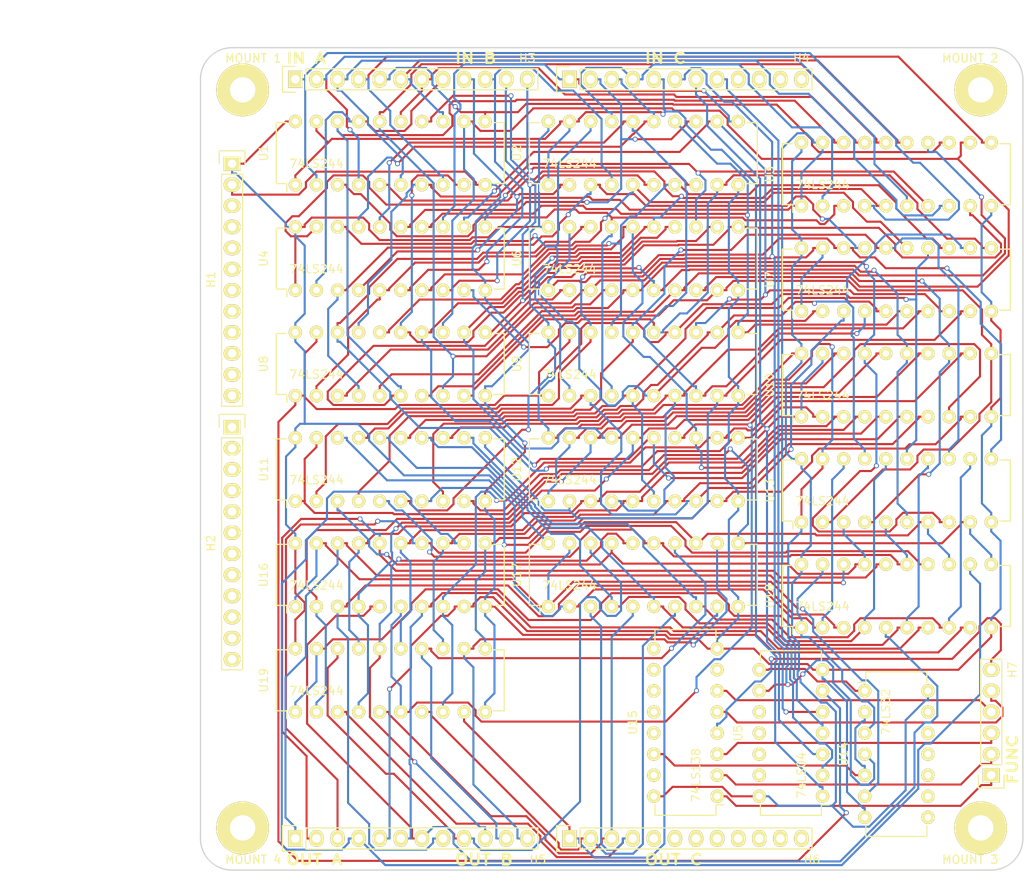
<source format=kicad_pcb>
(kicad_pcb (version 4) (host pcbnew 4.0.1-stable)
  (layers (0 F.Cu signal) (31 B.Cu signal) (34 B.Paste user) (35 F.Paste user) (36 B.SilkS user) (37 F.SilkS user) (38 B.Mask user) (39 F.Mask user) (44 Edge.Cuts user))
  (net 0 "")
  (net 1 VCC)
  (net 2 DATA7)
  (net 3 DATA6)
  (net 4 DATA5)
  (net 5 DATA4)
  (net 6 DATA3)
  (net 7 DATA2)
  (net 8 DATA1)
  (net 9 DATA0)
  (net 10 READ5)
  (net 11 READ4)
  (net 12 READ3)
  (net 13 READ2)
  (net 14 READ1)
  (net 15 READ0)
  (net 16 WRITE5)
  (net 17 WRITE4)
  (net 18 WRITE3)
  (net 19 WRITE2)
  (net 20 WRITE1)
  (net 21 WRITE0)
  (net 22 "Net-(H2-Pad11)")
  (net 23 "Net-(H2-Pad12)")
  (net 24 INA0)
  (net 25 INA1)
  (net 26 INA2)
  (net 27 INA3)
  (net 28 INA4)
  (net 29 INA5)
  (net 30 INA6)
  (net 31 INA7)
  (net 32 INB0)
  (net 33 INB1)
  (net 34 INB2)
  (net 35 INB3)
  (net 36 INB4)
  (net 37 INB5)
  (net 38 INB6)
  (net 39 INB7)
  (net 40 INC0)
  (net 41 INC1)
  (net 42 INC2)
  (net 43 INC3)
  (net 44 INC4)
  (net 45 INC5)
  (net 46 INC6)
  (net 47 INC7)
  (net 48 OUTA0)
  (net 49 OUTA1)
  (net 50 OUTA2)
  (net 51 OUTA3)
  (net 52 OUTA4)
  (net 53 OUTA5)
  (net 54 OUTA6)
  (net 55 OUTA7)
  (net 56 OUTB0)
  (net 57 OUTB1)
  (net 58 OUTB2)
  (net 59 OUTB3)
  (net 60 OUTB4)
  (net 61 OUTB5)
  (net 62 OUTB6)
  (net 63 OUTB7)
  (net 64 OUTC0)
  (net 65 OUTC1)
  (net 66 OUTC2)
  (net 67 OUTC3)
  (net 68 OUTC4)
  (net 69 OUTC5)
  (net 70 OUTC6)
  (net 71 OUTC7)
  (net 72 FUNC0)
  (net 73 FUNC1)
  (net 74 FUNC2)
  (net 75 FUNC3)
  (net 76 FUNC4)
  (net 77 FUNC5)
  (net 78 GND)
  (net 79 NINC0)
  (net 80 NINC2)
  (net 81 NINC1)
  (net 82 NINC3)
  (net 83 SHA07)
  (net 84 SHA06)
  (net 85 SHA05)
  (net 86 SHA04)
  (net 87 SHA03)
  (net 88 SHA02)
  (net 89 SHA01)
  (net 90 SHA00)
  (net 91 SHA15)
  (net 92 SHA14)
  (net 93 SHA13)
  (net 94 SHA12)
  (net 95 SHA11)
  (net 96 SHA10)
  (net 97 SHA09)
  (net 98 SHA08)
  (net 99 SHB07)
  (net 100 SHB06)
  (net 101 SHB05)
  (net 102 SHB04)
  (net 103 SHB03)
  (net 104 SHB02)
  (net 105 SHB01)
  (net 106 SHB00)
  (net 107 SHB15)
  (net 108 SHB14)
  (net 109 SHB13)
  (net 110 SHB12)
  (net 111 SHB11)
  (net 112 SHB10)
  (net 113 SHB09)
  (net 114 SHB08)
  (net 115 SHC07)
  (net 116 SHC06)
  (net 117 SHC05)
  (net 118 SHC04)
  (net 119 SHC03)
  (net 120 SHC02)
  (net 121 SHC01)
  (net 122 SHC00)
  (net 123 SHC15)
  (net 124 SHC14)
  (net 125 SHC13)
  (net 126 SHC12)
  (net 127 SHC11)
  (net 128 SHC10)
  (net 129 SHC09)
  (net 130 SHC08)
  (net 131 "Net-(U14-Pad1)")
  (net 132 FS09)
  (net 133 YINC3)
  (net 134 "Net-(U15-Pad7)")
  (net 135 "Net-(U15-Pad9)")
  (net 136 "Net-(U15-Pad10)")
  (net 137 "Net-(U15-Pad11)")
  (net 138 "Net-(U15-Pad12)")
  (net 139 "Net-(U15-Pad13)")
  (net 140 "Net-(U15-Pad15)")
  (module Connect:1pin (layer F.Cu) (at 49.53 80.01)
    (fp_text reference "MOUNT 1" (at 1.27 -3.81) (layer F.SilkS))
    (fp_text value 1pin)
    (pad 1 thru_hole circle (at 0 0) (size 6.35 6.35) (drill 3.048) (layers *.Cu *.Mask F.SilkS))
  )
  (module Connect:1pin (layer F.Cu) (at 138.43 80.01)
    (fp_text reference "MOUNT 2" (at -1.27 -3.81) (layer F.SilkS))
    (fp_text value 1pin)
    (pad 1 thru_hole circle (at 0 0) (size 6.35 6.35) (drill 3.048) (layers *.Cu *.Mask F.SilkS))
  )
  (module Connect:1pin (layer F.Cu) (at 138.43 168.91)
    (fp_text reference "MOUNT 3" (at -1.27 3.81) (layer F.SilkS))
    (fp_text value 1pin)
    (pad 1 thru_hole circle (at 0 0) (size 6.35 6.35) (drill 3.048) (layers *.Cu *.Mask F.SilkS))
  )
  (module Connect:1pin (layer F.Cu) (at 49.53 168.91)
    (fp_text reference "MOUNT 4" (at 1.27 3.81) (layer F.SilkS))
    (fp_text value 1pin)
    (pad 1 thru_hole circle (at 0 0) (size 6.35 6.35) (drill 3.048) (layers *.Cu *.Mask F.SilkS))
  )
  (module Socket_Strips:Socket_Strip_Straight_1x12 (layer F.Cu) (at 48.26 88.9 270)
    (fp_text reference H1 (at 13.97 2.54 270) (layer F.SilkS))
    (fp_text value CONN_01X12)
    (pad 1 thru_hole rect (at 0 0 270) (size 1.7272 2.032) (drill 1.016) (layers *.Cu *.Mask F.SilkS) (net 1 VCC))
    (pad 2 thru_hole oval (at 2.54 0 270) (size 1.7272 2.032) (drill 1.016) (layers *.Cu *.Mask F.SilkS) (net 78 GND))
    (pad 3 thru_hole oval (at 5.08 0 270) (size 1.7272 2.032) (drill 1.016) (layers *.Cu *.Mask F.SilkS) (net 2 DATA7))
    (pad 4 thru_hole oval (at 7.62 0 270) (size 1.7272 2.032) (drill 1.016) (layers *.Cu *.Mask F.SilkS) (net 3 DATA6))
    (pad 5 thru_hole oval (at 10.16 0 270) (size 1.7272 2.032) (drill 1.016) (layers *.Cu *.Mask F.SilkS) (net 4 DATA5))
    (pad 6 thru_hole oval (at 12.7 0 270) (size 1.7272 2.032) (drill 1.016) (layers *.Cu *.Mask F.SilkS) (net 5 DATA4))
    (pad 7 thru_hole oval (at 15.24 0 270) (size 1.7272 2.032) (drill 1.016) (layers *.Cu *.Mask F.SilkS) (net 6 DATA3))
    (pad 8 thru_hole oval (at 17.78 0 270) (size 1.7272 2.032) (drill 1.016) (layers *.Cu *.Mask F.SilkS) (net 7 DATA2))
    (pad 9 thru_hole oval (at 20.32 0 270) (size 1.7272 2.032) (drill 1.016) (layers *.Cu *.Mask F.SilkS) (net 8 DATA1))
    (pad 10 thru_hole oval (at 22.86 0 270) (size 1.7272 2.032) (drill 1.016) (layers *.Cu *.Mask F.SilkS) (net 9 DATA0))
    (pad 11 thru_hole oval (at 25.4 0 270) (size 1.7272 2.032) (drill 1.016) (layers *.Cu *.Mask F.SilkS) (net 10 READ5))
    (pad 12 thru_hole oval (at 27.94 0 270) (size 1.7272 2.032) (drill 1.016) (layers *.Cu *.Mask F.SilkS) (net 11 READ4))
  )
  (module Socket_Strips:Socket_Strip_Straight_1x12 (layer F.Cu) (at 48.26 120.65 270)
    (fp_text reference H2 (at 13.97 2.54 270) (layer F.SilkS))
    (fp_text value CONN_01X12)
    (pad 1 thru_hole rect (at 0 0 270) (size 1.7272 2.032) (drill 1.016) (layers *.Cu *.Mask F.SilkS) (net 12 READ3))
    (pad 2 thru_hole oval (at 2.54 0 270) (size 1.7272 2.032) (drill 1.016) (layers *.Cu *.Mask F.SilkS) (net 13 READ2))
    (pad 3 thru_hole oval (at 5.08 0 270) (size 1.7272 2.032) (drill 1.016) (layers *.Cu *.Mask F.SilkS) (net 14 READ1))
    (pad 4 thru_hole oval (at 7.62 0 270) (size 1.7272 2.032) (drill 1.016) (layers *.Cu *.Mask F.SilkS) (net 15 READ0))
    (pad 5 thru_hole oval (at 10.16 0 270) (size 1.7272 2.032) (drill 1.016) (layers *.Cu *.Mask F.SilkS) (net 16 WRITE5))
    (pad 6 thru_hole oval (at 12.7 0 270) (size 1.7272 2.032) (drill 1.016) (layers *.Cu *.Mask F.SilkS) (net 17 WRITE4))
    (pad 7 thru_hole oval (at 15.24 0 270) (size 1.7272 2.032) (drill 1.016) (layers *.Cu *.Mask F.SilkS) (net 18 WRITE3))
    (pad 8 thru_hole oval (at 17.78 0 270) (size 1.7272 2.032) (drill 1.016) (layers *.Cu *.Mask F.SilkS) (net 19 WRITE2))
    (pad 9 thru_hole oval (at 20.32 0 270) (size 1.7272 2.032) (drill 1.016) (layers *.Cu *.Mask F.SilkS) (net 20 WRITE1))
    (pad 10 thru_hole oval (at 22.86 0 270) (size 1.7272 2.032) (drill 1.016) (layers *.Cu *.Mask F.SilkS) (net 21 WRITE0))
    (pad 11 thru_hole oval (at 25.4 0 270) (size 1.7272 2.032) (drill 1.016) (layers *.Cu *.Mask F.SilkS) (net 22 "Net-(H2-Pad11)"))
    (pad 12 thru_hole oval (at 27.94 0 270) (size 1.7272 2.032) (drill 1.016) (layers *.Cu *.Mask F.SilkS) (net 23 "Net-(H2-Pad12)"))
  )
  (module Socket_Strips:Socket_Strip_Straight_1x12 (layer F.Cu) (at 55.88 78.74)
    (fp_text reference H3 (at 27.94 -2.54) (layer F.SilkS))
    (fp_text value CONN_01X12)
    (pad 1 thru_hole rect (at 0 0) (size 1.7272 2.032) (drill 1.016) (layers *.Cu *.Mask F.SilkS) (net 24 INA0))
    (pad 2 thru_hole oval (at 2.54 0) (size 1.7272 2.032) (drill 1.016) (layers *.Cu *.Mask F.SilkS) (net 25 INA1))
    (pad 3 thru_hole oval (at 5.08 0) (size 1.7272 2.032) (drill 1.016) (layers *.Cu *.Mask F.SilkS) (net 26 INA2))
    (pad 4 thru_hole oval (at 7.62 0) (size 1.7272 2.032) (drill 1.016) (layers *.Cu *.Mask F.SilkS) (net 27 INA3))
    (pad 5 thru_hole oval (at 10.16 0) (size 1.7272 2.032) (drill 1.016) (layers *.Cu *.Mask F.SilkS) (net 28 INA4))
    (pad 6 thru_hole oval (at 12.7 0) (size 1.7272 2.032) (drill 1.016) (layers *.Cu *.Mask F.SilkS) (net 29 INA5))
    (pad 7 thru_hole oval (at 15.24 0) (size 1.7272 2.032) (drill 1.016) (layers *.Cu *.Mask F.SilkS) (net 30 INA6))
    (pad 8 thru_hole oval (at 17.78 0) (size 1.7272 2.032) (drill 1.016) (layers *.Cu *.Mask F.SilkS) (net 31 INA7))
    (pad 9 thru_hole oval (at 20.32 0) (size 1.7272 2.032) (drill 1.016) (layers *.Cu *.Mask F.SilkS) (net 32 INB0))
    (pad 10 thru_hole oval (at 22.86 0) (size 1.7272 2.032) (drill 1.016) (layers *.Cu *.Mask F.SilkS) (net 33 INB1))
    (pad 11 thru_hole oval (at 25.4 0) (size 1.7272 2.032) (drill 1.016) (layers *.Cu *.Mask F.SilkS) (net 34 INB2))
    (pad 12 thru_hole oval (at 27.94 0) (size 1.7272 2.032) (drill 1.016) (layers *.Cu *.Mask F.SilkS) (net 35 INB3))
  )
  (module Socket_Strips:Socket_Strip_Straight_1x12 (layer F.Cu) (at 88.9 78.74)
    (fp_text reference H4 (at 27.94 -2.54) (layer F.SilkS))
    (fp_text value CONN_01X12)
    (pad 1 thru_hole rect (at 0 0) (size 1.7272 2.032) (drill 1.016) (layers *.Cu *.Mask F.SilkS) (net 36 INB4))
    (pad 2 thru_hole oval (at 2.54 0) (size 1.7272 2.032) (drill 1.016) (layers *.Cu *.Mask F.SilkS) (net 37 INB5))
    (pad 3 thru_hole oval (at 5.08 0) (size 1.7272 2.032) (drill 1.016) (layers *.Cu *.Mask F.SilkS) (net 38 INB6))
    (pad 4 thru_hole oval (at 7.62 0) (size 1.7272 2.032) (drill 1.016) (layers *.Cu *.Mask F.SilkS) (net 39 INB7))
    (pad 5 thru_hole oval (at 10.16 0) (size 1.7272 2.032) (drill 1.016) (layers *.Cu *.Mask F.SilkS) (net 40 INC0))
    (pad 6 thru_hole oval (at 12.7 0) (size 1.7272 2.032) (drill 1.016) (layers *.Cu *.Mask F.SilkS) (net 41 INC1))
    (pad 7 thru_hole oval (at 15.24 0) (size 1.7272 2.032) (drill 1.016) (layers *.Cu *.Mask F.SilkS) (net 42 INC2))
    (pad 8 thru_hole oval (at 17.78 0) (size 1.7272 2.032) (drill 1.016) (layers *.Cu *.Mask F.SilkS) (net 43 INC3))
    (pad 9 thru_hole oval (at 20.32 0) (size 1.7272 2.032) (drill 1.016) (layers *.Cu *.Mask F.SilkS) (net 44 INC4))
    (pad 10 thru_hole oval (at 22.86 0) (size 1.7272 2.032) (drill 1.016) (layers *.Cu *.Mask F.SilkS) (net 45 INC5))
    (pad 11 thru_hole oval (at 25.4 0) (size 1.7272 2.032) (drill 1.016) (layers *.Cu *.Mask F.SilkS) (net 46 INC6))
    (pad 12 thru_hole oval (at 27.94 0) (size 1.7272 2.032) (drill 1.016) (layers *.Cu *.Mask F.SilkS) (net 47 INC7))
  )
  (module Socket_Strips:Socket_Strip_Straight_1x12 (layer F.Cu) (at 55.88 170.18)
    (fp_text reference H5 (at 29.21 2.54) (layer F.SilkS))
    (fp_text value CONN_01X12)
    (pad 1 thru_hole rect (at 0 0) (size 1.7272 2.032) (drill 1.016) (layers *.Cu *.Mask F.SilkS) (net 48 OUTA0))
    (pad 2 thru_hole oval (at 2.54 0) (size 1.7272 2.032) (drill 1.016) (layers *.Cu *.Mask F.SilkS) (net 49 OUTA1))
    (pad 3 thru_hole oval (at 5.08 0) (size 1.7272 2.032) (drill 1.016) (layers *.Cu *.Mask F.SilkS) (net 50 OUTA2))
    (pad 4 thru_hole oval (at 7.62 0) (size 1.7272 2.032) (drill 1.016) (layers *.Cu *.Mask F.SilkS) (net 51 OUTA3))
    (pad 5 thru_hole oval (at 10.16 0) (size 1.7272 2.032) (drill 1.016) (layers *.Cu *.Mask F.SilkS) (net 52 OUTA4))
    (pad 6 thru_hole oval (at 12.7 0) (size 1.7272 2.032) (drill 1.016) (layers *.Cu *.Mask F.SilkS) (net 53 OUTA5))
    (pad 7 thru_hole oval (at 15.24 0) (size 1.7272 2.032) (drill 1.016) (layers *.Cu *.Mask F.SilkS) (net 54 OUTA6))
    (pad 8 thru_hole oval (at 17.78 0) (size 1.7272 2.032) (drill 1.016) (layers *.Cu *.Mask F.SilkS) (net 55 OUTA7))
    (pad 9 thru_hole oval (at 20.32 0) (size 1.7272 2.032) (drill 1.016) (layers *.Cu *.Mask F.SilkS) (net 56 OUTB0))
    (pad 10 thru_hole oval (at 22.86 0) (size 1.7272 2.032) (drill 1.016) (layers *.Cu *.Mask F.SilkS) (net 57 OUTB1))
    (pad 11 thru_hole oval (at 25.4 0) (size 1.7272 2.032) (drill 1.016) (layers *.Cu *.Mask F.SilkS) (net 58 OUTB2))
    (pad 12 thru_hole oval (at 27.94 0) (size 1.7272 2.032) (drill 1.016) (layers *.Cu *.Mask F.SilkS) (net 59 OUTB3))
  )
  (module Socket_Strips:Socket_Strip_Straight_1x12 (layer F.Cu) (at 88.9 170.18)
    (fp_text reference H6 (at 29.21 2.54) (layer F.SilkS))
    (fp_text value CONN_01X12)
    (pad 1 thru_hole rect (at 0 0) (size 1.7272 2.032) (drill 1.016) (layers *.Cu *.Mask F.SilkS) (net 60 OUTB4))
    (pad 2 thru_hole oval (at 2.54 0) (size 1.7272 2.032) (drill 1.016) (layers *.Cu *.Mask F.SilkS) (net 61 OUTB5))
    (pad 3 thru_hole oval (at 5.08 0) (size 1.7272 2.032) (drill 1.016) (layers *.Cu *.Mask F.SilkS) (net 62 OUTB6))
    (pad 4 thru_hole oval (at 7.62 0) (size 1.7272 2.032) (drill 1.016) (layers *.Cu *.Mask F.SilkS) (net 63 OUTB7))
    (pad 5 thru_hole oval (at 10.16 0) (size 1.7272 2.032) (drill 1.016) (layers *.Cu *.Mask F.SilkS) (net 64 OUTC0))
    (pad 6 thru_hole oval (at 12.7 0) (size 1.7272 2.032) (drill 1.016) (layers *.Cu *.Mask F.SilkS) (net 65 OUTC1))
    (pad 7 thru_hole oval (at 15.24 0) (size 1.7272 2.032) (drill 1.016) (layers *.Cu *.Mask F.SilkS) (net 66 OUTC2))
    (pad 8 thru_hole oval (at 17.78 0) (size 1.7272 2.032) (drill 1.016) (layers *.Cu *.Mask F.SilkS) (net 67 OUTC3))
    (pad 9 thru_hole oval (at 20.32 0) (size 1.7272 2.032) (drill 1.016) (layers *.Cu *.Mask F.SilkS) (net 68 OUTC4))
    (pad 10 thru_hole oval (at 22.86 0) (size 1.7272 2.032) (drill 1.016) (layers *.Cu *.Mask F.SilkS) (net 69 OUTC5))
    (pad 11 thru_hole oval (at 25.4 0) (size 1.7272 2.032) (drill 1.016) (layers *.Cu *.Mask F.SilkS) (net 70 OUTC6))
    (pad 12 thru_hole oval (at 27.94 0) (size 1.7272 2.032) (drill 1.016) (layers *.Cu *.Mask F.SilkS) (net 71 OUTC7))
  )
  (module Socket_Strips:Socket_Strip_Straight_1x06 (layer F.Cu) (at 139.7 162.56 90)
    (fp_text reference H7 (at 12.7 2.54 90) (layer F.SilkS))
    (fp_text value CONN_01X06)
    (pad 1 thru_hole rect (at 0 0 90) (size 1.7272 2.032) (drill 1.016) (layers *.Cu *.Mask F.SilkS) (net 72 FUNC0))
    (pad 2 thru_hole oval (at 2.54 0 90) (size 1.7272 2.032) (drill 1.016) (layers *.Cu *.Mask F.SilkS) (net 73 FUNC1))
    (pad 3 thru_hole oval (at 5.08 0 90) (size 1.7272 2.032) (drill 1.016) (layers *.Cu *.Mask F.SilkS) (net 74 FUNC2))
    (pad 4 thru_hole oval (at 7.62 0 90) (size 1.7272 2.032) (drill 1.016) (layers *.Cu *.Mask F.SilkS) (net 75 FUNC3))
    (pad 5 thru_hole oval (at 10.16 0 90) (size 1.7272 2.032) (drill 1.016) (layers *.Cu *.Mask F.SilkS) (net 76 FUNC4))
    (pad 6 thru_hole oval (at 12.7 0 90) (size 1.7272 2.032) (drill 1.016) (layers *.Cu *.Mask F.SilkS) (net 77 FUNC5))
  )
  (module Housings_DIP:DIP-20_W7.62mm (layer F.Cu) (at 55.88 91.44 90)
    (fp_text reference U1 (at 3.81 -3.81 90) (layer F.SilkS))
    (fp_text value 74LS244 (at 2.54 2.54 180) (layer F.SilkS))
    (pad 1 thru_hole oval (at 0 0 90) (size 1.6 1.6) (drill 0.8) (layers *.Cu *.Mask F.SilkS) (net 40 INC0))
    (pad 2 thru_hole oval (at 0 2.54 90) (size 1.6 1.6) (drill 0.8) (layers *.Cu *.Mask F.SilkS) (net 24 INA0))
    (pad 3 thru_hole oval (at 0 5.08 90) (size 1.6 1.6) (drill 0.8) (layers *.Cu *.Mask F.SilkS) (net 83 SHA07))
    (pad 4 thru_hole oval (at 0 7.62 90) (size 1.6 1.6) (drill 0.8) (layers *.Cu *.Mask F.SilkS) (net 25 INA1))
    (pad 5 thru_hole oval (at 0 10.16 90) (size 1.6 1.6) (drill 0.8) (layers *.Cu *.Mask F.SilkS) (net 84 SHA06))
    (pad 6 thru_hole oval (at 0 12.7 90) (size 1.6 1.6) (drill 0.8) (layers *.Cu *.Mask F.SilkS) (net 26 INA2))
    (pad 7 thru_hole oval (at 0 15.24 90) (size 1.6 1.6) (drill 0.8) (layers *.Cu *.Mask F.SilkS) (net 85 SHA05))
    (pad 8 thru_hole oval (at 0 17.78 90) (size 1.6 1.6) (drill 0.8) (layers *.Cu *.Mask F.SilkS) (net 27 INA3))
    (pad 9 thru_hole oval (at 0 20.32 90) (size 1.6 1.6) (drill 0.8) (layers *.Cu *.Mask F.SilkS) (net 86 SHA04))
    (pad 10 thru_hole oval (at 0 22.86 90) (size 1.6 1.6) (drill 0.8) (layers *.Cu *.Mask F.SilkS) (net 78 GND))
    (pad 11 thru_hole oval (at 7.62 22.86 90) (size 1.6 1.6) (drill 0.8) (layers *.Cu *.Mask F.SilkS) (net 28 INA4))
    (pad 12 thru_hole oval (at 7.62 20.32 90) (size 1.6 1.6) (drill 0.8) (layers *.Cu *.Mask F.SilkS) (net 87 SHA03))
    (pad 13 thru_hole oval (at 7.62 17.78 90) (size 1.6 1.6) (drill 0.8) (layers *.Cu *.Mask F.SilkS) (net 29 INA5))
    (pad 14 thru_hole oval (at 7.62 15.24 90) (size 1.6 1.6) (drill 0.8) (layers *.Cu *.Mask F.SilkS) (net 88 SHA02))
    (pad 15 thru_hole oval (at 7.62 12.7 90) (size 1.6 1.6) (drill 0.8) (layers *.Cu *.Mask F.SilkS) (net 30 INA6))
    (pad 16 thru_hole oval (at 7.62 10.16 90) (size 1.6 1.6) (drill 0.8) (layers *.Cu *.Mask F.SilkS) (net 89 SHA01))
    (pad 17 thru_hole oval (at 7.62 7.62 90) (size 1.6 1.6) (drill 0.8) (layers *.Cu *.Mask F.SilkS) (net 31 INA7))
    (pad 18 thru_hole oval (at 7.62 5.08 90) (size 1.6 1.6) (drill 0.8) (layers *.Cu *.Mask F.SilkS) (net 90 SHA00))
    (pad 19 thru_hole oval (at 7.62 2.54 90) (size 1.6 1.6) (drill 0.8) (layers *.Cu *.Mask F.SilkS) (net 40 INC0))
    (pad 20 thru_hole oval (at 7.62 0 90) (size 1.6 1.6) (drill 0.8) (layers *.Cu *.Mask F.SilkS) (net 1 VCC))
  )
  (module Housings_DIP:DIP-20_W7.62mm (layer F.Cu) (at 86.36 91.44 90)
    (fp_text reference U2 (at 3.81 -3.81 90) (layer F.SilkS))
    (fp_text value 74LS244 (at 2.54 2.54 180) (layer F.SilkS))
    (pad 1 thru_hole oval (at 0 0 90) (size 1.6 1.6) (drill 0.8) (layers *.Cu *.Mask F.SilkS) (net 40 INC0))
    (pad 2 thru_hole oval (at 0 2.54 90) (size 1.6 1.6) (drill 0.8) (layers *.Cu *.Mask F.SilkS) (net 32 INB0))
    (pad 3 thru_hole oval (at 0 5.08 90) (size 1.6 1.6) (drill 0.8) (layers *.Cu *.Mask F.SilkS) (net 91 SHA15))
    (pad 4 thru_hole oval (at 0 7.62 90) (size 1.6 1.6) (drill 0.8) (layers *.Cu *.Mask F.SilkS) (net 33 INB1))
    (pad 5 thru_hole oval (at 0 10.16 90) (size 1.6 1.6) (drill 0.8) (layers *.Cu *.Mask F.SilkS) (net 92 SHA14))
    (pad 6 thru_hole oval (at 0 12.7 90) (size 1.6 1.6) (drill 0.8) (layers *.Cu *.Mask F.SilkS) (net 34 INB2))
    (pad 7 thru_hole oval (at 0 15.24 90) (size 1.6 1.6) (drill 0.8) (layers *.Cu *.Mask F.SilkS) (net 93 SHA13))
    (pad 8 thru_hole oval (at 0 17.78 90) (size 1.6 1.6) (drill 0.8) (layers *.Cu *.Mask F.SilkS) (net 35 INB3))
    (pad 9 thru_hole oval (at 0 20.32 90) (size 1.6 1.6) (drill 0.8) (layers *.Cu *.Mask F.SilkS) (net 94 SHA12))
    (pad 10 thru_hole oval (at 0 22.86 90) (size 1.6 1.6) (drill 0.8) (layers *.Cu *.Mask F.SilkS) (net 78 GND))
    (pad 11 thru_hole oval (at 7.62 22.86 90) (size 1.6 1.6) (drill 0.8) (layers *.Cu *.Mask F.SilkS) (net 36 INB4))
    (pad 12 thru_hole oval (at 7.62 20.32 90) (size 1.6 1.6) (drill 0.8) (layers *.Cu *.Mask F.SilkS) (net 95 SHA11))
    (pad 13 thru_hole oval (at 7.62 17.78 90) (size 1.6 1.6) (drill 0.8) (layers *.Cu *.Mask F.SilkS) (net 37 INB5))
    (pad 14 thru_hole oval (at 7.62 15.24 90) (size 1.6 1.6) (drill 0.8) (layers *.Cu *.Mask F.SilkS) (net 96 SHA10))
    (pad 15 thru_hole oval (at 7.62 12.7 90) (size 1.6 1.6) (drill 0.8) (layers *.Cu *.Mask F.SilkS) (net 38 INB6))
    (pad 16 thru_hole oval (at 7.62 10.16 90) (size 1.6 1.6) (drill 0.8) (layers *.Cu *.Mask F.SilkS) (net 97 SHA09))
    (pad 17 thru_hole oval (at 7.62 7.62 90) (size 1.6 1.6) (drill 0.8) (layers *.Cu *.Mask F.SilkS) (net 39 INB7))
    (pad 18 thru_hole oval (at 7.62 5.08 90) (size 1.6 1.6) (drill 0.8) (layers *.Cu *.Mask F.SilkS) (net 98 SHA08))
    (pad 19 thru_hole oval (at 7.62 2.54 90) (size 1.6 1.6) (drill 0.8) (layers *.Cu *.Mask F.SilkS) (net 40 INC0))
    (pad 20 thru_hole oval (at 7.62 0 90) (size 1.6 1.6) (drill 0.8) (layers *.Cu *.Mask F.SilkS) (net 1 VCC))
  )
  (module Housings_DIP:DIP-20_W7.62mm (layer F.Cu) (at 116.84 93.98 90)
    (fp_text reference U3 (at 3.81 -3.81 90) (layer F.SilkS))
    (fp_text value 74LS244 (at 2.54 2.54 180) (layer F.SilkS))
    (pad 1 thru_hole oval (at 0 0 90) (size 1.6 1.6) (drill 0.8) (layers *.Cu *.Mask F.SilkS) (net 79 NINC0))
    (pad 2 thru_hole oval (at 0 2.54 90) (size 1.6 1.6) (drill 0.8) (layers *.Cu *.Mask F.SilkS) (net 39 INB7))
    (pad 3 thru_hole oval (at 0 5.08 90) (size 1.6 1.6) (drill 0.8) (layers *.Cu *.Mask F.SilkS) (net 83 SHA07))
    (pad 4 thru_hole oval (at 0 7.62 90) (size 1.6 1.6) (drill 0.8) (layers *.Cu *.Mask F.SilkS) (net 24 INA0))
    (pad 5 thru_hole oval (at 0 10.16 90) (size 1.6 1.6) (drill 0.8) (layers *.Cu *.Mask F.SilkS) (net 84 SHA06))
    (pad 6 thru_hole oval (at 0 12.7 90) (size 1.6 1.6) (drill 0.8) (layers *.Cu *.Mask F.SilkS) (net 25 INA1))
    (pad 7 thru_hole oval (at 0 15.24 90) (size 1.6 1.6) (drill 0.8) (layers *.Cu *.Mask F.SilkS) (net 85 SHA05))
    (pad 8 thru_hole oval (at 0 17.78 90) (size 1.6 1.6) (drill 0.8) (layers *.Cu *.Mask F.SilkS) (net 26 INA2))
    (pad 9 thru_hole oval (at 0 20.32 90) (size 1.6 1.6) (drill 0.8) (layers *.Cu *.Mask F.SilkS) (net 86 SHA04))
    (pad 10 thru_hole oval (at 0 22.86 90) (size 1.6 1.6) (drill 0.8) (layers *.Cu *.Mask F.SilkS) (net 78 GND))
    (pad 11 thru_hole oval (at 7.62 22.86 90) (size 1.6 1.6) (drill 0.8) (layers *.Cu *.Mask F.SilkS) (net 27 INA3))
    (pad 12 thru_hole oval (at 7.62 20.32 90) (size 1.6 1.6) (drill 0.8) (layers *.Cu *.Mask F.SilkS) (net 87 SHA03))
    (pad 13 thru_hole oval (at 7.62 17.78 90) (size 1.6 1.6) (drill 0.8) (layers *.Cu *.Mask F.SilkS) (net 28 INA4))
    (pad 14 thru_hole oval (at 7.62 15.24 90) (size 1.6 1.6) (drill 0.8) (layers *.Cu *.Mask F.SilkS) (net 88 SHA02))
    (pad 15 thru_hole oval (at 7.62 12.7 90) (size 1.6 1.6) (drill 0.8) (layers *.Cu *.Mask F.SilkS) (net 29 INA5))
    (pad 16 thru_hole oval (at 7.62 10.16 90) (size 1.6 1.6) (drill 0.8) (layers *.Cu *.Mask F.SilkS) (net 89 SHA01))
    (pad 17 thru_hole oval (at 7.62 7.62 90) (size 1.6 1.6) (drill 0.8) (layers *.Cu *.Mask F.SilkS) (net 30 INA6))
    (pad 18 thru_hole oval (at 7.62 5.08 90) (size 1.6 1.6) (drill 0.8) (layers *.Cu *.Mask F.SilkS) (net 90 SHA00))
    (pad 19 thru_hole oval (at 7.62 2.54 90) (size 1.6 1.6) (drill 0.8) (layers *.Cu *.Mask F.SilkS) (net 79 NINC0))
    (pad 20 thru_hole oval (at 7.62 0 90) (size 1.6 1.6) (drill 0.8) (layers *.Cu *.Mask F.SilkS) (net 1 VCC))
  )
  (module Housings_DIP:DIP-20_W7.62mm (layer F.Cu) (at 55.88 104.14 90)
    (fp_text reference U4 (at 3.81 -3.81 90) (layer F.SilkS))
    (fp_text value 74LS244 (at 2.54 2.54 180) (layer F.SilkS))
    (pad 1 thru_hole oval (at 0 0 90) (size 1.6 1.6) (drill 0.8) (layers *.Cu *.Mask F.SilkS) (net 79 NINC0))
    (pad 2 thru_hole oval (at 0 2.54 90) (size 1.6 1.6) (drill 0.8) (layers *.Cu *.Mask F.SilkS) (net 31 INA7))
    (pad 3 thru_hole oval (at 0 5.08 90) (size 1.6 1.6) (drill 0.8) (layers *.Cu *.Mask F.SilkS) (net 91 SHA15))
    (pad 4 thru_hole oval (at 0 7.62 90) (size 1.6 1.6) (drill 0.8) (layers *.Cu *.Mask F.SilkS) (net 32 INB0))
    (pad 5 thru_hole oval (at 0 10.16 90) (size 1.6 1.6) (drill 0.8) (layers *.Cu *.Mask F.SilkS) (net 92 SHA14))
    (pad 6 thru_hole oval (at 0 12.7 90) (size 1.6 1.6) (drill 0.8) (layers *.Cu *.Mask F.SilkS) (net 33 INB1))
    (pad 7 thru_hole oval (at 0 15.24 90) (size 1.6 1.6) (drill 0.8) (layers *.Cu *.Mask F.SilkS) (net 93 SHA13))
    (pad 8 thru_hole oval (at 0 17.78 90) (size 1.6 1.6) (drill 0.8) (layers *.Cu *.Mask F.SilkS) (net 34 INB2))
    (pad 9 thru_hole oval (at 0 20.32 90) (size 1.6 1.6) (drill 0.8) (layers *.Cu *.Mask F.SilkS) (net 94 SHA12))
    (pad 10 thru_hole oval (at 0 22.86 90) (size 1.6 1.6) (drill 0.8) (layers *.Cu *.Mask F.SilkS) (net 78 GND))
    (pad 11 thru_hole oval (at 7.62 22.86 90) (size 1.6 1.6) (drill 0.8) (layers *.Cu *.Mask F.SilkS) (net 35 INB3))
    (pad 12 thru_hole oval (at 7.62 20.32 90) (size 1.6 1.6) (drill 0.8) (layers *.Cu *.Mask F.SilkS) (net 95 SHA11))
    (pad 13 thru_hole oval (at 7.62 17.78 90) (size 1.6 1.6) (drill 0.8) (layers *.Cu *.Mask F.SilkS) (net 36 INB4))
    (pad 14 thru_hole oval (at 7.62 15.24 90) (size 1.6 1.6) (drill 0.8) (layers *.Cu *.Mask F.SilkS) (net 96 SHA10))
    (pad 15 thru_hole oval (at 7.62 12.7 90) (size 1.6 1.6) (drill 0.8) (layers *.Cu *.Mask F.SilkS) (net 37 INB5))
    (pad 16 thru_hole oval (at 7.62 10.16 90) (size 1.6 1.6) (drill 0.8) (layers *.Cu *.Mask F.SilkS) (net 97 SHA09))
    (pad 17 thru_hole oval (at 7.62 7.62 90) (size 1.6 1.6) (drill 0.8) (layers *.Cu *.Mask F.SilkS) (net 38 INB6))
    (pad 18 thru_hole oval (at 7.62 5.08 90) (size 1.6 1.6) (drill 0.8) (layers *.Cu *.Mask F.SilkS) (net 98 SHA08))
    (pad 19 thru_hole oval (at 7.62 2.54 90) (size 1.6 1.6) (drill 0.8) (layers *.Cu *.Mask F.SilkS) (net 79 NINC0))
    (pad 20 thru_hole oval (at 7.62 0 90) (size 1.6 1.6) (drill 0.8) (layers *.Cu *.Mask F.SilkS) (net 1 VCC))
  )
  (module Housings_DIP:DIP-14_W7.62mm (layer F.Cu) (at 119.38 165.1 180)
    (fp_text reference U5 (at 10.16 7.62 270) (layer F.SilkS))
    (fp_text value 74LS04 (at 2.54 2.54 270) (layer F.SilkS))
    (pad 1 thru_hole oval (at 0 0 180) (size 1.6 1.6) (drill 0.8) (layers *.Cu *.Mask F.SilkS) (net 40 INC0))
    (pad 2 thru_hole oval (at 0 2.54 180) (size 1.6 1.6) (drill 0.8) (layers *.Cu *.Mask F.SilkS) (net 79 NINC0))
    (pad 3 thru_hole oval (at 0 5.08 180) (size 1.6 1.6) (drill 0.8) (layers *.Cu *.Mask F.SilkS) (net 42 INC2))
    (pad 4 thru_hole oval (at 0 7.62 180) (size 1.6 1.6) (drill 0.8) (layers *.Cu *.Mask F.SilkS) (net 80 NINC2))
    (pad 5 thru_hole oval (at 0 10.16 180) (size 1.6 1.6) (drill 0.8) (layers *.Cu *.Mask F.SilkS) (net 41 INC1))
    (pad 6 thru_hole oval (at 0 12.7 180) (size 1.6 1.6) (drill 0.8) (layers *.Cu *.Mask F.SilkS) (net 81 NINC1))
    (pad 7 thru_hole oval (at 0 15.24 180) (size 1.6 1.6) (drill 0.8) (layers *.Cu *.Mask F.SilkS) (net 78 GND))
    (pad 8 thru_hole oval (at 7.62 15.24 180) (size 1.6 1.6) (drill 0.8) (layers *.Cu *.Mask F.SilkS) (net 131 "Net-(U14-Pad1)"))
    (pad 9 thru_hole oval (at 7.62 12.7 180) (size 1.6 1.6) (drill 0.8) (layers *.Cu *.Mask F.SilkS) (net 43 INC3))
    (pad 10 thru_hole oval (at 7.62 10.16 180) (size 1.6 1.6) (drill 0.8) (layers *.Cu *.Mask F.SilkS))
    (pad 11 thru_hole oval (at 7.62 7.62 180) (size 1.6 1.6) (drill 0.8) (layers *.Cu *.Mask F.SilkS))
    (pad 12 thru_hole oval (at 7.62 5.08 180) (size 1.6 1.6) (drill 0.8) (layers *.Cu *.Mask F.SilkS))
    (pad 13 thru_hole oval (at 7.62 2.54 180) (size 1.6 1.6) (drill 0.8) (layers *.Cu *.Mask F.SilkS))
    (pad 14 thru_hole oval (at 7.62 0 180) (size 1.6 1.6) (drill 0.8) (layers *.Cu *.Mask F.SilkS) (net 1 VCC))
  )
  (module Housings_DIP:DIP-20_W7.62mm (layer F.Cu) (at 86.36 104.14 90)
    (fp_text reference U6 (at 3.81 -3.81 90) (layer F.SilkS))
    (fp_text value 74LS244 (at 2.54 2.54 180) (layer F.SilkS))
    (pad 1 thru_hole oval (at 0 0 90) (size 1.6 1.6) (drill 0.8) (layers *.Cu *.Mask F.SilkS) (net 41 INC1))
    (pad 2 thru_hole oval (at 0 2.54 90) (size 1.6 1.6) (drill 0.8) (layers *.Cu *.Mask F.SilkS) (net 90 SHA00))
    (pad 3 thru_hole oval (at 0 5.08 90) (size 1.6 1.6) (drill 0.8) (layers *.Cu *.Mask F.SilkS) (net 99 SHB07))
    (pad 4 thru_hole oval (at 0 7.62 90) (size 1.6 1.6) (drill 0.8) (layers *.Cu *.Mask F.SilkS) (net 89 SHA01))
    (pad 5 thru_hole oval (at 0 10.16 90) (size 1.6 1.6) (drill 0.8) (layers *.Cu *.Mask F.SilkS) (net 100 SHB06))
    (pad 6 thru_hole oval (at 0 12.7 90) (size 1.6 1.6) (drill 0.8) (layers *.Cu *.Mask F.SilkS) (net 88 SHA02))
    (pad 7 thru_hole oval (at 0 15.24 90) (size 1.6 1.6) (drill 0.8) (layers *.Cu *.Mask F.SilkS) (net 101 SHB05))
    (pad 8 thru_hole oval (at 0 17.78 90) (size 1.6 1.6) (drill 0.8) (layers *.Cu *.Mask F.SilkS) (net 87 SHA03))
    (pad 9 thru_hole oval (at 0 20.32 90) (size 1.6 1.6) (drill 0.8) (layers *.Cu *.Mask F.SilkS) (net 102 SHB04))
    (pad 10 thru_hole oval (at 0 22.86 90) (size 1.6 1.6) (drill 0.8) (layers *.Cu *.Mask F.SilkS) (net 78 GND))
    (pad 11 thru_hole oval (at 7.62 22.86 90) (size 1.6 1.6) (drill 0.8) (layers *.Cu *.Mask F.SilkS) (net 86 SHA04))
    (pad 12 thru_hole oval (at 7.62 20.32 90) (size 1.6 1.6) (drill 0.8) (layers *.Cu *.Mask F.SilkS) (net 103 SHB03))
    (pad 13 thru_hole oval (at 7.62 17.78 90) (size 1.6 1.6) (drill 0.8) (layers *.Cu *.Mask F.SilkS) (net 85 SHA05))
    (pad 14 thru_hole oval (at 7.62 15.24 90) (size 1.6 1.6) (drill 0.8) (layers *.Cu *.Mask F.SilkS) (net 104 SHB02))
    (pad 15 thru_hole oval (at 7.62 12.7 90) (size 1.6 1.6) (drill 0.8) (layers *.Cu *.Mask F.SilkS) (net 84 SHA06))
    (pad 16 thru_hole oval (at 7.62 10.16 90) (size 1.6 1.6) (drill 0.8) (layers *.Cu *.Mask F.SilkS) (net 105 SHB01))
    (pad 17 thru_hole oval (at 7.62 7.62 90) (size 1.6 1.6) (drill 0.8) (layers *.Cu *.Mask F.SilkS) (net 83 SHA07))
    (pad 18 thru_hole oval (at 7.62 5.08 90) (size 1.6 1.6) (drill 0.8) (layers *.Cu *.Mask F.SilkS) (net 106 SHB00))
    (pad 19 thru_hole oval (at 7.62 2.54 90) (size 1.6 1.6) (drill 0.8) (layers *.Cu *.Mask F.SilkS) (net 41 INC1))
    (pad 20 thru_hole oval (at 7.62 0 90) (size 1.6 1.6) (drill 0.8) (layers *.Cu *.Mask F.SilkS) (net 1 VCC))
  )
  (module Housings_DIP:DIP-20_W7.62mm (layer F.Cu) (at 116.84 106.68 90)
    (fp_text reference U7 (at 3.81 -3.81 90) (layer F.SilkS))
    (fp_text value 74LS244 (at 2.54 2.54 180) (layer F.SilkS))
    (pad 1 thru_hole oval (at 0 0 90) (size 1.6 1.6) (drill 0.8) (layers *.Cu *.Mask F.SilkS) (net 41 INC1))
    (pad 2 thru_hole oval (at 0 2.54 90) (size 1.6 1.6) (drill 0.8) (layers *.Cu *.Mask F.SilkS) (net 98 SHA08))
    (pad 3 thru_hole oval (at 0 5.08 90) (size 1.6 1.6) (drill 0.8) (layers *.Cu *.Mask F.SilkS) (net 107 SHB15))
    (pad 4 thru_hole oval (at 0 7.62 90) (size 1.6 1.6) (drill 0.8) (layers *.Cu *.Mask F.SilkS) (net 97 SHA09))
    (pad 5 thru_hole oval (at 0 10.16 90) (size 1.6 1.6) (drill 0.8) (layers *.Cu *.Mask F.SilkS) (net 108 SHB14))
    (pad 6 thru_hole oval (at 0 12.7 90) (size 1.6 1.6) (drill 0.8) (layers *.Cu *.Mask F.SilkS) (net 96 SHA10))
    (pad 7 thru_hole oval (at 0 15.24 90) (size 1.6 1.6) (drill 0.8) (layers *.Cu *.Mask F.SilkS) (net 109 SHB13))
    (pad 8 thru_hole oval (at 0 17.78 90) (size 1.6 1.6) (drill 0.8) (layers *.Cu *.Mask F.SilkS) (net 95 SHA11))
    (pad 9 thru_hole oval (at 0 20.32 90) (size 1.6 1.6) (drill 0.8) (layers *.Cu *.Mask F.SilkS) (net 110 SHB12))
    (pad 10 thru_hole oval (at 0 22.86 90) (size 1.6 1.6) (drill 0.8) (layers *.Cu *.Mask F.SilkS) (net 78 GND))
    (pad 11 thru_hole oval (at 7.62 22.86 90) (size 1.6 1.6) (drill 0.8) (layers *.Cu *.Mask F.SilkS) (net 94 SHA12))
    (pad 12 thru_hole oval (at 7.62 20.32 90) (size 1.6 1.6) (drill 0.8) (layers *.Cu *.Mask F.SilkS) (net 111 SHB11))
    (pad 13 thru_hole oval (at 7.62 17.78 90) (size 1.6 1.6) (drill 0.8) (layers *.Cu *.Mask F.SilkS) (net 93 SHA13))
    (pad 14 thru_hole oval (at 7.62 15.24 90) (size 1.6 1.6) (drill 0.8) (layers *.Cu *.Mask F.SilkS) (net 112 SHB10))
    (pad 15 thru_hole oval (at 7.62 12.7 90) (size 1.6 1.6) (drill 0.8) (layers *.Cu *.Mask F.SilkS) (net 92 SHA14))
    (pad 16 thru_hole oval (at 7.62 10.16 90) (size 1.6 1.6) (drill 0.8) (layers *.Cu *.Mask F.SilkS) (net 113 SHB09))
    (pad 17 thru_hole oval (at 7.62 7.62 90) (size 1.6 1.6) (drill 0.8) (layers *.Cu *.Mask F.SilkS) (net 91 SHA15))
    (pad 18 thru_hole oval (at 7.62 5.08 90) (size 1.6 1.6) (drill 0.8) (layers *.Cu *.Mask F.SilkS) (net 114 SHB08))
    (pad 19 thru_hole oval (at 7.62 2.54 90) (size 1.6 1.6) (drill 0.8) (layers *.Cu *.Mask F.SilkS) (net 41 INC1))
    (pad 20 thru_hole oval (at 7.62 0 90) (size 1.6 1.6) (drill 0.8) (layers *.Cu *.Mask F.SilkS) (net 1 VCC))
  )
  (module Housings_DIP:DIP-20_W7.62mm (layer F.Cu) (at 55.88 116.84 90)
    (fp_text reference U8 (at 3.81 -3.81 90) (layer F.SilkS))
    (fp_text value 74LS244 (at 2.54 2.54 180) (layer F.SilkS))
    (pad 1 thru_hole oval (at 0 0 90) (size 1.6 1.6) (drill 0.8) (layers *.Cu *.Mask F.SilkS) (net 81 NINC1))
    (pad 2 thru_hole oval (at 0 2.54 90) (size 1.6 1.6) (drill 0.8) (layers *.Cu *.Mask F.SilkS) (net 92 SHA14))
    (pad 3 thru_hole oval (at 0 5.08 90) (size 1.6 1.6) (drill 0.8) (layers *.Cu *.Mask F.SilkS) (net 99 SHB07))
    (pad 4 thru_hole oval (at 0 7.62 90) (size 1.6 1.6) (drill 0.8) (layers *.Cu *.Mask F.SilkS) (net 91 SHA15))
    (pad 5 thru_hole oval (at 0 10.16 90) (size 1.6 1.6) (drill 0.8) (layers *.Cu *.Mask F.SilkS) (net 100 SHB06))
    (pad 6 thru_hole oval (at 0 12.7 90) (size 1.6 1.6) (drill 0.8) (layers *.Cu *.Mask F.SilkS) (net 90 SHA00))
    (pad 7 thru_hole oval (at 0 15.24 90) (size 1.6 1.6) (drill 0.8) (layers *.Cu *.Mask F.SilkS) (net 101 SHB05))
    (pad 8 thru_hole oval (at 0 17.78 90) (size 1.6 1.6) (drill 0.8) (layers *.Cu *.Mask F.SilkS) (net 89 SHA01))
    (pad 9 thru_hole oval (at 0 20.32 90) (size 1.6 1.6) (drill 0.8) (layers *.Cu *.Mask F.SilkS) (net 102 SHB04))
    (pad 10 thru_hole oval (at 0 22.86 90) (size 1.6 1.6) (drill 0.8) (layers *.Cu *.Mask F.SilkS) (net 78 GND))
    (pad 11 thru_hole oval (at 7.62 22.86 90) (size 1.6 1.6) (drill 0.8) (layers *.Cu *.Mask F.SilkS) (net 88 SHA02))
    (pad 12 thru_hole oval (at 7.62 20.32 90) (size 1.6 1.6) (drill 0.8) (layers *.Cu *.Mask F.SilkS) (net 103 SHB03))
    (pad 13 thru_hole oval (at 7.62 17.78 90) (size 1.6 1.6) (drill 0.8) (layers *.Cu *.Mask F.SilkS) (net 87 SHA03))
    (pad 14 thru_hole oval (at 7.62 15.24 90) (size 1.6 1.6) (drill 0.8) (layers *.Cu *.Mask F.SilkS) (net 104 SHB02))
    (pad 15 thru_hole oval (at 7.62 12.7 90) (size 1.6 1.6) (drill 0.8) (layers *.Cu *.Mask F.SilkS) (net 86 SHA04))
    (pad 16 thru_hole oval (at 7.62 10.16 90) (size 1.6 1.6) (drill 0.8) (layers *.Cu *.Mask F.SilkS) (net 105 SHB01))
    (pad 17 thru_hole oval (at 7.62 7.62 90) (size 1.6 1.6) (drill 0.8) (layers *.Cu *.Mask F.SilkS) (net 85 SHA05))
    (pad 18 thru_hole oval (at 7.62 5.08 90) (size 1.6 1.6) (drill 0.8) (layers *.Cu *.Mask F.SilkS) (net 106 SHB00))
    (pad 19 thru_hole oval (at 7.62 2.54 90) (size 1.6 1.6) (drill 0.8) (layers *.Cu *.Mask F.SilkS) (net 81 NINC1))
    (pad 20 thru_hole oval (at 7.62 0 90) (size 1.6 1.6) (drill 0.8) (layers *.Cu *.Mask F.SilkS) (net 1 VCC))
  )
  (module Housings_DIP:DIP-20_W7.62mm (layer F.Cu) (at 86.36 116.84 90)
    (fp_text reference U9 (at 3.81 -3.81 90) (layer F.SilkS))
    (fp_text value 74LS244 (at 2.54 2.54 180) (layer F.SilkS))
    (pad 1 thru_hole oval (at 0 0 90) (size 1.6 1.6) (drill 0.8) (layers *.Cu *.Mask F.SilkS) (net 81 NINC1))
    (pad 2 thru_hole oval (at 0 2.54 90) (size 1.6 1.6) (drill 0.8) (layers *.Cu *.Mask F.SilkS) (net 84 SHA06))
    (pad 3 thru_hole oval (at 0 5.08 90) (size 1.6 1.6) (drill 0.8) (layers *.Cu *.Mask F.SilkS) (net 107 SHB15))
    (pad 4 thru_hole oval (at 0 7.62 90) (size 1.6 1.6) (drill 0.8) (layers *.Cu *.Mask F.SilkS) (net 83 SHA07))
    (pad 5 thru_hole oval (at 0 10.16 90) (size 1.6 1.6) (drill 0.8) (layers *.Cu *.Mask F.SilkS) (net 108 SHB14))
    (pad 6 thru_hole oval (at 0 12.7 90) (size 1.6 1.6) (drill 0.8) (layers *.Cu *.Mask F.SilkS) (net 98 SHA08))
    (pad 7 thru_hole oval (at 0 15.24 90) (size 1.6 1.6) (drill 0.8) (layers *.Cu *.Mask F.SilkS) (net 109 SHB13))
    (pad 8 thru_hole oval (at 0 17.78 90) (size 1.6 1.6) (drill 0.8) (layers *.Cu *.Mask F.SilkS) (net 97 SHA09))
    (pad 9 thru_hole oval (at 0 20.32 90) (size 1.6 1.6) (drill 0.8) (layers *.Cu *.Mask F.SilkS) (net 110 SHB12))
    (pad 10 thru_hole oval (at 0 22.86 90) (size 1.6 1.6) (drill 0.8) (layers *.Cu *.Mask F.SilkS) (net 78 GND))
    (pad 11 thru_hole oval (at 7.62 22.86 90) (size 1.6 1.6) (drill 0.8) (layers *.Cu *.Mask F.SilkS) (net 96 SHA10))
    (pad 12 thru_hole oval (at 7.62 20.32 90) (size 1.6 1.6) (drill 0.8) (layers *.Cu *.Mask F.SilkS) (net 111 SHB11))
    (pad 13 thru_hole oval (at 7.62 17.78 90) (size 1.6 1.6) (drill 0.8) (layers *.Cu *.Mask F.SilkS) (net 95 SHA11))
    (pad 14 thru_hole oval (at 7.62 15.24 90) (size 1.6 1.6) (drill 0.8) (layers *.Cu *.Mask F.SilkS) (net 112 SHB10))
    (pad 15 thru_hole oval (at 7.62 12.7 90) (size 1.6 1.6) (drill 0.8) (layers *.Cu *.Mask F.SilkS) (net 94 SHA12))
    (pad 16 thru_hole oval (at 7.62 10.16 90) (size 1.6 1.6) (drill 0.8) (layers *.Cu *.Mask F.SilkS) (net 113 SHB09))
    (pad 17 thru_hole oval (at 7.62 7.62 90) (size 1.6 1.6) (drill 0.8) (layers *.Cu *.Mask F.SilkS) (net 93 SHA13))
    (pad 18 thru_hole oval (at 7.62 5.08 90) (size 1.6 1.6) (drill 0.8) (layers *.Cu *.Mask F.SilkS) (net 114 SHB08))
    (pad 19 thru_hole oval (at 7.62 2.54 90) (size 1.6 1.6) (drill 0.8) (layers *.Cu *.Mask F.SilkS) (net 81 NINC1))
    (pad 20 thru_hole oval (at 7.62 0 90) (size 1.6 1.6) (drill 0.8) (layers *.Cu *.Mask F.SilkS) (net 1 VCC))
  )
  (module Housings_DIP:DIP-20_W7.62mm (layer F.Cu) (at 116.84 119.38 90)
    (fp_text reference U10 (at 3.81 -3.81 90) (layer F.SilkS))
    (fp_text value 74LS244 (at 2.54 2.54 180) (layer F.SilkS))
    (pad 1 thru_hole oval (at 0 0 90) (size 1.6 1.6) (drill 0.8) (layers *.Cu *.Mask F.SilkS) (net 42 INC2))
    (pad 2 thru_hole oval (at 0 2.54 90) (size 1.6 1.6) (drill 0.8) (layers *.Cu *.Mask F.SilkS) (net 106 SHB00))
    (pad 3 thru_hole oval (at 0 5.08 90) (size 1.6 1.6) (drill 0.8) (layers *.Cu *.Mask F.SilkS) (net 115 SHC07))
    (pad 4 thru_hole oval (at 0 7.62 90) (size 1.6 1.6) (drill 0.8) (layers *.Cu *.Mask F.SilkS) (net 105 SHB01))
    (pad 5 thru_hole oval (at 0 10.16 90) (size 1.6 1.6) (drill 0.8) (layers *.Cu *.Mask F.SilkS) (net 116 SHC06))
    (pad 6 thru_hole oval (at 0 12.7 90) (size 1.6 1.6) (drill 0.8) (layers *.Cu *.Mask F.SilkS) (net 104 SHB02))
    (pad 7 thru_hole oval (at 0 15.24 90) (size 1.6 1.6) (drill 0.8) (layers *.Cu *.Mask F.SilkS) (net 117 SHC05))
    (pad 8 thru_hole oval (at 0 17.78 90) (size 1.6 1.6) (drill 0.8) (layers *.Cu *.Mask F.SilkS) (net 103 SHB03))
    (pad 9 thru_hole oval (at 0 20.32 90) (size 1.6 1.6) (drill 0.8) (layers *.Cu *.Mask F.SilkS) (net 118 SHC04))
    (pad 10 thru_hole oval (at 0 22.86 90) (size 1.6 1.6) (drill 0.8) (layers *.Cu *.Mask F.SilkS) (net 78 GND))
    (pad 11 thru_hole oval (at 7.62 22.86 90) (size 1.6 1.6) (drill 0.8) (layers *.Cu *.Mask F.SilkS) (net 102 SHB04))
    (pad 12 thru_hole oval (at 7.62 20.32 90) (size 1.6 1.6) (drill 0.8) (layers *.Cu *.Mask F.SilkS) (net 119 SHC03))
    (pad 13 thru_hole oval (at 7.62 17.78 90) (size 1.6 1.6) (drill 0.8) (layers *.Cu *.Mask F.SilkS) (net 101 SHB05))
    (pad 14 thru_hole oval (at 7.62 15.24 90) (size 1.6 1.6) (drill 0.8) (layers *.Cu *.Mask F.SilkS) (net 120 SHC02))
    (pad 15 thru_hole oval (at 7.62 12.7 90) (size 1.6 1.6) (drill 0.8) (layers *.Cu *.Mask F.SilkS) (net 100 SHB06))
    (pad 16 thru_hole oval (at 7.62 10.16 90) (size 1.6 1.6) (drill 0.8) (layers *.Cu *.Mask F.SilkS) (net 121 SHC01))
    (pad 17 thru_hole oval (at 7.62 7.62 90) (size 1.6 1.6) (drill 0.8) (layers *.Cu *.Mask F.SilkS) (net 99 SHB07))
    (pad 18 thru_hole oval (at 7.62 5.08 90) (size 1.6 1.6) (drill 0.8) (layers *.Cu *.Mask F.SilkS) (net 122 SHC00))
    (pad 19 thru_hole oval (at 7.62 2.54 90) (size 1.6 1.6) (drill 0.8) (layers *.Cu *.Mask F.SilkS) (net 42 INC2))
    (pad 20 thru_hole oval (at 7.62 0 90) (size 1.6 1.6) (drill 0.8) (layers *.Cu *.Mask F.SilkS) (net 1 VCC))
  )
  (module Housings_DIP:DIP-20_W7.62mm (layer F.Cu) (at 55.88 129.54 90)
    (fp_text reference U11 (at 3.81 -3.81 90) (layer F.SilkS))
    (fp_text value 74LS244 (at 2.54 2.54 180) (layer F.SilkS))
    (pad 1 thru_hole oval (at 0 0 90) (size 1.6 1.6) (drill 0.8) (layers *.Cu *.Mask F.SilkS) (net 42 INC2))
    (pad 2 thru_hole oval (at 0 2.54 90) (size 1.6 1.6) (drill 0.8) (layers *.Cu *.Mask F.SilkS) (net 114 SHB08))
    (pad 3 thru_hole oval (at 0 5.08 90) (size 1.6 1.6) (drill 0.8) (layers *.Cu *.Mask F.SilkS) (net 123 SHC15))
    (pad 4 thru_hole oval (at 0 7.62 90) (size 1.6 1.6) (drill 0.8) (layers *.Cu *.Mask F.SilkS) (net 113 SHB09))
    (pad 5 thru_hole oval (at 0 10.16 90) (size 1.6 1.6) (drill 0.8) (layers *.Cu *.Mask F.SilkS) (net 124 SHC14))
    (pad 6 thru_hole oval (at 0 12.7 90) (size 1.6 1.6) (drill 0.8) (layers *.Cu *.Mask F.SilkS) (net 112 SHB10))
    (pad 7 thru_hole oval (at 0 15.24 90) (size 1.6 1.6) (drill 0.8) (layers *.Cu *.Mask F.SilkS) (net 125 SHC13))
    (pad 8 thru_hole oval (at 0 17.78 90) (size 1.6 1.6) (drill 0.8) (layers *.Cu *.Mask F.SilkS) (net 111 SHB11))
    (pad 9 thru_hole oval (at 0 20.32 90) (size 1.6 1.6) (drill 0.8) (layers *.Cu *.Mask F.SilkS) (net 126 SHC12))
    (pad 10 thru_hole oval (at 0 22.86 90) (size 1.6 1.6) (drill 0.8) (layers *.Cu *.Mask F.SilkS) (net 78 GND))
    (pad 11 thru_hole oval (at 7.62 22.86 90) (size 1.6 1.6) (drill 0.8) (layers *.Cu *.Mask F.SilkS) (net 110 SHB12))
    (pad 12 thru_hole oval (at 7.62 20.32 90) (size 1.6 1.6) (drill 0.8) (layers *.Cu *.Mask F.SilkS) (net 127 SHC11))
    (pad 13 thru_hole oval (at 7.62 17.78 90) (size 1.6 1.6) (drill 0.8) (layers *.Cu *.Mask F.SilkS) (net 109 SHB13))
    (pad 14 thru_hole oval (at 7.62 15.24 90) (size 1.6 1.6) (drill 0.8) (layers *.Cu *.Mask F.SilkS) (net 128 SHC10))
    (pad 15 thru_hole oval (at 7.62 12.7 90) (size 1.6 1.6) (drill 0.8) (layers *.Cu *.Mask F.SilkS) (net 108 SHB14))
    (pad 16 thru_hole oval (at 7.62 10.16 90) (size 1.6 1.6) (drill 0.8) (layers *.Cu *.Mask F.SilkS) (net 129 SHC09))
    (pad 17 thru_hole oval (at 7.62 7.62 90) (size 1.6 1.6) (drill 0.8) (layers *.Cu *.Mask F.SilkS) (net 107 SHB15))
    (pad 18 thru_hole oval (at 7.62 5.08 90) (size 1.6 1.6) (drill 0.8) (layers *.Cu *.Mask F.SilkS) (net 130 SHC08))
    (pad 19 thru_hole oval (at 7.62 2.54 90) (size 1.6 1.6) (drill 0.8) (layers *.Cu *.Mask F.SilkS) (net 42 INC2))
    (pad 20 thru_hole oval (at 7.62 0 90) (size 1.6 1.6) (drill 0.8) (layers *.Cu *.Mask F.SilkS) (net 1 VCC))
  )
  (module Housings_DIP:DIP-20_W7.62mm (layer F.Cu) (at 86.36 129.54 90)
    (fp_text reference U12 (at 3.81 -3.81 90) (layer F.SilkS))
    (fp_text value 74LS244 (at 2.54 2.54 180) (layer F.SilkS))
    (pad 1 thru_hole oval (at 0 0 90) (size 1.6 1.6) (drill 0.8) (layers *.Cu *.Mask F.SilkS) (net 80 NINC2))
    (pad 2 thru_hole oval (at 0 2.54 90) (size 1.6 1.6) (drill 0.8) (layers *.Cu *.Mask F.SilkS) (net 110 SHB12))
    (pad 3 thru_hole oval (at 0 5.08 90) (size 1.6 1.6) (drill 0.8) (layers *.Cu *.Mask F.SilkS) (net 115 SHC07))
    (pad 4 thru_hole oval (at 0 7.62 90) (size 1.6 1.6) (drill 0.8) (layers *.Cu *.Mask F.SilkS) (net 109 SHB13))
    (pad 5 thru_hole oval (at 0 10.16 90) (size 1.6 1.6) (drill 0.8) (layers *.Cu *.Mask F.SilkS) (net 116 SHC06))
    (pad 6 thru_hole oval (at 0 12.7 90) (size 1.6 1.6) (drill 0.8) (layers *.Cu *.Mask F.SilkS) (net 108 SHB14))
    (pad 7 thru_hole oval (at 0 15.24 90) (size 1.6 1.6) (drill 0.8) (layers *.Cu *.Mask F.SilkS) (net 117 SHC05))
    (pad 8 thru_hole oval (at 0 17.78 90) (size 1.6 1.6) (drill 0.8) (layers *.Cu *.Mask F.SilkS) (net 107 SHB15))
    (pad 9 thru_hole oval (at 0 20.32 90) (size 1.6 1.6) (drill 0.8) (layers *.Cu *.Mask F.SilkS) (net 118 SHC04))
    (pad 10 thru_hole oval (at 0 22.86 90) (size 1.6 1.6) (drill 0.8) (layers *.Cu *.Mask F.SilkS) (net 78 GND))
    (pad 11 thru_hole oval (at 7.62 22.86 90) (size 1.6 1.6) (drill 0.8) (layers *.Cu *.Mask F.SilkS) (net 106 SHB00))
    (pad 12 thru_hole oval (at 7.62 20.32 90) (size 1.6 1.6) (drill 0.8) (layers *.Cu *.Mask F.SilkS) (net 119 SHC03))
    (pad 13 thru_hole oval (at 7.62 17.78 90) (size 1.6 1.6) (drill 0.8) (layers *.Cu *.Mask F.SilkS) (net 105 SHB01))
    (pad 14 thru_hole oval (at 7.62 15.24 90) (size 1.6 1.6) (drill 0.8) (layers *.Cu *.Mask F.SilkS) (net 120 SHC02))
    (pad 15 thru_hole oval (at 7.62 12.7 90) (size 1.6 1.6) (drill 0.8) (layers *.Cu *.Mask F.SilkS) (net 104 SHB02))
    (pad 16 thru_hole oval (at 7.62 10.16 90) (size 1.6 1.6) (drill 0.8) (layers *.Cu *.Mask F.SilkS) (net 121 SHC01))
    (pad 17 thru_hole oval (at 7.62 7.62 90) (size 1.6 1.6) (drill 0.8) (layers *.Cu *.Mask F.SilkS) (net 103 SHB03))
    (pad 18 thru_hole oval (at 7.62 5.08 90) (size 1.6 1.6) (drill 0.8) (layers *.Cu *.Mask F.SilkS) (net 122 SHC00))
    (pad 19 thru_hole oval (at 7.62 2.54 90) (size 1.6 1.6) (drill 0.8) (layers *.Cu *.Mask F.SilkS) (net 80 NINC2))
    (pad 20 thru_hole oval (at 7.62 0 90) (size 1.6 1.6) (drill 0.8) (layers *.Cu *.Mask F.SilkS) (net 1 VCC))
  )
  (module Housings_DIP:DIP-20_W7.62mm (layer F.Cu) (at 116.84 132.08 90)
    (fp_text reference U13 (at 3.81 -3.81 90) (layer F.SilkS))
    (fp_text value 74LS244 (at 2.54 2.54 180) (layer F.SilkS))
    (pad 1 thru_hole oval (at 0 0 90) (size 1.6 1.6) (drill 0.8) (layers *.Cu *.Mask F.SilkS) (net 80 NINC2))
    (pad 2 thru_hole oval (at 0 2.54 90) (size 1.6 1.6) (drill 0.8) (layers *.Cu *.Mask F.SilkS) (net 102 SHB04))
    (pad 3 thru_hole oval (at 0 5.08 90) (size 1.6 1.6) (drill 0.8) (layers *.Cu *.Mask F.SilkS) (net 123 SHC15))
    (pad 4 thru_hole oval (at 0 7.62 90) (size 1.6 1.6) (drill 0.8) (layers *.Cu *.Mask F.SilkS) (net 101 SHB05))
    (pad 5 thru_hole oval (at 0 10.16 90) (size 1.6 1.6) (drill 0.8) (layers *.Cu *.Mask F.SilkS) (net 124 SHC14))
    (pad 6 thru_hole oval (at 0 12.7 90) (size 1.6 1.6) (drill 0.8) (layers *.Cu *.Mask F.SilkS) (net 100 SHB06))
    (pad 7 thru_hole oval (at 0 15.24 90) (size 1.6 1.6) (drill 0.8) (layers *.Cu *.Mask F.SilkS) (net 125 SHC13))
    (pad 8 thru_hole oval (at 0 17.78 90) (size 1.6 1.6) (drill 0.8) (layers *.Cu *.Mask F.SilkS) (net 99 SHB07))
    (pad 9 thru_hole oval (at 0 20.32 90) (size 1.6 1.6) (drill 0.8) (layers *.Cu *.Mask F.SilkS) (net 126 SHC12))
    (pad 10 thru_hole oval (at 0 22.86 90) (size 1.6 1.6) (drill 0.8) (layers *.Cu *.Mask F.SilkS) (net 78 GND))
    (pad 11 thru_hole oval (at 7.62 22.86 90) (size 1.6 1.6) (drill 0.8) (layers *.Cu *.Mask F.SilkS) (net 114 SHB08))
    (pad 12 thru_hole oval (at 7.62 20.32 90) (size 1.6 1.6) (drill 0.8) (layers *.Cu *.Mask F.SilkS) (net 127 SHC11))
    (pad 13 thru_hole oval (at 7.62 17.78 90) (size 1.6 1.6) (drill 0.8) (layers *.Cu *.Mask F.SilkS) (net 113 SHB09))
    (pad 14 thru_hole oval (at 7.62 15.24 90) (size 1.6 1.6) (drill 0.8) (layers *.Cu *.Mask F.SilkS) (net 128 SHC10))
    (pad 15 thru_hole oval (at 7.62 12.7 90) (size 1.6 1.6) (drill 0.8) (layers *.Cu *.Mask F.SilkS) (net 112 SHB10))
    (pad 16 thru_hole oval (at 7.62 10.16 90) (size 1.6 1.6) (drill 0.8) (layers *.Cu *.Mask F.SilkS) (net 129 SHC09))
    (pad 17 thru_hole oval (at 7.62 7.62 90) (size 1.6 1.6) (drill 0.8) (layers *.Cu *.Mask F.SilkS) (net 111 SHB11))
    (pad 18 thru_hole oval (at 7.62 5.08 90) (size 1.6 1.6) (drill 0.8) (layers *.Cu *.Mask F.SilkS) (net 130 SHC08))
    (pad 19 thru_hole oval (at 7.62 2.54 90) (size 1.6 1.6) (drill 0.8) (layers *.Cu *.Mask F.SilkS) (net 80 NINC2))
    (pad 20 thru_hole oval (at 7.62 0 90) (size 1.6 1.6) (drill 0.8) (layers *.Cu *.Mask F.SilkS) (net 1 VCC))
  )
  (module Housings_DIP:DIP-14_W7.62mm (layer F.Cu) (at 124.46 152.4)
    (fp_text reference U14 (at -2.54 7.62 90) (layer F.SilkS))
    (fp_text value 74LS32 (at 2.54 2.54 90) (layer F.SilkS))
    (pad 1 thru_hole oval (at 0 0) (size 1.6 1.6) (drill 0.8) (layers *.Cu *.Mask F.SilkS) (net 131 "Net-(U14-Pad1)"))
    (pad 2 thru_hole oval (at 0 2.54) (size 1.6 1.6) (drill 0.8) (layers *.Cu *.Mask F.SilkS) (net 132 FS09))
    (pad 3 thru_hole oval (at 0 5.08) (size 1.6 1.6) (drill 0.8) (layers *.Cu *.Mask F.SilkS) (net 82 NINC3))
    (pad 4 thru_hole oval (at 0 7.62) (size 1.6 1.6) (drill 0.8) (layers *.Cu *.Mask F.SilkS) (net 43 INC3))
    (pad 5 thru_hole oval (at 0 10.16) (size 1.6 1.6) (drill 0.8) (layers *.Cu *.Mask F.SilkS) (net 132 FS09))
    (pad 6 thru_hole oval (at 0 12.7) (size 1.6 1.6) (drill 0.8) (layers *.Cu *.Mask F.SilkS) (net 133 YINC3))
    (pad 7 thru_hole oval (at 0 15.24) (size 1.6 1.6) (drill 0.8) (layers *.Cu *.Mask F.SilkS) (net 78 GND))
    (pad 8 thru_hole oval (at 7.62 15.24) (size 1.6 1.6) (drill 0.8) (layers *.Cu *.Mask F.SilkS))
    (pad 9 thru_hole oval (at 7.62 12.7) (size 1.6 1.6) (drill 0.8) (layers *.Cu *.Mask F.SilkS))
    (pad 10 thru_hole oval (at 7.62 10.16) (size 1.6 1.6) (drill 0.8) (layers *.Cu *.Mask F.SilkS))
    (pad 11 thru_hole oval (at 7.62 7.62) (size 1.6 1.6) (drill 0.8) (layers *.Cu *.Mask F.SilkS))
    (pad 12 thru_hole oval (at 7.62 5.08) (size 1.6 1.6) (drill 0.8) (layers *.Cu *.Mask F.SilkS))
    (pad 13 thru_hole oval (at 7.62 2.54) (size 1.6 1.6) (drill 0.8) (layers *.Cu *.Mask F.SilkS))
    (pad 14 thru_hole oval (at 7.62 0) (size 1.6 1.6) (drill 0.8) (layers *.Cu *.Mask F.SilkS) (net 1 VCC))
  )
  (module Housings_DIP:DIP-16_W7.62mm (layer F.Cu) (at 106.68 165.1 180)
    (fp_text reference U15 (at 10.16 8.89 270) (layer F.SilkS))
    (fp_text value 74LS138 (at 2.54 2.54 270) (layer F.SilkS))
    (pad 1 thru_hole oval (at 0 0 180) (size 1.6 1.6) (drill 0.8) (layers *.Cu *.Mask F.SilkS) (net 72 FUNC0))
    (pad 2 thru_hole oval (at 0 2.54 180) (size 1.6 1.6) (drill 0.8) (layers *.Cu *.Mask F.SilkS) (net 73 FUNC1))
    (pad 3 thru_hole oval (at 0 5.08 180) (size 1.6 1.6) (drill 0.8) (layers *.Cu *.Mask F.SilkS) (net 74 FUNC2))
    (pad 4 thru_hole oval (at 0 7.62 180) (size 1.6 1.6) (drill 0.8) (layers *.Cu *.Mask F.SilkS) (net 77 FUNC5))
    (pad 5 thru_hole oval (at 0 10.16 180) (size 1.6 1.6) (drill 0.8) (layers *.Cu *.Mask F.SilkS) (net 76 FUNC4))
    (pad 6 thru_hole oval (at 0 12.7 180) (size 1.6 1.6) (drill 0.8) (layers *.Cu *.Mask F.SilkS) (net 75 FUNC3))
    (pad 7 thru_hole oval (at 0 15.24 180) (size 1.6 1.6) (drill 0.8) (layers *.Cu *.Mask F.SilkS) (net 134 "Net-(U15-Pad7)"))
    (pad 8 thru_hole oval (at 0 17.78 180) (size 1.6 1.6) (drill 0.8) (layers *.Cu *.Mask F.SilkS) (net 78 GND))
    (pad 9 thru_hole oval (at 7.62 17.78 180) (size 1.6 1.6) (drill 0.8) (layers *.Cu *.Mask F.SilkS) (net 135 "Net-(U15-Pad9)"))
    (pad 10 thru_hole oval (at 7.62 15.24 180) (size 1.6 1.6) (drill 0.8) (layers *.Cu *.Mask F.SilkS) (net 136 "Net-(U15-Pad10)"))
    (pad 11 thru_hole oval (at 7.62 12.7 180) (size 1.6 1.6) (drill 0.8) (layers *.Cu *.Mask F.SilkS) (net 137 "Net-(U15-Pad11)"))
    (pad 12 thru_hole oval (at 7.62 10.16 180) (size 1.6 1.6) (drill 0.8) (layers *.Cu *.Mask F.SilkS) (net 138 "Net-(U15-Pad12)"))
    (pad 13 thru_hole oval (at 7.62 7.62 180) (size 1.6 1.6) (drill 0.8) (layers *.Cu *.Mask F.SilkS) (net 139 "Net-(U15-Pad13)"))
    (pad 14 thru_hole oval (at 7.62 5.08 180) (size 1.6 1.6) (drill 0.8) (layers *.Cu *.Mask F.SilkS) (net 132 FS09))
    (pad 15 thru_hole oval (at 7.62 2.54 180) (size 1.6 1.6) (drill 0.8) (layers *.Cu *.Mask F.SilkS) (net 140 "Net-(U15-Pad15)"))
    (pad 16 thru_hole oval (at 7.62 0 180) (size 1.6 1.6) (drill 0.8) (layers *.Cu *.Mask F.SilkS) (net 1 VCC))
  )
  (module Housings_DIP:DIP-20_W7.62mm (layer F.Cu) (at 55.88 142.24 90)
    (fp_text reference U16 (at 3.81 -3.81 90) (layer F.SilkS))
    (fp_text value 74LS244 (at 2.54 2.54 180) (layer F.SilkS))
    (pad 1 thru_hole oval (at 0 0 90) (size 1.6 1.6) (drill 0.8) (layers *.Cu *.Mask F.SilkS) (net 133 YINC3))
    (pad 2 thru_hole oval (at 0 2.54 90) (size 1.6 1.6) (drill 0.8) (layers *.Cu *.Mask F.SilkS) (net 122 SHC00))
    (pad 3 thru_hole oval (at 0 5.08 90) (size 1.6 1.6) (drill 0.8) (layers *.Cu *.Mask F.SilkS) (net 55 OUTA7))
    (pad 4 thru_hole oval (at 0 7.62 90) (size 1.6 1.6) (drill 0.8) (layers *.Cu *.Mask F.SilkS) (net 121 SHC01))
    (pad 5 thru_hole oval (at 0 10.16 90) (size 1.6 1.6) (drill 0.8) (layers *.Cu *.Mask F.SilkS) (net 54 OUTA6))
    (pad 6 thru_hole oval (at 0 12.7 90) (size 1.6 1.6) (drill 0.8) (layers *.Cu *.Mask F.SilkS) (net 120 SHC02))
    (pad 7 thru_hole oval (at 0 15.24 90) (size 1.6 1.6) (drill 0.8) (layers *.Cu *.Mask F.SilkS) (net 53 OUTA5))
    (pad 8 thru_hole oval (at 0 17.78 90) (size 1.6 1.6) (drill 0.8) (layers *.Cu *.Mask F.SilkS) (net 119 SHC03))
    (pad 9 thru_hole oval (at 0 20.32 90) (size 1.6 1.6) (drill 0.8) (layers *.Cu *.Mask F.SilkS) (net 52 OUTA4))
    (pad 10 thru_hole oval (at 0 22.86 90) (size 1.6 1.6) (drill 0.8) (layers *.Cu *.Mask F.SilkS) (net 78 GND))
    (pad 11 thru_hole oval (at 7.62 22.86 90) (size 1.6 1.6) (drill 0.8) (layers *.Cu *.Mask F.SilkS) (net 118 SHC04))
    (pad 12 thru_hole oval (at 7.62 20.32 90) (size 1.6 1.6) (drill 0.8) (layers *.Cu *.Mask F.SilkS) (net 51 OUTA3))
    (pad 13 thru_hole oval (at 7.62 17.78 90) (size 1.6 1.6) (drill 0.8) (layers *.Cu *.Mask F.SilkS) (net 117 SHC05))
    (pad 14 thru_hole oval (at 7.62 15.24 90) (size 1.6 1.6) (drill 0.8) (layers *.Cu *.Mask F.SilkS) (net 50 OUTA2))
    (pad 15 thru_hole oval (at 7.62 12.7 90) (size 1.6 1.6) (drill 0.8) (layers *.Cu *.Mask F.SilkS) (net 116 SHC06))
    (pad 16 thru_hole oval (at 7.62 10.16 90) (size 1.6 1.6) (drill 0.8) (layers *.Cu *.Mask F.SilkS) (net 49 OUTA1))
    (pad 17 thru_hole oval (at 7.62 7.62 90) (size 1.6 1.6) (drill 0.8) (layers *.Cu *.Mask F.SilkS) (net 115 SHC07))
    (pad 18 thru_hole oval (at 7.62 5.08 90) (size 1.6 1.6) (drill 0.8) (layers *.Cu *.Mask F.SilkS) (net 48 OUTA0))
    (pad 19 thru_hole oval (at 7.62 2.54 90) (size 1.6 1.6) (drill 0.8) (layers *.Cu *.Mask F.SilkS) (net 133 YINC3))
    (pad 20 thru_hole oval (at 7.62 0 90) (size 1.6 1.6) (drill 0.8) (layers *.Cu *.Mask F.SilkS) (net 1 VCC))
  )
  (module Housings_DIP:DIP-20_W7.62mm (layer F.Cu) (at 86.36 142.24 90)
    (fp_text reference U17 (at 3.81 -3.81 90) (layer F.SilkS))
    (fp_text value 74LS244 (at 2.54 2.54 180) (layer F.SilkS))
    (pad 1 thru_hole oval (at 0 0 90) (size 1.6 1.6) (drill 0.8) (layers *.Cu *.Mask F.SilkS) (net 133 YINC3))
    (pad 2 thru_hole oval (at 0 2.54 90) (size 1.6 1.6) (drill 0.8) (layers *.Cu *.Mask F.SilkS) (net 130 SHC08))
    (pad 3 thru_hole oval (at 0 5.08 90) (size 1.6 1.6) (drill 0.8) (layers *.Cu *.Mask F.SilkS) (net 63 OUTB7))
    (pad 4 thru_hole oval (at 0 7.62 90) (size 1.6 1.6) (drill 0.8) (layers *.Cu *.Mask F.SilkS) (net 129 SHC09))
    (pad 5 thru_hole oval (at 0 10.16 90) (size 1.6 1.6) (drill 0.8) (layers *.Cu *.Mask F.SilkS) (net 62 OUTB6))
    (pad 6 thru_hole oval (at 0 12.7 90) (size 1.6 1.6) (drill 0.8) (layers *.Cu *.Mask F.SilkS) (net 128 SHC10))
    (pad 7 thru_hole oval (at 0 15.24 90) (size 1.6 1.6) (drill 0.8) (layers *.Cu *.Mask F.SilkS) (net 61 OUTB5))
    (pad 8 thru_hole oval (at 0 17.78 90) (size 1.6 1.6) (drill 0.8) (layers *.Cu *.Mask F.SilkS) (net 127 SHC11))
    (pad 9 thru_hole oval (at 0 20.32 90) (size 1.6 1.6) (drill 0.8) (layers *.Cu *.Mask F.SilkS) (net 60 OUTB4))
    (pad 10 thru_hole oval (at 0 22.86 90) (size 1.6 1.6) (drill 0.8) (layers *.Cu *.Mask F.SilkS) (net 78 GND))
    (pad 11 thru_hole oval (at 7.62 22.86 90) (size 1.6 1.6) (drill 0.8) (layers *.Cu *.Mask F.SilkS) (net 126 SHC12))
    (pad 12 thru_hole oval (at 7.62 20.32 90) (size 1.6 1.6) (drill 0.8) (layers *.Cu *.Mask F.SilkS) (net 59 OUTB3))
    (pad 13 thru_hole oval (at 7.62 17.78 90) (size 1.6 1.6) (drill 0.8) (layers *.Cu *.Mask F.SilkS) (net 125 SHC13))
    (pad 14 thru_hole oval (at 7.62 15.24 90) (size 1.6 1.6) (drill 0.8) (layers *.Cu *.Mask F.SilkS) (net 58 OUTB2))
    (pad 15 thru_hole oval (at 7.62 12.7 90) (size 1.6 1.6) (drill 0.8) (layers *.Cu *.Mask F.SilkS) (net 124 SHC14))
    (pad 16 thru_hole oval (at 7.62 10.16 90) (size 1.6 1.6) (drill 0.8) (layers *.Cu *.Mask F.SilkS) (net 57 OUTB1))
    (pad 17 thru_hole oval (at 7.62 7.62 90) (size 1.6 1.6) (drill 0.8) (layers *.Cu *.Mask F.SilkS) (net 123 SHC15))
    (pad 18 thru_hole oval (at 7.62 5.08 90) (size 1.6 1.6) (drill 0.8) (layers *.Cu *.Mask F.SilkS) (net 56 OUTB0))
    (pad 19 thru_hole oval (at 7.62 2.54 90) (size 1.6 1.6) (drill 0.8) (layers *.Cu *.Mask F.SilkS) (net 133 YINC3))
    (pad 20 thru_hole oval (at 7.62 0 90) (size 1.6 1.6) (drill 0.8) (layers *.Cu *.Mask F.SilkS) (net 1 VCC))
  )
  (module Housings_DIP:DIP-20_W7.62mm (layer F.Cu) (at 116.84 144.78 90)
    (fp_text reference U18 (at 3.81 -3.81 90) (layer F.SilkS))
    (fp_text value 74LS244 (at 2.54 2.54 180) (layer F.SilkS))
    (pad 1 thru_hole oval (at 0 0 90) (size 1.6 1.6) (drill 0.8) (layers *.Cu *.Mask F.SilkS) (net 82 NINC3))
    (pad 2 thru_hole oval (at 0 2.54 90) (size 1.6 1.6) (drill 0.8) (layers *.Cu *.Mask F.SilkS) (net 130 SHC08))
    (pad 3 thru_hole oval (at 0 5.08 90) (size 1.6 1.6) (drill 0.8) (layers *.Cu *.Mask F.SilkS) (net 55 OUTA7))
    (pad 4 thru_hole oval (at 0 7.62 90) (size 1.6 1.6) (drill 0.8) (layers *.Cu *.Mask F.SilkS) (net 129 SHC09))
    (pad 5 thru_hole oval (at 0 10.16 90) (size 1.6 1.6) (drill 0.8) (layers *.Cu *.Mask F.SilkS) (net 54 OUTA6))
    (pad 6 thru_hole oval (at 0 12.7 90) (size 1.6 1.6) (drill 0.8) (layers *.Cu *.Mask F.SilkS) (net 128 SHC10))
    (pad 7 thru_hole oval (at 0 15.24 90) (size 1.6 1.6) (drill 0.8) (layers *.Cu *.Mask F.SilkS) (net 53 OUTA5))
    (pad 8 thru_hole oval (at 0 17.78 90) (size 1.6 1.6) (drill 0.8) (layers *.Cu *.Mask F.SilkS) (net 127 SHC11))
    (pad 9 thru_hole oval (at 0 20.32 90) (size 1.6 1.6) (drill 0.8) (layers *.Cu *.Mask F.SilkS) (net 52 OUTA4))
    (pad 10 thru_hole oval (at 0 22.86 90) (size 1.6 1.6) (drill 0.8) (layers *.Cu *.Mask F.SilkS) (net 78 GND))
    (pad 11 thru_hole oval (at 7.62 22.86 90) (size 1.6 1.6) (drill 0.8) (layers *.Cu *.Mask F.SilkS) (net 126 SHC12))
    (pad 12 thru_hole oval (at 7.62 20.32 90) (size 1.6 1.6) (drill 0.8) (layers *.Cu *.Mask F.SilkS) (net 51 OUTA3))
    (pad 13 thru_hole oval (at 7.62 17.78 90) (size 1.6 1.6) (drill 0.8) (layers *.Cu *.Mask F.SilkS) (net 125 SHC13))
    (pad 14 thru_hole oval (at 7.62 15.24 90) (size 1.6 1.6) (drill 0.8) (layers *.Cu *.Mask F.SilkS) (net 50 OUTA2))
    (pad 15 thru_hole oval (at 7.62 12.7 90) (size 1.6 1.6) (drill 0.8) (layers *.Cu *.Mask F.SilkS) (net 124 SHC14))
    (pad 16 thru_hole oval (at 7.62 10.16 90) (size 1.6 1.6) (drill 0.8) (layers *.Cu *.Mask F.SilkS) (net 49 OUTA1))
    (pad 17 thru_hole oval (at 7.62 7.62 90) (size 1.6 1.6) (drill 0.8) (layers *.Cu *.Mask F.SilkS) (net 123 SHC15))
    (pad 18 thru_hole oval (at 7.62 5.08 90) (size 1.6 1.6) (drill 0.8) (layers *.Cu *.Mask F.SilkS) (net 48 OUTA0))
    (pad 19 thru_hole oval (at 7.62 2.54 90) (size 1.6 1.6) (drill 0.8) (layers *.Cu *.Mask F.SilkS) (net 82 NINC3))
    (pad 20 thru_hole oval (at 7.62 0 90) (size 1.6 1.6) (drill 0.8) (layers *.Cu *.Mask F.SilkS) (net 1 VCC))
  )
  (module Housings_DIP:DIP-20_W7.62mm (layer F.Cu) (at 55.88 154.94 90)
    (fp_text reference U19 (at 3.81 -3.81 90) (layer F.SilkS))
    (fp_text value 74LS244 (at 2.54 2.54 180) (layer F.SilkS))
    (pad 1 thru_hole oval (at 0 0 90) (size 1.6 1.6) (drill 0.8) (layers *.Cu *.Mask F.SilkS) (net 82 NINC3))
    (pad 2 thru_hole oval (at 0 2.54 90) (size 1.6 1.6) (drill 0.8) (layers *.Cu *.Mask F.SilkS) (net 122 SHC00))
    (pad 3 thru_hole oval (at 0 5.08 90) (size 1.6 1.6) (drill 0.8) (layers *.Cu *.Mask F.SilkS) (net 63 OUTB7))
    (pad 4 thru_hole oval (at 0 7.62 90) (size 1.6 1.6) (drill 0.8) (layers *.Cu *.Mask F.SilkS) (net 121 SHC01))
    (pad 5 thru_hole oval (at 0 10.16 90) (size 1.6 1.6) (drill 0.8) (layers *.Cu *.Mask F.SilkS) (net 62 OUTB6))
    (pad 6 thru_hole oval (at 0 12.7 90) (size 1.6 1.6) (drill 0.8) (layers *.Cu *.Mask F.SilkS) (net 120 SHC02))
    (pad 7 thru_hole oval (at 0 15.24 90) (size 1.6 1.6) (drill 0.8) (layers *.Cu *.Mask F.SilkS) (net 61 OUTB5))
    (pad 8 thru_hole oval (at 0 17.78 90) (size 1.6 1.6) (drill 0.8) (layers *.Cu *.Mask F.SilkS) (net 119 SHC03))
    (pad 9 thru_hole oval (at 0 20.32 90) (size 1.6 1.6) (drill 0.8) (layers *.Cu *.Mask F.SilkS) (net 60 OUTB4))
    (pad 10 thru_hole oval (at 0 22.86 90) (size 1.6 1.6) (drill 0.8) (layers *.Cu *.Mask F.SilkS) (net 78 GND))
    (pad 11 thru_hole oval (at 7.62 22.86 90) (size 1.6 1.6) (drill 0.8) (layers *.Cu *.Mask F.SilkS) (net 118 SHC04))
    (pad 12 thru_hole oval (at 7.62 20.32 90) (size 1.6 1.6) (drill 0.8) (layers *.Cu *.Mask F.SilkS) (net 59 OUTB3))
    (pad 13 thru_hole oval (at 7.62 17.78 90) (size 1.6 1.6) (drill 0.8) (layers *.Cu *.Mask F.SilkS) (net 117 SHC05))
    (pad 14 thru_hole oval (at 7.62 15.24 90) (size 1.6 1.6) (drill 0.8) (layers *.Cu *.Mask F.SilkS) (net 58 OUTB2))
    (pad 15 thru_hole oval (at 7.62 12.7 90) (size 1.6 1.6) (drill 0.8) (layers *.Cu *.Mask F.SilkS) (net 116 SHC06))
    (pad 16 thru_hole oval (at 7.62 10.16 90) (size 1.6 1.6) (drill 0.8) (layers *.Cu *.Mask F.SilkS) (net 57 OUTB1))
    (pad 17 thru_hole oval (at 7.62 7.62 90) (size 1.6 1.6) (drill 0.8) (layers *.Cu *.Mask F.SilkS) (net 115 SHC07))
    (pad 18 thru_hole oval (at 7.62 5.08 90) (size 1.6 1.6) (drill 0.8) (layers *.Cu *.Mask F.SilkS) (net 56 OUTB0))
    (pad 19 thru_hole oval (at 7.62 2.54 90) (size 1.6 1.6) (drill 0.8) (layers *.Cu *.Mask F.SilkS) (net 82 NINC3))
    (pad 20 thru_hole oval (at 7.62 0 90) (size 1.6 1.6) (drill 0.8) (layers *.Cu *.Mask F.SilkS) (net 1 VCC))
  )
  (gr_text FUNC (at 142.24 163.83 90) (layer F.SilkS) (effects (font (size 1.2 1.5) (thickness 0.3)) (justify left)))
  (gr_text "OUT C" (at 97.79 172.72) (layer F.SilkS) (effects (font (size 1.2 1.5) (thickness 0.3)) (justify left)))
  (gr_text "OUT B" (at 74.93 172.72) (layer F.SilkS) (effects (font (size 1.3 1.5) (thickness 0.3)) (justify left)))
  (gr_text "OUT A" (at 54.61 172.72) (layer F.SilkS) (effects (font (size 1.2 1.5) (thickness 0.3)) (justify left)))
  (gr_text "IN C" (at 97.79 76.2) (layer F.SilkS) (effects (font (size 1.2 1.5) (thickness 0.3)) (justify left)))
  (gr_text "IN B" (at 74.93 76.2) (layer F.SilkS) (effects (font (size 1.2 1.5) (thickness 0.3)) (justify left)))
  (gr_text "IN A" (at 54.61 76.2) (layer F.SilkS) (effects (font (size 1.2 1.5) (thickness 0.3)) (justify left)))
  (gr_line (start 139.7 74.93) (end 48.26 74.93) (angle 90) (layer Edge.Cuts) (width 0.15))
  (gr_line (start 143.51 170.18) (end 143.51 78.74) (angle 90) (layer Edge.Cuts) (width 0.15))
  (gr_line (start 48.26 173.99) (end 139.7 173.99) (angle 90) (layer Edge.Cuts) (width 0.15))
  (gr_arc (start 139.7 170.18) (end 143.51 170.18) (angle 90) (layer Edge.Cuts) (width 0.15))
  (gr_arc (start 139.7 78.74) (end 139.7 74.93) (angle 90) (layer Edge.Cuts) (width 0.15))
  (gr_arc (start 48.26 170.18) (end 48.26 173.99) (angle 90) (layer Edge.Cuts) (width 0.15))
  (gr_arc (start 48.26 78.74) (end 44.45 78.74) (angle 90) (layer Edge.Cuts) (width 0.15))
  (gr_line (start 44.45 170.18) (end 44.45 78.74) (angle 90) (layer Edge.Cuts) (width 0.15))
  (segment (start 54.7547 96.098) (end 54.7547 96.52) (width 0.25) (layer B.Cu) (net 1))
  (segment (start 48.7456 90.0889) (end 54.7547 96.098) (width 0.25) (layer B.Cu) (net 1))
  (segment (start 48.26 90.0889) (end 48.7456 90.0889) (width 0.25) (layer B.Cu) (net 1))
  (segment (start 48.26 88.9) (end 48.26 90.0889) (width 0.25) (layer B.Cu) (net 1))
  (segment (start 55.88 96.52) (end 54.7547 96.52) (width 0.25) (layer B.Cu) (net 1))
  (segment (start 108.4422 165.1) (end 111.76 165.1) (width 0.25) (layer F.Cu) (net 1))
  (segment (start 107.309 163.9668) (end 108.4422 165.1) (width 0.25) (layer F.Cu) (net 1))
  (segment (start 101.3185 163.9668) (end 107.309 163.9668) (width 0.25) (layer F.Cu) (net 1))
  (segment (start 100.1853 165.1) (end 101.3185 163.9668) (width 0.25) (layer F.Cu) (net 1))
  (segment (start 99.06 165.1) (end 100.1853 165.1) (width 0.25) (layer F.Cu) (net 1))
  (segment (start 86.36 96.52) (end 85.2347 96.52) (width 0.25) (layer B.Cu) (net 1))
  (segment (start 49.6747 88.9) (end 54.7547 83.82) (width 0.25) (layer F.Cu) (net 1))
  (segment (start 48.26 88.9) (end 49.6747 88.9) (width 0.25) (layer F.Cu) (net 1))
  (segment (start 55.88 83.82) (end 54.7547 83.82) (width 0.25) (layer F.Cu) (net 1))
  (segment (start 55.88 121.92) (end 55.88 120.7947) (width 0.25) (layer B.Cu) (net 1))
  (segment (start 54.7547 124.1706) (end 55.88 123.0453) (width 0.25) (layer B.Cu) (net 1))
  (segment (start 54.7547 132.3694) (end 54.7547 124.1706) (width 0.25) (layer B.Cu) (net 1))
  (segment (start 55.88 133.4947) (end 54.7547 132.3694) (width 0.25) (layer B.Cu) (net 1))
  (segment (start 55.88 134.62) (end 55.88 133.4947) (width 0.25) (layer B.Cu) (net 1))
  (segment (start 55.88 121.92) (end 55.88 123.0453) (width 0.25) (layer B.Cu) (net 1))
  (segment (start 115.7147 88.6106) (end 116.84 87.4853) (width 0.25) (layer B.Cu) (net 1))
  (segment (start 115.7147 96.8094) (end 115.7147 88.6106) (width 0.25) (layer B.Cu) (net 1))
  (segment (start 116.84 97.9347) (end 115.7147 96.8094) (width 0.25) (layer B.Cu) (net 1))
  (segment (start 116.84 99.06) (end 116.84 97.9347) (width 0.25) (layer B.Cu) (net 1))
  (segment (start 116.84 86.36) (end 116.84 87.4853) (width 0.25) (layer B.Cu) (net 1))
  (segment (start 111.76 165.1) (end 112.8853 165.1) (width 0.25) (layer B.Cu) (net 1))
  (segment (start 132.08 152.4) (end 132.08 153.5253) (width 0.25) (layer B.Cu) (net 1))
  (segment (start 57.0053 98.7706) (end 55.88 97.6453) (width 0.25) (layer B.Cu) (net 1))
  (segment (start 57.0053 106.9694) (end 57.0053 98.7706) (width 0.25) (layer B.Cu) (net 1))
  (segment (start 55.88 108.0947) (end 57.0053 106.9694) (width 0.25) (layer B.Cu) (net 1))
  (segment (start 55.88 109.22) (end 55.88 108.0947) (width 0.25) (layer B.Cu) (net 1))
  (segment (start 55.88 96.52) (end 55.88 97.6453) (width 0.25) (layer B.Cu) (net 1))
  (segment (start 86.36 83.82) (end 86.36 84.9453) (width 0.25) (layer B.Cu) (net 1))
  (segment (start 116.84 111.76) (end 115.7147 111.76) (width 0.25) (layer F.Cu) (net 1))
  (segment (start 86.36 121.92) (end 87.4853 121.92) (width 0.25) (layer F.Cu) (net 1))
  (segment (start 55.88 109.22) (end 55.88 110.3453) (width 0.25) (layer B.Cu) (net 1))
  (segment (start 55.88 134.62) (end 55.88 135.7453) (width 0.25) (layer F.Cu) (net 1))
  (segment (start 55.88 147.32) (end 55.88 146.1947) (width 0.25) (layer F.Cu) (net 1))
  (segment (start 55.88 140.6485) (end 55.88 135.7453) (width 0.25) (layer F.Cu) (net 1))
  (segment (start 57.0053 141.7738) (end 55.88 140.6485) (width 0.25) (layer F.Cu) (net 1))
  (segment (start 57.0053 142.7062) (end 57.0053 141.7738) (width 0.25) (layer F.Cu) (net 1))
  (segment (start 55.8801 143.8314) (end 57.0053 142.7062) (width 0.25) (layer F.Cu) (net 1))
  (segment (start 55.88 143.8314) (end 55.8801 143.8314) (width 0.25) (layer F.Cu) (net 1))
  (segment (start 55.88 146.1947) (end 55.88 143.8314) (width 0.25) (layer F.Cu) (net 1))
  (segment (start 55.88 96.52) (end 57.0053 96.52) (width 0.25) (layer F.Cu) (net 1))
  (segment (start 57.0053 111.4706) (end 55.88 110.3453) (width 0.25) (layer B.Cu) (net 1))
  (segment (start 57.0053 120.232) (end 57.0053 111.4706) (width 0.25) (layer B.Cu) (net 1))
  (segment (start 56.4427 120.232) (end 57.0053 120.232) (width 0.25) (layer B.Cu) (net 1))
  (segment (start 55.88 120.7947) (end 56.4427 120.232) (width 0.25) (layer B.Cu) (net 1))
  (segment (start 87.4853 121.6386) (end 87.4853 121.92) (width 0.25) (layer F.Cu) (net 1))
  (segment (start 88.3292 120.7947) (end 87.4853 121.6386) (width 0.25) (layer F.Cu) (net 1))
  (segment (start 89.9028 120.7947) (end 88.3292 120.7947) (width 0.25) (layer F.Cu) (net 1))
  (segment (start 90.3531 120.3444) (end 89.9028 120.7947) (width 0.25) (layer F.Cu) (net 1))
  (segment (start 92.534 120.3444) (end 90.3531 120.3444) (width 0.25) (layer F.Cu) (net 1))
  (segment (start 93.4345 119.4439) (end 92.534 120.3444) (width 0.25) (layer F.Cu) (net 1))
  (segment (start 94.9662 119.4439) (end 93.4345 119.4439) (width 0.25) (layer F.Cu) (net 1))
  (segment (start 95.4166 118.9935) (end 94.9662 119.4439) (width 0.25) (layer F.Cu) (net 1))
  (segment (start 99.1972 118.9935) (end 95.4166 118.9935) (width 0.25) (layer F.Cu) (net 1))
  (segment (start 100.2253 117.9654) (end 99.1972 118.9935) (width 0.25) (layer F.Cu) (net 1))
  (segment (start 109.6964 117.9654) (end 100.2253 117.9654) (width 0.25) (layer F.Cu) (net 1))
  (segment (start 115.7147 111.9471) (end 109.6964 117.9654) (width 0.25) (layer F.Cu) (net 1))
  (segment (start 115.7147 111.76) (end 115.7147 111.9471) (width 0.25) (layer F.Cu) (net 1))
  (segment (start 63.4098 120.232) (end 57.0053 120.232) (width 0.25) (layer B.Cu) (net 1))
  (segment (start 64.77 121.5922) (end 63.4098 120.232) (width 0.25) (layer B.Cu) (net 1))
  (segment (start 64.77 122.2495) (end 64.77 121.5922) (width 0.25) (layer B.Cu) (net 1))
  (segment (start 68.9657 126.4452) (end 64.77 122.2495) (width 0.25) (layer B.Cu) (net 1))
  (segment (start 79.263 126.4452) (end 68.9657 126.4452) (width 0.25) (layer B.Cu) (net 1))
  (segment (start 83.2313 130.4135) (end 79.263 126.4452) (width 0.25) (layer B.Cu) (net 1))
  (segment (start 83.2313 131.4913) (end 83.2313 130.4135) (width 0.25) (layer B.Cu) (net 1))
  (segment (start 86.36 134.62) (end 83.2313 131.4913) (width 0.25) (layer B.Cu) (net 1))
  (segment (start 85.2347 86.0706) (end 86.36 84.9453) (width 0.25) (layer B.Cu) (net 1))
  (segment (start 85.2347 96.52) (end 85.2347 86.0706) (width 0.25) (layer B.Cu) (net 1))
  (segment (start 117.9653 126.7106) (end 116.84 125.5853) (width 0.25) (layer B.Cu) (net 1))
  (segment (start 117.9653 134.9094) (end 117.9653 126.7106) (width 0.25) (layer B.Cu) (net 1))
  (segment (start 116.84 136.0347) (end 117.9653 134.9094) (width 0.25) (layer B.Cu) (net 1))
  (segment (start 116.84 137.16) (end 116.84 136.0347) (width 0.25) (layer B.Cu) (net 1))
  (segment (start 116.84 124.46) (end 116.84 125.5853) (width 0.25) (layer B.Cu) (net 1))
  (segment (start 116.84 112.3226) (end 116.84 112.8853) (width 0.25) (layer B.Cu) (net 1))
  (segment (start 116.84 112.3226) (end 116.84 111.76) (width 0.25) (layer B.Cu) (net 1))
  (segment (start 115.7147 101.3106) (end 116.84 100.1853) (width 0.25) (layer B.Cu) (net 1))
  (segment (start 115.7147 109.5094) (end 115.7147 101.3106) (width 0.25) (layer B.Cu) (net 1))
  (segment (start 116.84 110.6347) (end 115.7147 109.5094) (width 0.25) (layer B.Cu) (net 1))
  (segment (start 116.84 111.76) (end 116.84 110.6347) (width 0.25) (layer B.Cu) (net 1))
  (segment (start 116.84 99.06) (end 116.84 100.1853) (width 0.25) (layer B.Cu) (net 1))
  (segment (start 87.1656 111.1509) (end 86.36 110.3453) (width 0.25) (layer B.Cu) (net 1))
  (segment (start 87.1656 114.6442) (end 87.1656 111.1509) (width 0.25) (layer B.Cu) (net 1))
  (segment (start 86.7225 115.0873) (end 87.1656 114.6442) (width 0.25) (layer B.Cu) (net 1))
  (segment (start 86.4715 115.0873) (end 86.7225 115.0873) (width 0.25) (layer B.Cu) (net 1))
  (segment (start 85.1789 116.3799) (end 86.4715 115.0873) (width 0.25) (layer B.Cu) (net 1))
  (segment (start 85.1789 119.6136) (end 85.1789 116.3799) (width 0.25) (layer B.Cu) (net 1))
  (segment (start 86.36 120.7947) (end 85.1789 119.6136) (width 0.25) (layer B.Cu) (net 1))
  (segment (start 86.36 109.22) (end 86.36 108.0947) (width 0.25) (layer B.Cu) (net 1))
  (segment (start 86.36 121.92) (end 86.36 120.7947) (width 0.25) (layer B.Cu) (net 1))
  (segment (start 86.36 109.22) (end 86.36 110.3453) (width 0.25) (layer B.Cu) (net 1))
  (segment (start 116.84 124.46) (end 115.7147 124.46) (width 0.25) (layer B.Cu) (net 1))
  (segment (start 114.0307 166.2454) (end 112.8853 165.1) (width 0.25) (layer B.Cu) (net 1))
  (segment (start 120.5284 166.2454) (end 114.0307 166.2454) (width 0.25) (layer B.Cu) (net 1))
  (segment (start 120.5284 166.251) (end 120.5284 166.2454) (width 0.25) (layer B.Cu) (net 1))
  (segment (start 123.0428 168.7654) (end 120.5284 166.251) (width 0.25) (layer B.Cu) (net 1))
  (segment (start 124.9911 168.7654) (end 123.0428 168.7654) (width 0.25) (layer B.Cu) (net 1))
  (segment (start 129.3885 164.368) (end 124.9911 168.7654) (width 0.25) (layer B.Cu) (net 1))
  (segment (start 129.3885 155.9355) (end 129.3885 164.368) (width 0.25) (layer B.Cu) (net 1))
  (segment (start 131.7987 153.5253) (end 129.3885 155.9355) (width 0.25) (layer B.Cu) (net 1))
  (segment (start 132.08 153.5253) (end 131.7987 153.5253) (width 0.25) (layer B.Cu) (net 1))
  (segment (start 116.84 137.16) (end 116.84 138.2853) (width 0.25) (layer B.Cu) (net 1))
  (segment (start 84.1265 105.8612) (end 86.36 108.0947) (width 0.25) (layer B.Cu) (net 1))
  (segment (start 84.1265 97.2274) (end 84.1265 105.8612) (width 0.25) (layer B.Cu) (net 1))
  (segment (start 84.8339 96.52) (end 84.1265 97.2274) (width 0.25) (layer B.Cu) (net 1))
  (segment (start 85.2347 96.52) (end 84.8339 96.52) (width 0.25) (layer B.Cu) (net 1))
  (segment (start 115.7147 139.4106) (end 116.84 138.2853) (width 0.25) (layer B.Cu) (net 1))
  (segment (start 115.7147 145.8279) (end 115.7147 139.4106) (width 0.25) (layer B.Cu) (net 1))
  (segment (start 116.541 146.6542) (end 115.7147 145.8279) (width 0.25) (layer B.Cu) (net 1))
  (segment (start 116.541 149.9247) (end 116.541 146.6542) (width 0.25) (layer B.Cu) (net 1))
  (segment (start 116.3784 150.0873) (end 116.541 149.9247) (width 0.25) (layer B.Cu) (net 1))
  (segment (start 116.3784 150.6631) (end 116.3784 150.0873) (width 0.25) (layer B.Cu) (net 1))
  (segment (start 116.7284 151.0131) (end 116.3784 150.6631) (width 0.25) (layer B.Cu) (net 1))
  (segment (start 116.7284 151.3493) (end 116.7284 151.0131) (width 0.25) (layer B.Cu) (net 1))
  (segment (start 119.1937 153.8146) (end 116.7284 151.3493) (width 0.25) (layer B.Cu) (net 1))
  (segment (start 119.8819 153.8146) (end 119.1937 153.8146) (width 0.25) (layer B.Cu) (net 1))
  (segment (start 120.9831 154.9158) (end 119.8819 153.8146) (width 0.25) (layer B.Cu) (net 1))
  (segment (start 120.9831 165.7907) (end 120.9831 154.9158) (width 0.25) (layer B.Cu) (net 1))
  (segment (start 120.5284 166.2454) (end 120.9831 165.7907) (width 0.25) (layer B.Cu) (net 1))
  (segment (start 114.9637 123.709) (end 115.7147 124.46) (width 0.25) (layer B.Cu) (net 1))
  (segment (start 114.9637 114.7616) (end 114.9637 123.709) (width 0.25) (layer B.Cu) (net 1))
  (segment (start 116.84 112.8853) (end 114.9637 114.7616) (width 0.25) (layer B.Cu) (net 1))
  (segment (start 57.0053 96.2386) (end 57.0053 96.52) (width 0.25) (layer F.Cu) (net 1))
  (segment (start 57.8492 95.3947) (end 57.0053 96.2386) (width 0.25) (layer F.Cu) (net 1))
  (segment (start 64.0436 95.3947) (end 57.8492 95.3947) (width 0.25) (layer F.Cu) (net 1))
  (segment (start 64.77 96.1211) (end 64.0436 95.3947) (width 0.25) (layer F.Cu) (net 1))
  (segment (start 64.77 96.8476) (end 64.77 96.1211) (width 0.25) (layer F.Cu) (net 1))
  (segment (start 66.026 98.1036) (end 64.77 96.8476) (width 0.25) (layer F.Cu) (net 1))
  (segment (start 76.8822 98.1036) (end 66.026 98.1036) (width 0.25) (layer F.Cu) (net 1))
  (segment (start 77.2176 97.7682) (end 76.8822 98.1036) (width 0.25) (layer F.Cu) (net 1))
  (segment (start 79.1529 97.7682) (end 77.2176 97.7682) (width 0.25) (layer F.Cu) (net 1))
  (segment (start 80.4011 96.52) (end 79.1529 97.7682) (width 0.25) (layer F.Cu) (net 1))
  (segment (start 86.36 96.52) (end 80.4011 96.52) (width 0.25) (layer F.Cu) (net 1))
  (segment (start 57.0689 88.9636) (end 57.0689 78.74) (width 0.25) (layer B.Cu) (net 24))
  (segment (start 58.42 90.3147) (end 57.0689 88.9636) (width 0.25) (layer B.Cu) (net 24))
  (segment (start 58.42 91.44) (end 58.42 90.3147) (width 0.25) (layer B.Cu) (net 24))
  (segment (start 55.88 78.74) (end 57.0689 78.74) (width 0.25) (layer B.Cu) (net 24))
  (segment (start 57.0689 78.2491) (end 57.0689 78.74) (width 0.25) (layer B.Cu) (net 24))
  (segment (start 59.7432 75.5748) (end 57.0689 78.2491) (width 0.25) (layer B.Cu) (net 24))
  (segment (start 117.8419 75.5748) (end 59.7432 75.5748) (width 0.25) (layer B.Cu) (net 24))
  (segment (start 128.2551 85.988) (end 117.8419 75.5748) (width 0.25) (layer B.Cu) (net 24))
  (segment (start 128.2551 86.7414) (end 128.2551 85.988) (width 0.25) (layer B.Cu) (net 24))
  (segment (start 130.2998 88.7861) (end 128.2551 86.7414) (width 0.25) (layer B.Cu) (net 24))
  (segment (start 131.1108 88.7861) (end 130.2998 88.7861) (width 0.25) (layer B.Cu) (net 24))
  (segment (start 135.807 93.4823) (end 131.1108 88.7861) (width 0.25) (layer B.Cu) (net 24))
  (segment (start 135.807 94.396) (end 135.807 93.4823) (width 0.25) (layer B.Cu) (net 24))
  (segment (start 134.5617 95.6413) (end 135.807 94.396) (width 0.25) (layer B.Cu) (net 24))
  (segment (start 126.9653 95.6413) (end 134.5617 95.6413) (width 0.25) (layer B.Cu) (net 24))
  (segment (start 125.5853 94.2613) (end 126.9653 95.6413) (width 0.25) (layer B.Cu) (net 24))
  (segment (start 125.5853 93.98) (end 125.5853 94.2613) (width 0.25) (layer B.Cu) (net 24))
  (segment (start 124.46 93.98) (end 125.5853 93.98) (width 0.25) (layer B.Cu) (net 24))
  (via (at 62.4592 84.8135) (size 0.6) (layers F.Cu B.Cu) (net 25))
  (segment (start 62.0854 84.4397) (end 62.4592 84.8135) (width 0.25) (layer F.Cu) (net 25))
  (segment (start 62.0854 82.4054) (end 62.0854 84.4397) (width 0.25) (layer F.Cu) (net 25))
  (segment (start 59.6089 79.9289) (end 62.0854 82.4054) (width 0.25) (layer F.Cu) (net 25))
  (segment (start 59.6089 78.74) (end 59.6089 79.9289) (width 0.25) (layer F.Cu) (net 25))
  (segment (start 63.5 85.8543) (end 63.5 91.44) (width 0.25) (layer B.Cu) (net 25))
  (segment (start 62.4592 84.8135) (end 63.5 85.8543) (width 0.25) (layer B.Cu) (net 25))
  (segment (start 58.42 78.74) (end 59.6089 78.74) (width 0.25) (layer F.Cu) (net 25))
  (segment (start 58.42 78.74) (end 59.6089 78.74) (width 0.25) (layer B.Cu) (net 25))
  (segment (start 125.6331 88.9478) (end 129.54 92.8547) (width 0.25) (layer B.Cu) (net 25))
  (segment (start 125.6331 85.6271) (end 125.6331 88.9478) (width 0.25) (layer B.Cu) (net 25))
  (segment (start 116.0312 76.0252) (end 125.6331 85.6271) (width 0.25) (layer B.Cu) (net 25))
  (segment (start 61.8036 76.0252) (end 116.0312 76.0252) (width 0.25) (layer B.Cu) (net 25))
  (segment (start 59.6089 78.2199) (end 61.8036 76.0252) (width 0.25) (layer B.Cu) (net 25))
  (segment (start 59.6089 78.74) (end 59.6089 78.2199) (width 0.25) (layer B.Cu) (net 25))
  (segment (start 129.54 93.98) (end 129.54 92.8547) (width 0.25) (layer B.Cu) (net 25))
  (segment (start 134.62 93.98) (end 133.4947 93.98) (width 0.25) (layer B.Cu) (net 26))
  (segment (start 60.96 78.74) (end 60.96 80.0813) (width 0.25) (layer B.Cu) (net 26))
  (segment (start 68.58 91.44) (end 68.58 90.3147) (width 0.25) (layer B.Cu) (net 26))
  (segment (start 60.96 78.74) (end 62.1489 78.74) (width 0.25) (layer B.Cu) (net 26))
  (segment (start 61.3704 80.0813) (end 60.96 80.0813) (width 0.25) (layer B.Cu) (net 26))
  (segment (start 64.6254 83.3363) (end 61.3704 80.0813) (width 0.25) (layer B.Cu) (net 26))
  (segment (start 64.6254 84.1992) (end 64.6254 83.3363) (width 0.25) (layer B.Cu) (net 26))
  (segment (start 68.8144 88.3882) (end 64.6254 84.1992) (width 0.25) (layer B.Cu) (net 26))
  (segment (start 68.8144 90.0803) (end 68.8144 88.3882) (width 0.25) (layer B.Cu) (net 26))
  (segment (start 68.58 90.3147) (end 68.8144 90.0803) (width 0.25) (layer B.Cu) (net 26))
  (segment (start 133.4947 94.2613) (end 133.4947 93.98) (width 0.25) (layer B.Cu) (net 26))
  (segment (start 132.6249 95.1311) (end 133.4947 94.2613) (width 0.25) (layer B.Cu) (net 26))
  (segment (start 129.0987 95.1311) (end 132.6249 95.1311) (width 0.25) (layer B.Cu) (net 26))
  (segment (start 128.27 94.3024) (end 129.0987 95.1311) (width 0.25) (layer B.Cu) (net 26))
  (segment (start 128.27 93.2695) (end 128.27 94.3024) (width 0.25) (layer B.Cu) (net 26))
  (segment (start 123.19 88.1895) (end 128.27 93.2695) (width 0.25) (layer B.Cu) (net 26))
  (segment (start 123.19 85.9736) (end 123.19 88.1895) (width 0.25) (layer B.Cu) (net 26))
  (segment (start 117.6995 80.4831) (end 123.19 85.9736) (width 0.25) (layer B.Cu) (net 26))
  (segment (start 114.139 80.4831) (end 117.6995 80.4831) (width 0.25) (layer B.Cu) (net 26))
  (segment (start 113.03 79.3741) (end 114.139 80.4831) (width 0.25) (layer B.Cu) (net 26))
  (segment (start 113.03 78.1139) (end 113.03 79.3741) (width 0.25) (layer B.Cu) (net 26))
  (segment (start 111.4133 76.4972) (end 113.03 78.1139) (width 0.25) (layer B.Cu) (net 26))
  (segment (start 63.8716 76.4972) (end 111.4133 76.4972) (width 0.25) (layer B.Cu) (net 26))
  (segment (start 62.1489 78.2199) (end 63.8716 76.4972) (width 0.25) (layer B.Cu) (net 26))
  (segment (start 62.1489 78.74) (end 62.1489 78.2199) (width 0.25) (layer B.Cu) (net 26))
  (segment (start 73.3787 90.3147) (end 73.66 90.3147) (width 0.25) (layer B.Cu) (net 27))
  (segment (start 67.31 84.246) (end 73.3787 90.3147) (width 0.25) (layer B.Cu) (net 27))
  (segment (start 67.31 82.55) (end 67.31 84.246) (width 0.25) (layer B.Cu) (net 27))
  (segment (start 64.6889 79.9289) (end 67.31 82.55) (width 0.25) (layer B.Cu) (net 27))
  (segment (start 64.6889 78.74) (end 64.6889 79.9289) (width 0.25) (layer B.Cu) (net 27))
  (segment (start 63.5 78.74) (end 64.6889 78.74) (width 0.25) (layer B.Cu) (net 27))
  (segment (start 73.66 91.44) (end 73.66 90.3147) (width 0.25) (layer B.Cu) (net 27))
  (segment (start 64.6889 78.2199) (end 64.6889 78.74) (width 0.25) (layer F.Cu) (net 27))
  (segment (start 66.8965 76.0123) (end 64.6889 78.2199) (width 0.25) (layer F.Cu) (net 27))
  (segment (start 128.5083 76.0123) (end 66.8965 76.0123) (width 0.25) (layer F.Cu) (net 27))
  (segment (start 138.5747 86.0787) (end 128.5083 76.0123) (width 0.25) (layer F.Cu) (net 27))
  (segment (start 138.5747 86.36) (end 138.5747 86.0787) (width 0.25) (layer F.Cu) (net 27))
  (segment (start 139.7 86.36) (end 138.5747 86.36) (width 0.25) (layer F.Cu) (net 27))
  (segment (start 63.5 78.74) (end 64.6889 78.74) (width 0.25) (layer F.Cu) (net 27))
  (via (at 75.1364 82.0267) (size 0.6) (layers F.Cu B.Cu) (net 28))
  (segment (start 78.74 83.82) (end 78.74 82.6947) (width 0.25) (layer F.Cu) (net 28))
  (segment (start 134.62 86.36) (end 133.4947 86.36) (width 0.25) (layer F.Cu) (net 28))
  (segment (start 67.2289 78.2199) (end 67.2289 78.74) (width 0.25) (layer B.Cu) (net 28))
  (segment (start 68.0855 77.3633) (end 67.2289 78.2199) (width 0.25) (layer B.Cu) (net 28))
  (segment (start 71.621 77.3633) (end 68.0855 77.3633) (width 0.25) (layer B.Cu) (net 28))
  (segment (start 72.39 78.1323) (end 71.621 77.3633) (width 0.25) (layer B.Cu) (net 28))
  (segment (start 72.39 79.3553) (end 72.39 78.1323) (width 0.25) (layer B.Cu) (net 28))
  (segment (start 75.0614 82.0267) (end 72.39 79.3553) (width 0.25) (layer B.Cu) (net 28))
  (segment (start 75.1364 82.0267) (end 75.0614 82.0267) (width 0.25) (layer B.Cu) (net 28))
  (segment (start 75.8043 82.6946) (end 75.1364 82.0267) (width 0.25) (layer F.Cu) (net 28))
  (segment (start 78.74 82.6946) (end 75.8043 82.6946) (width 0.25) (layer F.Cu) (net 28))
  (segment (start 78.74 82.6947) (end 78.74 82.6946) (width 0.25) (layer F.Cu) (net 28))
  (segment (start 66.04 78.74) (end 67.2289 78.74) (width 0.25) (layer B.Cu) (net 28))
  (segment (start 133.4947 86.6413) (end 133.4947 86.36) (width 0.25) (layer F.Cu) (net 28))
  (segment (start 132.6318 87.5042) (end 133.4947 86.6413) (width 0.25) (layer F.Cu) (net 28))
  (segment (start 118.9294 87.5042) (end 132.6318 87.5042) (width 0.25) (layer F.Cu) (net 28))
  (segment (start 118.11 86.6848) (end 118.9294 87.5042) (width 0.25) (layer F.Cu) (net 28))
  (segment (start 118.11 86.0366) (end 118.11 86.6848) (width 0.25) (layer F.Cu) (net 28))
  (segment (start 113.862 81.7886) (end 118.11 86.0366) (width 0.25) (layer F.Cu) (net 28))
  (segment (start 101.4301 81.7886) (end 113.862 81.7886) (width 0.25) (layer F.Cu) (net 28))
  (segment (start 101.3445 81.703) (end 101.4301 81.7886) (width 0.25) (layer F.Cu) (net 28))
  (segment (start 83.6742 81.703) (end 101.3445 81.703) (width 0.25) (layer F.Cu) (net 28))
  (segment (start 82.6825 82.6947) (end 83.6742 81.703) (width 0.25) (layer F.Cu) (net 28))
  (segment (start 78.74 82.6947) (end 82.6825 82.6947) (width 0.25) (layer F.Cu) (net 28))
  (segment (start 73.238 82.6947) (end 73.66 82.6947) (width 0.25) (layer B.Cu) (net 29))
  (segment (start 69.7689 79.2256) (end 73.238 82.6947) (width 0.25) (layer B.Cu) (net 29))
  (segment (start 69.7689 78.74) (end 69.7689 79.2256) (width 0.25) (layer B.Cu) (net 29))
  (segment (start 68.58 78.74) (end 69.7689 78.74) (width 0.25) (layer B.Cu) (net 29))
  (segment (start 73.66 83.82) (end 73.66 82.6947) (width 0.25) (layer B.Cu) (net 29))
  (segment (start 70.8573 76.4627) (end 68.58 78.74) (width 0.25) (layer F.Cu) (net 29))
  (segment (start 118.7987 76.4627) (end 70.8573 76.4627) (width 0.25) (layer F.Cu) (net 29))
  (segment (start 128.4147 86.0787) (end 118.7987 76.4627) (width 0.25) (layer F.Cu) (net 29))
  (segment (start 128.4147 86.36) (end 128.4147 86.0787) (width 0.25) (layer F.Cu) (net 29))
  (segment (start 129.54 86.36) (end 128.4147 86.36) (width 0.25) (layer F.Cu) (net 29))
  (segment (start 71.12 80.1547) (end 71.12 78.74) (width 0.25) (layer F.Cu) (net 30))
  (segment (start 68.58 82.6947) (end 71.12 80.1547) (width 0.25) (layer F.Cu) (net 30))
  (segment (start 68.58 83.82) (end 68.58 82.6947) (width 0.25) (layer F.Cu) (net 30))
  (segment (start 124.46 86.36) (end 123.3347 86.36) (width 0.25) (layer F.Cu) (net 30))
  (segment (start 71.12 78.74) (end 72.3089 78.74) (width 0.25) (layer F.Cu) (net 30))
  (segment (start 72.3089 78.2199) (end 72.3089 78.74) (width 0.25) (layer F.Cu) (net 30))
  (segment (start 73.1303 77.3985) (end 72.3089 78.2199) (width 0.25) (layer F.Cu) (net 30))
  (segment (start 85.1787 77.3985) (end 73.1303 77.3985) (width 0.25) (layer F.Cu) (net 30))
  (segment (start 88.35 80.5698) (end 85.1787 77.3985) (width 0.25) (layer F.Cu) (net 30))
  (segment (start 101.4851 80.5698) (end 88.35 80.5698) (width 0.25) (layer F.Cu) (net 30))
  (segment (start 101.7762 80.8609) (end 101.4851 80.5698) (width 0.25) (layer F.Cu) (net 30))
  (segment (start 118.1169 80.8609) (end 101.7762 80.8609) (width 0.25) (layer F.Cu) (net 30))
  (segment (start 123.3347 86.0787) (end 118.1169 80.8609) (width 0.25) (layer F.Cu) (net 30))
  (segment (start 123.3347 86.36) (end 123.3347 86.0787) (width 0.25) (layer F.Cu) (net 30))
  (segment (start 69.85 82.55) (end 73.66 78.74) (width 0.25) (layer F.Cu) (net 31))
  (segment (start 69.85 84.1431) (end 69.85 82.55) (width 0.25) (layer F.Cu) (net 31))
  (segment (start 69.0323 84.9608) (end 69.85 84.1431) (width 0.25) (layer F.Cu) (net 31))
  (segment (start 65.4848 84.9608) (end 69.0323 84.9608) (width 0.25) (layer F.Cu) (net 31))
  (segment (start 64.6253 84.1013) (end 65.4848 84.9608) (width 0.25) (layer F.Cu) (net 31))
  (segment (start 64.6253 83.82) (end 64.6253 84.1013) (width 0.25) (layer F.Cu) (net 31))
  (segment (start 63.5 83.82) (end 64.6253 83.82) (width 0.25) (layer F.Cu) (net 31))
  (segment (start 62.3747 83.5386) (end 62.3747 83.82) (width 0.25) (layer B.Cu) (net 31))
  (segment (start 61.5308 82.6947) (end 62.3747 83.5386) (width 0.25) (layer B.Cu) (net 31))
  (segment (start 60.4933 82.6947) (end 61.5308 82.6947) (width 0.25) (layer B.Cu) (net 31))
  (segment (start 59.5453 83.6427) (end 60.4933 82.6947) (width 0.25) (layer B.Cu) (net 31))
  (segment (start 59.5453 101.8894) (end 59.5453 83.6427) (width 0.25) (layer B.Cu) (net 31))
  (segment (start 58.42 103.0147) (end 59.5453 101.8894) (width 0.25) (layer B.Cu) (net 31))
  (segment (start 58.42 104.14) (end 58.42 103.0147) (width 0.25) (layer B.Cu) (net 31))
  (segment (start 63.5 83.82) (end 62.3747 83.82) (width 0.25) (layer B.Cu) (net 31))
  (via (at 82.5795 92.8803) (size 0.6) (layers F.Cu B.Cu) (net 32))
  (via (at 77.8498 99.2941) (size 0.6) (layers F.Cu B.Cu) (net 32))
  (segment (start 88.9 91.44) (end 87.7747 91.44) (width 0.25) (layer F.Cu) (net 32))
  (segment (start 76.2 78.74) (end 77.3889 78.74) (width 0.25) (layer B.Cu) (net 32))
  (segment (start 77.3889 87.6897) (end 82.5795 92.8803) (width 0.25) (layer B.Cu) (net 32))
  (segment (start 77.3889 78.74) (end 77.3889 87.6897) (width 0.25) (layer B.Cu) (net 32))
  (segment (start 82.8945 92.5653) (end 82.5795 92.8803) (width 0.25) (layer F.Cu) (net 32))
  (segment (start 86.9308 92.5653) (end 82.8945 92.5653) (width 0.25) (layer F.Cu) (net 32))
  (segment (start 87.7747 91.7214) (end 86.9308 92.5653) (width 0.25) (layer F.Cu) (net 32))
  (segment (start 87.7747 91.44) (end 87.7747 91.7214) (width 0.25) (layer F.Cu) (net 32))
  (segment (start 68.1708 99.4692) (end 63.5 104.14) (width 0.25) (layer F.Cu) (net 32))
  (segment (start 77.6747 99.4692) (end 68.1708 99.4692) (width 0.25) (layer F.Cu) (net 32))
  (segment (start 77.8498 99.2941) (end 77.6747 99.4692) (width 0.25) (layer F.Cu) (net 32))
  (segment (start 82.5795 94.5644) (end 77.8498 99.2941) (width 0.25) (layer B.Cu) (net 32))
  (segment (start 82.5795 92.8803) (end 82.5795 94.5644) (width 0.25) (layer B.Cu) (net 32))
  (via (at 78.9468 100.6939) (size 0.6) (layers F.Cu B.Cu) (net 33))
  (segment (start 93.98 91.44) (end 93.98 90.3147) (width 0.25) (layer B.Cu) (net 33))
  (segment (start 78.74 78.74) (end 79.9289 78.74) (width 0.25) (layer B.Cu) (net 33))
  (segment (start 79.9289 78.1927) (end 79.9289 78.74) (width 0.25) (layer B.Cu) (net 33))
  (segment (start 80.7238 77.3978) (end 79.9289 78.1927) (width 0.25) (layer B.Cu) (net 33))
  (segment (start 84.4286 77.3978) (end 80.7238 77.3978) (width 0.25) (layer B.Cu) (net 33))
  (segment (start 87.1186 80.0878) (end 84.4286 77.3978) (width 0.25) (layer B.Cu) (net 33))
  (segment (start 89.3362 80.0878) (end 87.1186 80.0878) (width 0.25) (layer B.Cu) (net 33))
  (segment (start 92.763 83.5146) (end 89.3362 80.0878) (width 0.25) (layer B.Cu) (net 33))
  (segment (start 92.763 89.0977) (end 92.763 83.5146) (width 0.25) (layer B.Cu) (net 33))
  (segment (start 93.98 90.3147) (end 92.763 89.0977) (width 0.25) (layer B.Cu) (net 33))
  (segment (start 77.9546 101.6861) (end 78.9468 100.6939) (width 0.25) (layer F.Cu) (net 33))
  (segment (start 71.8779 101.6861) (end 77.9546 101.6861) (width 0.25) (layer F.Cu) (net 33))
  (segment (start 69.7053 103.8587) (end 71.8779 101.6861) (width 0.25) (layer F.Cu) (net 33))
  (segment (start 69.7053 104.14) (end 69.7053 103.8587) (width 0.25) (layer F.Cu) (net 33))
  (segment (start 79.9289 88.6628) (end 79.9289 78.74) (width 0.25) (layer B.Cu) (net 33))
  (segment (start 83.2146 91.9485) (end 79.9289 88.6628) (width 0.25) (layer B.Cu) (net 33))
  (segment (start 83.2146 95.2412) (end 83.2146 91.9485) (width 0.25) (layer B.Cu) (net 33))
  (segment (start 78.9468 99.509) (end 83.2146 95.2412) (width 0.25) (layer B.Cu) (net 33))
  (segment (start 78.9468 100.6939) (end 78.9468 99.509) (width 0.25) (layer B.Cu) (net 33))
  (segment (start 68.58 104.14) (end 69.7053 104.14) (width 0.25) (layer F.Cu) (net 33))
  (via (at 84.1464 91.459) (size 0.6) (layers F.Cu B.Cu) (net 34))
  (via (at 80.1979 103.0003) (size 0.6) (layers F.Cu B.Cu) (net 34))
  (segment (start 99.06 91.44) (end 97.9347 91.44) (width 0.25) (layer F.Cu) (net 34))
  (segment (start 84.6584 91.459) (end 84.1464 91.459) (width 0.25) (layer F.Cu) (net 34))
  (segment (start 85.8027 90.3147) (end 84.6584 91.459) (width 0.25) (layer F.Cu) (net 34))
  (segment (start 97.0908 90.3147) (end 85.8027 90.3147) (width 0.25) (layer F.Cu) (net 34))
  (segment (start 97.9347 91.1586) (end 97.0908 90.3147) (width 0.25) (layer F.Cu) (net 34))
  (segment (start 97.9347 91.44) (end 97.9347 91.1586) (width 0.25) (layer F.Cu) (net 34))
  (segment (start 73.66 104.14) (end 74.7853 104.14) (width 0.25) (layer F.Cu) (net 34))
  (segment (start 75.6437 103.0003) (end 80.1979 103.0003) (width 0.25) (layer F.Cu) (net 34))
  (segment (start 74.7853 103.8587) (end 75.6437 103.0003) (width 0.25) (layer F.Cu) (net 34))
  (segment (start 74.7853 104.14) (end 74.7853 103.8587) (width 0.25) (layer F.Cu) (net 34))
  (segment (start 81.28 78.74) (end 81.28 80.0813) (width 0.25) (layer B.Cu) (net 34))
  (segment (start 84.1464 95.8077) (end 84.1464 91.459) (width 0.25) (layer B.Cu) (net 34))
  (segment (start 80.1979 99.7562) (end 84.1464 95.8077) (width 0.25) (layer B.Cu) (net 34))
  (segment (start 80.1979 103.0003) (end 80.1979 99.7562) (width 0.25) (layer B.Cu) (net 34))
  (segment (start 81.229 80.1323) (end 81.28 80.0813) (width 0.25) (layer B.Cu) (net 34))
  (segment (start 81.229 88.5416) (end 81.229 80.1323) (width 0.25) (layer B.Cu) (net 34))
  (segment (start 84.1464 91.459) (end 81.229 88.5416) (width 0.25) (layer B.Cu) (net 34))
  (via (at 84.1982 89.7737) (size 0.6) (layers F.Cu B.Cu) (net 35))
  (via (at 81.175 92.7135) (size 0.6) (layers F.Cu B.Cu) (net 35))
  (segment (start 104.14 91.44) (end 103.0147 91.44) (width 0.25) (layer F.Cu) (net 35))
  (segment (start 83.82 78.74) (end 83.82 80.0813) (width 0.25) (layer B.Cu) (net 35))
  (segment (start 83.82 89.3955) (end 84.1982 89.7737) (width 0.25) (layer B.Cu) (net 35))
  (segment (start 83.82 80.0813) (end 83.82 89.3955) (width 0.25) (layer B.Cu) (net 35))
  (segment (start 103.0147 91.2357) (end 103.0147 91.44) (width 0.25) (layer F.Cu) (net 35))
  (segment (start 101.1634 89.3844) (end 103.0147 91.2357) (width 0.25) (layer F.Cu) (net 35))
  (segment (start 84.5875 89.3844) (end 101.1634 89.3844) (width 0.25) (layer F.Cu) (net 35))
  (segment (start 84.1982 89.7737) (end 84.5875 89.3844) (width 0.25) (layer F.Cu) (net 35))
  (segment (start 81.175 92.9597) (end 81.175 92.7135) (width 0.25) (layer B.Cu) (net 35))
  (segment (start 78.74 95.3947) (end 81.175 92.9597) (width 0.25) (layer B.Cu) (net 35))
  (segment (start 84.1148 89.7737) (end 84.1982 89.7737) (width 0.25) (layer F.Cu) (net 35))
  (segment (start 81.175 92.7135) (end 84.1148 89.7737) (width 0.25) (layer F.Cu) (net 35))
  (segment (start 78.74 96.52) (end 78.74 95.3947) (width 0.25) (layer B.Cu) (net 35))
  (via (at 105.0782 80.1185) (size 0.6) (layers F.Cu B.Cu) (net 36))
  (segment (start 73.66 96.52) (end 73.66 95.3947) (width 0.25) (layer B.Cu) (net 36))
  (segment (start 88.9 78.74) (end 87.7111 78.74) (width 0.25) (layer B.Cu) (net 36))
  (segment (start 90.9473 80.1185) (end 105.0782 80.1185) (width 0.25) (layer F.Cu) (net 36))
  (segment (start 90.0889 79.2601) (end 90.9473 80.1185) (width 0.25) (layer F.Cu) (net 36))
  (segment (start 90.0889 78.74) (end 90.0889 79.2601) (width 0.25) (layer F.Cu) (net 36))
  (segment (start 108.0947 83.135) (end 108.0947 83.82) (width 0.25) (layer B.Cu) (net 36))
  (segment (start 105.0782 80.1185) (end 108.0947 83.135) (width 0.25) (layer B.Cu) (net 36))
  (segment (start 88.9 78.74) (end 90.0889 78.74) (width 0.25) (layer F.Cu) (net 36))
  (segment (start 109.22 83.82) (end 108.0947 83.82) (width 0.25) (layer B.Cu) (net 36))
  (segment (start 85.9186 76.9475) (end 87.7111 78.74) (width 0.25) (layer B.Cu) (net 36))
  (segment (start 76.1239 76.9475) (end 85.9186 76.9475) (width 0.25) (layer B.Cu) (net 36))
  (segment (start 75.0088 78.0626) (end 76.1239 76.9475) (width 0.25) (layer B.Cu) (net 36))
  (segment (start 75.0088 81.0147) (end 75.0088 78.0626) (width 0.25) (layer B.Cu) (net 36))
  (segment (start 75.7617 81.7676) (end 75.0088 81.0147) (width 0.25) (layer B.Cu) (net 36))
  (segment (start 75.7617 82.2858) (end 75.7617 81.7676) (width 0.25) (layer B.Cu) (net 36))
  (segment (start 75.048 82.9995) (end 75.7617 82.2858) (width 0.25) (layer B.Cu) (net 36))
  (segment (start 75.048 94.0067) (end 75.048 82.9995) (width 0.25) (layer B.Cu) (net 36))
  (segment (start 73.66 95.3947) (end 75.048 94.0067) (width 0.25) (layer B.Cu) (net 36))
  (via (at 91 93.5525) (size 0.6) (layers F.Cu B.Cu) (net 37))
  (via (at 96.8051 85.9548) (size 0.6) (layers F.Cu B.Cu) (net 37))
  (segment (start 68.58 96.52) (end 69.7053 96.52) (width 0.25) (layer F.Cu) (net 37))
  (segment (start 91.44 78.74) (end 92.6289 78.74) (width 0.25) (layer B.Cu) (net 37))
  (segment (start 103.0147 84.1013) (end 103.0147 83.82) (width 0.25) (layer F.Cu) (net 37))
  (segment (start 101.1612 85.9548) (end 103.0147 84.1013) (width 0.25) (layer F.Cu) (net 37))
  (segment (start 96.8051 85.9548) (end 101.1612 85.9548) (width 0.25) (layer F.Cu) (net 37))
  (segment (start 104.14 83.82) (end 103.0147 83.82) (width 0.25) (layer F.Cu) (net 37))
  (segment (start 95.1247 85.9548) (end 96.8051 85.9548) (width 0.25) (layer B.Cu) (net 37))
  (segment (start 95.1247 81.7559) (end 95.1247 85.9548) (width 0.25) (layer B.Cu) (net 37))
  (segment (start 92.6289 79.2601) (end 95.1247 81.7559) (width 0.25) (layer B.Cu) (net 37))
  (segment (start 92.6289 78.74) (end 92.6289 79.2601) (width 0.25) (layer B.Cu) (net 37))
  (segment (start 93.4926 93.5525) (end 91 93.5525) (width 0.25) (layer B.Cu) (net 37))
  (segment (start 95.1247 91.9204) (end 93.4926 93.5525) (width 0.25) (layer B.Cu) (net 37))
  (segment (start 95.1247 85.9548) (end 95.1247 91.9204) (width 0.25) (layer B.Cu) (net 37))
  (segment (start 90.9622 93.5147) (end 91 93.5525) (width 0.25) (layer F.Cu) (net 37))
  (segment (start 83.7052 93.5147) (end 90.9622 93.5147) (width 0.25) (layer F.Cu) (net 37))
  (segment (start 82.7465 94.4734) (end 83.7052 93.5147) (width 0.25) (layer F.Cu) (net 37))
  (segment (start 71.5018 94.4734) (end 82.7465 94.4734) (width 0.25) (layer F.Cu) (net 37))
  (segment (start 69.7053 96.2699) (end 71.5018 94.4734) (width 0.25) (layer F.Cu) (net 37))
  (segment (start 69.7053 96.52) (end 69.7053 96.2699) (width 0.25) (layer F.Cu) (net 37))
  (via (at 68.1891 88.9051) (size 0.6) (layers F.Cu B.Cu) (net 38))
  (segment (start 99.06 83.82) (end 97.9347 83.82) (width 0.25) (layer F.Cu) (net 38))
  (segment (start 63.5 96.52) (end 63.5 95.3947) (width 0.25) (layer B.Cu) (net 38))
  (segment (start 67.4468 88.1628) (end 68.1891 88.9051) (width 0.25) (layer B.Cu) (net 38))
  (segment (start 66.9299 88.1628) (end 67.4468 88.1628) (width 0.25) (layer B.Cu) (net 38))
  (segment (start 64.6253 90.4674) (end 66.9299 88.1628) (width 0.25) (layer B.Cu) (net 38))
  (segment (start 64.6253 94.2694) (end 64.6253 90.4674) (width 0.25) (layer B.Cu) (net 38))
  (segment (start 63.5 95.3947) (end 64.6253 94.2694) (width 0.25) (layer B.Cu) (net 38))
  (segment (start 95.1689 79.2256) (end 95.1689 78.74) (width 0.25) (layer B.Cu) (net 38))
  (segment (start 98.638 82.6947) (end 95.1689 79.2256) (width 0.25) (layer B.Cu) (net 38))
  (segment (start 99.06 82.6947) (end 98.638 82.6947) (width 0.25) (layer B.Cu) (net 38))
  (segment (start 99.06 83.82) (end 99.06 82.6947) (width 0.25) (layer B.Cu) (net 38))
  (segment (start 93.98 78.74) (end 95.1689 78.74) (width 0.25) (layer B.Cu) (net 38))
  (segment (start 70.235 86.8592) (end 68.1891 88.9051) (width 0.25) (layer F.Cu) (net 38))
  (segment (start 95.0164 86.8592) (end 70.235 86.8592) (width 0.25) (layer F.Cu) (net 38))
  (segment (start 96.5461 85.3295) (end 95.0164 86.8592) (width 0.25) (layer F.Cu) (net 38))
  (segment (start 96.6075 85.3295) (end 96.5461 85.3295) (width 0.25) (layer F.Cu) (net 38))
  (segment (start 97.9347 84.0023) (end 96.6075 85.3295) (width 0.25) (layer F.Cu) (net 38))
  (segment (start 97.9347 83.82) (end 97.9347 84.0023) (width 0.25) (layer F.Cu) (net 38))
  (segment (start 95.1316 77.3516) (end 96.52 78.74) (width 0.25) (layer B.Cu) (net 39))
  (segment (start 90.9267 77.3516) (end 95.1316 77.3516) (width 0.25) (layer B.Cu) (net 39))
  (segment (start 90.2451 78.0332) (end 90.9267 77.3516) (width 0.25) (layer B.Cu) (net 39))
  (segment (start 90.2451 79.3818) (end 90.2451 78.0332) (width 0.25) (layer B.Cu) (net 39))
  (segment (start 93.558 82.6947) (end 90.2451 79.3818) (width 0.25) (layer B.Cu) (net 39))
  (segment (start 93.98 82.6947) (end 93.558 82.6947) (width 0.25) (layer B.Cu) (net 39))
  (segment (start 93.98 83.82) (end 93.98 82.6947) (width 0.25) (layer B.Cu) (net 39))
  (segment (start 119.38 93.98) (end 119.38 92.8547) (width 0.25) (layer B.Cu) (net 39))
  (segment (start 96.52 78.74) (end 97.7089 78.74) (width 0.25) (layer B.Cu) (net 39))
  (segment (start 97.7089 78.2199) (end 97.7089 78.74) (width 0.25) (layer B.Cu) (net 39))
  (segment (start 98.9805 76.9483) (end 97.7089 78.2199) (width 0.25) (layer B.Cu) (net 39))
  (segment (start 109.3235 76.9483) (end 98.9805 76.9483) (width 0.25) (layer B.Cu) (net 39))
  (segment (start 110.49 78.1148) (end 109.3235 76.9483) (width 0.25) (layer B.Cu) (net 39))
  (segment (start 110.49 79.3086) (end 110.49 78.1148) (width 0.25) (layer B.Cu) (net 39))
  (segment (start 115.7099 84.5285) (end 110.49 79.3086) (width 0.25) (layer B.Cu) (net 39))
  (segment (start 119.195 84.5285) (end 115.7099 84.5285) (width 0.25) (layer B.Cu) (net 39))
  (segment (start 120.5325 85.866) (end 119.195 84.5285) (width 0.25) (layer B.Cu) (net 39))
  (segment (start 120.5325 91.7022) (end 120.5325 85.866) (width 0.25) (layer B.Cu) (net 39))
  (segment (start 119.38 92.8547) (end 120.5325 91.7022) (width 0.25) (layer B.Cu) (net 39))
  (via (at 100.1635 82.9484) (size 0.6) (layers F.Cu B.Cu) (net 40))
  (segment (start 55.88 91.44) (end 55.88 90.3147) (width 0.25) (layer F.Cu) (net 40))
  (segment (start 58.42 83.82) (end 58.42 84.9453) (width 0.25) (layer F.Cu) (net 40))
  (segment (start 59.8347 86.36) (end 58.42 84.9453) (width 0.25) (layer F.Cu) (net 40))
  (segment (start 55.88 90.3147) (end 59.8347 86.36) (width 0.25) (layer F.Cu) (net 40))
  (segment (start 86.36 87.4853) (end 86.36 91.44) (width 0.25) (layer B.Cu) (net 40))
  (segment (start 88.9 84.9453) (end 86.36 87.4853) (width 0.25) (layer B.Cu) (net 40))
  (segment (start 88.9 83.82) (end 88.9 84.9453) (width 0.25) (layer B.Cu) (net 40))
  (segment (start 119.38 165.1) (end 119.38 163.9747) (width 0.25) (layer B.Cu) (net 40))
  (segment (start 88.9 83.82) (end 87.7747 83.82) (width 0.25) (layer F.Cu) (net 40))
  (segment (start 87.7747 84.1013) (end 87.7747 83.82) (width 0.25) (layer F.Cu) (net 40))
  (segment (start 85.9642 85.9118) (end 87.7747 84.1013) (width 0.25) (layer F.Cu) (net 40))
  (segment (start 60.2829 85.9118) (end 85.9642 85.9118) (width 0.25) (layer F.Cu) (net 40))
  (segment (start 59.8347 86.36) (end 60.2829 85.9118) (width 0.25) (layer F.Cu) (net 40))
  (segment (start 99.06 78.74) (end 100.2489 78.74) (width 0.25) (layer B.Cu) (net 40))
  (segment (start 90.0253 83.5386) (end 90.0253 83.82) (width 0.25) (layer F.Cu) (net 40))
  (segment (start 90.8692 82.6947) (end 90.0253 83.5386) (width 0.25) (layer F.Cu) (net 40))
  (segment (start 99.9098 82.6947) (end 90.8692 82.6947) (width 0.25) (layer F.Cu) (net 40))
  (segment (start 100.1635 82.9484) (end 99.9098 82.6947) (width 0.25) (layer F.Cu) (net 40))
  (segment (start 88.9 83.82) (end 90.0253 83.82) (width 0.25) (layer F.Cu) (net 40))
  (segment (start 100.2489 82.3612) (end 100.4998 82.6121) (width 0.25) (layer B.Cu) (net 40))
  (segment (start 100.2489 78.74) (end 100.2489 82.3612) (width 0.25) (layer B.Cu) (net 40))
  (segment (start 100.4998 82.6121) (end 100.1635 82.9484) (width 0.25) (layer B.Cu) (net 40))
  (segment (start 119.0987 163.9747) (end 119.38 163.9747) (width 0.25) (layer B.Cu) (net 40))
  (segment (start 113.6761 158.5521) (end 119.0987 163.9747) (width 0.25) (layer B.Cu) (net 40))
  (segment (start 113.6761 148.9682) (end 113.6761 158.5521) (width 0.25) (layer B.Cu) (net 40))
  (segment (start 113.8392 148.8051) (end 113.6761 148.9682) (width 0.25) (layer B.Cu) (net 40))
  (segment (start 113.8392 148.2869) (end 113.8392 148.8051) (width 0.25) (layer B.Cu) (net 40))
  (segment (start 111.3629 145.8106) (end 113.8392 148.2869) (width 0.25) (layer B.Cu) (net 40))
  (segment (start 111.3629 91.3472) (end 111.3629 145.8106) (width 0.25) (layer B.Cu) (net 40))
  (segment (start 107.2348 87.2191) (end 111.3629 91.3472) (width 0.25) (layer B.Cu) (net 40))
  (segment (start 105.9459 87.2191) (end 107.2348 87.2191) (width 0.25) (layer B.Cu) (net 40))
  (segment (start 102.87 84.1432) (end 105.9459 87.2191) (width 0.25) (layer B.Cu) (net 40))
  (segment (start 102.87 83.4462) (end 102.87 84.1432) (width 0.25) (layer B.Cu) (net 40))
  (segment (start 102.0359 82.6121) (end 102.87 83.4462) (width 0.25) (layer B.Cu) (net 40))
  (segment (start 100.4998 82.6121) (end 102.0359 82.6121) (width 0.25) (layer B.Cu) (net 40))
  (via (at 114.9838 154.94) (size 0.6) (layers F.Cu B.Cu) (net 41))
  (via (at 113.31 100.0813) (size 0.6) (layers F.Cu B.Cu) (net 41))
  (segment (start 116.84 106.68) (end 116.84 105.5547) (width 0.25) (layer B.Cu) (net 41))
  (segment (start 119.38 99.06) (end 119.38 100.1853) (width 0.25) (layer B.Cu) (net 41))
  (segment (start 116.84 102.7253) (end 116.84 105.5547) (width 0.25) (layer B.Cu) (net 41))
  (segment (start 119.38 100.1853) (end 116.84 102.7253) (width 0.25) (layer B.Cu) (net 41))
  (segment (start 119.38 99.06) (end 118.2547 99.06) (width 0.25) (layer F.Cu) (net 41))
  (segment (start 102.7889 78.1933) (end 102.7889 78.74) (width 0.25) (layer B.Cu) (net 41))
  (segment (start 103.5836 77.3986) (end 102.7889 78.1933) (width 0.25) (layer B.Cu) (net 41))
  (segment (start 104.6848 77.3986) (end 103.5836 77.3986) (width 0.25) (layer B.Cu) (net 41))
  (segment (start 105.41 78.1238) (end 104.6848 77.3986) (width 0.25) (layer B.Cu) (net 41))
  (segment (start 105.41 79.3327) (end 105.41 78.1238) (width 0.25) (layer B.Cu) (net 41))
  (segment (start 107.5313 81.454) (end 105.41 79.3327) (width 0.25) (layer B.Cu) (net 41))
  (segment (start 108.4909 81.454) (end 107.5313 81.454) (width 0.25) (layer B.Cu) (net 41))
  (segment (start 113.31 86.2731) (end 108.4909 81.454) (width 0.25) (layer B.Cu) (net 41))
  (segment (start 113.31 100.0813) (end 113.31 86.2731) (width 0.25) (layer B.Cu) (net 41))
  (segment (start 101.6 78.74) (end 102.7889 78.74) (width 0.25) (layer B.Cu) (net 41))
  (segment (start 88.9 100.4747) (end 88.9 96.52) (width 0.25) (layer B.Cu) (net 41))
  (segment (start 86.36 103.0147) (end 88.9 100.4747) (width 0.25) (layer B.Cu) (net 41))
  (segment (start 86.36 104.14) (end 86.36 103.0147) (width 0.25) (layer B.Cu) (net 41))
  (segment (start 119.38 154.94) (end 114.9838 154.94) (width 0.25) (layer F.Cu) (net 41))
  (segment (start 113.31 100.1333) (end 113.31 100.0813) (width 0.25) (layer F.Cu) (net 41))
  (segment (start 113.362 100.1853) (end 113.31 100.1333) (width 0.25) (layer F.Cu) (net 41))
  (segment (start 117.4108 100.1853) (end 113.362 100.1853) (width 0.25) (layer F.Cu) (net 41))
  (segment (start 118.2547 99.3414) (end 117.4108 100.1853) (width 0.25) (layer F.Cu) (net 41))
  (segment (start 118.2547 99.06) (end 118.2547 99.3414) (width 0.25) (layer F.Cu) (net 41))
  (segment (start 114.5771 154.5333) (end 114.9838 154.94) (width 0.25) (layer B.Cu) (net 41))
  (segment (start 114.5771 149.341) (end 114.5771 154.5333) (width 0.25) (layer B.Cu) (net 41))
  (segment (start 114.7398 149.1783) (end 114.5771 149.341) (width 0.25) (layer B.Cu) (net 41))
  (segment (start 114.7398 147.4006) (end 114.7398 149.1783) (width 0.25) (layer B.Cu) (net 41))
  (segment (start 114.7397 147.4006) (end 114.7398 147.4006) (width 0.25) (layer B.Cu) (net 41))
  (segment (start 113.6128 146.2737) (end 114.7397 147.4006) (width 0.25) (layer B.Cu) (net 41))
  (segment (start 113.6128 100.3841) (end 113.6128 146.2737) (width 0.25) (layer B.Cu) (net 41))
  (segment (start 113.31 100.0813) (end 113.6128 100.3841) (width 0.25) (layer B.Cu) (net 41))
  (segment (start 113.1368 100.3065) (end 113.31 100.1333) (width 0.25) (layer F.Cu) (net 41))
  (segment (start 102.8329 100.3065) (end 113.1368 100.3065) (width 0.25) (layer F.Cu) (net 41))
  (segment (start 102.7688 100.3706) (end 102.8329 100.3065) (width 0.25) (layer F.Cu) (net 41))
  (segment (start 99.8288 100.3706) (end 102.7688 100.3706) (width 0.25) (layer F.Cu) (net 41))
  (segment (start 97.7123 102.4871) (end 99.8288 100.3706) (width 0.25) (layer F.Cu) (net 41))
  (segment (start 91.5013 102.4871) (end 97.7123 102.4871) (width 0.25) (layer F.Cu) (net 41))
  (segment (start 90.8261 103.1623) (end 91.5013 102.4871) (width 0.25) (layer F.Cu) (net 41))
  (segment (start 90.2225 103.1623) (end 90.8261 103.1623) (width 0.25) (layer F.Cu) (net 41))
  (segment (start 90.0674 103.0072) (end 90.2225 103.1623) (width 0.25) (layer F.Cu) (net 41))
  (segment (start 87.4928 103.0072) (end 90.0674 103.0072) (width 0.25) (layer F.Cu) (net 41))
  (segment (start 86.36 104.14) (end 87.4928 103.0072) (width 0.25) (layer F.Cu) (net 41))
  (via (at 112.6915 120.8423) (size 0.6) (layers F.Cu B.Cu) (net 42))
  (segment (start 116.84 119.38) (end 116.84 118.2547) (width 0.25) (layer B.Cu) (net 42))
  (segment (start 58.42 121.92) (end 58.42 123.0453) (width 0.25) (layer F.Cu) (net 42))
  (segment (start 57.0053 124.46) (end 57.0053 129.54) (width 0.25) (layer F.Cu) (net 42))
  (segment (start 58.42 123.0453) (end 57.0053 124.46) (width 0.25) (layer F.Cu) (net 42))
  (segment (start 55.88 129.54) (end 57.0053 129.54) (width 0.25) (layer F.Cu) (net 42))
  (segment (start 116.84 119.38) (end 115.7147 119.38) (width 0.25) (layer F.Cu) (net 42))
  (segment (start 119.38 111.76) (end 119.38 112.8853) (width 0.25) (layer B.Cu) (net 42))
  (segment (start 119.38 160.02) (end 118.2547 160.02) (width 0.25) (layer B.Cu) (net 42))
  (segment (start 114.1538 119.38) (end 112.6915 120.8423) (width 0.25) (layer F.Cu) (net 42))
  (segment (start 115.7147 119.38) (end 114.1538 119.38) (width 0.25) (layer F.Cu) (net 42))
  (segment (start 57.0053 129.7749) (end 57.0053 129.54) (width 0.25) (layer F.Cu) (net 42))
  (segment (start 58.2035 130.9731) (end 57.0053 129.7749) (width 0.25) (layer F.Cu) (net 42))
  (segment (start 67.6038 130.9731) (end 58.2035 130.9731) (width 0.25) (layer F.Cu) (net 42))
  (segment (start 67.7464 131.1157) (end 67.6038 130.9731) (width 0.25) (layer F.Cu) (net 42))
  (segment (start 81.4288 131.1157) (end 67.7464 131.1157) (width 0.25) (layer F.Cu) (net 42))
  (segment (start 85.794 126.7505) (end 81.4288 131.1157) (width 0.25) (layer F.Cu) (net 42))
  (segment (start 87.4831 126.7505) (end 85.794 126.7505) (width 0.25) (layer F.Cu) (net 42))
  (segment (start 87.9695 126.2641) (end 87.4831 126.7505) (width 0.25) (layer F.Cu) (net 42))
  (segment (start 98.8805 126.2641) (end 87.9695 126.2641) (width 0.25) (layer F.Cu) (net 42))
  (segment (start 100.7002 124.4444) (end 98.8805 126.2641) (width 0.25) (layer F.Cu) (net 42))
  (segment (start 109.0894 124.4444) (end 100.7002 124.4444) (width 0.25) (layer F.Cu) (net 42))
  (segment (start 112.6915 120.8423) (end 109.0894 124.4444) (width 0.25) (layer F.Cu) (net 42))
  (segment (start 112.6915 146.5023) (end 112.6915 120.8423) (width 0.25) (layer B.Cu) (net 42))
  (segment (start 114.2895 148.1003) (end 112.6915 146.5023) (width 0.25) (layer B.Cu) (net 42))
  (segment (start 114.2895 148.9917) (end 114.2895 148.1003) (width 0.25) (layer B.Cu) (net 42))
  (segment (start 114.1268 149.1544) (end 114.2895 148.9917) (width 0.25) (layer B.Cu) (net 42))
  (segment (start 114.1268 155.8922) (end 114.1268 149.1544) (width 0.25) (layer B.Cu) (net 42))
  (segment (start 114.1269 155.8922) (end 114.1268 155.8922) (width 0.25) (layer B.Cu) (net 42))
  (segment (start 118.2547 160.02) (end 114.1269 155.8922) (width 0.25) (layer B.Cu) (net 42))
  (segment (start 116.84 115.4253) (end 119.38 112.8853) (width 0.25) (layer B.Cu) (net 42))
  (segment (start 116.84 118.2547) (end 116.84 115.4253) (width 0.25) (layer B.Cu) (net 42))
  (segment (start 111.8619 120.0127) (end 112.6915 120.8423) (width 0.25) (layer B.Cu) (net 42))
  (segment (start 111.8619 90.7092) (end 111.8619 120.0127) (width 0.25) (layer B.Cu) (net 42))
  (segment (start 105.4759 84.3232) (end 111.8619 90.7092) (width 0.25) (layer B.Cu) (net 42))
  (segment (start 105.4759 81.9101) (end 105.4759 84.3232) (width 0.25) (layer B.Cu) (net 42))
  (segment (start 104.14 80.5742) (end 105.4759 81.9101) (width 0.25) (layer B.Cu) (net 42))
  (segment (start 104.14 78.74) (end 104.14 80.5742) (width 0.25) (layer B.Cu) (net 42))
  (via (at 115.2025 151.6454) (size 0.6) (layers F.Cu B.Cu) (net 43))
  (via (at 117.0037 150.3877) (size 0.6) (layers F.Cu B.Cu) (net 43))
  (segment (start 111.76 152.4) (end 112.8853 152.4) (width 0.25) (layer F.Cu) (net 43))
  (segment (start 106.68 78.74) (end 107.8689 78.74) (width 0.25) (layer B.Cu) (net 43))
  (segment (start 113.6399 151.6454) (end 115.2025 151.6454) (width 0.25) (layer F.Cu) (net 43))
  (segment (start 112.8853 152.4) (end 113.6399 151.6454) (width 0.25) (layer F.Cu) (net 43))
  (segment (start 118.6762 148.7152) (end 117.0037 150.3877) (width 0.25) (layer B.Cu) (net 43))
  (segment (start 119.857 148.7152) (end 118.6762 148.7152) (width 0.25) (layer B.Cu) (net 43))
  (segment (start 120.6606 149.5188) (end 119.857 148.7152) (width 0.25) (layer B.Cu) (net 43))
  (segment (start 120.6606 151.4244) (end 120.6606 149.5188) (width 0.25) (layer B.Cu) (net 43))
  (segment (start 122.7799 153.5437) (end 120.6606 151.4244) (width 0.25) (layer B.Cu) (net 43))
  (segment (start 122.7799 162.5389) (end 122.7799 153.5437) (width 0.25) (layer B.Cu) (net 43))
  (segment (start 123.9696 163.7286) (end 122.7799 162.5389) (width 0.25) (layer B.Cu) (net 43))
  (segment (start 124.8845 163.7286) (end 123.9696 163.7286) (width 0.25) (layer B.Cu) (net 43))
  (segment (start 125.5942 163.0189) (end 124.8845 163.7286) (width 0.25) (layer B.Cu) (net 43))
  (segment (start 125.5942 161.1542) (end 125.5942 163.0189) (width 0.25) (layer B.Cu) (net 43))
  (segment (start 124.46 160.02) (end 125.5942 161.1542) (width 0.25) (layer B.Cu) (net 43))
  (segment (start 115.746 151.6454) (end 117.0037 150.3877) (width 0.25) (layer F.Cu) (net 43))
  (segment (start 115.2025 151.6454) (end 115.746 151.6454) (width 0.25) (layer F.Cu) (net 43))
  (segment (start 115.0274 151.4703) (end 115.2025 151.6454) (width 0.25) (layer B.Cu) (net 43))
  (segment (start 115.0274 149.5276) (end 115.0274 151.4703) (width 0.25) (layer B.Cu) (net 43))
  (segment (start 115.1901 149.3649) (end 115.0274 149.5276) (width 0.25) (layer B.Cu) (net 43))
  (segment (start 115.1901 147.214) (end 115.1901 149.3649) (width 0.25) (layer B.Cu) (net 43))
  (segment (start 114.0632 146.0871) (end 115.1901 147.214) (width 0.25) (layer B.Cu) (net 43))
  (segment (start 114.0631 146.0871) (end 114.0632 146.0871) (width 0.25) (layer B.Cu) (net 43))
  (segment (start 114.0631 86.1231) (end 114.0631 146.0871) (width 0.25) (layer B.Cu) (net 43))
  (segment (start 107.8689 79.9289) (end 114.0631 86.1231) (width 0.25) (layer B.Cu) (net 43))
  (segment (start 107.8689 78.74) (end 107.8689 79.9289) (width 0.25) (layer B.Cu) (net 43))
  (via (at 121.8894 139.377) (size 0.6) (layers F.Cu B.Cu) (net 48))
  (segment (start 55.88 170.18) (end 55.88 168.8387) (width 0.25) (layer B.Cu) (net 48))
  (segment (start 60.96 134.62) (end 62.0853 134.62) (width 0.25) (layer F.Cu) (net 48))
  (segment (start 121.92 137.16) (end 121.92 138.2853) (width 0.25) (layer B.Cu) (net 48))
  (segment (start 54.6915 167.6502) (end 55.88 168.8387) (width 0.25) (layer B.Cu) (net 48))
  (segment (start 54.6915 150.7503) (end 54.6915 167.6502) (width 0.25) (layer B.Cu) (net 48))
  (segment (start 57.15 148.2918) (end 54.6915 150.7503) (width 0.25) (layer B.Cu) (net 48))
  (segment (start 57.15 140.9747) (end 57.15 148.2918) (width 0.25) (layer B.Cu) (net 48))
  (segment (start 60.96 137.1647) (end 57.15 140.9747) (width 0.25) (layer B.Cu) (net 48))
  (segment (start 60.96 134.62) (end 60.96 137.1647) (width 0.25) (layer B.Cu) (net 48))
  (segment (start 121.8894 138.3159) (end 121.8894 139.377) (width 0.25) (layer B.Cu) (net 48))
  (segment (start 121.92 138.2853) (end 121.8894 138.3159) (width 0.25) (layer B.Cu) (net 48))
  (segment (start 113.9768 139.377) (end 121.8894 139.377) (width 0.25) (layer F.Cu) (net 48))
  (segment (start 113.104 138.5042) (end 113.9768 139.377) (width 0.25) (layer F.Cu) (net 48))
  (segment (start 65.6882 138.5042) (end 113.104 138.5042) (width 0.25) (layer F.Cu) (net 48))
  (segment (start 62.0853 134.9013) (end 65.6882 138.5042) (width 0.25) (layer F.Cu) (net 48))
  (segment (start 62.0853 134.62) (end 62.0853 134.9013) (width 0.25) (layer F.Cu) (net 48))
  (via (at 63.6727 131.6902) (size 0.6) (layers F.Cu B.Cu) (net 49))
  (segment (start 127 137.16) (end 125.8747 137.16) (width 0.25) (layer F.Cu) (net 49))
  (segment (start 66.04 134.62) (end 66.04 135.7453) (width 0.25) (layer F.Cu) (net 49))
  (segment (start 58.42 170.18) (end 57.2311 170.18) (width 0.25) (layer F.Cu) (net 49))
  (segment (start 66.04 134.62) (end 66.04 133.4947) (width 0.25) (layer B.Cu) (net 49))
  (segment (start 65.4772 133.4947) (end 63.6727 131.6902) (width 0.25) (layer B.Cu) (net 49))
  (segment (start 66.04 133.4947) (end 65.4772 133.4947) (width 0.25) (layer B.Cu) (net 49))
  (segment (start 57.2311 160.2547) (end 57.2311 170.18) (width 0.25) (layer F.Cu) (net 49))
  (segment (start 54.2904 157.314) (end 57.2311 160.2547) (width 0.25) (layer F.Cu) (net 49))
  (segment (start 54.2904 133.9641) (end 54.2904 157.314) (width 0.25) (layer F.Cu) (net 49))
  (segment (start 56.5643 131.6902) (end 54.2904 133.9641) (width 0.25) (layer F.Cu) (net 49))
  (segment (start 63.6727 131.6902) (end 56.5643 131.6902) (width 0.25) (layer F.Cu) (net 49))
  (segment (start 125.8747 137.4413) (end 125.8747 137.16) (width 0.25) (layer F.Cu) (net 49))
  (segment (start 124.565 138.751) (end 125.8747 137.4413) (width 0.25) (layer F.Cu) (net 49))
  (segment (start 114.2998 138.751) (end 124.565 138.751) (width 0.25) (layer F.Cu) (net 49))
  (segment (start 113.4866 137.9378) (end 114.2998 138.751) (width 0.25) (layer F.Cu) (net 49))
  (segment (start 67.9729 137.9378) (end 113.4866 137.9378) (width 0.25) (layer F.Cu) (net 49))
  (segment (start 66.04 136.0049) (end 67.9729 137.9378) (width 0.25) (layer F.Cu) (net 49))
  (segment (start 66.04 135.7453) (end 66.04 136.0049) (width 0.25) (layer F.Cu) (net 49))
  (via (at 65.7988 131.9689) (size 0.6) (layers F.Cu B.Cu) (net 50))
  (segment (start 132.08 137.16) (end 130.9547 137.16) (width 0.25) (layer F.Cu) (net 50))
  (segment (start 71.12 134.62) (end 72.2453 134.62) (width 0.25) (layer F.Cu) (net 50))
  (segment (start 72.2453 134.8495) (end 72.2453 134.62) (width 0.25) (layer F.Cu) (net 50))
  (segment (start 73.1539 135.7581) (end 72.2453 134.8495) (width 0.25) (layer F.Cu) (net 50))
  (segment (start 83.6165 135.7581) (end 73.1539 135.7581) (width 0.25) (layer F.Cu) (net 50))
  (segment (start 86.1297 133.2449) (end 83.6165 135.7581) (width 0.25) (layer F.Cu) (net 50))
  (segment (start 90.1896 133.2449) (end 86.1297 133.2449) (width 0.25) (layer F.Cu) (net 50))
  (segment (start 90.9038 132.5307) (end 90.1896 133.2449) (width 0.25) (layer F.Cu) (net 50))
  (segment (start 101.141 132.5307) (end 90.9038 132.5307) (width 0.25) (layer F.Cu) (net 50))
  (segment (start 102.87 134.2597) (end 101.141 132.5307) (width 0.25) (layer F.Cu) (net 50))
  (segment (start 102.87 134.9476) (end 102.87 134.2597) (width 0.25) (layer F.Cu) (net 50))
  (segment (start 103.6757 135.7533) (end 102.87 134.9476) (width 0.25) (layer F.Cu) (net 50))
  (segment (start 114.9474 135.7533) (end 103.6757 135.7533) (width 0.25) (layer F.Cu) (net 50))
  (segment (start 115.1217 135.579) (end 114.9474 135.7533) (width 0.25) (layer F.Cu) (net 50))
  (segment (start 129.6551 135.579) (end 115.1217 135.579) (width 0.25) (layer F.Cu) (net 50))
  (segment (start 130.9547 136.8786) (end 129.6551 135.579) (width 0.25) (layer F.Cu) (net 50))
  (segment (start 130.9547 137.16) (end 130.9547 136.8786) (width 0.25) (layer F.Cu) (net 50))
  (segment (start 68.0469 131.9689) (end 65.7988 131.9689) (width 0.25) (layer B.Cu) (net 50))
  (segment (start 69.9947 133.9167) (end 68.0469 131.9689) (width 0.25) (layer B.Cu) (net 50))
  (segment (start 69.9947 134.62) (end 69.9947 133.9167) (width 0.25) (layer B.Cu) (net 50))
  (segment (start 60.96 163.1214) (end 60.96 170.18) (width 0.25) (layer F.Cu) (net 50))
  (segment (start 54.7407 156.9021) (end 60.96 163.1214) (width 0.25) (layer F.Cu) (net 50))
  (segment (start 54.7407 134.1507) (end 54.7407 156.9021) (width 0.25) (layer F.Cu) (net 50))
  (segment (start 56.5286 132.3628) (end 54.7407 134.1507) (width 0.25) (layer F.Cu) (net 50))
  (segment (start 65.4049 132.3628) (end 56.5286 132.3628) (width 0.25) (layer F.Cu) (net 50))
  (segment (start 65.7988 131.9689) (end 65.4049 132.3628) (width 0.25) (layer F.Cu) (net 50))
  (segment (start 71.12 134.62) (end 69.9947 134.62) (width 0.25) (layer B.Cu) (net 50))
  (segment (start 63.5 170.18) (end 62.3111 170.18) (width 0.25) (layer B.Cu) (net 51))
  (segment (start 76.2 134.62) (end 75.0747 134.62) (width 0.25) (layer B.Cu) (net 51))
  (segment (start 137.16 137.16) (end 137.16 138.2853) (width 0.25) (layer B.Cu) (net 51))
  (segment (start 62.3111 170.7001) (end 62.3111 170.18) (width 0.25) (layer B.Cu) (net 51))
  (segment (start 61.4832 171.528) (end 62.3111 170.7001) (width 0.25) (layer B.Cu) (net 51))
  (segment (start 54.8424 171.528) (end 61.4832 171.528) (width 0.25) (layer B.Cu) (net 51))
  (segment (start 54.2411 170.9267) (end 54.8424 171.528) (width 0.25) (layer B.Cu) (net 51))
  (segment (start 54.2411 139.4668) (end 54.2411 170.9267) (width 0.25) (layer B.Cu) (net 51))
  (segment (start 57.15 136.5579) (end 54.2411 139.4668) (width 0.25) (layer B.Cu) (net 51))
  (segment (start 57.15 134.2502) (end 57.15 136.5579) (width 0.25) (layer B.Cu) (net 51))
  (segment (start 59.69 131.7102) (end 57.15 134.2502) (width 0.25) (layer B.Cu) (net 51))
  (segment (start 59.69 129.216) (end 59.69 131.7102) (width 0.25) (layer B.Cu) (net 51))
  (segment (start 60.4983 128.4077) (end 59.69 129.216) (width 0.25) (layer B.Cu) (net 51))
  (segment (start 69.0444 128.4077) (end 60.4983 128.4077) (width 0.25) (layer B.Cu) (net 51))
  (segment (start 69.85 129.2133) (end 69.0444 128.4077) (width 0.25) (layer B.Cu) (net 51))
  (segment (start 69.85 129.9419) (end 69.85 129.2133) (width 0.25) (layer B.Cu) (net 51))
  (segment (start 73.4028 133.4947) (end 69.85 129.9419) (width 0.25) (layer B.Cu) (net 51))
  (segment (start 74.2308 133.4947) (end 73.4028 133.4947) (width 0.25) (layer B.Cu) (net 51))
  (segment (start 75.0747 134.3386) (end 74.2308 133.4947) (width 0.25) (layer B.Cu) (net 51))
  (segment (start 75.0747 134.62) (end 75.0747 134.3386) (width 0.25) (layer B.Cu) (net 51))
  (segment (start 138.3585 139.4838) (end 137.16 138.2853) (width 0.25) (layer B.Cu) (net 51))
  (segment (start 138.3585 152.8095) (end 138.3585 139.4838) (width 0.25) (layer B.Cu) (net 51))
  (segment (start 132.418 158.75) (end 138.3585 152.8095) (width 0.25) (layer B.Cu) (net 51))
  (segment (start 131.6862 158.75) (end 132.418 158.75) (width 0.25) (layer B.Cu) (net 51))
  (segment (start 130.9058 159.5304) (end 131.6862 158.75) (width 0.25) (layer B.Cu) (net 51))
  (segment (start 130.9058 164.1871) (end 130.9058 159.5304) (width 0.25) (layer B.Cu) (net 51))
  (segment (start 121.6994 173.3935) (end 130.9058 164.1871) (width 0.25) (layer B.Cu) (net 51))
  (segment (start 66.7135 173.3935) (end 121.6994 173.3935) (width 0.25) (layer B.Cu) (net 51))
  (segment (start 63.5 170.18) (end 66.7135 173.3935) (width 0.25) (layer B.Cu) (net 51))
  (via (at 67.2289 152.1937) (size 0.6) (layers F.Cu B.Cu) (net 52))
  (segment (start 66.04 170.18) (end 67.2289 170.18) (width 0.25) (layer B.Cu) (net 52))
  (segment (start 67.2289 170.18) (end 67.2289 152.1937) (width 0.25) (layer B.Cu) (net 52))
  (segment (start 69.7982 149.6244) (end 67.2289 152.1937) (width 0.25) (layer F.Cu) (net 52))
  (segment (start 69.7982 146.9831) (end 69.7982 149.6244) (width 0.25) (layer F.Cu) (net 52))
  (segment (start 73.416 143.3653) (end 69.7982 146.9831) (width 0.25) (layer F.Cu) (net 52))
  (segment (start 74.2308 143.3653) (end 73.416 143.3653) (width 0.25) (layer F.Cu) (net 52))
  (segment (start 75.0747 142.5214) (end 74.2308 143.3653) (width 0.25) (layer F.Cu) (net 52))
  (segment (start 75.0747 142.24) (end 75.0747 142.5214) (width 0.25) (layer F.Cu) (net 52))
  (segment (start 76.2 142.24) (end 75.0747 142.24) (width 0.25) (layer F.Cu) (net 52))
  (segment (start 137.16 144.78) (end 136.0347 144.78) (width 0.25) (layer F.Cu) (net 52))
  (segment (start 76.2 142.24) (end 77.3253 142.24) (width 0.25) (layer F.Cu) (net 52))
  (segment (start 136.0347 145.0613) (end 136.0347 144.78) (width 0.25) (layer F.Cu) (net 52))
  (segment (start 133.3277 147.7683) (end 136.0347 145.0613) (width 0.25) (layer F.Cu) (net 52))
  (segment (start 113.4774 147.7683) (end 133.3277 147.7683) (width 0.25) (layer F.Cu) (net 52))
  (segment (start 111.3669 145.6578) (end 113.4774 147.7683) (width 0.25) (layer F.Cu) (net 52))
  (segment (start 101.072 145.6578) (end 111.3669 145.6578) (width 0.25) (layer F.Cu) (net 52))
  (segment (start 100.6217 145.2075) (end 101.072 145.6578) (width 0.25) (layer F.Cu) (net 52))
  (segment (start 83.8006 145.2075) (end 100.6217 145.2075) (width 0.25) (layer F.Cu) (net 52))
  (segment (start 79.7078 141.1147) (end 83.8006 145.2075) (width 0.25) (layer F.Cu) (net 52))
  (segment (start 78.1692 141.1147) (end 79.7078 141.1147) (width 0.25) (layer F.Cu) (net 52))
  (segment (start 77.3253 141.9586) (end 78.1692 141.1147) (width 0.25) (layer F.Cu) (net 52))
  (segment (start 77.3253 142.24) (end 77.3253 141.9586) (width 0.25) (layer F.Cu) (net 52))
  (segment (start 71.12 142.24) (end 71.12 143.3653) (width 0.25) (layer B.Cu) (net 53))
  (segment (start 68.58 170.18) (end 69.7689 170.18) (width 0.25) (layer B.Cu) (net 53))
  (segment (start 69.7689 161.3457) (end 69.7689 170.18) (width 0.25) (layer B.Cu) (net 53))
  (segment (start 69.6344 161.2112) (end 69.7689 161.3457) (width 0.25) (layer B.Cu) (net 53))
  (segment (start 69.6344 160.6932) (end 69.6344 161.2112) (width 0.25) (layer B.Cu) (net 53))
  (segment (start 69.7689 160.5587) (end 69.6344 160.6932) (width 0.25) (layer B.Cu) (net 53))
  (segment (start 69.7689 144.7164) (end 69.7689 160.5587) (width 0.25) (layer B.Cu) (net 53))
  (segment (start 71.12 143.3653) (end 69.7689 144.7164) (width 0.25) (layer B.Cu) (net 53))
  (segment (start 132.08 144.78) (end 130.9547 144.78) (width 0.25) (layer F.Cu) (net 53))
  (segment (start 71.12 142.24) (end 72.2453 142.24) (width 0.25) (layer F.Cu) (net 53))
  (segment (start 130.9547 145.0613) (end 130.9547 144.78) (width 0.25) (layer F.Cu) (net 53))
  (segment (start 128.6981 147.3179) (end 130.9547 145.0613) (width 0.25) (layer F.Cu) (net 53))
  (segment (start 114.0374 147.3179) (end 128.6981 147.3179) (width 0.25) (layer F.Cu) (net 53))
  (segment (start 111.927 145.2075) (end 114.0374 147.3179) (width 0.25) (layer F.Cu) (net 53))
  (segment (start 101.4839 145.2075) (end 111.927 145.2075) (width 0.25) (layer F.Cu) (net 53))
  (segment (start 101.0335 144.7571) (end 101.4839 145.2075) (width 0.25) (layer F.Cu) (net 53))
  (segment (start 84.2244 144.7571) (end 101.0335 144.7571) (width 0.25) (layer F.Cu) (net 53))
  (segment (start 80.0887 140.6214) (end 84.2244 144.7571) (width 0.25) (layer F.Cu) (net 53))
  (segment (start 73.5826 140.6214) (end 80.0887 140.6214) (width 0.25) (layer F.Cu) (net 53))
  (segment (start 72.2453 141.9587) (end 73.5826 140.6214) (width 0.25) (layer F.Cu) (net 53))
  (segment (start 72.2453 142.24) (end 72.2453 141.9587) (width 0.25) (layer F.Cu) (net 53))
  (segment (start 72.4983 168.8017) (end 71.12 170.18) (width 0.25) (layer B.Cu) (net 54))
  (segment (start 74.1324 168.8017) (end 72.4983 168.8017) (width 0.25) (layer B.Cu) (net 54))
  (segment (start 74.93 169.5993) (end 74.1324 168.8017) (width 0.25) (layer B.Cu) (net 54))
  (segment (start 74.93 170.787) (end 74.93 169.5993) (width 0.25) (layer B.Cu) (net 54))
  (segment (start 77.0861 172.9431) (end 74.93 170.787) (width 0.25) (layer B.Cu) (net 54))
  (segment (start 121.5129 172.9431) (end 77.0861 172.9431) (width 0.25) (layer B.Cu) (net 54))
  (segment (start 130.4554 164.0006) (end 121.5129 172.9431) (width 0.25) (layer B.Cu) (net 54))
  (segment (start 130.4554 157.4458) (end 130.4554 164.0006) (width 0.25) (layer B.Cu) (net 54))
  (segment (start 131.6912 156.21) (end 130.4554 157.4458) (width 0.25) (layer B.Cu) (net 54))
  (segment (start 132.4302 156.21) (end 131.6912 156.21) (width 0.25) (layer B.Cu) (net 54))
  (segment (start 133.2054 155.4348) (end 132.4302 156.21) (width 0.25) (layer B.Cu) (net 54))
  (segment (start 133.2054 151.8294) (end 133.2054 155.4348) (width 0.25) (layer B.Cu) (net 54))
  (segment (start 127.2813 145.9053) (end 133.2054 151.8294) (width 0.25) (layer B.Cu) (net 54))
  (segment (start 127 145.9053) (end 127.2813 145.9053) (width 0.25) (layer B.Cu) (net 54))
  (segment (start 127 144.78) (end 127 145.9053) (width 0.25) (layer B.Cu) (net 54))
  (segment (start 64.9147 142.5214) (end 64.9147 142.24) (width 0.25) (layer F.Cu) (net 54))
  (segment (start 64.0708 143.3653) (end 64.9147 142.5214) (width 0.25) (layer F.Cu) (net 54))
  (segment (start 60.7799 143.3653) (end 64.0708 143.3653) (width 0.25) (layer F.Cu) (net 54))
  (segment (start 57.294 146.8512) (end 60.7799 143.3653) (width 0.25) (layer F.Cu) (net 54))
  (segment (start 57.294 156.354) (end 57.294 146.8512) (width 0.25) (layer F.Cu) (net 54))
  (segment (start 69.9311 168.9911) (end 57.294 156.354) (width 0.25) (layer F.Cu) (net 54))
  (segment (start 69.9311 170.18) (end 69.9311 168.9911) (width 0.25) (layer F.Cu) (net 54))
  (segment (start 71.12 170.18) (end 69.9311 170.18) (width 0.25) (layer F.Cu) (net 54))
  (segment (start 66.04 142.24) (end 64.9147 142.24) (width 0.25) (layer F.Cu) (net 54))
  (segment (start 72.4711 170.7001) (end 72.4711 170.18) (width 0.25) (layer B.Cu) (net 55))
  (segment (start 71.6475 171.5237) (end 72.4711 170.7001) (width 0.25) (layer B.Cu) (net 55))
  (segment (start 65.4806 171.5237) (end 71.6475 171.5237) (width 0.25) (layer B.Cu) (net 55))
  (segment (start 64.77 170.8131) (end 65.4806 171.5237) (width 0.25) (layer B.Cu) (net 55))
  (segment (start 64.77 168.4347) (end 64.77 170.8131) (width 0.25) (layer B.Cu) (net 55))
  (segment (start 62.23 165.8947) (end 64.77 168.4347) (width 0.25) (layer B.Cu) (net 55))
  (segment (start 62.23 146.0547) (end 62.23 165.8947) (width 0.25) (layer B.Cu) (net 55))
  (segment (start 60.96 144.7847) (end 62.23 146.0547) (width 0.25) (layer B.Cu) (net 55))
  (segment (start 60.96 142.24) (end 60.96 144.7847) (width 0.25) (layer B.Cu) (net 55))
  (segment (start 73.66 170.18) (end 72.4711 170.18) (width 0.25) (layer B.Cu) (net 55))
  (segment (start 62.0853 141.9587) (end 62.0853 142.24) (width 0.25) (layer F.Cu) (net 55))
  (segment (start 64.3374 139.7066) (end 62.0853 141.9587) (width 0.25) (layer F.Cu) (net 55))
  (segment (start 81.4814 139.7066) (end 64.3374 139.7066) (width 0.25) (layer F.Cu) (net 55))
  (segment (start 85.181 143.4062) (end 81.4814 139.7066) (width 0.25) (layer F.Cu) (net 55))
  (segment (start 86.8615 143.4062) (end 85.181 143.4062) (width 0.25) (layer F.Cu) (net 55))
  (segment (start 87.63 142.6377) (end 86.8615 143.4062) (width 0.25) (layer F.Cu) (net 55))
  (segment (start 87.63 141.9168) (end 87.63 142.6377) (width 0.25) (layer F.Cu) (net 55))
  (segment (start 89.8085 139.7383) (end 87.63 141.9168) (width 0.25) (layer F.Cu) (net 55))
  (segment (start 112.4274 139.7383) (end 89.8085 139.7383) (width 0.25) (layer F.Cu) (net 55))
  (segment (start 115.8934 143.2043) (end 112.4274 139.7383) (width 0.25) (layer F.Cu) (net 55))
  (segment (start 119.5003 143.2043) (end 115.8934 143.2043) (width 0.25) (layer F.Cu) (net 55))
  (segment (start 120.7947 144.4987) (end 119.5003 143.2043) (width 0.25) (layer F.Cu) (net 55))
  (segment (start 120.7947 144.78) (end 120.7947 144.4987) (width 0.25) (layer F.Cu) (net 55))
  (segment (start 121.92 144.78) (end 120.7947 144.78) (width 0.25) (layer F.Cu) (net 55))
  (segment (start 60.96 142.24) (end 62.0853 142.24) (width 0.25) (layer F.Cu) (net 55))
  (segment (start 95.1111 139.4164) (end 91.44 135.7453) (width 0.25) (layer B.Cu) (net 56))
  (segment (start 95.1111 142.7463) (end 95.1111 139.4164) (width 0.25) (layer B.Cu) (net 56))
  (segment (start 94.4873 143.3701) (end 95.1111 142.7463) (width 0.25) (layer B.Cu) (net 56))
  (segment (start 93.4332 143.3701) (end 94.4873 143.3701) (width 0.25) (layer B.Cu) (net 56))
  (segment (start 92.5654 142.5023) (end 93.4332 143.3701) (width 0.25) (layer B.Cu) (net 56))
  (segment (start 92.5654 141.6985) (end 92.5654 142.5023) (width 0.25) (layer B.Cu) (net 56))
  (segment (start 91.9815 141.1146) (end 92.5654 141.6985) (width 0.25) (layer B.Cu) (net 56))
  (segment (start 90.9414 141.1146) (end 91.9815 141.1146) (width 0.25) (layer B.Cu) (net 56))
  (segment (start 90.1702 141.8858) (end 90.9414 141.1146) (width 0.25) (layer B.Cu) (net 56))
  (segment (start 90.1702 165.7415) (end 90.1702 141.8858) (width 0.25) (layer B.Cu) (net 56))
  (segment (start 84.3439 171.5678) (end 90.1702 165.7415) (width 0.25) (layer B.Cu) (net 56))
  (segment (start 78.2566 171.5678) (end 84.3439 171.5678) (width 0.25) (layer B.Cu) (net 56))
  (segment (start 77.3889 170.7001) (end 78.2566 171.5678) (width 0.25) (layer B.Cu) (net 56))
  (segment (start 77.3889 170.18) (end 77.3889 170.7001) (width 0.25) (layer B.Cu) (net 56))
  (segment (start 76.2 170.18) (end 77.3889 170.18) (width 0.25) (layer B.Cu) (net 56))
  (segment (start 91.44 134.62) (end 91.44 135.7453) (width 0.25) (layer B.Cu) (net 56))
  (segment (start 75.0111 169.6599) (end 75.0111 170.18) (width 0.25) (layer F.Cu) (net 56))
  (segment (start 67.7371 162.3859) (end 75.0111 169.6599) (width 0.25) (layer F.Cu) (net 56))
  (segment (start 66.7891 162.3859) (end 67.7371 162.3859) (width 0.25) (layer F.Cu) (net 56))
  (segment (start 59.7694 155.3662) (end 66.7891 162.3859) (width 0.25) (layer F.Cu) (net 56))
  (segment (start 59.7694 149.6359) (end 59.7694 155.3662) (width 0.25) (layer F.Cu) (net 56))
  (segment (start 60.96 148.4453) (end 59.7694 149.6359) (width 0.25) (layer F.Cu) (net 56))
  (segment (start 60.96 147.32) (end 60.96 148.4453) (width 0.25) (layer F.Cu) (net 56))
  (segment (start 76.2 170.18) (end 75.0111 170.18) (width 0.25) (layer F.Cu) (net 56))
  (via (at 68.3444 136.5213) (size 0.6) (layers F.Cu B.Cu) (net 57))
  (via (at 70.2597 160.9522) (size 0.6) (layers F.Cu B.Cu) (net 57))
  (segment (start 96.52 134.62) (end 95.3947 134.62) (width 0.25) (layer F.Cu) (net 57))
  (segment (start 64.8586 155.5511) (end 70.2597 160.9522) (width 0.25) (layer F.Cu) (net 57))
  (segment (start 64.8586 149.6267) (end 64.8586 155.5511) (width 0.25) (layer F.Cu) (net 57))
  (segment (start 66.04 148.4453) (end 64.8586 149.6267) (width 0.25) (layer F.Cu) (net 57))
  (segment (start 78.1462 168.8387) (end 78.74 168.8387) (width 0.25) (layer B.Cu) (net 57))
  (segment (start 70.2597 160.9522) (end 78.1462 168.8387) (width 0.25) (layer B.Cu) (net 57))
  (segment (start 66.04 147.32) (end 66.04 148.4453) (width 0.25) (layer F.Cu) (net 57))
  (segment (start 78.74 170.18) (end 78.74 168.8387) (width 0.25) (layer B.Cu) (net 57))
  (segment (start 67.4351 137.4306) (end 68.3444 136.5213) (width 0.25) (layer B.Cu) (net 57))
  (segment (start 67.4351 142.9346) (end 67.4351 137.4306) (width 0.25) (layer B.Cu) (net 57))
  (segment (start 66.04 144.3297) (end 67.4351 142.9346) (width 0.25) (layer B.Cu) (net 57))
  (segment (start 66.04 147.32) (end 66.04 144.3297) (width 0.25) (layer B.Cu) (net 57))
  (segment (start 95.3947 134.3387) (end 95.3947 134.62) (width 0.25) (layer F.Cu) (net 57))
  (segment (start 94.5261 133.4701) (end 95.3947 134.3387) (width 0.25) (layer F.Cu) (net 57))
  (segment (start 93.4974 133.4701) (end 94.5261 133.4701) (width 0.25) (layer F.Cu) (net 57))
  (segment (start 92.71 134.2575) (end 93.4974 133.4701) (width 0.25) (layer F.Cu) (net 57))
  (segment (start 92.71 134.9703) (end 92.71 134.2575) (width 0.25) (layer F.Cu) (net 57))
  (segment (start 90.9579 136.7224) (end 92.71 134.9703) (width 0.25) (layer F.Cu) (net 57))
  (segment (start 68.5455 136.7224) (end 90.9579 136.7224) (width 0.25) (layer F.Cu) (net 57))
  (segment (start 68.3444 136.5213) (end 68.5455 136.7224) (width 0.25) (layer F.Cu) (net 57))
  (via (at 101.1936 147.2717) (size 0.6) (layers F.Cu B.Cu) (net 58))
  (segment (start 71.12 147.32) (end 71.12 148.4453) (width 0.25) (layer B.Cu) (net 58))
  (segment (start 81.28 170.18) (end 80.0911 170.18) (width 0.25) (layer B.Cu) (net 58))
  (segment (start 72.2453 149.5706) (end 71.12 148.4453) (width 0.25) (layer B.Cu) (net 58))
  (segment (start 72.2453 160.5085) (end 72.2453 149.5706) (width 0.25) (layer B.Cu) (net 58))
  (segment (start 80.0911 168.3543) (end 72.2453 160.5085) (width 0.25) (layer B.Cu) (net 58))
  (segment (start 80.0911 170.18) (end 80.0911 168.3543) (width 0.25) (layer B.Cu) (net 58))
  (segment (start 100.0013 148.464) (end 101.1936 147.2717) (width 0.25) (layer F.Cu) (net 58))
  (segment (start 73.108 148.464) (end 100.0013 148.464) (width 0.25) (layer F.Cu) (net 58))
  (segment (start 72.2453 147.6013) (end 73.108 148.464) (width 0.25) (layer F.Cu) (net 58))
  (segment (start 72.2453 147.32) (end 72.2453 147.6013) (width 0.25) (layer F.Cu) (net 58))
  (segment (start 105.2728 139.4181) (end 101.6 135.7453) (width 0.25) (layer B.Cu) (net 58))
  (segment (start 105.2728 143.1925) (end 105.2728 139.4181) (width 0.25) (layer B.Cu) (net 58))
  (segment (start 101.1936 147.2717) (end 105.2728 143.1925) (width 0.25) (layer B.Cu) (net 58))
  (segment (start 71.12 147.32) (end 72.2453 147.32) (width 0.25) (layer F.Cu) (net 58))
  (segment (start 101.6 134.62) (end 101.6 135.7453) (width 0.25) (layer B.Cu) (net 58))
  (via (at 103.8097 146.874) (size 0.6) (layers F.Cu B.Cu) (net 59))
  (segment (start 76.2 147.32) (end 77.3253 147.32) (width 0.25) (layer F.Cu) (net 59))
  (segment (start 106.68 140.1884) (end 106.68 134.62) (width 0.25) (layer B.Cu) (net 59))
  (segment (start 107.8132 141.3216) (end 106.68 140.1884) (width 0.25) (layer B.Cu) (net 59))
  (segment (start 107.8132 142.8705) (end 107.8132 141.3216) (width 0.25) (layer B.Cu) (net 59))
  (segment (start 103.8097 146.874) (end 107.8132 142.8705) (width 0.25) (layer B.Cu) (net 59))
  (segment (start 82.6311 168.9911) (end 82.6311 170.18) (width 0.25) (layer B.Cu) (net 59))
  (segment (start 77.3253 163.6853) (end 82.6311 168.9911) (width 0.25) (layer B.Cu) (net 59))
  (segment (start 77.3253 149.5706) (end 77.3253 163.6853) (width 0.25) (layer B.Cu) (net 59))
  (segment (start 76.2 148.4453) (end 77.3253 149.5706) (width 0.25) (layer B.Cu) (net 59))
  (segment (start 76.2 147.32) (end 76.2 148.4453) (width 0.25) (layer B.Cu) (net 59))
  (segment (start 83.82 170.18) (end 82.6311 170.18) (width 0.25) (layer B.Cu) (net 59))
  (segment (start 103.4941 146.5584) (end 103.8097 146.874) (width 0.25) (layer F.Cu) (net 59))
  (segment (start 100.6988 146.5584) (end 103.4941 146.5584) (width 0.25) (layer F.Cu) (net 59))
  (segment (start 100.332 146.1916) (end 100.6988 146.5584) (width 0.25) (layer F.Cu) (net 59))
  (segment (start 78.1724 146.1916) (end 100.332 146.1916) (width 0.25) (layer F.Cu) (net 59))
  (segment (start 77.3253 147.0387) (end 78.1724 146.1916) (width 0.25) (layer F.Cu) (net 59))
  (segment (start 77.3253 147.32) (end 77.3253 147.0387) (width 0.25) (layer F.Cu) (net 59))
  (segment (start 88.9 168.7653) (end 88.9 170.18) (width 0.25) (layer F.Cu) (net 60))
  (segment (start 76.2 156.0653) (end 88.9 168.7653) (width 0.25) (layer F.Cu) (net 60))
  (segment (start 76.2 154.94) (end 76.2 156.0653) (width 0.25) (layer F.Cu) (net 60))
  (segment (start 88.9 170.18) (end 90.0889 170.18) (width 0.25) (layer B.Cu) (net 60))
  (segment (start 106.68 142.24) (end 106.68 143.3653) (width 0.25) (layer B.Cu) (net 60))
  (segment (start 106.4227 143.3653) (end 106.68 143.3653) (width 0.25) (layer B.Cu) (net 60))
  (segment (start 100.33 149.458) (end 106.4227 143.3653) (width 0.25) (layer B.Cu) (net 60))
  (segment (start 100.33 170.8001) (end 100.33 149.458) (width 0.25) (layer B.Cu) (net 60))
  (segment (start 98.6408 172.4893) (end 100.33 170.8001) (width 0.25) (layer B.Cu) (net 60))
  (segment (start 91.8781 172.4893) (end 98.6408 172.4893) (width 0.25) (layer B.Cu) (net 60))
  (segment (start 90.0889 170.7001) (end 91.8781 172.4893) (width 0.25) (layer B.Cu) (net 60))
  (segment (start 90.0889 170.18) (end 90.0889 170.7001) (width 0.25) (layer B.Cu) (net 60))
  (segment (start 101.6 142.24) (end 101.6 143.3653) (width 0.25) (layer B.Cu) (net 61))
  (segment (start 93.2761 172.0161) (end 91.44 170.18) (width 0.25) (layer B.Cu) (net 61))
  (segment (start 96.5676 172.0161) (end 93.2761 172.0161) (width 0.25) (layer B.Cu) (net 61))
  (segment (start 97.7394 170.8443) (end 96.5676 172.0161) (width 0.25) (layer B.Cu) (net 61))
  (segment (start 97.7394 146.9916) (end 97.7394 170.8443) (width 0.25) (layer B.Cu) (net 61))
  (segment (start 101.3657 143.3653) (end 97.7394 146.9916) (width 0.25) (layer B.Cu) (net 61))
  (segment (start 101.6 143.3653) (end 101.3657 143.3653) (width 0.25) (layer B.Cu) (net 61))
  (segment (start 90.2511 171.2203) (end 90.2511 170.18) (width 0.25) (layer F.Cu) (net 61))
  (segment (start 89.95 171.5214) (end 90.2511 171.2203) (width 0.25) (layer F.Cu) (net 61))
  (segment (start 87.8837 171.5214) (end 89.95 171.5214) (width 0.25) (layer F.Cu) (net 61))
  (segment (start 87.6026 171.2403) (end 87.8837 171.5214) (width 0.25) (layer F.Cu) (net 61))
  (segment (start 87.6026 170.7444) (end 87.6026 171.2403) (width 0.25) (layer F.Cu) (net 61))
  (segment (start 72.2453 155.3871) (end 87.6026 170.7444) (width 0.25) (layer F.Cu) (net 61))
  (segment (start 72.2453 154.94) (end 72.2453 155.3871) (width 0.25) (layer F.Cu) (net 61))
  (segment (start 71.12 154.94) (end 72.2453 154.94) (width 0.25) (layer F.Cu) (net 61))
  (segment (start 91.44 170.18) (end 90.2511 170.18) (width 0.25) (layer F.Cu) (net 61))
  (segment (start 66.04 154.94) (end 67.1653 154.94) (width 0.25) (layer F.Cu) (net 62))
  (segment (start 93.98 170.18) (end 92.7911 170.18) (width 0.25) (layer F.Cu) (net 62))
  (segment (start 93.98 145.9053) (end 96.52 143.3653) (width 0.25) (layer B.Cu) (net 62))
  (segment (start 93.98 170.18) (end 93.98 145.9053) (width 0.25) (layer B.Cu) (net 62))
  (segment (start 96.52 142.24) (end 96.52 143.3653) (width 0.25) (layer B.Cu) (net 62))
  (segment (start 92.7911 170.7001) (end 92.7911 170.18) (width 0.25) (layer F.Cu) (net 62))
  (segment (start 91.5191 171.9721) (end 92.7911 170.7001) (width 0.25) (layer F.Cu) (net 62))
  (segment (start 87.6266 171.9721) (end 91.5191 171.9721) (width 0.25) (layer F.Cu) (net 62))
  (segment (start 86.0011 170.3466) (end 87.6266 171.9721) (width 0.25) (layer F.Cu) (net 62))
  (segment (start 86.0011 169.803) (end 86.0011 170.3466) (width 0.25) (layer F.Cu) (net 62))
  (segment (start 83.6964 167.4983) (end 86.0011 169.803) (width 0.25) (layer F.Cu) (net 62))
  (segment (start 79.4422 167.4983) (end 83.6964 167.4983) (width 0.25) (layer F.Cu) (net 62))
  (segment (start 67.1653 155.2214) (end 79.4422 167.4983) (width 0.25) (layer F.Cu) (net 62))
  (segment (start 67.1653 154.94) (end 67.1653 155.2214) (width 0.25) (layer F.Cu) (net 62))
  (segment (start 95.3311 170.6638) (end 95.3311 170.18) (width 0.25) (layer B.Cu) (net 63))
  (segment (start 94.4603 171.5346) (end 95.3311 170.6638) (width 0.25) (layer B.Cu) (net 63))
  (segment (start 93.4315 171.5346) (end 94.4603 171.5346) (width 0.25) (layer B.Cu) (net 63))
  (segment (start 92.71 170.8131) (end 93.4315 171.5346) (width 0.25) (layer B.Cu) (net 63))
  (segment (start 92.71 144.6353) (end 92.71 170.8131) (width 0.25) (layer B.Cu) (net 63))
  (segment (start 91.44 143.3653) (end 92.71 144.6353) (width 0.25) (layer B.Cu) (net 63))
  (segment (start 91.44 142.24) (end 91.44 143.3653) (width 0.25) (layer B.Cu) (net 63))
  (segment (start 96.52 170.18) (end 95.3311 170.18) (width 0.25) (layer B.Cu) (net 63))
  (segment (start 60.96 154.94) (end 62.0853 154.94) (width 0.25) (layer F.Cu) (net 63))
  (segment (start 96.52 170.18) (end 95.3311 170.18) (width 0.25) (layer F.Cu) (net 63))
  (segment (start 95.3311 170.7001) (end 95.3311 170.18) (width 0.25) (layer F.Cu) (net 63))
  (segment (start 93.6048 172.4264) (end 95.3311 170.7001) (width 0.25) (layer F.Cu) (net 63))
  (segment (start 87.372 172.4264) (end 93.6048 172.4264) (width 0.25) (layer F.Cu) (net 63))
  (segment (start 85.3915 170.4459) (end 87.372 172.4264) (width 0.25) (layer F.Cu) (net 63))
  (segment (start 85.3915 169.8962) (end 85.3915 170.4459) (width 0.25) (layer F.Cu) (net 63))
  (segment (start 83.8942 168.3989) (end 85.3915 169.8962) (width 0.25) (layer F.Cu) (net 63))
  (segment (start 75.2629 168.3989) (end 83.8942 168.3989) (width 0.25) (layer F.Cu) (net 63))
  (segment (start 62.0853 155.2213) (end 75.2629 168.3989) (width 0.25) (layer F.Cu) (net 63))
  (segment (start 62.0853 154.94) (end 62.0853 155.2213) (width 0.25) (layer F.Cu) (net 63))
  (segment (start 138.5111 163.7489) (end 139.7 163.7489) (width 0.25) (layer F.Cu) (net 72))
  (segment (start 136.0101 166.2499) (end 138.5111 163.7489) (width 0.25) (layer F.Cu) (net 72))
  (segment (start 108.9552 166.2499) (end 136.0101 166.2499) (width 0.25) (layer F.Cu) (net 72))
  (segment (start 107.8053 165.1) (end 108.9552 166.2499) (width 0.25) (layer F.Cu) (net 72))
  (segment (start 106.68 165.1) (end 107.8053 165.1) (width 0.25) (layer F.Cu) (net 72))
  (segment (start 139.7 162.56) (end 139.7 163.7489) (width 0.25) (layer F.Cu) (net 72))
  (segment (start 108.9306 163.6853) (end 107.8053 162.56) (width 0.25) (layer F.Cu) (net 73))
  (segment (start 136.0347 163.6853) (end 108.9306 163.6853) (width 0.25) (layer F.Cu) (net 73))
  (segment (start 138.5111 161.2089) (end 136.0347 163.6853) (width 0.25) (layer F.Cu) (net 73))
  (segment (start 139.7 161.2089) (end 138.5111 161.2089) (width 0.25) (layer F.Cu) (net 73))
  (segment (start 139.7 160.02) (end 139.7 161.2089) (width 0.25) (layer F.Cu) (net 73))
  (segment (start 106.68 162.56) (end 107.8053 162.56) (width 0.25) (layer F.Cu) (net 73))
  (segment (start 109.1564 158.6689) (end 139.7 158.6689) (width 0.25) (layer F.Cu) (net 74))
  (segment (start 107.8053 160.02) (end 109.1564 158.6689) (width 0.25) (layer F.Cu) (net 74))
  (segment (start 106.68 160.02) (end 107.8053 160.02) (width 0.25) (layer F.Cu) (net 74))
  (segment (start 139.7 157.48) (end 139.7 158.6689) (width 0.25) (layer F.Cu) (net 74))
  (segment (start 138.2853 153.5253) (end 139.7 154.94) (width 0.25) (layer F.Cu) (net 75))
  (segment (start 108.9306 153.5253) (end 138.2853 153.5253) (width 0.25) (layer F.Cu) (net 75))
  (segment (start 107.8053 152.4) (end 108.9306 153.5253) (width 0.25) (layer F.Cu) (net 75))
  (segment (start 106.68 152.4) (end 107.8053 152.4) (width 0.25) (layer F.Cu) (net 75))
  (segment (start 140.2201 153.5889) (end 139.7 153.5889) (width 0.25) (layer F.Cu) (net 76))
  (segment (start 141.0472 154.416) (end 140.2201 153.5889) (width 0.25) (layer F.Cu) (net 76))
  (segment (start 141.0472 155.4379) (end 141.0472 154.416) (width 0.25) (layer F.Cu) (net 76))
  (segment (start 140.2751 156.21) (end 141.0472 155.4379) (width 0.25) (layer F.Cu) (net 76))
  (segment (start 109.0753 156.21) (end 140.2751 156.21) (width 0.25) (layer F.Cu) (net 76))
  (segment (start 107.8053 154.94) (end 109.0753 156.21) (width 0.25) (layer F.Cu) (net 76))
  (segment (start 106.68 154.94) (end 107.8053 154.94) (width 0.25) (layer F.Cu) (net 76))
  (segment (start 139.7 152.4) (end 139.7 153.5889) (width 0.25) (layer F.Cu) (net 76))
  (via (at 113.2139 148.546) (size 0.6) (layers F.Cu B.Cu) (net 77))
  (segment (start 113.2139 150.0226) (end 113.2139 148.546) (width 0.25) (layer B.Cu) (net 77))
  (segment (start 111.9619 151.2746) (end 113.2139 150.0226) (width 0.25) (layer B.Cu) (net 77))
  (segment (start 111.2435 151.2746) (end 111.9619 151.2746) (width 0.25) (layer B.Cu) (net 77))
  (segment (start 107.8053 154.7128) (end 111.2435 151.2746) (width 0.25) (layer B.Cu) (net 77))
  (segment (start 107.8053 155.5108) (end 107.8053 154.7128) (width 0.25) (layer B.Cu) (net 77))
  (segment (start 106.9614 156.3547) (end 107.8053 155.5108) (width 0.25) (layer B.Cu) (net 77))
  (segment (start 106.68 156.3547) (end 106.9614 156.3547) (width 0.25) (layer B.Cu) (net 77))
  (segment (start 140.8585 147.5126) (end 139.7 148.6711) (width 0.25) (layer F.Cu) (net 77))
  (segment (start 140.8585 144.3385) (end 140.8585 147.5126) (width 0.25) (layer F.Cu) (net 77))
  (segment (start 140.1701 143.6501) (end 140.8585 144.3385) (width 0.25) (layer F.Cu) (net 77))
  (segment (start 139.2348 143.6501) (end 140.1701 143.6501) (width 0.25) (layer F.Cu) (net 77))
  (segment (start 138.2854 144.5995) (end 139.2348 143.6501) (width 0.25) (layer F.Cu) (net 77))
  (segment (start 138.2854 145.2579) (end 138.2854 144.5995) (width 0.25) (layer F.Cu) (net 77))
  (segment (start 134.9973 148.546) (end 138.2854 145.2579) (width 0.25) (layer F.Cu) (net 77))
  (segment (start 113.2139 148.546) (end 134.9973 148.546) (width 0.25) (layer F.Cu) (net 77))
  (segment (start 139.7 149.86) (end 139.7 148.6711) (width 0.25) (layer F.Cu) (net 77))
  (segment (start 106.68 157.48) (end 106.68 156.3547) (width 0.25) (layer B.Cu) (net 77))
  (via (at 83.5283 122.5594) (size 0.6) (layers F.Cu B.Cu) (net 78))
  (segment (start 124.46 167.64) (end 124.46 166.5147) (width 0.25) (layer B.Cu) (net 78))
  (segment (start 119.38 149.86) (end 119.38 150.9853) (width 0.25) (layer B.Cu) (net 78))
  (segment (start 109.22 129.54) (end 109.22 128.4147) (width 0.25) (layer B.Cu) (net 78))
  (segment (start 109.22 116.84) (end 109.22 117.9653) (width 0.25) (layer B.Cu) (net 78))
  (segment (start 118.8174 149.86) (end 118.2547 149.86) (width 0.25) (layer F.Cu) (net 78))
  (segment (start 138.5747 129.8294) (end 139.7 130.9547) (width 0.25) (layer B.Cu) (net 78))
  (segment (start 138.5747 121.6306) (end 138.5747 129.8294) (width 0.25) (layer B.Cu) (net 78))
  (segment (start 139.7 120.5053) (end 138.5747 121.6306) (width 0.25) (layer B.Cu) (net 78))
  (segment (start 139.7 119.38) (end 139.7 120.5053) (width 0.25) (layer B.Cu) (net 78))
  (segment (start 139.7 132.08) (end 139.7 130.9547) (width 0.25) (layer B.Cu) (net 78))
  (segment (start 139.7 93.98) (end 139.7 95.1053) (width 0.25) (layer B.Cu) (net 78))
  (segment (start 139.7 106.68) (end 139.7 105.5547) (width 0.25) (layer B.Cu) (net 78))
  (segment (start 109.22 116.84) (end 109.22 115.7147) (width 0.25) (layer B.Cu) (net 78))
  (segment (start 108.0947 114.5894) (end 109.22 115.7147) (width 0.25) (layer B.Cu) (net 78))
  (segment (start 108.0947 106.3906) (end 108.0947 114.5894) (width 0.25) (layer B.Cu) (net 78))
  (segment (start 109.22 105.2653) (end 108.0947 106.3906) (width 0.25) (layer B.Cu) (net 78))
  (segment (start 108.0947 131.7906) (end 109.22 130.6653) (width 0.25) (layer B.Cu) (net 78))
  (segment (start 108.0947 139.9894) (end 108.0947 131.7906) (width 0.25) (layer B.Cu) (net 78))
  (segment (start 109.22 141.1147) (end 108.0947 139.9894) (width 0.25) (layer B.Cu) (net 78))
  (segment (start 109.22 142.24) (end 109.22 141.1147) (width 0.25) (layer B.Cu) (net 78))
  (segment (start 109.22 129.54) (end 109.22 130.6653) (width 0.25) (layer B.Cu) (net 78))
  (segment (start 109.22 104.7026) (end 109.22 105.2653) (width 0.25) (layer B.Cu) (net 78))
  (segment (start 109.22 143.6547) (end 109.22 142.24) (width 0.25) (layer B.Cu) (net 78))
  (segment (start 106.68 146.1947) (end 109.22 143.6547) (width 0.25) (layer B.Cu) (net 78))
  (segment (start 106.68 147.32) (end 106.68 146.1947) (width 0.25) (layer B.Cu) (net 78))
  (segment (start 78.74 104.14) (end 78.74 103.0147) (width 0.25) (layer B.Cu) (net 78))
  (segment (start 107.2427 147.32) (end 107.8053 147.32) (width 0.25) (layer F.Cu) (net 78))
  (segment (start 78.74 91.44) (end 79.8653 91.44) (width 0.25) (layer B.Cu) (net 78))
  (segment (start 78.74 104.14) (end 78.74 105.2653) (width 0.25) (layer B.Cu) (net 78))
  (segment (start 78.74 116.84) (end 78.74 115.7147) (width 0.25) (layer B.Cu) (net 78))
  (segment (start 138.541 104.3957) (end 139.7 105.5547) (width 0.25) (layer B.Cu) (net 78))
  (segment (start 138.541 96.2643) (end 138.541 104.3957) (width 0.25) (layer B.Cu) (net 78))
  (segment (start 139.7 95.1053) (end 138.541 96.2643) (width 0.25) (layer B.Cu) (net 78))
  (segment (start 140.8253 108.9306) (end 139.7 107.8053) (width 0.25) (layer F.Cu) (net 78))
  (segment (start 140.8253 117.1294) (end 140.8253 108.9306) (width 0.25) (layer F.Cu) (net 78))
  (segment (start 139.7 118.2547) (end 140.8253 117.1294) (width 0.25) (layer F.Cu) (net 78))
  (segment (start 139.7 119.38) (end 139.7 118.2547) (width 0.25) (layer F.Cu) (net 78))
  (segment (start 139.7 106.68) (end 139.7 107.8053) (width 0.25) (layer F.Cu) (net 78))
  (segment (start 84.0161 110.5414) (end 78.74 105.2653) (width 0.25) (layer B.Cu) (net 78))
  (segment (start 84.0161 111.2544) (end 84.0161 110.5414) (width 0.25) (layer B.Cu) (net 78))
  (segment (start 79.5558 115.7147) (end 84.0161 111.2544) (width 0.25) (layer B.Cu) (net 78))
  (segment (start 78.74 115.7147) (end 79.5558 115.7147) (width 0.25) (layer B.Cu) (net 78))
  (segment (start 78.74 129.54) (end 78.74 128.4147) (width 0.25) (layer F.Cu) (net 78))
  (segment (start 78.74 116.84) (end 78.74 117.9653) (width 0.25) (layer B.Cu) (net 78))
  (segment (start 79.8653 131.7906) (end 78.74 130.6653) (width 0.25) (layer B.Cu) (net 78))
  (segment (start 79.8653 139.9894) (end 79.8653 131.7906) (width 0.25) (layer B.Cu) (net 78))
  (segment (start 78.74 141.1147) (end 79.8653 139.9894) (width 0.25) (layer B.Cu) (net 78))
  (segment (start 78.74 142.24) (end 78.74 141.1147) (width 0.25) (layer B.Cu) (net 78))
  (segment (start 78.74 129.54) (end 78.74 130.6653) (width 0.25) (layer B.Cu) (net 78))
  (segment (start 118.8174 149.86) (end 119.38 149.86) (width 0.25) (layer F.Cu) (net 78))
  (segment (start 135.7453 149.86) (end 139.7 145.9053) (width 0.25) (layer F.Cu) (net 78))
  (segment (start 120.5053 149.86) (end 135.7453 149.86) (width 0.25) (layer F.Cu) (net 78))
  (segment (start 119.38 149.86) (end 120.5053 149.86) (width 0.25) (layer F.Cu) (net 78))
  (segment (start 139.7 144.78) (end 139.7 145.9053) (width 0.25) (layer F.Cu) (net 78))
  (segment (start 140.8253 134.3306) (end 139.7 133.2053) (width 0.25) (layer B.Cu) (net 78))
  (segment (start 140.8253 142.5294) (end 140.8253 134.3306) (width 0.25) (layer B.Cu) (net 78))
  (segment (start 139.7 143.6547) (end 140.8253 142.5294) (width 0.25) (layer B.Cu) (net 78))
  (segment (start 139.7 144.78) (end 139.7 143.6547) (width 0.25) (layer B.Cu) (net 78))
  (segment (start 139.7 132.08) (end 139.7 133.2053) (width 0.25) (layer B.Cu) (net 78))
  (segment (start 107.2427 147.32) (end 106.68 147.32) (width 0.25) (layer F.Cu) (net 78))
  (segment (start 78.74 142.24) (end 79.8653 142.24) (width 0.25) (layer F.Cu) (net 78))
  (segment (start 106.68 147.32) (end 105.5547 147.32) (width 0.25) (layer F.Cu) (net 78))
  (segment (start 79.8653 144.4906) (end 78.74 143.3653) (width 0.25) (layer B.Cu) (net 78))
  (segment (start 79.8653 152.6894) (end 79.8653 144.4906) (width 0.25) (layer B.Cu) (net 78))
  (segment (start 78.74 153.8147) (end 79.8653 152.6894) (width 0.25) (layer B.Cu) (net 78))
  (segment (start 78.74 154.94) (end 78.74 153.8147) (width 0.25) (layer B.Cu) (net 78))
  (segment (start 78.74 142.24) (end 78.74 143.3653) (width 0.25) (layer B.Cu) (net 78))
  (segment (start 109.22 104.7026) (end 109.22 104.14) (width 0.25) (layer B.Cu) (net 78))
  (segment (start 108.0947 93.6906) (end 109.22 92.5653) (width 0.25) (layer B.Cu) (net 78))
  (segment (start 108.0947 101.8894) (end 108.0947 93.6906) (width 0.25) (layer B.Cu) (net 78))
  (segment (start 109.22 103.0147) (end 108.0947 101.8894) (width 0.25) (layer B.Cu) (net 78))
  (segment (start 109.22 104.14) (end 109.22 103.0147) (width 0.25) (layer B.Cu) (net 78))
  (segment (start 109.22 91.44) (end 109.22 92.5653) (width 0.25) (layer B.Cu) (net 78))
  (segment (start 107.64 126.8347) (end 109.22 128.4147) (width 0.25) (layer B.Cu) (net 78))
  (segment (start 107.64 123.0028) (end 107.64 126.8347) (width 0.25) (layer B.Cu) (net 78))
  (segment (start 108.0817 122.5611) (end 107.64 123.0028) (width 0.25) (layer B.Cu) (net 78))
  (segment (start 108.0817 119.1036) (end 108.0817 122.5611) (width 0.25) (layer B.Cu) (net 78))
  (segment (start 109.22 117.9653) (end 108.0817 119.1036) (width 0.25) (layer B.Cu) (net 78))
  (segment (start 78.9342 117.9653) (end 83.5283 122.5594) (width 0.25) (layer B.Cu) (net 78))
  (segment (start 78.74 117.9653) (end 78.9342 117.9653) (width 0.25) (layer B.Cu) (net 78))
  (segment (start 83.5283 123.6264) (end 83.5283 122.5594) (width 0.25) (layer F.Cu) (net 78))
  (segment (start 78.74 128.4147) (end 83.5283 123.6264) (width 0.25) (layer F.Cu) (net 78))
  (segment (start 78.74 91.44) (end 77.6147 91.44) (width 0.25) (layer F.Cu) (net 78))
  (segment (start 48.26 91.44) (end 48.26 92.6289) (width 0.25) (layer F.Cu) (net 78))
  (segment (start 104.3428 146.1081) (end 105.5547 147.32) (width 0.25) (layer F.Cu) (net 78))
  (segment (start 100.8854 146.1081) (end 104.3428 146.1081) (width 0.25) (layer F.Cu) (net 78))
  (segment (start 100.4352 145.6579) (end 100.8854 146.1081) (width 0.25) (layer F.Cu) (net 78))
  (segment (start 83.2832 145.6579) (end 100.4352 145.6579) (width 0.25) (layer F.Cu) (net 78))
  (segment (start 79.8653 142.24) (end 83.2832 145.6579) (width 0.25) (layer F.Cu) (net 78))
  (segment (start 77.6147 91.1587) (end 77.6147 91.44) (width 0.25) (layer F.Cu) (net 78))
  (segment (start 76.3204 89.8644) (end 77.6147 91.1587) (width 0.25) (layer F.Cu) (net 78))
  (segment (start 58.3981 89.8644) (end 76.3204 89.8644) (width 0.25) (layer F.Cu) (net 78))
  (segment (start 57.15 91.1125) (end 58.3981 89.8644) (width 0.25) (layer F.Cu) (net 78))
  (segment (start 57.15 91.7683) (end 57.15 91.1125) (width 0.25) (layer F.Cu) (net 78))
  (segment (start 56.2894 92.6289) (end 57.15 91.7683) (width 0.25) (layer F.Cu) (net 78))
  (segment (start 48.26 92.6289) (end 56.2894 92.6289) (width 0.25) (layer F.Cu) (net 78))
  (segment (start 119.5846 150.9853) (end 119.38 150.9853) (width 0.25) (layer B.Cu) (net 78))
  (segment (start 122.3296 153.7303) (end 119.5846 150.9853) (width 0.25) (layer B.Cu) (net 78))
  (segment (start 122.3296 164.5871) (end 122.3296 153.7303) (width 0.25) (layer B.Cu) (net 78))
  (segment (start 124.2572 166.5147) (end 122.3296 164.5871) (width 0.25) (layer B.Cu) (net 78))
  (segment (start 124.46 166.5147) (end 124.2572 166.5147) (width 0.25) (layer B.Cu) (net 78))
  (segment (start 117.566 149.1713) (end 118.2547 149.86) (width 0.25) (layer F.Cu) (net 78))
  (segment (start 112.9549 149.1713) (end 117.566 149.1713) (width 0.25) (layer F.Cu) (net 78))
  (segment (start 111.1036 147.32) (end 112.9549 149.1713) (width 0.25) (layer F.Cu) (net 78))
  (segment (start 107.8053 147.32) (end 111.1036 147.32) (width 0.25) (layer F.Cu) (net 78))
  (segment (start 77.2245 101.4992) (end 78.74 103.0147) (width 0.25) (layer B.Cu) (net 78))
  (segment (start 77.2245 99.0351) (end 77.2245 101.4992) (width 0.25) (layer B.Cu) (net 78))
  (segment (start 77.6101 98.6495) (end 77.2245 99.0351) (width 0.25) (layer B.Cu) (net 78))
  (segment (start 77.6101 95.8751) (end 77.6101 98.6495) (width 0.25) (layer B.Cu) (net 78))
  (segment (start 80.5489 92.9363) (end 77.6101 95.8751) (width 0.25) (layer B.Cu) (net 78))
  (segment (start 80.5489 92.0202) (end 80.5489 92.9363) (width 0.25) (layer B.Cu) (net 78))
  (segment (start 79.9687 91.44) (end 80.5489 92.0202) (width 0.25) (layer B.Cu) (net 78))
  (segment (start 79.8653 91.44) (end 79.9687 91.44) (width 0.25) (layer B.Cu) (net 78))
  (segment (start 116.84 93.98) (end 116.84 92.8547) (width 0.25) (layer B.Cu) (net 79))
  (segment (start 119.38 86.36) (end 119.38 87.4853) (width 0.25) (layer B.Cu) (net 79))
  (segment (start 116.84 90.0253) (end 116.84 92.8547) (width 0.25) (layer B.Cu) (net 79))
  (segment (start 119.38 87.4853) (end 116.84 90.0253) (width 0.25) (layer B.Cu) (net 79))
  (segment (start 55.88 104.14) (end 55.88 103.0147) (width 0.25) (layer F.Cu) (net 79))
  (segment (start 119.38 162.56) (end 119.38 161.4347) (width 0.25) (layer B.Cu) (net 79))
  (segment (start 119.38 86.36) (end 118.2547 86.36) (width 0.25) (layer B.Cu) (net 79))
  (segment (start 55.88 103.0147) (end 55.88 97.6454) (width 0.25) (layer F.Cu) (net 79))
  (segment (start 57.2946 97.6454) (end 58.42 96.52) (width 0.25) (layer F.Cu) (net 79))
  (segment (start 55.88 97.6454) (end 57.2946 97.6454) (width 0.25) (layer F.Cu) (net 79))
  (segment (start 116.84 93.98) (end 115.7147 93.98) (width 0.25) (layer F.Cu) (net 79))
  (segment (start 119.5656 161.4347) (end 119.38 161.4347) (width 0.25) (layer B.Cu) (net 79))
  (segment (start 120.5284 160.4719) (end 119.5656 161.4347) (width 0.25) (layer B.Cu) (net 79))
  (segment (start 120.5284 159.5535) (end 120.5284 160.4719) (width 0.25) (layer B.Cu) (net 79))
  (segment (start 119.7249 158.75) (end 120.5284 159.5535) (width 0.25) (layer B.Cu) (net 79))
  (segment (start 118.9898 158.75) (end 119.7249 158.75) (width 0.25) (layer B.Cu) (net 79))
  (segment (start 115.8278 155.588) (end 118.9898 158.75) (width 0.25) (layer B.Cu) (net 79))
  (segment (start 115.8278 151.3863) (end 115.8278 155.588) (width 0.25) (layer B.Cu) (net 79))
  (segment (start 115.4777 151.0362) (end 115.8278 151.3863) (width 0.25) (layer B.Cu) (net 79))
  (segment (start 115.4777 149.7142) (end 115.4777 151.0362) (width 0.25) (layer B.Cu) (net 79))
  (segment (start 115.6404 149.5515) (end 115.4777 149.7142) (width 0.25) (layer B.Cu) (net 79))
  (segment (start 115.6404 147.0274) (end 115.6404 149.5515) (width 0.25) (layer B.Cu) (net 79))
  (segment (start 114.5134 145.9004) (end 115.6404 147.0274) (width 0.25) (layer B.Cu) (net 79))
  (segment (start 114.5134 87.0717) (end 114.5134 145.9004) (width 0.25) (layer B.Cu) (net 79))
  (segment (start 116.3504 85.2347) (end 114.5134 87.0717) (width 0.25) (layer B.Cu) (net 79))
  (segment (start 117.4108 85.2347) (end 116.3504 85.2347) (width 0.25) (layer B.Cu) (net 79))
  (segment (start 118.2547 86.0786) (end 117.4108 85.2347) (width 0.25) (layer B.Cu) (net 79))
  (segment (start 118.2547 86.36) (end 118.2547 86.0786) (width 0.25) (layer B.Cu) (net 79))
  (segment (start 115.2486 94.4461) (end 115.7147 93.98) (width 0.25) (layer F.Cu) (net 79))
  (segment (start 96.1467 94.4461) (end 115.2486 94.4461) (width 0.25) (layer F.Cu) (net 79))
  (segment (start 94.9588 93.2582) (end 96.1467 94.4461) (width 0.25) (layer F.Cu) (net 79))
  (segment (start 91.6657 93.2582) (end 94.9588 93.2582) (width 0.25) (layer F.Cu) (net 79))
  (segment (start 91.2969 92.8894) (end 91.6657 93.2582) (width 0.25) (layer F.Cu) (net 79))
  (segment (start 90.7788 92.8894) (end 91.2969 92.8894) (width 0.25) (layer F.Cu) (net 79))
  (segment (start 90.6525 93.0157) (end 90.7788 92.8894) (width 0.25) (layer F.Cu) (net 79))
  (segment (start 83.391 93.0157) (end 90.6525 93.0157) (width 0.25) (layer F.Cu) (net 79))
  (segment (start 82.5725 93.8342) (end 83.391 93.0157) (width 0.25) (layer F.Cu) (net 79))
  (segment (start 66.8332 93.8342) (end 82.5725 93.8342) (width 0.25) (layer F.Cu) (net 79))
  (segment (start 64.77 91.771) (end 66.8332 93.8342) (width 0.25) (layer F.Cu) (net 79))
  (segment (start 64.77 91.0785) (end 64.77 91.771) (width 0.25) (layer F.Cu) (net 79))
  (segment (start 64.0062 90.3147) (end 64.77 91.0785) (width 0.25) (layer F.Cu) (net 79))
  (segment (start 60.4652 90.3147) (end 64.0062 90.3147) (width 0.25) (layer F.Cu) (net 79))
  (segment (start 59.69 91.0899) (end 60.4652 90.3147) (width 0.25) (layer F.Cu) (net 79))
  (segment (start 59.69 91.836) (end 59.69 91.0899) (width 0.25) (layer F.Cu) (net 79))
  (segment (start 56.2949 95.2311) (end 59.69 91.836) (width 0.25) (layer F.Cu) (net 79))
  (segment (start 55.5207 95.2311) (end 56.2949 95.2311) (width 0.25) (layer F.Cu) (net 79))
  (segment (start 54.7049 96.0469) (end 55.5207 95.2311) (width 0.25) (layer F.Cu) (net 79))
  (segment (start 54.7049 97.0045) (end 54.7049 96.0469) (width 0.25) (layer F.Cu) (net 79))
  (segment (start 55.3458 97.6454) (end 54.7049 97.0045) (width 0.25) (layer F.Cu) (net 79))
  (segment (start 55.88 97.6454) (end 55.3458 97.6454) (width 0.25) (layer F.Cu) (net 79))
  (via (at 120.5518 110.9663) (size 0.6) (layers F.Cu B.Cu) (net 80))
  (segment (start 119.38 124.46) (end 119.38 125.5853) (width 0.25) (layer F.Cu) (net 80))
  (segment (start 116.84 128.1253) (end 116.84 132.08) (width 0.25) (layer F.Cu) (net 80))
  (segment (start 119.38 125.5853) (end 116.84 128.1253) (width 0.25) (layer F.Cu) (net 80))
  (segment (start 119.38 157.48) (end 119.38 156.3547) (width 0.25) (layer B.Cu) (net 80))
  (segment (start 116.84 132.08) (end 116.84 133.2053) (width 0.25) (layer B.Cu) (net 80))
  (segment (start 120.5518 122.1629) (end 120.5518 110.9663) (width 0.25) (layer B.Cu) (net 80))
  (segment (start 119.38 123.3347) (end 120.5518 122.1629) (width 0.25) (layer B.Cu) (net 80))
  (segment (start 88.9 121.92) (end 90.0253 121.92) (width 0.25) (layer F.Cu) (net 80))
  (segment (start 119.38 124.46) (end 119.38 123.3347) (width 0.25) (layer B.Cu) (net 80))
  (segment (start 90.0253 121.7272) (end 90.0253 121.92) (width 0.25) (layer F.Cu) (net 80))
  (segment (start 90.9578 120.7947) (end 90.0253 121.7272) (width 0.25) (layer F.Cu) (net 80))
  (segment (start 92.7206 120.7947) (end 90.9578 120.7947) (width 0.25) (layer F.Cu) (net 80))
  (segment (start 93.6211 119.8942) (end 92.7206 120.7947) (width 0.25) (layer F.Cu) (net 80))
  (segment (start 95.1528 119.8942) (end 93.6211 119.8942) (width 0.25) (layer F.Cu) (net 80))
  (segment (start 95.6032 119.4438) (end 95.1528 119.8942) (width 0.25) (layer F.Cu) (net 80))
  (segment (start 100.1647 119.4438) (end 95.6032 119.4438) (width 0.25) (layer F.Cu) (net 80))
  (segment (start 101.1903 118.4182) (end 100.1647 119.4438) (width 0.25) (layer F.Cu) (net 80))
  (segment (start 109.8805 118.4182) (end 101.1903 118.4182) (width 0.25) (layer F.Cu) (net 80))
  (segment (start 113.3776 114.9211) (end 109.8805 118.4182) (width 0.25) (layer F.Cu) (net 80))
  (segment (start 115.3047 114.9211) (end 113.3776 114.9211) (width 0.25) (layer F.Cu) (net 80))
  (segment (start 118.11 112.1158) (end 115.3047 114.9211) (width 0.25) (layer F.Cu) (net 80))
  (segment (start 118.11 111.4041) (end 118.11 112.1158) (width 0.25) (layer F.Cu) (net 80))
  (segment (start 118.891 110.6231) (end 118.11 111.4041) (width 0.25) (layer F.Cu) (net 80))
  (segment (start 120.2086 110.6231) (end 118.891 110.6231) (width 0.25) (layer F.Cu) (net 80))
  (segment (start 120.5518 110.9663) (end 120.2086 110.6231) (width 0.25) (layer F.Cu) (net 80))
  (segment (start 86.36 129.54) (end 86.36 128.4147) (width 0.25) (layer B.Cu) (net 80))
  (segment (start 87.2918 127.4829) (end 86.36 128.4147) (width 0.25) (layer B.Cu) (net 80))
  (segment (start 87.2918 124.6535) (end 87.2918 127.4829) (width 0.25) (layer B.Cu) (net 80))
  (segment (start 88.9 123.0453) (end 87.2918 124.6535) (width 0.25) (layer B.Cu) (net 80))
  (segment (start 88.9 121.92) (end 88.9 123.0453) (width 0.25) (layer B.Cu) (net 80))
  (segment (start 115.2485 134.7968) (end 116.84 133.2053) (width 0.25) (layer B.Cu) (net 80))
  (segment (start 115.2485 145.9986) (end 115.2485 134.7968) (width 0.25) (layer B.Cu) (net 80))
  (segment (start 116.0907 146.8408) (end 115.2485 145.9986) (width 0.25) (layer B.Cu) (net 80))
  (segment (start 116.0907 149.7381) (end 116.0907 146.8408) (width 0.25) (layer B.Cu) (net 80))
  (segment (start 115.928 149.9008) (end 116.0907 149.7381) (width 0.25) (layer B.Cu) (net 80))
  (segment (start 115.928 150.8496) (end 115.928 149.9008) (width 0.25) (layer B.Cu) (net 80))
  (segment (start 116.2781 151.1997) (end 115.928 150.8496) (width 0.25) (layer B.Cu) (net 80))
  (segment (start 116.2781 153.4614) (end 116.2781 151.1997) (width 0.25) (layer B.Cu) (net 80))
  (segment (start 119.1714 156.3547) (end 116.2781 153.4614) (width 0.25) (layer B.Cu) (net 80))
  (segment (start 119.38 156.3547) (end 119.1714 156.3547) (width 0.25) (layer B.Cu) (net 80))
  (via (at 122.2401 167.0784) (size 0.6) (layers F.Cu B.Cu) (net 81))
  (segment (start 88.9 109.22) (end 88.9 110.3453) (width 0.25) (layer F.Cu) (net 81))
  (segment (start 86.36 116.84) (end 85.2347 116.84) (width 0.25) (layer F.Cu) (net 81))
  (segment (start 85.2347 114.0106) (end 85.2347 116.84) (width 0.25) (layer F.Cu) (net 81))
  (segment (start 88.9 110.3453) (end 85.2347 114.0106) (width 0.25) (layer F.Cu) (net 81))
  (segment (start 57.0053 117.0238) (end 57.0053 116.84) (width 0.25) (layer F.Cu) (net 81))
  (segment (start 58.4397 118.4582) (end 57.0053 117.0238) (width 0.25) (layer F.Cu) (net 81))
  (segment (start 67.9017 118.4582) (end 58.4397 118.4582) (width 0.25) (layer F.Cu) (net 81))
  (segment (start 68.3946 117.9653) (end 67.9017 118.4582) (width 0.25) (layer F.Cu) (net 81))
  (segment (start 79.9169 117.9653) (end 68.3946 117.9653) (width 0.25) (layer F.Cu) (net 81))
  (segment (start 81.0422 116.84) (end 79.9169 117.9653) (width 0.25) (layer F.Cu) (net 81))
  (segment (start 85.2347 116.84) (end 81.0422 116.84) (width 0.25) (layer F.Cu) (net 81))
  (segment (start 55.88 116.84) (end 57.0053 116.84) (width 0.25) (layer F.Cu) (net 81))
  (segment (start 57.0053 111.76) (end 57.0053 116.84) (width 0.25) (layer F.Cu) (net 81))
  (segment (start 58.42 110.3453) (end 57.0053 111.76) (width 0.25) (layer F.Cu) (net 81))
  (segment (start 58.42 109.22) (end 58.42 110.3453) (width 0.25) (layer F.Cu) (net 81))
  (segment (start 55.88 116.84) (end 55.88 117.9653) (width 0.25) (layer F.Cu) (net 81))
  (segment (start 116.4417 172.8768) (end 122.2401 167.0784) (width 0.25) (layer F.Cu) (net 81))
  (segment (start 56.1913 172.8768) (end 116.4417 172.8768) (width 0.25) (layer F.Cu) (net 81))
  (segment (start 53.8401 170.5256) (end 56.1913 172.8768) (width 0.25) (layer F.Cu) (net 81))
  (segment (start 53.8401 120.0052) (end 53.8401 170.5256) (width 0.25) (layer F.Cu) (net 81))
  (segment (start 55.88 117.9653) (end 53.8401 120.0052) (width 0.25) (layer F.Cu) (net 81))
  (segment (start 121.4853 154.5053) (end 119.38 152.4) (width 0.25) (layer B.Cu) (net 81))
  (segment (start 121.4853 166.3236) (end 121.4853 154.5053) (width 0.25) (layer B.Cu) (net 81))
  (segment (start 122.2401 167.0784) (end 121.4853 166.3236) (width 0.25) (layer B.Cu) (net 81))
  (segment (start 119.38 137.16) (end 119.38 138.2853) (width 0.25) (layer B.Cu) (net 82))
  (segment (start 117.684 145.9053) (end 116.84 145.9053) (width 0.25) (layer B.Cu) (net 82))
  (segment (start 121.7463 149.9676) (end 117.684 145.9053) (width 0.25) (layer B.Cu) (net 82))
  (segment (start 121.7463 151.2884) (end 121.7463 149.9676) (width 0.25) (layer B.Cu) (net 82))
  (segment (start 124.1279 153.67) (end 121.7463 151.2884) (width 0.25) (layer B.Cu) (net 82))
  (segment (start 124.8422 153.67) (end 124.1279 153.67) (width 0.25) (layer B.Cu) (net 82))
  (segment (start 125.599 154.4268) (end 124.8422 153.67) (width 0.25) (layer B.Cu) (net 82))
  (segment (start 125.599 156.341) (end 125.599 154.4268) (width 0.25) (layer B.Cu) (net 82))
  (segment (start 124.46 157.48) (end 125.599 156.341) (width 0.25) (layer B.Cu) (net 82))
  (segment (start 116.84 144.78) (end 116.84 145.9053) (width 0.25) (layer B.Cu) (net 82))
  (segment (start 116.84 144.78) (end 116.84 143.6547) (width 0.25) (layer B.Cu) (net 82))
  (segment (start 116.84 144.78) (end 115.7147 144.78) (width 0.25) (layer F.Cu) (net 82))
  (segment (start 58.42 147.32) (end 59.5453 147.32) (width 0.25) (layer F.Cu) (net 82))
  (segment (start 58.42 151.2747) (end 55.88 153.8147) (width 0.25) (layer B.Cu) (net 82))
  (segment (start 58.42 147.32) (end 58.42 151.2747) (width 0.25) (layer B.Cu) (net 82))
  (segment (start 55.88 154.94) (end 55.88 153.8147) (width 0.25) (layer B.Cu) (net 82))
  (segment (start 114.3 143.3653) (end 115.7147 144.78) (width 0.25) (layer F.Cu) (net 82))
  (segment (start 108.7538 143.3653) (end 114.3 143.3653) (width 0.25) (layer F.Cu) (net 82))
  (segment (start 108.0947 142.7062) (end 108.7538 143.3653) (width 0.25) (layer F.Cu) (net 82))
  (segment (start 108.0947 142.0068) (end 108.0947 142.7062) (width 0.25) (layer F.Cu) (net 82))
  (segment (start 106.7269 140.639) (end 108.0947 142.0068) (width 0.25) (layer F.Cu) (net 82))
  (segment (start 93.9643 140.639) (end 106.7269 140.639) (width 0.25) (layer F.Cu) (net 82))
  (segment (start 92.71 141.8933) (end 93.9643 140.639) (width 0.25) (layer F.Cu) (net 82))
  (segment (start 92.71 142.6294) (end 92.71 141.8933) (width 0.25) (layer F.Cu) (net 82))
  (segment (start 91.473 143.8664) (end 92.71 142.6294) (width 0.25) (layer F.Cu) (net 82))
  (segment (start 83.9706 143.8664) (end 91.473 143.8664) (width 0.25) (layer F.Cu) (net 82))
  (segment (start 80.2752 140.171) (end 83.9706 143.8664) (width 0.25) (layer F.Cu) (net 82))
  (segment (start 71.5627 140.171) (end 80.2752 140.171) (width 0.25) (layer F.Cu) (net 82))
  (segment (start 69.85 141.8837) (end 71.5627 140.171) (width 0.25) (layer F.Cu) (net 82))
  (segment (start 69.85 142.6282) (end 69.85 141.8837) (width 0.25) (layer F.Cu) (net 82))
  (segment (start 66.2835 146.1947) (end 69.85 142.6282) (width 0.25) (layer F.Cu) (net 82))
  (segment (start 60.3892 146.1947) (end 66.2835 146.1947) (width 0.25) (layer F.Cu) (net 82))
  (segment (start 59.5453 147.0386) (end 60.3892 146.1947) (width 0.25) (layer F.Cu) (net 82))
  (segment (start 59.5453 147.32) (end 59.5453 147.0386) (width 0.25) (layer F.Cu) (net 82))
  (segment (start 116.369 143.1837) (end 116.84 143.6547) (width 0.25) (layer B.Cu) (net 82))
  (segment (start 116.369 141.2963) (end 116.369 143.1837) (width 0.25) (layer B.Cu) (net 82))
  (segment (start 119.38 138.2853) (end 116.369 141.2963) (width 0.25) (layer B.Cu) (net 82))
  (segment (start 93.98 96.52) (end 93.98 95.3947) (width 0.25) (layer F.Cu) (net 83))
  (segment (start 121.92 93.98) (end 120.7947 93.98) (width 0.25) (layer F.Cu) (net 83))
  (segment (start 60.96 91.44) (end 62.0853 91.44) (width 0.25) (layer F.Cu) (net 83))
  (segment (start 93.98 116.84) (end 93.98 115.7147) (width 0.25) (layer B.Cu) (net 83))
  (segment (start 93.98 96.52) (end 93.98 97.6453) (width 0.25) (layer B.Cu) (net 83))
  (segment (start 92.8547 114.5894) (end 93.98 115.7147) (width 0.25) (layer B.Cu) (net 83))
  (segment (start 92.8547 98.4329) (end 92.8547 114.5894) (width 0.25) (layer B.Cu) (net 83))
  (segment (start 93.6423 97.6453) (end 92.8547 98.4329) (width 0.25) (layer B.Cu) (net 83))
  (segment (start 93.98 97.6453) (end 93.6423 97.6453) (width 0.25) (layer B.Cu) (net 83))
  (segment (start 93.4058 94.8205) (end 93.98 95.3947) (width 0.25) (layer F.Cu) (net 83))
  (segment (start 90.0515 94.8205) (end 93.4058 94.8205) (width 0.25) (layer F.Cu) (net 83))
  (segment (start 89.6466 94.4156) (end 90.0515 94.8205) (width 0.25) (layer F.Cu) (net 83))
  (segment (start 87.1009 94.4156) (end 89.6466 94.4156) (width 0.25) (layer F.Cu) (net 83))
  (segment (start 86.1425 95.374) (end 87.1009 94.4156) (width 0.25) (layer F.Cu) (net 83))
  (segment (start 78.2798 95.374) (end 86.1425 95.374) (width 0.25) (layer F.Cu) (net 83))
  (segment (start 77.3253 96.3285) (end 78.2798 95.374) (width 0.25) (layer F.Cu) (net 83))
  (segment (start 77.3253 96.9862) (end 77.3253 96.3285) (width 0.25) (layer F.Cu) (net 83))
  (segment (start 76.6661 97.6454) (end 77.3253 96.9862) (width 0.25) (layer F.Cu) (net 83))
  (segment (start 68.1077 97.6454) (end 76.6661 97.6454) (width 0.25) (layer F.Cu) (net 83))
  (segment (start 67.31 96.8477) (end 68.1077 97.6454) (width 0.25) (layer F.Cu) (net 83))
  (segment (start 67.31 96.1181) (end 67.31 96.8477) (width 0.25) (layer F.Cu) (net 83))
  (segment (start 63.7572 92.5653) (end 67.31 96.1181) (width 0.25) (layer F.Cu) (net 83))
  (segment (start 62.9292 92.5653) (end 63.7572 92.5653) (width 0.25) (layer F.Cu) (net 83))
  (segment (start 62.0853 91.7214) (end 62.9292 92.5653) (width 0.25) (layer F.Cu) (net 83))
  (segment (start 62.0853 91.44) (end 62.0853 91.7214) (width 0.25) (layer F.Cu) (net 83))
  (segment (start 120.7947 95.0041) (end 120.7947 93.98) (width 0.25) (layer F.Cu) (net 83))
  (segment (start 119.6203 96.1785) (end 120.7947 95.0041) (width 0.25) (layer F.Cu) (net 83))
  (segment (start 119.1022 96.1785) (end 119.6203 96.1785) (width 0.25) (layer F.Cu) (net 83))
  (segment (start 118.6434 95.7197) (end 119.1022 96.1785) (width 0.25) (layer F.Cu) (net 83))
  (segment (start 110.0769 95.7197) (end 118.6434 95.7197) (width 0.25) (layer F.Cu) (net 83))
  (segment (start 109.7519 95.3947) (end 110.0769 95.7197) (width 0.25) (layer F.Cu) (net 83))
  (segment (start 93.98 95.3947) (end 109.7519 95.3947) (width 0.25) (layer F.Cu) (net 83))
  (via (at 102.3935 92.8242) (size 0.6) (layers F.Cu B.Cu) (net 84))
  (via (at 86.8081 100.2857) (size 0.6) (layers F.Cu B.Cu) (net 84))
  (segment (start 127 93.98) (end 125.8747 93.98) (width 0.25) (layer F.Cu) (net 84))
  (segment (start 99.823 95.3947) (end 102.3935 92.8242) (width 0.25) (layer B.Cu) (net 84))
  (segment (start 99.06 95.3947) (end 99.823 95.3947) (width 0.25) (layer B.Cu) (net 84))
  (segment (start 99.06 96.52) (end 99.06 95.3947) (width 0.25) (layer B.Cu) (net 84))
  (segment (start 99.06 96.52) (end 97.9347 96.52) (width 0.25) (layer F.Cu) (net 84))
  (segment (start 66.04 91.44) (end 67.1653 91.44) (width 0.25) (layer F.Cu) (net 84))
  (segment (start 102.6028 93.0335) (end 102.3935 92.8242) (width 0.25) (layer F.Cu) (net 84))
  (segment (start 112.1937 93.0335) (end 102.6028 93.0335) (width 0.25) (layer F.Cu) (net 84))
  (segment (start 113.277 91.9502) (end 112.1937 93.0335) (width 0.25) (layer F.Cu) (net 84))
  (segment (start 124.0408 91.9502) (end 113.277 91.9502) (width 0.25) (layer F.Cu) (net 84))
  (segment (start 125.8747 93.7841) (end 124.0408 91.9502) (width 0.25) (layer F.Cu) (net 84))
  (segment (start 125.8747 93.98) (end 125.8747 93.7841) (width 0.25) (layer F.Cu) (net 84))
  (segment (start 88.9 116.84) (end 88.9 115.7147) (width 0.25) (layer B.Cu) (net 84))
  (segment (start 101.3208 92.8242) (end 102.3935 92.8242) (width 0.25) (layer F.Cu) (net 84))
  (segment (start 100.33 91.8334) (end 101.3208 92.8242) (width 0.25) (layer F.Cu) (net 84))
  (segment (start 100.33 91.0435) (end 100.33 91.8334) (width 0.25) (layer F.Cu) (net 84))
  (segment (start 99.1212 89.8347) (end 100.33 91.0435) (width 0.25) (layer F.Cu) (net 84))
  (segment (start 85.6458 89.8347) (end 99.1212 89.8347) (width 0.25) (layer F.Cu) (net 84))
  (segment (start 84.6936 90.7869) (end 85.6458 89.8347) (width 0.25) (layer F.Cu) (net 84))
  (segment (start 83.7832 90.7869) (end 84.6936 90.7869) (width 0.25) (layer F.Cu) (net 84))
  (segment (start 81.8938 92.6763) (end 83.7832 90.7869) (width 0.25) (layer F.Cu) (net 84))
  (segment (start 81.8938 92.8947) (end 81.8938 92.6763) (width 0.25) (layer F.Cu) (net 84))
  (segment (start 81.4456 93.3429) (end 81.8938 92.8947) (width 0.25) (layer F.Cu) (net 84))
  (segment (start 68.7869 93.3429) (end 81.4456 93.3429) (width 0.25) (layer F.Cu) (net 84))
  (segment (start 67.1653 91.7213) (end 68.7869 93.3429) (width 0.25) (layer F.Cu) (net 84))
  (segment (start 67.1653 91.44) (end 67.1653 91.7213) (width 0.25) (layer F.Cu) (net 84))
  (segment (start 84.7725 102.3213) (end 86.8081 100.2857) (width 0.25) (layer B.Cu) (net 84))
  (segment (start 84.7725 105.2084) (end 84.7725 102.3213) (width 0.25) (layer B.Cu) (net 84))
  (segment (start 87.7747 108.2106) (end 84.7725 105.2084) (width 0.25) (layer B.Cu) (net 84))
  (segment (start 87.7747 114.5894) (end 87.7747 108.2106) (width 0.25) (layer B.Cu) (net 84))
  (segment (start 88.9 115.7147) (end 87.7747 114.5894) (width 0.25) (layer B.Cu) (net 84))
  (segment (start 86.9834 100.1104) (end 86.8081 100.2857) (width 0.25) (layer F.Cu) (net 84))
  (segment (start 89.7143 100.1104) (end 86.9834 100.1104) (width 0.25) (layer F.Cu) (net 84))
  (segment (start 90.1581 99.6666) (end 89.7143 100.1104) (width 0.25) (layer F.Cu) (net 84))
  (segment (start 94.9649 99.6666) (end 90.1581 99.6666) (width 0.25) (layer F.Cu) (net 84))
  (segment (start 97.9347 96.6968) (end 94.9649 99.6666) (width 0.25) (layer F.Cu) (net 84))
  (segment (start 97.9347 96.52) (end 97.9347 96.6968) (width 0.25) (layer F.Cu) (net 84))
  (via (at 104.3996 90.0322) (size 0.6) (layers F.Cu B.Cu) (net 85))
  (segment (start 63.5 109.22) (end 63.5 108.0947) (width 0.25) (layer B.Cu) (net 85))
  (segment (start 71.12 91.44) (end 69.9947 91.44) (width 0.25) (layer B.Cu) (net 85))
  (segment (start 69.9947 91.7386) (end 69.9947 91.44) (width 0.25) (layer B.Cu) (net 85))
  (segment (start 69.2823 92.451) (end 69.9947 91.7386) (width 0.25) (layer B.Cu) (net 85))
  (segment (start 69.2823 92.8611) (end 69.2823 92.451) (width 0.25) (layer B.Cu) (net 85))
  (segment (start 67.4431 94.7003) (end 69.2823 92.8611) (width 0.25) (layer B.Cu) (net 85))
  (segment (start 67.4431 100.4733) (end 67.4431 94.7003) (width 0.25) (layer B.Cu) (net 85))
  (segment (start 64.6253 103.2911) (end 67.4431 100.4733) (width 0.25) (layer B.Cu) (net 85))
  (segment (start 64.6253 106.9694) (end 64.6253 103.2911) (width 0.25) (layer B.Cu) (net 85))
  (segment (start 63.5 108.0947) (end 64.6253 106.9694) (width 0.25) (layer B.Cu) (net 85))
  (segment (start 103.3014 88.934) (end 104.3996 90.0322) (width 0.25) (layer F.Cu) (net 85))
  (segment (start 84.0673 88.934) (end 103.3014 88.934) (width 0.25) (layer F.Cu) (net 85))
  (segment (start 80.1422 92.8591) (end 84.0673 88.934) (width 0.25) (layer F.Cu) (net 85))
  (segment (start 73.3831 92.8591) (end 80.1422 92.8591) (width 0.25) (layer F.Cu) (net 85))
  (segment (start 72.2453 91.7213) (end 73.3831 92.8591) (width 0.25) (layer F.Cu) (net 85))
  (segment (start 72.2453 91.44) (end 72.2453 91.7213) (width 0.25) (layer F.Cu) (net 85))
  (segment (start 104.14 93.2404) (end 104.14 96.52) (width 0.25) (layer B.Cu) (net 85))
  (segment (start 105.2772 92.1032) (end 104.14 93.2404) (width 0.25) (layer B.Cu) (net 85))
  (segment (start 105.2772 90.9098) (end 105.2772 92.1032) (width 0.25) (layer B.Cu) (net 85))
  (segment (start 104.3996 90.0322) (end 105.2772 90.9098) (width 0.25) (layer B.Cu) (net 85))
  (segment (start 71.12 91.44) (end 72.2453 91.44) (width 0.25) (layer F.Cu) (net 85))
  (segment (start 127.9506 89.8506) (end 132.08 93.98) (width 0.25) (layer F.Cu) (net 85))
  (segment (start 104.5812 89.8506) (end 127.9506 89.8506) (width 0.25) (layer F.Cu) (net 85))
  (segment (start 104.3996 90.0322) (end 104.5812 89.8506) (width 0.25) (layer F.Cu) (net 85))
  (via (at 69.9076 92.71) (size 0.6) (layers F.Cu B.Cu) (net 86))
  (segment (start 137.16 93.98) (end 137.16 95.1053) (width 0.25) (layer F.Cu) (net 86))
  (segment (start 109.22 96.52) (end 110.3453 96.52) (width 0.25) (layer F.Cu) (net 86))
  (segment (start 76.2 91.44) (end 75.0747 91.44) (width 0.25) (layer F.Cu) (net 86))
  (segment (start 68.58 109.22) (end 68.58 108.0947) (width 0.25) (layer B.Cu) (net 86))
  (segment (start 69.9076 106.7671) (end 69.9076 92.71) (width 0.25) (layer B.Cu) (net 86))
  (segment (start 68.58 108.0947) (end 69.9076 106.7671) (width 0.25) (layer B.Cu) (net 86))
  (segment (start 69.9076 91.0164) (end 69.9076 92.71) (width 0.25) (layer F.Cu) (net 86))
  (segment (start 70.6093 90.3147) (end 69.9076 91.0164) (width 0.25) (layer F.Cu) (net 86))
  (segment (start 74.2308 90.3147) (end 70.6093 90.3147) (width 0.25) (layer F.Cu) (net 86))
  (segment (start 75.0747 91.1586) (end 74.2308 90.3147) (width 0.25) (layer F.Cu) (net 86))
  (segment (start 75.0747 91.44) (end 75.0747 91.1586) (width 0.25) (layer F.Cu) (net 86))
  (segment (start 68.58 109.22) (end 69.7053 109.22) (width 0.25) (layer F.Cu) (net 86))
  (segment (start 109.22 96.52) (end 108.0947 96.52) (width 0.25) (layer F.Cu) (net 86))
  (segment (start 69.7053 109.5013) (end 69.7053 109.22) (width 0.25) (layer F.Cu) (net 86))
  (segment (start 70.5973 110.3933) (end 69.7053 109.5013) (width 0.25) (layer F.Cu) (net 86))
  (segment (start 76.6806 110.3933) (end 70.5973 110.3933) (width 0.25) (layer F.Cu) (net 86))
  (segment (start 77.3254 109.7485) (end 76.6806 110.3933) (width 0.25) (layer F.Cu) (net 86))
  (segment (start 77.3254 109.0383) (end 77.3254 109.7485) (width 0.25) (layer F.Cu) (net 86))
  (segment (start 79.5181 106.8456) (end 77.3254 109.0383) (width 0.25) (layer F.Cu) (net 86))
  (segment (start 80.937 106.8456) (end 79.5181 106.8456) (width 0.25) (layer F.Cu) (net 86))
  (segment (start 83.004 104.7786) (end 80.937 106.8456) (width 0.25) (layer F.Cu) (net 86))
  (segment (start 83.4446 104.7786) (end 83.004 104.7786) (width 0.25) (layer F.Cu) (net 86))
  (segment (start 86.1576 102.0656) (end 83.4446 104.7786) (width 0.25) (layer F.Cu) (net 86))
  (segment (start 87.1866 102.0656) (end 86.1576 102.0656) (width 0.25) (layer F.Cu) (net 86))
  (segment (start 87.7909 101.4613) (end 87.1866 102.0656) (width 0.25) (layer F.Cu) (net 86))
  (segment (start 90.2741 101.4613) (end 87.7909 101.4613) (width 0.25) (layer F.Cu) (net 86))
  (segment (start 90.6783 101.0571) (end 90.2741 101.4613) (width 0.25) (layer F.Cu) (net 86))
  (segment (start 95.5231 101.0571) (end 90.6783 101.0571) (width 0.25) (layer F.Cu) (net 86))
  (segment (start 97.8463 98.7339) (end 95.5231 101.0571) (width 0.25) (layer F.Cu) (net 86))
  (segment (start 101.9999 98.7339) (end 97.8463 98.7339) (width 0.25) (layer F.Cu) (net 86))
  (segment (start 102.0641 98.6697) (end 101.9999 98.7339) (width 0.25) (layer F.Cu) (net 86))
  (segment (start 106.2264 98.6697) (end 102.0641 98.6697) (width 0.25) (layer F.Cu) (net 86))
  (segment (start 108.0947 96.8014) (end 106.2264 98.6697) (width 0.25) (layer F.Cu) (net 86))
  (segment (start 108.0947 96.52) (end 108.0947 96.8014) (width 0.25) (layer F.Cu) (net 86))
  (segment (start 137.4413 95.1053) (end 137.16 95.1053) (width 0.25) (layer F.Cu) (net 86))
  (segment (start 140.8774 98.5414) (end 137.4413 95.1053) (width 0.25) (layer F.Cu) (net 86))
  (segment (start 140.8774 99.5173) (end 140.8774 98.5414) (width 0.25) (layer F.Cu) (net 86))
  (segment (start 140.1938 100.2009) (end 140.8774 99.5173) (width 0.25) (layer F.Cu) (net 86))
  (segment (start 129.0096 100.2009) (end 140.1938 100.2009) (width 0.25) (layer F.Cu) (net 86))
  (segment (start 128.1253 99.3166) (end 129.0096 100.2009) (width 0.25) (layer F.Cu) (net 86))
  (segment (start 128.1253 98.5912) (end 128.1253 99.3166) (width 0.25) (layer F.Cu) (net 86))
  (segment (start 126.1629 96.6288) (end 128.1253 98.5912) (width 0.25) (layer F.Cu) (net 86))
  (segment (start 110.4541 96.6288) (end 126.1629 96.6288) (width 0.25) (layer F.Cu) (net 86))
  (segment (start 110.3453 96.52) (end 110.4541 96.6288) (width 0.25) (layer F.Cu) (net 86))
  (segment (start 137.16 86.36) (end 136.0347 86.36) (width 0.25) (layer F.Cu) (net 87))
  (segment (start 104.14 104.14) (end 105.2653 104.14) (width 0.25) (layer F.Cu) (net 87))
  (segment (start 136.0347 87.9478) (end 136.0347 86.36) (width 0.25) (layer F.Cu) (net 87))
  (segment (start 135.6602 88.3223) (end 136.0347 87.9478) (width 0.25) (layer F.Cu) (net 87))
  (segment (start 76.2 89.5761) (end 76.2 83.82) (width 0.25) (layer B.Cu) (net 87))
  (segment (start 77.3611 90.7372) (end 76.2 89.5761) (width 0.25) (layer B.Cu) (net 87))
  (segment (start 77.3611 93.1916) (end 77.3611 90.7372) (width 0.25) (layer B.Cu) (net 87))
  (segment (start 74.7853 95.7674) (end 77.3611 93.1916) (width 0.25) (layer B.Cu) (net 87))
  (segment (start 74.7853 106.9694) (end 74.7853 95.7674) (width 0.25) (layer B.Cu) (net 87))
  (segment (start 73.66 108.0947) (end 74.7853 106.9694) (width 0.25) (layer B.Cu) (net 87))
  (segment (start 73.66 109.22) (end 73.66 108.0947) (width 0.25) (layer B.Cu) (net 87))
  (segment (start 76.2 83.82) (end 77.3253 83.82) (width 0.25) (layer F.Cu) (net 87))
  (segment (start 77.3253 84.1013) (end 77.3253 83.82) (width 0.25) (layer F.Cu) (net 87))
  (segment (start 78.1782 84.9542) (end 77.3253 84.1013) (width 0.25) (layer F.Cu) (net 87))
  (segment (start 81.8304 84.9542) (end 78.1782 84.9542) (width 0.25) (layer F.Cu) (net 87))
  (segment (start 84.5479 82.2367) (end 81.8304 84.9542) (width 0.25) (layer F.Cu) (net 87))
  (segment (start 101.2413 82.2367) (end 84.5479 82.2367) (width 0.25) (layer F.Cu) (net 87))
  (segment (start 101.5227 82.5181) (end 101.2413 82.2367) (width 0.25) (layer F.Cu) (net 87))
  (segment (start 106.9735 82.5181) (end 101.5227 82.5181) (width 0.25) (layer F.Cu) (net 87))
  (segment (start 107.95 83.4946) (end 106.9735 82.5181) (width 0.25) (layer F.Cu) (net 87))
  (segment (start 107.95 84.22) (end 107.95 83.4946) (width 0.25) (layer F.Cu) (net 87))
  (segment (start 112.0523 88.3223) (end 107.95 84.22) (width 0.25) (layer F.Cu) (net 87))
  (segment (start 135.6602 88.3223) (end 112.0523 88.3223) (width 0.25) (layer F.Cu) (net 87))
  (segment (start 105.2653 103.8586) (end 105.2653 104.14) (width 0.25) (layer F.Cu) (net 87))
  (segment (start 106.5646 102.5593) (end 105.2653 103.8586) (width 0.25) (layer F.Cu) (net 87))
  (segment (start 122.6933 102.5593) (end 106.5646 102.5593) (width 0.25) (layer F.Cu) (net 87))
  (segment (start 123.8467 103.7127) (end 122.6933 102.5593) (width 0.25) (layer F.Cu) (net 87))
  (segment (start 138.0503 103.7127) (end 123.8467 103.7127) (width 0.25) (layer F.Cu) (net 87))
  (segment (start 141.8043 99.9587) (end 138.0503 103.7127) (width 0.25) (layer F.Cu) (net 87))
  (segment (start 141.8043 94.4664) (end 141.8043 99.9587) (width 0.25) (layer F.Cu) (net 87))
  (segment (start 135.6602 88.3223) (end 141.8043 94.4664) (width 0.25) (layer F.Cu) (net 87))
  (via (at 138.536 92.9145) (size 0.6) (layers F.Cu B.Cu) (net 88))
  (via (at 83.263 105.4039) (size 0.6) (layers F.Cu B.Cu) (net 88))
  (via (at 81.8543 80.7251) (size 0.6) (layers F.Cu B.Cu) (net 88))
  (via (at 97.2666 101.4115) (size 0.6) (layers F.Cu B.Cu) (net 88))
  (segment (start 133.1068 87.4853) (end 132.08 87.4853) (width 0.25) (layer B.Cu) (net 88))
  (segment (start 138.536 92.9145) (end 133.1068 87.4853) (width 0.25) (layer B.Cu) (net 88))
  (segment (start 99.06 104.14) (end 100.1853 104.14) (width 0.25) (layer F.Cu) (net 88))
  (segment (start 132.08 86.36) (end 132.08 87.4853) (width 0.25) (layer B.Cu) (net 88))
  (segment (start 71.12 83.82) (end 72.2453 83.82) (width 0.25) (layer F.Cu) (net 88))
  (segment (start 74.8654 80.7251) (end 81.8543 80.7251) (width 0.25) (layer F.Cu) (net 88))
  (segment (start 72.2453 83.3452) (end 74.8654 80.7251) (width 0.25) (layer F.Cu) (net 88))
  (segment (start 72.2453 83.82) (end 72.2453 83.3452) (width 0.25) (layer F.Cu) (net 88))
  (segment (start 81.8543 88.3802) (end 81.8543 80.7251) (width 0.25) (layer B.Cu) (net 88))
  (segment (start 84.2498 90.7757) (end 81.8543 88.3802) (width 0.25) (layer B.Cu) (net 88))
  (segment (start 84.3995 90.7757) (end 84.2498 90.7757) (width 0.25) (layer B.Cu) (net 88))
  (segment (start 84.7843 91.1605) (end 84.3995 90.7757) (width 0.25) (layer B.Cu) (net 88))
  (segment (start 84.7843 95.9131) (end 84.7843 91.1605) (width 0.25) (layer B.Cu) (net 88))
  (segment (start 83.263 97.4344) (end 84.7843 95.9131) (width 0.25) (layer B.Cu) (net 88))
  (segment (start 83.263 105.4039) (end 83.263 97.4344) (width 0.25) (layer B.Cu) (net 88))
  (segment (start 98.8698 103.0147) (end 99.06 103.0147) (width 0.25) (layer B.Cu) (net 88))
  (segment (start 97.2666 101.4115) (end 98.8698 103.0147) (width 0.25) (layer B.Cu) (net 88))
  (segment (start 99.06 104.14) (end 99.06 103.0147) (width 0.25) (layer B.Cu) (net 88))
  (segment (start 79.4469 109.22) (end 83.263 105.4039) (width 0.25) (layer F.Cu) (net 88))
  (segment (start 78.74 109.22) (end 79.4469 109.22) (width 0.25) (layer F.Cu) (net 88))
  (segment (start 97.1707 101.5074) (end 97.2666 101.4115) (width 0.25) (layer F.Cu) (net 88))
  (segment (start 90.8649 101.5074) (end 97.1707 101.5074) (width 0.25) (layer F.Cu) (net 88))
  (segment (start 90.4607 101.9116) (end 90.8649 101.5074) (width 0.25) (layer F.Cu) (net 88))
  (segment (start 89.7751 101.9116) (end 90.4607 101.9116) (width 0.25) (layer F.Cu) (net 88))
  (segment (start 89.1299 102.5568) (end 89.7751 101.9116) (width 0.25) (layer F.Cu) (net 88))
  (segment (start 86.3033 102.5568) (end 89.1299 102.5568) (width 0.25) (layer F.Cu) (net 88))
  (segment (start 83.4562 105.4039) (end 86.3033 102.5568) (width 0.25) (layer F.Cu) (net 88))
  (segment (start 83.263 105.4039) (end 83.4562 105.4039) (width 0.25) (layer F.Cu) (net 88))
  (segment (start 100.1853 103.9603) (end 100.1853 104.14) (width 0.25) (layer F.Cu) (net 88))
  (segment (start 102.4241 101.7215) (end 100.1853 103.9603) (width 0.25) (layer F.Cu) (net 88))
  (segment (start 103.3286 101.7215) (end 102.4241 101.7215) (width 0.25) (layer F.Cu) (net 88))
  (segment (start 103.3917 101.6584) (end 103.3286 101.7215) (width 0.25) (layer F.Cu) (net 88))
  (segment (start 123.0662 101.6584) (end 103.3917 101.6584) (width 0.25) (layer F.Cu) (net 88))
  (segment (start 123.7696 102.3618) (end 123.0662 101.6584) (width 0.25) (layer F.Cu) (net 88))
  (segment (start 138.7016 102.3618) (end 123.7696 102.3618) (width 0.25) (layer F.Cu) (net 88))
  (segment (start 141.3506 99.7128) (end 138.7016 102.3618) (width 0.25) (layer F.Cu) (net 88))
  (segment (start 141.3506 97.8971) (end 141.3506 99.7128) (width 0.25) (layer F.Cu) (net 88))
  (segment (start 138.536 95.0825) (end 141.3506 97.8971) (width 0.25) (layer F.Cu) (net 88))
  (segment (start 138.536 92.9145) (end 138.536 95.0825) (width 0.25) (layer F.Cu) (net 88))
  (via (at 74.8706 112.0998) (size 0.6) (layers F.Cu B.Cu) (net 89))
  (segment (start 66.04 83.82) (end 66.04 82.6947) (width 0.25) (layer F.Cu) (net 89))
  (segment (start 127 86.36) (end 125.8747 86.36) (width 0.25) (layer F.Cu) (net 89))
  (segment (start 73.66 116.84) (end 73.66 115.7147) (width 0.25) (layer B.Cu) (net 89))
  (segment (start 66.04 83.82) (end 66.04 84.9453) (width 0.25) (layer B.Cu) (net 89))
  (segment (start 93.98 104.14) (end 92.8547 104.14) (width 0.25) (layer F.Cu) (net 89))
  (segment (start 74.8706 114.5041) (end 74.8706 112.0998) (width 0.25) (layer B.Cu) (net 89))
  (segment (start 73.66 115.7147) (end 74.8706 114.5041) (width 0.25) (layer B.Cu) (net 89))
  (segment (start 92.8547 104.374) (end 92.8547 104.14) (width 0.25) (layer F.Cu) (net 89))
  (segment (start 91.3855 105.8432) (end 92.8547 104.374) (width 0.25) (layer F.Cu) (net 89))
  (segment (start 89.6067 105.8432) (end 91.3855 105.8432) (width 0.25) (layer F.Cu) (net 89))
  (segment (start 89.2312 106.2187) (end 89.6067 105.8432) (width 0.25) (layer F.Cu) (net 89))
  (segment (start 84.7847 106.2187) (end 89.2312 106.2187) (width 0.25) (layer F.Cu) (net 89))
  (segment (start 78.9036 112.0998) (end 84.7847 106.2187) (width 0.25) (layer F.Cu) (net 89))
  (segment (start 74.8706 112.0998) (end 78.9036 112.0998) (width 0.25) (layer F.Cu) (net 89))
  (segment (start 66.2385 84.9453) (end 66.04 84.9453) (width 0.25) (layer B.Cu) (net 89))
  (segment (start 72.5346 91.2414) (end 66.2385 84.9453) (width 0.25) (layer B.Cu) (net 89))
  (segment (start 72.5346 109.7638) (end 72.5346 91.2414) (width 0.25) (layer B.Cu) (net 89))
  (segment (start 74.8706 112.0998) (end 72.5346 109.7638) (width 0.25) (layer B.Cu) (net 89))
  (segment (start 125.8747 85.938) (end 125.8747 86.36) (width 0.25) (layer F.Cu) (net 89))
  (segment (start 116.8585 76.9218) (end 125.8747 85.938) (width 0.25) (layer F.Cu) (net 89))
  (segment (start 71.0697 76.9218) (end 116.8585 76.9218) (width 0.25) (layer F.Cu) (net 89))
  (segment (start 69.85 78.1415) (end 71.0697 76.9218) (width 0.25) (layer F.Cu) (net 89))
  (segment (start 69.85 79.3067) (end 69.85 78.1415) (width 0.25) (layer F.Cu) (net 89))
  (segment (start 66.462 82.6947) (end 69.85 79.3067) (width 0.25) (layer F.Cu) (net 89))
  (segment (start 66.04 82.6947) (end 66.462 82.6947) (width 0.25) (layer F.Cu) (net 89))
  (segment (start 60.96 83.82) (end 60.96 84.9453) (width 0.25) (layer B.Cu) (net 90))
  (segment (start 68.58 116.84) (end 68.58 115.7147) (width 0.25) (layer B.Cu) (net 90))
  (segment (start 88.9 104.14) (end 87.7747 104.14) (width 0.25) (layer F.Cu) (net 90))
  (segment (start 68.2987 115.7147) (end 68.58 115.7147) (width 0.25) (layer B.Cu) (net 90))
  (segment (start 62.1597 109.5757) (end 68.2987 115.7147) (width 0.25) (layer B.Cu) (net 90))
  (segment (start 62.1597 86.145) (end 62.1597 109.5757) (width 0.25) (layer B.Cu) (net 90))
  (segment (start 60.96 84.9453) (end 62.1597 86.145) (width 0.25) (layer B.Cu) (net 90))
  (segment (start 68.58 116.84) (end 67.4547 116.84) (width 0.25) (layer F.Cu) (net 90))
  (segment (start 67.4547 117.1214) (end 67.4547 116.84) (width 0.25) (layer F.Cu) (net 90))
  (segment (start 66.6108 117.9653) (end 67.4547 117.1214) (width 0.25) (layer F.Cu) (net 90))
  (segment (start 60.4491 117.9653) (end 66.6108 117.9653) (width 0.25) (layer F.Cu) (net 90))
  (segment (start 59.7849 117.3011) (end 60.4491 117.9653) (width 0.25) (layer F.Cu) (net 90))
  (segment (start 59.7849 116.3521) (end 59.7849 117.3011) (width 0.25) (layer F.Cu) (net 90))
  (segment (start 65.2933 110.8437) (end 59.7849 116.3521) (width 0.25) (layer F.Cu) (net 90))
  (segment (start 78.7091 110.8437) (end 65.2933 110.8437) (width 0.25) (layer F.Cu) (net 90))
  (segment (start 84.2875 105.2653) (end 78.7091 110.8437) (width 0.25) (layer F.Cu) (net 90))
  (segment (start 86.8262 105.2653) (end 84.2875 105.2653) (width 0.25) (layer F.Cu) (net 90))
  (segment (start 87.7747 104.3168) (end 86.8262 105.2653) (width 0.25) (layer F.Cu) (net 90))
  (segment (start 87.7747 104.14) (end 87.7747 104.3168) (width 0.25) (layer F.Cu) (net 90))
  (segment (start 120.7947 86.0787) (end 120.7947 86.36) (width 0.25) (layer F.Cu) (net 90))
  (segment (start 116.0273 81.3113) (end 120.7947 86.0787) (width 0.25) (layer F.Cu) (net 90))
  (segment (start 101.5897 81.3113) (end 116.0273 81.3113) (width 0.25) (layer F.Cu) (net 90))
  (segment (start 101.4807 81.2023) (end 101.5897 81.3113) (width 0.25) (layer F.Cu) (net 90))
  (segment (start 82.53 81.2023) (end 101.4807 81.2023) (width 0.25) (layer F.Cu) (net 90))
  (segment (start 82.3588 81.3735) (end 82.53 81.2023) (width 0.25) (layer F.Cu) (net 90))
  (segment (start 74.8796 81.3735) (end 82.3588 81.3735) (width 0.25) (layer F.Cu) (net 90))
  (segment (start 74.4596 81.7935) (end 74.8796 81.3735) (width 0.25) (layer F.Cu) (net 90))
  (segment (start 74.4596 82.8197) (end 74.4596 81.7935) (width 0.25) (layer F.Cu) (net 90))
  (segment (start 74.7854 83.1455) (end 74.4596 82.8197) (width 0.25) (layer F.Cu) (net 90))
  (segment (start 74.7854 84.3337) (end 74.7854 83.1455) (width 0.25) (layer F.Cu) (net 90))
  (segment (start 73.6577 85.4614) (end 74.7854 84.3337) (width 0.25) (layer F.Cu) (net 90))
  (segment (start 61.4761 85.4614) (end 73.6577 85.4614) (width 0.25) (layer F.Cu) (net 90))
  (segment (start 60.96 84.9453) (end 61.4761 85.4614) (width 0.25) (layer F.Cu) (net 90))
  (segment (start 60.96 83.82) (end 60.96 84.9453) (width 0.25) (layer F.Cu) (net 90))
  (segment (start 121.92 86.36) (end 120.7947 86.36) (width 0.25) (layer F.Cu) (net 90))
  (via (at 88.7552 95.0437) (size 0.6) (layers F.Cu B.Cu) (net 91))
  (via (at 119.3612 95.5532) (size 0.6) (layers F.Cu B.Cu) (net 91))
  (segment (start 63.5 116.84) (end 63.5 115.7147) (width 0.25) (layer B.Cu) (net 91))
  (segment (start 60.96 104.14) (end 60.96 105.2653) (width 0.25) (layer B.Cu) (net 91))
  (segment (start 60.96 104.14) (end 62.0853 104.14) (width 0.25) (layer F.Cu) (net 91))
  (segment (start 91.44 91.44) (end 91.44 92.5653) (width 0.25) (layer B.Cu) (net 91))
  (segment (start 59.8347 106.3906) (end 60.96 105.2653) (width 0.25) (layer B.Cu) (net 91))
  (segment (start 59.8347 112.0494) (end 59.8347 106.3906) (width 0.25) (layer B.Cu) (net 91))
  (segment (start 63.5 115.7147) (end 59.8347 112.0494) (width 0.25) (layer B.Cu) (net 91))
  (segment (start 62.0853 103.9574) (end 62.0853 104.14) (width 0.25) (layer F.Cu) (net 91))
  (segment (start 67.0238 99.0189) (end 62.0853 103.9574) (width 0.25) (layer F.Cu) (net 91))
  (segment (start 77.2407 99.0189) (end 67.0238 99.0189) (width 0.25) (layer F.Cu) (net 91))
  (segment (start 77.5908 98.6688) (end 77.2407 99.0189) (width 0.25) (layer F.Cu) (net 91))
  (segment (start 84.54 98.6688) (end 77.5908 98.6688) (width 0.25) (layer F.Cu) (net 91))
  (segment (start 85.546 97.6628) (end 84.54 98.6688) (width 0.25) (layer F.Cu) (net 91))
  (segment (start 86.8279 97.6628) (end 85.546 97.6628) (width 0.25) (layer F.Cu) (net 91))
  (segment (start 87.63 96.8607) (end 86.8279 97.6628) (width 0.25) (layer F.Cu) (net 91))
  (segment (start 87.63 96.1689) (end 87.63 96.8607) (width 0.25) (layer F.Cu) (net 91))
  (segment (start 88.7552 95.0437) (end 87.63 96.1689) (width 0.25) (layer F.Cu) (net 91))
  (segment (start 88.7552 94.913) (end 88.7552 95.0437) (width 0.25) (layer B.Cu) (net 91))
  (segment (start 91.1029 92.5653) (end 88.7552 94.913) (width 0.25) (layer B.Cu) (net 91))
  (segment (start 91.44 92.5653) (end 91.1029 92.5653) (width 0.25) (layer B.Cu) (net 91))
  (segment (start 118.2546 94.4466) (end 119.3612 95.5532) (width 0.25) (layer F.Cu) (net 91))
  (segment (start 118.2546 93.7997) (end 118.2546 94.4466) (width 0.25) (layer F.Cu) (net 91))
  (segment (start 117.3095 92.8546) (end 118.2546 93.7997) (width 0.25) (layer F.Cu) (net 91))
  (segment (start 116.1652 92.8546) (end 117.3095 92.8546) (width 0.25) (layer F.Cu) (net 91))
  (segment (start 115.0415 93.9783) (end 116.1652 92.8546) (width 0.25) (layer F.Cu) (net 91))
  (segment (start 98.104 93.9783) (end 115.0415 93.9783) (width 0.25) (layer F.Cu) (net 91))
  (segment (start 96.691 92.5653) (end 98.104 93.9783) (width 0.25) (layer F.Cu) (net 91))
  (segment (start 93.4092 92.5653) (end 96.691 92.5653) (width 0.25) (layer F.Cu) (net 91))
  (segment (start 92.5653 91.7214) (end 93.4092 92.5653) (width 0.25) (layer F.Cu) (net 91))
  (segment (start 92.5653 91.44) (end 92.5653 91.7214) (width 0.25) (layer F.Cu) (net 91))
  (segment (start 123.3347 98.7787) (end 123.3347 99.06) (width 0.25) (layer B.Cu) (net 91))
  (segment (start 120.1092 95.5532) (end 123.3347 98.7787) (width 0.25) (layer B.Cu) (net 91))
  (segment (start 119.3612 95.5532) (end 120.1092 95.5532) (width 0.25) (layer B.Cu) (net 91))
  (segment (start 91.44 91.44) (end 92.5653 91.44) (width 0.25) (layer F.Cu) (net 91))
  (segment (start 124.46 99.06) (end 123.3347 99.06) (width 0.25) (layer B.Cu) (net 91))
  (via (at 93.178 95.4827) (size 0.6) (layers F.Cu B.Cu) (net 92))
  (segment (start 96.52 91.44) (end 96.52 92.4527) (width 0.25) (layer B.Cu) (net 92))
  (segment (start 66.04 104.14) (end 67.1653 104.14) (width 0.25) (layer F.Cu) (net 92))
  (segment (start 96.208 92.4527) (end 93.178 95.4827) (width 0.25) (layer B.Cu) (net 92))
  (segment (start 96.52 92.4527) (end 96.208 92.4527) (width 0.25) (layer B.Cu) (net 92))
  (segment (start 65.7587 105.2653) (end 66.04 105.2653) (width 0.25) (layer F.Cu) (net 92))
  (segment (start 62.2307 108.7933) (end 65.7587 105.2653) (width 0.25) (layer F.Cu) (net 92))
  (segment (start 62.2307 111.904) (end 62.2307 108.7933) (width 0.25) (layer F.Cu) (net 92))
  (segment (start 58.42 115.7147) (end 62.2307 111.904) (width 0.25) (layer F.Cu) (net 92))
  (segment (start 58.42 116.84) (end 58.42 115.7147) (width 0.25) (layer F.Cu) (net 92))
  (segment (start 66.04 104.14) (end 66.04 105.2653) (width 0.25) (layer F.Cu) (net 92))
  (segment (start 67.1653 103.9589) (end 67.1653 104.14) (width 0.25) (layer F.Cu) (net 92))
  (segment (start 70.3041 100.8201) (end 67.1653 103.9589) (width 0.25) (layer F.Cu) (net 92))
  (segment (start 77.9431 100.8201) (end 70.3041 100.8201) (width 0.25) (layer F.Cu) (net 92))
  (segment (start 78.3215 100.4417) (end 77.9431 100.8201) (width 0.25) (layer F.Cu) (net 92))
  (segment (start 78.3215 100.4349) (end 78.3215 100.4417) (width 0.25) (layer F.Cu) (net 92))
  (segment (start 78.6878 100.0686) (end 78.3215 100.4349) (width 0.25) (layer F.Cu) (net 92))
  (segment (start 84.8671 100.0686) (end 78.6878 100.0686) (width 0.25) (layer F.Cu) (net 92))
  (segment (start 86.1762 98.7595) (end 84.8671 100.0686) (width 0.25) (layer F.Cu) (net 92))
  (segment (start 89.1545 98.7595) (end 86.1762 98.7595) (width 0.25) (layer F.Cu) (net 92))
  (segment (start 89.6048 98.3092) (end 89.1545 98.7595) (width 0.25) (layer F.Cu) (net 92))
  (segment (start 91.3126 98.3092) (end 89.6048 98.3092) (width 0.25) (layer F.Cu) (net 92))
  (segment (start 92.693 96.9288) (end 91.3126 98.3092) (width 0.25) (layer F.Cu) (net 92))
  (segment (start 92.693 95.9677) (end 92.693 96.9288) (width 0.25) (layer F.Cu) (net 92))
  (segment (start 93.178 95.4827) (end 92.693 95.9677) (width 0.25) (layer F.Cu) (net 92))
  (segment (start 98.6079 93.5279) (end 96.52 91.44) (width 0.25) (layer F.Cu) (net 92))
  (segment (start 112.3507 93.5279) (end 98.6079 93.5279) (width 0.25) (layer F.Cu) (net 92))
  (segment (start 113.4781 92.4005) (end 112.3507 93.5279) (width 0.25) (layer F.Cu) (net 92))
  (segment (start 121.9392 92.4005) (end 113.4781 92.4005) (width 0.25) (layer F.Cu) (net 92))
  (segment (start 123.0483 93.5096) (end 121.9392 92.4005) (width 0.25) (layer F.Cu) (net 92))
  (segment (start 123.0483 94.2155) (end 123.0483 93.5096) (width 0.25) (layer F.Cu) (net 92))
  (segment (start 124.7205 95.8877) (end 123.0483 94.2155) (width 0.25) (layer F.Cu) (net 92))
  (segment (start 126.3677 95.8877) (end 124.7205 95.8877) (width 0.25) (layer F.Cu) (net 92))
  (segment (start 129.54 99.06) (end 126.3677 95.8877) (width 0.25) (layer F.Cu) (net 92))
  (via (at 93.649 98.5229) (size 0.6) (layers F.Cu B.Cu) (net 93))
  (segment (start 93.98 109.22) (end 93.98 108.0947) (width 0.25) (layer B.Cu) (net 93))
  (segment (start 101.6 91.44) (end 100.4747 91.44) (width 0.25) (layer B.Cu) (net 93))
  (segment (start 71.12 104.14) (end 72.2453 104.14) (width 0.25) (layer F.Cu) (net 93))
  (segment (start 95.1053 98.5229) (end 93.649 98.5229) (width 0.25) (layer B.Cu) (net 93))
  (segment (start 95.1053 96.3363) (end 95.1053 98.5229) (width 0.25) (layer B.Cu) (net 93))
  (segment (start 96.1814 95.2602) (end 95.1053 96.3363) (width 0.25) (layer B.Cu) (net 93))
  (segment (start 96.8426 95.2602) (end 96.1814 95.2602) (width 0.25) (layer B.Cu) (net 93))
  (segment (start 100.4747 91.6281) (end 96.8426 95.2602) (width 0.25) (layer B.Cu) (net 93))
  (segment (start 100.4747 91.44) (end 100.4747 91.6281) (width 0.25) (layer B.Cu) (net 93))
  (segment (start 95.1053 106.9694) (end 93.98 108.0947) (width 0.25) (layer B.Cu) (net 93))
  (segment (start 95.1053 98.5229) (end 95.1053 106.9694) (width 0.25) (layer B.Cu) (net 93))
  (segment (start 134.62 99.06) (end 133.4947 99.06) (width 0.25) (layer F.Cu) (net 93))
  (segment (start 133.4947 98.7786) (end 133.4947 99.06) (width 0.25) (layer F.Cu) (net 93))
  (segment (start 132.6508 97.9347) (end 133.4947 98.7786) (width 0.25) (layer F.Cu) (net 93))
  (segment (start 131.8972 97.9347) (end 132.6508 97.9347) (width 0.25) (layer F.Cu) (net 93))
  (segment (start 128.27 94.3075) (end 131.8972 97.9347) (width 0.25) (layer F.Cu) (net 93))
  (segment (start 128.27 93.6236) (end 128.27 94.3075) (width 0.25) (layer F.Cu) (net 93))
  (segment (start 126.1446 91.4982) (end 128.27 93.6236) (width 0.25) (layer F.Cu) (net 93))
  (segment (start 111.6536 91.4982) (end 126.1446 91.4982) (width 0.25) (layer F.Cu) (net 93))
  (segment (start 110.5687 92.5831) (end 111.6536 91.4982) (width 0.25) (layer F.Cu) (net 93))
  (segment (start 103.2582 92.5831) (end 110.5687 92.5831) (width 0.25) (layer F.Cu) (net 93))
  (segment (start 102.1151 91.44) (end 103.2582 92.5831) (width 0.25) (layer F.Cu) (net 93))
  (segment (start 101.6 91.44) (end 102.1151 91.44) (width 0.25) (layer F.Cu) (net 93))
  (segment (start 72.2453 103.8587) (end 72.2453 104.14) (width 0.25) (layer F.Cu) (net 93))
  (segment (start 73.8705 102.2335) (end 72.2453 103.8587) (width 0.25) (layer F.Cu) (net 93))
  (segment (start 83.3391 102.2335) (end 73.8705 102.2335) (width 0.25) (layer F.Cu) (net 93))
  (segment (start 86.3628 99.2098) (end 83.3391 102.2335) (width 0.25) (layer F.Cu) (net 93))
  (segment (start 89.3411 99.2098) (end 86.3628 99.2098) (width 0.25) (layer F.Cu) (net 93))
  (segment (start 89.7914 98.7595) (end 89.3411 99.2098) (width 0.25) (layer F.Cu) (net 93))
  (segment (start 93.4124 98.7595) (end 89.7914 98.7595) (width 0.25) (layer F.Cu) (net 93))
  (segment (start 93.649 98.5229) (end 93.4124 98.7595) (width 0.25) (layer F.Cu) (net 93))
  (via (at 83.3908 110.9953) (size 0.6) (layers F.Cu B.Cu) (net 94))
  (segment (start 99.06 109.22) (end 99.06 108.0947) (width 0.25) (layer F.Cu) (net 94))
  (segment (start 76.2 104.14) (end 77.3253 104.14) (width 0.25) (layer B.Cu) (net 94))
  (segment (start 77.3253 104.9298) (end 83.3908 110.9953) (width 0.25) (layer B.Cu) (net 94))
  (segment (start 77.3253 104.14) (end 77.3253 104.9298) (width 0.25) (layer B.Cu) (net 94))
  (segment (start 106.68 91.44) (end 107.8053 91.44) (width 0.25) (layer F.Cu) (net 94))
  (segment (start 139.7 99.06) (end 138.5747 99.06) (width 0.25) (layer F.Cu) (net 94))
  (segment (start 86.2195 110.9953) (end 83.3908 110.9953) (width 0.25) (layer F.Cu) (net 94))
  (segment (start 87.63 109.5848) (end 86.2195 110.9953) (width 0.25) (layer F.Cu) (net 94))
  (segment (start 87.63 108.8698) (end 87.63 109.5848) (width 0.25) (layer F.Cu) (net 94))
  (segment (start 88.4051 108.0947) (end 87.63 108.8698) (width 0.25) (layer F.Cu) (net 94))
  (segment (start 89.9028 108.0947) (end 88.4051 108.0947) (width 0.25) (layer F.Cu) (net 94))
  (segment (start 90.3531 107.6444) (end 89.9028 108.0947) (width 0.25) (layer F.Cu) (net 94))
  (segment (start 98.6097 107.6444) (end 90.3531 107.6444) (width 0.25) (layer F.Cu) (net 94))
  (segment (start 99.06 108.0947) (end 98.6097 107.6444) (width 0.25) (layer F.Cu) (net 94))
  (segment (start 138.5747 98.7786) (end 138.5747 99.06) (width 0.25) (layer F.Cu) (net 94))
  (segment (start 137.7308 97.9347) (end 138.5747 98.7786) (width 0.25) (layer F.Cu) (net 94))
  (segment (start 134.369 97.9347) (end 137.7308 97.9347) (width 0.25) (layer F.Cu) (net 94))
  (segment (start 130.81 94.3757) (end 134.369 97.9347) (width 0.25) (layer F.Cu) (net 94))
  (segment (start 130.81 93.6459) (end 130.81 94.3757) (width 0.25) (layer F.Cu) (net 94))
  (segment (start 127.4651 90.301) (end 130.81 93.6459) (width 0.25) (layer F.Cu) (net 94))
  (segment (start 108.663 90.301) (end 127.4651 90.301) (width 0.25) (layer F.Cu) (net 94))
  (segment (start 107.8053 91.1587) (end 108.663 90.301) (width 0.25) (layer F.Cu) (net 94))
  (segment (start 107.8053 91.44) (end 107.8053 91.1587) (width 0.25) (layer F.Cu) (net 94))
  (segment (start 105.5547 93.6906) (end 106.68 92.5653) (width 0.25) (layer B.Cu) (net 94))
  (segment (start 105.5547 104.412) (end 105.5547 93.6906) (width 0.25) (layer B.Cu) (net 94))
  (segment (start 103.0269 106.9398) (end 105.5547 104.412) (width 0.25) (layer B.Cu) (net 94))
  (segment (start 102.1841 106.9398) (end 103.0269 106.9398) (width 0.25) (layer B.Cu) (net 94))
  (segment (start 100.1853 108.9386) (end 102.1841 106.9398) (width 0.25) (layer B.Cu) (net 94))
  (segment (start 100.1853 109.22) (end 100.1853 108.9386) (width 0.25) (layer B.Cu) (net 94))
  (segment (start 99.06 109.22) (end 100.1853 109.22) (width 0.25) (layer B.Cu) (net 94))
  (segment (start 106.68 91.44) (end 106.68 92.5653) (width 0.25) (layer B.Cu) (net 94))
  (via (at 79.8522 92.2079) (size 0.6) (layers F.Cu B.Cu) (net 95))
  (via (at 108.1663 105.1937) (size 0.6) (layers F.Cu B.Cu) (net 95))
  (via (at 112.4962 104.7018) (size 0.6) (layers F.Cu B.Cu) (net 95))
  (segment (start 76.6654 95.3947) (end 76.2 95.3947) (width 0.25) (layer B.Cu) (net 95))
  (segment (start 79.8522 92.2079) (end 76.6654 95.3947) (width 0.25) (layer B.Cu) (net 95))
  (segment (start 106.68 83.82) (end 105.5547 83.82) (width 0.25) (layer F.Cu) (net 95))
  (segment (start 76.2 96.52) (end 76.2 95.3947) (width 0.25) (layer B.Cu) (net 95))
  (segment (start 105.5547 84.1013) (end 105.5547 83.82) (width 0.25) (layer F.Cu) (net 95))
  (segment (start 102.168 87.488) (end 105.5547 84.1013) (width 0.25) (layer F.Cu) (net 95))
  (segment (start 84.5721 87.488) (end 102.168 87.488) (width 0.25) (layer F.Cu) (net 95))
  (segment (start 79.8522 92.2079) (end 84.5721 87.488) (width 0.25) (layer F.Cu) (net 95))
  (segment (start 134.62 106.68) (end 133.4947 106.68) (width 0.25) (layer F.Cu) (net 95))
  (segment (start 105.2653 108.0947) (end 108.1663 105.1937) (width 0.25) (layer B.Cu) (net 95))
  (segment (start 104.14 108.0947) (end 105.2653 108.0947) (width 0.25) (layer B.Cu) (net 95))
  (segment (start 104.14 109.22) (end 104.14 108.0947) (width 0.25) (layer B.Cu) (net 95))
  (segment (start 112.4962 89.6362) (end 112.4962 104.7018) (width 0.25) (layer B.Cu) (net 95))
  (segment (start 106.68 83.82) (end 112.4962 89.6362) (width 0.25) (layer B.Cu) (net 95))
  (segment (start 111.9251 105.2729) (end 112.4962 104.7018) (width 0.25) (layer F.Cu) (net 95))
  (segment (start 108.2455 105.2729) (end 111.9251 105.2729) (width 0.25) (layer F.Cu) (net 95))
  (segment (start 108.1663 105.1937) (end 108.2455 105.2729) (width 0.25) (layer F.Cu) (net 95))
  (segment (start 113.037 104.161) (end 112.4962 104.7018) (width 0.25) (layer F.Cu) (net 95))
  (segment (start 122.7026 104.161) (end 113.037 104.161) (width 0.25) (layer F.Cu) (net 95))
  (segment (start 123.1549 104.6133) (end 122.7026 104.161) (width 0.25) (layer F.Cu) (net 95))
  (segment (start 131.7093 104.6133) (end 123.1549 104.6133) (width 0.25) (layer F.Cu) (net 95))
  (segment (start 133.4947 106.3987) (end 131.7093 104.6133) (width 0.25) (layer F.Cu) (net 95))
  (segment (start 133.4947 106.68) (end 133.4947 106.3987) (width 0.25) (layer F.Cu) (net 95))
  (via (at 110.3359 95.0944) (size 0.6) (layers F.Cu B.Cu) (net 96))
  (segment (start 109.22 109.22) (end 109.22 108.0947) (width 0.25) (layer B.Cu) (net 96))
  (segment (start 71.12 96.52) (end 72.2453 96.52) (width 0.25) (layer F.Cu) (net 96))
  (segment (start 110.3703 106.9444) (end 109.22 108.0947) (width 0.25) (layer B.Cu) (net 96))
  (segment (start 110.3703 95.0944) (end 110.3703 106.9444) (width 0.25) (layer B.Cu) (net 96))
  (segment (start 106.6798 88.8998) (end 101.6 83.82) (width 0.25) (layer B.Cu) (net 96))
  (segment (start 108.2786 88.8998) (end 106.6798 88.8998) (width 0.25) (layer B.Cu) (net 96))
  (segment (start 110.3703 90.9915) (end 108.2786 88.8998) (width 0.25) (layer B.Cu) (net 96))
  (segment (start 110.3703 95.0944) (end 110.3703 90.9915) (width 0.25) (layer B.Cu) (net 96))
  (segment (start 109.22 109.22) (end 110.3453 109.22) (width 0.25) (layer F.Cu) (net 96))
  (segment (start 129.54 106.68) (end 128.4147 106.68) (width 0.25) (layer F.Cu) (net 96))
  (segment (start 110.3703 95.0944) (end 110.3359 95.0944) (width 0.25) (layer B.Cu) (net 96))
  (segment (start 110.1858 94.9443) (end 110.3359 95.0944) (width 0.25) (layer F.Cu) (net 96))
  (segment (start 95.1112 94.9443) (end 110.1858 94.9443) (width 0.25) (layer F.Cu) (net 96))
  (segment (start 94.5354 94.3685) (end 95.1112 94.9443) (width 0.25) (layer F.Cu) (net 96))
  (segment (start 90.9317 94.3685) (end 94.5354 94.3685) (width 0.25) (layer F.Cu) (net 96))
  (segment (start 90.5285 93.9653) (end 90.9317 94.3685) (width 0.25) (layer F.Cu) (net 96))
  (segment (start 85.5082 93.9653) (end 90.5285 93.9653) (width 0.25) (layer F.Cu) (net 96))
  (segment (start 84.5498 94.9237) (end 85.5082 93.9653) (width 0.25) (layer F.Cu) (net 96))
  (segment (start 73.5913 94.9237) (end 84.5498 94.9237) (width 0.25) (layer F.Cu) (net 96))
  (segment (start 72.2453 96.2697) (end 73.5913 94.9237) (width 0.25) (layer F.Cu) (net 96))
  (segment (start 72.2453 96.52) (end 72.2453 96.2697) (width 0.25) (layer F.Cu) (net 96))
  (segment (start 111.2777 108.2876) (end 110.3453 109.22) (width 0.25) (layer F.Cu) (net 96))
  (segment (start 123.0711 108.2876) (end 111.2777 108.2876) (width 0.25) (layer F.Cu) (net 96))
  (segment (start 123.0724 108.2863) (end 123.0711 108.2876) (width 0.25) (layer F.Cu) (net 96))
  (segment (start 127.0827 108.2863) (end 123.0724 108.2863) (width 0.25) (layer F.Cu) (net 96))
  (segment (start 128.4147 106.9543) (end 127.0827 108.2863) (width 0.25) (layer F.Cu) (net 96))
  (segment (start 128.4147 106.68) (end 128.4147 106.9543) (width 0.25) (layer F.Cu) (net 96))
  (via (at 67.1914 88.7921) (size 0.6) (layers F.Cu B.Cu) (net 97))
  (via (at 123.518 109.3619) (size 0.6) (layers F.Cu B.Cu) (net 97))
  (segment (start 96.52 83.82) (end 95.3947 83.82) (width 0.25) (layer F.Cu) (net 97))
  (segment (start 66.04 96.52) (end 66.04 95.3947) (width 0.25) (layer B.Cu) (net 97))
  (segment (start 67.1914 94.2433) (end 67.1914 88.7921) (width 0.25) (layer B.Cu) (net 97))
  (segment (start 66.04 95.3947) (end 67.1914 94.2433) (width 0.25) (layer B.Cu) (net 97))
  (segment (start 95.3947 84.0245) (end 95.3947 83.82) (width 0.25) (layer F.Cu) (net 97))
  (segment (start 93.0571 86.3621) (end 95.3947 84.0245) (width 0.25) (layer F.Cu) (net 97))
  (segment (start 69.6214 86.3621) (end 93.0571 86.3621) (width 0.25) (layer F.Cu) (net 97))
  (segment (start 67.1914 88.7921) (end 69.6214 86.3621) (width 0.25) (layer F.Cu) (net 97))
  (segment (start 96.8013 84.9453) (end 96.52 84.9453) (width 0.25) (layer B.Cu) (net 97))
  (segment (start 102.87 91.014) (end 96.8013 84.9453) (width 0.25) (layer B.Cu) (net 97))
  (segment (start 102.87 92.0889) (end 102.87 91.014) (width 0.25) (layer B.Cu) (net 97))
  (segment (start 103.0285 92.2474) (end 102.87 92.0889) (width 0.25) (layer B.Cu) (net 97))
  (segment (start 103.0285 93.3076) (end 103.0285 92.2474) (width 0.25) (layer B.Cu) (net 97))
  (segment (start 102.9598 93.3763) (end 103.0285 93.3076) (width 0.25) (layer B.Cu) (net 97))
  (segment (start 102.9598 104.4533) (end 102.9598 93.3763) (width 0.25) (layer B.Cu) (net 97))
  (segment (start 101.3665 106.0466) (end 102.9598 104.4533) (width 0.25) (layer B.Cu) (net 97))
  (segment (start 100.5618 106.0466) (end 101.3665 106.0466) (width 0.25) (layer B.Cu) (net 97))
  (segment (start 97.8811 108.7273) (end 100.5618 106.0466) (width 0.25) (layer B.Cu) (net 97))
  (segment (start 97.8811 109.7371) (end 97.8811 108.7273) (width 0.25) (layer B.Cu) (net 97))
  (segment (start 103.8587 115.7147) (end 97.8811 109.7371) (width 0.25) (layer B.Cu) (net 97))
  (segment (start 104.14 115.7147) (end 103.8587 115.7147) (width 0.25) (layer B.Cu) (net 97))
  (segment (start 104.14 116.84) (end 104.14 115.7147) (width 0.25) (layer B.Cu) (net 97))
  (segment (start 96.52 83.82) (end 96.52 84.9453) (width 0.25) (layer B.Cu) (net 97))
  (segment (start 114.1437 109.3619) (end 123.518 109.3619) (width 0.25) (layer F.Cu) (net 97))
  (segment (start 107.7909 115.7147) (end 114.1437 109.3619) (width 0.25) (layer F.Cu) (net 97))
  (segment (start 106.1092 115.7147) (end 107.7909 115.7147) (width 0.25) (layer F.Cu) (net 97))
  (segment (start 105.2653 116.5586) (end 106.1092 115.7147) (width 0.25) (layer F.Cu) (net 97))
  (segment (start 105.2653 116.84) (end 105.2653 116.5586) (width 0.25) (layer F.Cu) (net 97))
  (segment (start 124.46 108.4199) (end 124.46 106.68) (width 0.25) (layer B.Cu) (net 97))
  (segment (start 123.518 109.3619) (end 124.46 108.4199) (width 0.25) (layer B.Cu) (net 97))
  (segment (start 104.14 116.84) (end 105.2653 116.84) (width 0.25) (layer F.Cu) (net 97))
  (via (at 84.7518 97.5726) (size 0.6) (layers F.Cu B.Cu) (net 98))
  (segment (start 119.38 106.68) (end 118.2547 106.68) (width 0.25) (layer F.Cu) (net 98))
  (segment (start 99.06 116.84) (end 97.9347 116.84) (width 0.25) (layer B.Cu) (net 98))
  (segment (start 91.44 83.82) (end 91.44 84.9453) (width 0.25) (layer B.Cu) (net 98))
  (segment (start 118.2547 106.8728) (end 118.2547 106.68) (width 0.25) (layer F.Cu) (net 98))
  (segment (start 117.2914 107.8361) (end 118.2547 106.8728) (width 0.25) (layer F.Cu) (net 98))
  (segment (start 108.9709 107.8361) (end 117.2914 107.8361) (width 0.25) (layer F.Cu) (net 98))
  (segment (start 108.0407 108.7663) (end 108.9709 107.8361) (width 0.25) (layer F.Cu) (net 98))
  (segment (start 108.0407 109.4757) (end 108.0407 108.7663) (width 0.25) (layer F.Cu) (net 98))
  (segment (start 106.4366 111.0798) (end 108.0407 109.4757) (width 0.25) (layer F.Cu) (net 98))
  (segment (start 104.8202 111.0798) (end 106.4366 111.0798) (width 0.25) (layer F.Cu) (net 98))
  (segment (start 99.06 116.84) (end 104.8202 111.0798) (width 0.25) (layer F.Cu) (net 98))
  (segment (start 87.5199 88.8654) (end 91.44 84.9453) (width 0.25) (layer B.Cu) (net 98))
  (segment (start 87.5199 98.516) (end 87.5199 88.8654) (width 0.25) (layer B.Cu) (net 98))
  (segment (start 87.1616 98.8743) (end 87.5199 98.516) (width 0.25) (layer B.Cu) (net 98))
  (segment (start 86.0535 98.8743) (end 84.7518 97.5726) (width 0.25) (layer B.Cu) (net 98))
  (segment (start 87.1616 98.8743) (end 86.0535 98.8743) (width 0.25) (layer B.Cu) (net 98))
  (segment (start 60.96 96.52) (end 62.0853 96.52) (width 0.25) (layer F.Cu) (net 98))
  (segment (start 87.4344 99.1471) (end 87.1616 98.8743) (width 0.25) (layer B.Cu) (net 98))
  (segment (start 87.4344 100.7881) (end 87.4344 99.1471) (width 0.25) (layer B.Cu) (net 98))
  (segment (start 85.2268 102.9957) (end 87.4344 100.7881) (width 0.25) (layer B.Cu) (net 98))
  (segment (start 85.2268 104.6124) (end 85.2268 102.9957) (width 0.25) (layer B.Cu) (net 98))
  (segment (start 88.5644 107.95) (end 85.2268 104.6124) (width 0.25) (layer B.Cu) (net 98))
  (segment (start 89.2305 107.95) (end 88.5644 107.95) (width 0.25) (layer B.Cu) (net 98))
  (segment (start 90.0786 108.7981) (end 89.2305 107.95) (width 0.25) (layer B.Cu) (net 98))
  (segment (start 90.0786 113.6226) (end 90.0786 108.7981) (width 0.25) (layer B.Cu) (net 98))
  (segment (start 92.6175 116.1615) (end 90.0786 113.6226) (width 0.25) (layer B.Cu) (net 98))
  (segment (start 92.6175 117.0974) (end 92.6175 116.1615) (width 0.25) (layer B.Cu) (net 98))
  (segment (start 93.5411 118.021) (end 92.6175 117.0974) (width 0.25) (layer B.Cu) (net 98))
  (segment (start 94.4152 118.021) (end 93.5411 118.021) (width 0.25) (layer B.Cu) (net 98))
  (segment (start 95.3239 117.1123) (end 94.4152 118.021) (width 0.25) (layer B.Cu) (net 98))
  (segment (start 95.3239 116.3858) (end 95.3239 117.1123) (width 0.25) (layer B.Cu) (net 98))
  (segment (start 96.0144 115.6953) (end 95.3239 116.3858) (width 0.25) (layer B.Cu) (net 98))
  (segment (start 97.0713 115.6953) (end 96.0144 115.6953) (width 0.25) (layer B.Cu) (net 98))
  (segment (start 97.9347 116.5587) (end 97.0713 115.6953) (width 0.25) (layer B.Cu) (net 98))
  (segment (start 97.9347 116.84) (end 97.9347 116.5587) (width 0.25) (layer B.Cu) (net 98))
  (segment (start 62.0853 96.8013) (end 62.0853 96.52) (width 0.25) (layer F.Cu) (net 98))
  (segment (start 63.838 98.554) (end 62.0853 96.8013) (width 0.25) (layer F.Cu) (net 98))
  (segment (start 77.0687 98.554) (end 63.838 98.554) (width 0.25) (layer F.Cu) (net 98))
  (segment (start 77.4042 98.2185) (end 77.0687 98.554) (width 0.25) (layer F.Cu) (net 98))
  (segment (start 84.1059 98.2185) (end 77.4042 98.2185) (width 0.25) (layer F.Cu) (net 98))
  (segment (start 84.7518 97.5726) (end 84.1059 98.2185) (width 0.25) (layer F.Cu) (net 98))
  (via (at 124.6655 101.2861) (size 0.6) (layers F.Cu B.Cu) (net 99))
  (via (at 125.8666 125.2874) (size 0.6) (layers F.Cu B.Cu) (net 99))
  (segment (start 60.96 116.84) (end 62.0853 116.84) (width 0.25) (layer F.Cu) (net 99))
  (segment (start 62.0853 116.5587) (end 62.0853 116.84) (width 0.25) (layer F.Cu) (net 99))
  (segment (start 67.3499 111.2941) (end 62.0853 116.5587) (width 0.25) (layer F.Cu) (net 99))
  (segment (start 79.0724 111.2941) (end 67.3499 111.2941) (width 0.25) (layer F.Cu) (net 99))
  (segment (start 84.6508 105.7157) (end 79.0724 111.2941) (width 0.25) (layer F.Cu) (net 99))
  (segment (start 89.0204 105.7157) (end 84.6508 105.7157) (width 0.25) (layer F.Cu) (net 99))
  (segment (start 90.3147 104.4214) (end 89.0204 105.7157) (width 0.25) (layer F.Cu) (net 99))
  (segment (start 90.3147 104.14) (end 90.3147 104.4214) (width 0.25) (layer F.Cu) (net 99))
  (segment (start 91.44 104.14) (end 90.3147 104.14) (width 0.25) (layer F.Cu) (net 99))
  (segment (start 124.46 111.76) (end 124.46 110.6347) (width 0.25) (layer B.Cu) (net 99))
  (segment (start 125.2304 125.9236) (end 125.8666 125.2874) (width 0.25) (layer F.Cu) (net 99))
  (segment (start 123.9 125.9236) (end 125.2304 125.9236) (width 0.25) (layer F.Cu) (net 99))
  (segment (start 118.2105 131.6131) (end 123.9 125.9236) (width 0.25) (layer F.Cu) (net 99))
  (segment (start 118.2105 132.5021) (end 118.2105 131.6131) (width 0.25) (layer F.Cu) (net 99))
  (segment (start 118.9137 133.2053) (end 118.2105 132.5021) (width 0.25) (layer F.Cu) (net 99))
  (segment (start 127.4676 133.2053) (end 118.9137 133.2053) (width 0.25) (layer F.Cu) (net 99))
  (segment (start 128.27 132.4029) (end 127.4676 133.2053) (width 0.25) (layer F.Cu) (net 99))
  (segment (start 128.27 131.7525) (end 128.27 132.4029) (width 0.25) (layer F.Cu) (net 99))
  (segment (start 129.0679 130.9546) (end 128.27 131.7525) (width 0.25) (layer F.Cu) (net 99))
  (segment (start 132.6506 130.9546) (end 129.0679 130.9546) (width 0.25) (layer F.Cu) (net 99))
  (segment (start 133.4947 131.7987) (end 132.6506 130.9546) (width 0.25) (layer F.Cu) (net 99))
  (segment (start 133.4947 132.08) (end 133.4947 131.7987) (width 0.25) (layer F.Cu) (net 99))
  (segment (start 125.8666 114.2919) (end 124.46 112.8853) (width 0.25) (layer B.Cu) (net 99))
  (segment (start 125.8666 125.2874) (end 125.8666 114.2919) (width 0.25) (layer B.Cu) (net 99))
  (segment (start 134.62 132.08) (end 133.4947 132.08) (width 0.25) (layer F.Cu) (net 99))
  (segment (start 124.46 111.76) (end 124.46 112.8853) (width 0.25) (layer B.Cu) (net 99))
  (segment (start 124.6655 101.8796) (end 124.6655 101.2861) (width 0.25) (layer B.Cu) (net 99))
  (segment (start 125.5969 102.811) (end 124.6655 101.8796) (width 0.25) (layer B.Cu) (net 99))
  (segment (start 125.5969 109.4978) (end 125.5969 102.811) (width 0.25) (layer B.Cu) (net 99))
  (segment (start 124.46 110.6347) (end 125.5969 109.4978) (width 0.25) (layer B.Cu) (net 99))
  (segment (start 124.1362 100.7568) (end 124.6655 101.2861) (width 0.25) (layer F.Cu) (net 99))
  (segment (start 103.0195 100.7568) (end 124.1362 100.7568) (width 0.25) (layer F.Cu) (net 99))
  (segment (start 102.9554 100.8209) (end 103.0195 100.7568) (width 0.25) (layer F.Cu) (net 99))
  (segment (start 100.0476 100.8209) (end 102.9554 100.8209) (width 0.25) (layer F.Cu) (net 99))
  (segment (start 97.913 102.9555) (end 100.0476 100.8209) (width 0.25) (layer F.Cu) (net 99))
  (segment (start 92.6245 102.9555) (end 97.913 102.9555) (width 0.25) (layer F.Cu) (net 99))
  (segment (start 91.44 104.14) (end 92.6245 102.9555) (width 0.25) (layer F.Cu) (net 99))
  (via (at 125.578 101.7364) (size 0.6) (layers F.Cu B.Cu) (net 100))
  (segment (start 66.04 116.84) (end 66.04 115.7147) (width 0.25) (layer F.Cu) (net 100))
  (segment (start 96.52 104.14) (end 95.3947 104.14) (width 0.25) (layer F.Cu) (net 100))
  (segment (start 95.3947 104.4213) (end 95.3947 104.14) (width 0.25) (layer F.Cu) (net 100))
  (segment (start 93.5225 106.2935) (end 95.3947 104.4213) (width 0.25) (layer F.Cu) (net 100))
  (segment (start 89.7933 106.2935) (end 93.5225 106.2935) (width 0.25) (layer F.Cu) (net 100))
  (segment (start 89.4177 106.6691) (end 89.7933 106.2935) (width 0.25) (layer F.Cu) (net 100))
  (segment (start 85.5588 106.6691) (end 89.4177 106.6691) (width 0.25) (layer F.Cu) (net 100))
  (segment (start 77.9553 114.2726) (end 85.5588 106.6691) (width 0.25) (layer F.Cu) (net 100))
  (segment (start 67.482 114.2726) (end 77.9553 114.2726) (width 0.25) (layer F.Cu) (net 100))
  (segment (start 67.482 114.2727) (end 67.482 114.2726) (width 0.25) (layer F.Cu) (net 100))
  (segment (start 66.04 115.7147) (end 67.482 114.2727) (width 0.25) (layer F.Cu) (net 100))
  (segment (start 96.52 104.14) (end 97.6453 104.14) (width 0.25) (layer F.Cu) (net 100))
  (segment (start 129.54 111.76) (end 129.54 110.6347) (width 0.25) (layer B.Cu) (net 100))
  (segment (start 128.4147 114.0106) (end 129.54 112.8853) (width 0.25) (layer B.Cu) (net 100))
  (segment (start 128.4147 129.8294) (end 128.4147 114.0106) (width 0.25) (layer B.Cu) (net 100))
  (segment (start 129.54 130.9547) (end 128.4147 129.8294) (width 0.25) (layer B.Cu) (net 100))
  (segment (start 129.54 132.08) (end 129.54 130.9547) (width 0.25) (layer B.Cu) (net 100))
  (segment (start 129.54 111.76) (end 129.54 112.8853) (width 0.25) (layer B.Cu) (net 100))
  (segment (start 128.4147 104.5731) (end 125.578 101.7364) (width 0.25) (layer B.Cu) (net 100))
  (segment (start 128.4147 109.5094) (end 128.4147 104.5731) (width 0.25) (layer B.Cu) (net 100))
  (segment (start 129.54 110.6347) (end 128.4147 109.5094) (width 0.25) (layer B.Cu) (net 100))
  (segment (start 125.4029 101.9115) (end 125.578 101.7364) (width 0.25) (layer F.Cu) (net 100))
  (segment (start 123.9562 101.9115) (end 125.4029 101.9115) (width 0.25) (layer F.Cu) (net 100))
  (segment (start 123.2518 101.2071) (end 123.9562 101.9115) (width 0.25) (layer F.Cu) (net 100))
  (segment (start 103.2061 101.2071) (end 123.2518 101.2071) (width 0.25) (layer F.Cu) (net 100))
  (segment (start 103.142 101.2712) (end 103.2061 101.2071) (width 0.25) (layer F.Cu) (net 100))
  (segment (start 100.2857 101.2712) (end 103.142 101.2712) (width 0.25) (layer F.Cu) (net 100))
  (segment (start 97.6453 103.9116) (end 100.2857 101.2712) (width 0.25) (layer F.Cu) (net 100))
  (segment (start 97.6453 104.14) (end 97.6453 103.9116) (width 0.25) (layer F.Cu) (net 100))
  (via (at 131.3627 103.0372) (size 0.6) (layers F.Cu B.Cu) (net 101))
  (via (at 132.1732 126.319) (size 0.6) (layers F.Cu B.Cu) (net 101))
  (segment (start 71.12 116.84) (end 72.2453 116.84) (width 0.25) (layer F.Cu) (net 101))
  (segment (start 98.9962 106.7438) (end 101.6 104.14) (width 0.25) (layer F.Cu) (net 101))
  (segment (start 89.9799 106.7438) (end 98.9962 106.7438) (width 0.25) (layer F.Cu) (net 101))
  (segment (start 89.5298 107.1939) (end 89.9799 106.7438) (width 0.25) (layer F.Cu) (net 101))
  (segment (start 85.6709 107.1939) (end 89.5298 107.1939) (width 0.25) (layer F.Cu) (net 101))
  (segment (start 77.1501 115.7147) (end 85.6709 107.1939) (width 0.25) (layer F.Cu) (net 101))
  (segment (start 73.0892 115.7147) (end 77.1501 115.7147) (width 0.25) (layer F.Cu) (net 101))
  (segment (start 72.2453 116.5586) (end 73.0892 115.7147) (width 0.25) (layer F.Cu) (net 101))
  (segment (start 72.2453 116.84) (end 72.2453 116.5586) (width 0.25) (layer F.Cu) (net 101))
  (segment (start 133.4947 105.1692) (end 131.3627 103.0372) (width 0.25) (layer B.Cu) (net 101))
  (segment (start 133.4947 109.5094) (end 133.4947 105.1692) (width 0.25) (layer B.Cu) (net 101))
  (segment (start 134.62 110.6347) (end 133.4947 109.5094) (width 0.25) (layer B.Cu) (net 101))
  (segment (start 101.6 104.14) (end 102.7253 104.14) (width 0.25) (layer F.Cu) (net 101))
  (segment (start 134.62 111.76) (end 134.62 110.6347) (width 0.25) (layer B.Cu) (net 101))
  (segment (start 131.065 126.319) (end 132.1732 126.319) (width 0.25) (layer F.Cu) (net 101))
  (segment (start 125.5853 131.7987) (end 131.065 126.319) (width 0.25) (layer F.Cu) (net 101))
  (segment (start 125.5853 132.08) (end 125.5853 131.7987) (width 0.25) (layer F.Cu) (net 101))
  (segment (start 133.4947 114.0106) (end 134.62 112.8853) (width 0.25) (layer B.Cu) (net 101))
  (segment (start 133.4947 124.9975) (end 133.4947 114.0106) (width 0.25) (layer B.Cu) (net 101))
  (segment (start 132.1732 126.319) (end 133.4947 124.9975) (width 0.25) (layer B.Cu) (net 101))
  (segment (start 124.46 132.08) (end 125.5853 132.08) (width 0.25) (layer F.Cu) (net 101))
  (segment (start 134.62 111.76) (end 134.62 112.8853) (width 0.25) (layer B.Cu) (net 101))
  (segment (start 102.7253 103.8587) (end 102.7253 104.14) (width 0.25) (layer F.Cu) (net 101))
  (segment (start 104.4752 102.1088) (end 102.7253 103.8587) (width 0.25) (layer F.Cu) (net 101))
  (segment (start 122.8797 102.1088) (end 104.4752 102.1088) (width 0.25) (layer F.Cu) (net 101))
  (segment (start 123.8081 103.0372) (end 122.8797 102.1088) (width 0.25) (layer F.Cu) (net 101))
  (segment (start 131.3627 103.0372) (end 123.8081 103.0372) (width 0.25) (layer F.Cu) (net 101))
  (segment (start 139.7 111.76) (end 139.7 110.6347) (width 0.25) (layer F.Cu) (net 102))
  (segment (start 107.2427 104.14) (end 107.8053 104.14) (width 0.25) (layer F.Cu) (net 102))
  (segment (start 107.2427 104.14) (end 106.68 104.14) (width 0.25) (layer F.Cu) (net 102))
  (segment (start 76.2 116.84) (end 77.3253 116.84) (width 0.25) (layer F.Cu) (net 102))
  (segment (start 139.7 117.6178) (end 139.7 111.76) (width 0.25) (layer F.Cu) (net 102))
  (segment (start 138.2854 119.0324) (end 139.7 117.6178) (width 0.25) (layer F.Cu) (net 102))
  (segment (start 138.2854 119.8557) (end 138.2854 119.0324) (width 0.25) (layer F.Cu) (net 102))
  (segment (start 134.8064 123.3347) (end 138.2854 119.8557) (width 0.25) (layer F.Cu) (net 102))
  (segment (start 131.5569 123.3347) (end 134.8064 123.3347) (width 0.25) (layer F.Cu) (net 102))
  (segment (start 130.81 124.0816) (end 131.5569 123.3347) (width 0.25) (layer F.Cu) (net 102))
  (segment (start 130.81 124.8607) (end 130.81 124.0816) (width 0.25) (layer F.Cu) (net 102))
  (segment (start 129.9345 125.7362) (end 130.81 124.8607) (width 0.25) (layer F.Cu) (net 102))
  (segment (start 126.6529 125.7362) (end 129.9345 125.7362) (width 0.25) (layer F.Cu) (net 102))
  (segment (start 120.5053 131.8838) (end 126.6529 125.7362) (width 0.25) (layer F.Cu) (net 102))
  (segment (start 120.5053 132.08) (end 120.5053 131.8838) (width 0.25) (layer F.Cu) (net 102))
  (segment (start 119.38 132.08) (end 120.5053 132.08) (width 0.25) (layer F.Cu) (net 102))
  (segment (start 77.3253 116.1765) (end 77.3253 116.84) (width 0.25) (layer F.Cu) (net 102))
  (segment (start 85.8575 107.6443) (end 77.3253 116.1765) (width 0.25) (layer F.Cu) (net 102))
  (segment (start 89.7163 107.6443) (end 85.8575 107.6443) (width 0.25) (layer F.Cu) (net 102))
  (segment (start 90.1665 107.1941) (end 89.7163 107.6443) (width 0.25) (layer F.Cu) (net 102))
  (segment (start 99.6125 107.1941) (end 90.1665 107.1941) (width 0.25) (layer F.Cu) (net 102))
  (segment (start 101.451 105.3556) (end 99.6125 107.1941) (width 0.25) (layer F.Cu) (net 102))
  (segment (start 105.4644 105.3556) (end 101.451 105.3556) (width 0.25) (layer F.Cu) (net 102))
  (segment (start 106.68 104.14) (end 105.4644 105.3556) (width 0.25) (layer F.Cu) (net 102))
  (segment (start 107.8053 103.8586) (end 107.8053 104.14) (width 0.25) (layer F.Cu) (net 102))
  (segment (start 108.6492 103.0147) (end 107.8053 103.8586) (width 0.25) (layer F.Cu) (net 102))
  (segment (start 122.5118 103.0147) (end 108.6492 103.0147) (width 0.25) (layer F.Cu) (net 102))
  (segment (start 123.6601 104.163) (end 122.5118 103.0147) (width 0.25) (layer F.Cu) (net 102))
  (segment (start 136.268 104.163) (end 123.6601 104.163) (width 0.25) (layer F.Cu) (net 102))
  (segment (start 138.5747 106.4697) (end 136.268 104.163) (width 0.25) (layer F.Cu) (net 102))
  (segment (start 138.5747 109.5094) (end 138.5747 106.4697) (width 0.25) (layer F.Cu) (net 102))
  (segment (start 139.7 110.6347) (end 138.5747 109.5094) (width 0.25) (layer F.Cu) (net 102))
  (segment (start 134.62 119.38) (end 134.62 118.2547) (width 0.25) (layer F.Cu) (net 103))
  (segment (start 93.98 121.92) (end 95.1053 121.92) (width 0.25) (layer F.Cu) (net 103))
  (segment (start 95.1053 121.661) (end 95.1053 121.92) (width 0.25) (layer F.Cu) (net 103))
  (segment (start 96.4219 120.3444) (end 95.1053 121.661) (width 0.25) (layer F.Cu) (net 103))
  (segment (start 100.7687 120.3444) (end 96.4219 120.3444) (width 0.25) (layer F.Cu) (net 103))
  (segment (start 101.7943 119.3188) (end 100.7687 120.3444) (width 0.25) (layer F.Cu) (net 103))
  (segment (start 110.2537 119.3188) (end 101.7943 119.3188) (width 0.25) (layer F.Cu) (net 103))
  (segment (start 113.7508 115.8217) (end 110.2537 119.3188) (width 0.25) (layer F.Cu) (net 103))
  (segment (start 119.517 115.8217) (end 113.7508 115.8217) (width 0.25) (layer F.Cu) (net 103))
  (segment (start 123.19 112.1487) (end 119.517 115.8217) (width 0.25) (layer F.Cu) (net 103))
  (segment (start 123.19 111.3916) (end 123.19 112.1487) (width 0.25) (layer F.Cu) (net 103))
  (segment (start 123.947 110.6346) (end 123.19 111.3916) (width 0.25) (layer F.Cu) (net 103))
  (segment (start 137.6573 110.6346) (end 123.947 110.6346) (width 0.25) (layer F.Cu) (net 103))
  (segment (start 138.3414 111.3187) (end 137.6573 110.6346) (width 0.25) (layer F.Cu) (net 103))
  (segment (start 138.3414 114.5333) (end 138.3414 111.3187) (width 0.25) (layer F.Cu) (net 103))
  (segment (start 134.62 118.2547) (end 138.3414 114.5333) (width 0.25) (layer F.Cu) (net 103))
  (segment (start 77.3253 111.4706) (end 76.2 110.3453) (width 0.25) (layer B.Cu) (net 103))
  (segment (start 77.3253 117.263) (end 77.3253 111.4706) (width 0.25) (layer B.Cu) (net 103))
  (segment (start 83.2697 123.2074) (end 77.3253 117.263) (width 0.25) (layer B.Cu) (net 103))
  (segment (start 86.7186 123.2074) (end 83.2697 123.2074) (width 0.25) (layer B.Cu) (net 103))
  (segment (start 87.5496 122.3764) (end 86.7186 123.2074) (width 0.25) (layer B.Cu) (net 103))
  (segment (start 87.5496 121.6748) (end 87.5496 122.3764) (width 0.25) (layer B.Cu) (net 103))
  (segment (start 88.4649 120.7595) (end 87.5496 121.6748) (width 0.25) (layer B.Cu) (net 103))
  (segment (start 91.9755 120.7595) (end 88.4649 120.7595) (width 0.25) (layer B.Cu) (net 103))
  (segment (start 92.8547 121.6387) (end 91.9755 120.7595) (width 0.25) (layer B.Cu) (net 103))
  (segment (start 92.8547 121.92) (end 92.8547 121.6387) (width 0.25) (layer B.Cu) (net 103))
  (segment (start 93.98 121.92) (end 92.8547 121.92) (width 0.25) (layer B.Cu) (net 103))
  (segment (start 76.2 109.22) (end 76.2 110.3453) (width 0.25) (layer B.Cu) (net 103))
  (segment (start 106.68 96.52) (end 105.5547 96.52) (width 0.25) (layer F.Cu) (net 103))
  (segment (start 79.2497 106.1703) (end 76.2 109.22) (width 0.25) (layer F.Cu) (net 103))
  (segment (start 80.9754 106.1703) (end 79.2497 106.1703) (width 0.25) (layer F.Cu) (net 103))
  (segment (start 82.8174 104.3283) (end 80.9754 106.1703) (width 0.25) (layer F.Cu) (net 103))
  (segment (start 83.258 104.3283) (end 82.8174 104.3283) (width 0.25) (layer F.Cu) (net 103))
  (segment (start 85.9711 101.6152) (end 83.258 104.3283) (width 0.25) (layer F.Cu) (net 103))
  (segment (start 87 101.6152) (end 85.9711 101.6152) (width 0.25) (layer F.Cu) (net 103))
  (segment (start 87.6042 101.011) (end 87 101.6152) (width 0.25) (layer F.Cu) (net 103))
  (segment (start 90.0875 101.011) (end 87.6042 101.011) (width 0.25) (layer F.Cu) (net 103))
  (segment (start 90.4917 100.6068) (end 90.0875 101.011) (width 0.25) (layer F.Cu) (net 103))
  (segment (start 95.3365 100.6068) (end 90.4917 100.6068) (width 0.25) (layer F.Cu) (net 103))
  (segment (start 97.6631 98.2802) (end 95.3365 100.6068) (width 0.25) (layer F.Cu) (net 103))
  (segment (start 101.8167 98.2802) (end 97.6631 98.2802) (width 0.25) (layer F.Cu) (net 103))
  (segment (start 101.8775 98.2194) (end 101.8167 98.2802) (width 0.25) (layer F.Cu) (net 103))
  (segment (start 104.1367 98.2194) (end 101.8775 98.2194) (width 0.25) (layer F.Cu) (net 103))
  (segment (start 105.5547 96.8014) (end 104.1367 98.2194) (width 0.25) (layer F.Cu) (net 103))
  (segment (start 105.5547 96.52) (end 105.5547 96.8014) (width 0.25) (layer F.Cu) (net 103))
  (via (at 84.6733 125.2049) (size 0.6) (layers F.Cu B.Cu) (net 104))
  (via (at 100.8373 126.7723) (size 0.6) (layers F.Cu B.Cu) (net 104))
  (segment (start 71.12 109.22) (end 72.2453 109.22) (width 0.25) (layer F.Cu) (net 104))
  (segment (start 101.6 96.52) (end 100.4747 96.52) (width 0.25) (layer F.Cu) (net 104))
  (segment (start 71.12 109.22) (end 71.12 110.3453) (width 0.25) (layer B.Cu) (net 104))
  (segment (start 84.5547 125.2049) (end 84.6733 125.2049) (width 0.25) (layer B.Cu) (net 104))
  (segment (start 79.2566 119.9068) (end 84.5547 125.2049) (width 0.25) (layer B.Cu) (net 104))
  (segment (start 75.1128 119.9068) (end 79.2566 119.9068) (width 0.25) (layer B.Cu) (net 104))
  (segment (start 72.2453 117.0393) (end 75.1128 119.9068) (width 0.25) (layer B.Cu) (net 104))
  (segment (start 72.2453 111.4706) (end 72.2453 117.0393) (width 0.25) (layer B.Cu) (net 104))
  (segment (start 71.12 110.3453) (end 72.2453 111.4706) (width 0.25) (layer B.Cu) (net 104))
  (segment (start 85.4153 124.4629) (end 84.6733 125.2049) (width 0.25) (layer F.Cu) (net 104))
  (segment (start 96.0122 124.4629) (end 85.4153 124.4629) (width 0.25) (layer F.Cu) (net 104))
  (segment (start 98.5551 121.92) (end 96.0122 124.4629) (width 0.25) (layer F.Cu) (net 104))
  (segment (start 99.06 121.92) (end 98.5551 121.92) (width 0.25) (layer F.Cu) (net 104))
  (segment (start 99.06 124.995) (end 100.8373 126.7723) (width 0.25) (layer B.Cu) (net 104))
  (segment (start 99.06 121.92) (end 99.06 124.995) (width 0.25) (layer B.Cu) (net 104))
  (segment (start 128.4147 119.6613) (end 128.4147 119.38) (width 0.25) (layer F.Cu) (net 104))
  (segment (start 125.9843 122.0917) (end 128.4147 119.6613) (width 0.25) (layer F.Cu) (net 104))
  (segment (start 114.3704 122.0917) (end 125.9843 122.0917) (width 0.25) (layer F.Cu) (net 104))
  (segment (start 109.6898 126.7723) (end 114.3704 122.0917) (width 0.25) (layer F.Cu) (net 104))
  (segment (start 100.8373 126.7723) (end 109.6898 126.7723) (width 0.25) (layer F.Cu) (net 104))
  (segment (start 129.54 119.38) (end 128.4147 119.38) (width 0.25) (layer F.Cu) (net 104))
  (segment (start 72.2453 108.9387) (end 72.2453 109.22) (width 0.25) (layer F.Cu) (net 104))
  (segment (start 75.4641 105.7199) (end 72.2453 108.9387) (width 0.25) (layer F.Cu) (net 104))
  (segment (start 80.7889 105.7199) (end 75.4641 105.7199) (width 0.25) (layer F.Cu) (net 104))
  (segment (start 82.6308 103.878) (end 80.7889 105.7199) (width 0.25) (layer F.Cu) (net 104))
  (segment (start 83.0714 103.878) (end 82.6308 103.878) (width 0.25) (layer F.Cu) (net 104))
  (segment (start 85.853 101.0964) (end 83.0714 103.878) (width 0.25) (layer F.Cu) (net 104))
  (segment (start 86.8819 101.0964) (end 85.853 101.0964) (width 0.25) (layer F.Cu) (net 104))
  (segment (start 87.4176 100.5607) (end 86.8819 101.0964) (width 0.25) (layer F.Cu) (net 104))
  (segment (start 89.9009 100.5607) (end 87.4176 100.5607) (width 0.25) (layer F.Cu) (net 104))
  (segment (start 90.3051 100.1565) (end 89.9009 100.5607) (width 0.25) (layer F.Cu) (net 104))
  (segment (start 95.1499 100.1565) (end 90.3051 100.1565) (width 0.25) (layer F.Cu) (net 104))
  (segment (start 97.4766 97.8298) (end 95.1499 100.1565) (width 0.25) (layer F.Cu) (net 104))
  (segment (start 99.4462 97.8298) (end 97.4766 97.8298) (width 0.25) (layer F.Cu) (net 104))
  (segment (start 100.4747 96.8013) (end 99.4462 97.8298) (width 0.25) (layer F.Cu) (net 104))
  (segment (start 100.4747 96.52) (end 100.4747 96.8013) (width 0.25) (layer F.Cu) (net 104))
  (via (at 104.7885 125.52) (size 0.6) (layers F.Cu B.Cu) (net 105))
  (segment (start 124.46 119.38) (end 123.3347 119.38) (width 0.25) (layer F.Cu) (net 105))
  (segment (start 104.14 122.4826) (end 104.14 123.0453) (width 0.25) (layer B.Cu) (net 105))
  (segment (start 66.04 109.22) (end 67.1653 109.22) (width 0.25) (layer F.Cu) (net 105))
  (segment (start 96.52 96.52) (end 95.3947 96.52) (width 0.25) (layer F.Cu) (net 105))
  (segment (start 104.7885 123.6938) (end 104.7885 125.52) (width 0.25) (layer B.Cu) (net 105))
  (segment (start 104.14 123.0453) (end 104.7885 123.6938) (width 0.25) (layer B.Cu) (net 105))
  (segment (start 109.6683 125.52) (end 104.7885 125.52) (width 0.25) (layer F.Cu) (net 105))
  (segment (start 114.2224 120.9659) (end 109.6683 125.52) (width 0.25) (layer F.Cu) (net 105))
  (segment (start 121.9256 120.9659) (end 114.2224 120.9659) (width 0.25) (layer F.Cu) (net 105))
  (segment (start 123.3347 119.5568) (end 121.9256 120.9659) (width 0.25) (layer F.Cu) (net 105))
  (segment (start 123.3347 119.38) (end 123.3347 119.5568) (width 0.25) (layer F.Cu) (net 105))
  (segment (start 104.14 122.4826) (end 104.14 121.92) (width 0.25) (layer B.Cu) (net 105))
  (segment (start 104.14 121.92) (end 104.14 120.7947) (width 0.25) (layer B.Cu) (net 105))
  (segment (start 96.52 96.52) (end 96.52 97.6453) (width 0.25) (layer B.Cu) (net 105))
  (segment (start 67.1653 108.9386) (end 67.1653 109.22) (width 0.25) (layer F.Cu) (net 105))
  (segment (start 70.8343 105.2696) (end 67.1653 108.9386) (width 0.25) (layer F.Cu) (net 105))
  (segment (start 80.6023 105.2696) (end 70.8343 105.2696) (width 0.25) (layer F.Cu) (net 105))
  (segment (start 82.4442 103.4277) (end 80.6023 105.2696) (width 0.25) (layer F.Cu) (net 105))
  (segment (start 82.7818 103.4277) (end 82.4442 103.4277) (width 0.25) (layer F.Cu) (net 105))
  (segment (start 86.5494 99.6601) (end 82.7818 103.4277) (width 0.25) (layer F.Cu) (net 105))
  (segment (start 89.5277 99.6601) (end 86.5494 99.6601) (width 0.25) (layer F.Cu) (net 105))
  (segment (start 89.978 99.2098) (end 89.5277 99.6601) (width 0.25) (layer F.Cu) (net 105))
  (segment (start 93.9016 99.2098) (end 89.978 99.2098) (width 0.25) (layer F.Cu) (net 105))
  (segment (start 95.3947 97.7167) (end 93.9016 99.2098) (width 0.25) (layer F.Cu) (net 105))
  (segment (start 95.3947 96.52) (end 95.3947 97.7167) (width 0.25) (layer F.Cu) (net 105))
  (segment (start 103.0147 119.6694) (end 104.14 120.7947) (width 0.25) (layer B.Cu) (net 105))
  (segment (start 103.0147 116.6079) (end 103.0147 119.6694) (width 0.25) (layer B.Cu) (net 105))
  (segment (start 98.5845 112.1777) (end 103.0147 116.6079) (width 0.25) (layer B.Cu) (net 105))
  (segment (start 97.8409 112.1777) (end 98.5845 112.1777) (width 0.25) (layer B.Cu) (net 105))
  (segment (start 95.3868 109.7236) (end 97.8409 112.1777) (width 0.25) (layer B.Cu) (net 105))
  (segment (start 95.3868 108.017) (end 95.3868 109.7236) (width 0.25) (layer B.Cu) (net 105))
  (segment (start 97.6928 105.711) (end 95.3868 108.017) (width 0.25) (layer B.Cu) (net 105))
  (segment (start 97.6928 103.1725) (end 97.6928 105.711) (width 0.25) (layer B.Cu) (net 105))
  (segment (start 96.52 101.9997) (end 97.6928 103.1725) (width 0.25) (layer B.Cu) (net 105))
  (segment (start 96.52 97.6453) (end 96.52 101.9997) (width 0.25) (layer B.Cu) (net 105))
  (via (at 86.1131 125.6748) (size 0.6) (layers F.Cu B.Cu) (net 106))
  (segment (start 60.96 109.22) (end 60.96 110.3453) (width 0.25) (layer B.Cu) (net 106))
  (segment (start 119.38 119.38) (end 118.2547 119.38) (width 0.25) (layer F.Cu) (net 106))
  (segment (start 85.9081 125.8798) (end 86.1131 125.6748) (width 0.25) (layer B.Cu) (net 106))
  (segment (start 84.4568 125.8798) (end 85.9081 125.8798) (width 0.25) (layer B.Cu) (net 106))
  (segment (start 79.3122 120.7352) (end 84.4568 125.8798) (width 0.25) (layer B.Cu) (net 106))
  (segment (start 70.8836 120.7352) (end 79.3122 120.7352) (width 0.25) (layer B.Cu) (net 106))
  (segment (start 67.31 117.1616) (end 70.8836 120.7352) (width 0.25) (layer B.Cu) (net 106))
  (segment (start 67.31 116.414) (end 67.31 117.1616) (width 0.25) (layer B.Cu) (net 106))
  (segment (start 61.2413 110.3453) (end 67.31 116.414) (width 0.25) (layer B.Cu) (net 106))
  (segment (start 60.96 110.3453) (end 61.2413 110.3453) (width 0.25) (layer B.Cu) (net 106))
  (segment (start 86.4244 125.3635) (end 86.1131 125.6748) (width 0.25) (layer F.Cu) (net 106))
  (segment (start 97.6384 125.3635) (end 86.4244 125.3635) (width 0.25) (layer F.Cu) (net 106))
  (segment (start 99.4806 123.5213) (end 97.6384 125.3635) (width 0.25) (layer F.Cu) (net 106))
  (segment (start 107.026 123.5213) (end 99.4806 123.5213) (width 0.25) (layer F.Cu) (net 106))
  (segment (start 108.6273 121.92) (end 107.026 123.5213) (width 0.25) (layer F.Cu) (net 106))
  (segment (start 109.22 121.92) (end 108.6273 121.92) (width 0.25) (layer F.Cu) (net 106))
  (segment (start 110.7207 121.92) (end 109.22 121.92) (width 0.25) (layer F.Cu) (net 106))
  (segment (start 114.386 118.2547) (end 110.7207 121.92) (width 0.25) (layer F.Cu) (net 106))
  (segment (start 117.4108 118.2547) (end 114.386 118.2547) (width 0.25) (layer F.Cu) (net 106))
  (segment (start 118.2547 119.0986) (end 117.4108 118.2547) (width 0.25) (layer F.Cu) (net 106))
  (segment (start 118.2547 119.38) (end 118.2547 119.0986) (width 0.25) (layer F.Cu) (net 106))
  (segment (start 60.96 109.22) (end 60.96 108.0947) (width 0.25) (layer F.Cu) (net 106))
  (segment (start 91.44 96.52) (end 90.3147 96.52) (width 0.25) (layer F.Cu) (net 106))
  (segment (start 61.2413 108.0947) (end 60.96 108.0947) (width 0.25) (layer F.Cu) (net 106))
  (segment (start 64.77 104.566) (end 61.2413 108.0947) (width 0.25) (layer F.Cu) (net 106))
  (segment (start 64.77 103.7708) (end 64.77 104.566) (width 0.25) (layer F.Cu) (net 106))
  (segment (start 68.171 100.3698) (end 64.77 103.7708) (width 0.25) (layer F.Cu) (net 106))
  (segment (start 77.7498 100.3698) (end 68.171 100.3698) (width 0.25) (layer F.Cu) (net 106))
  (segment (start 77.7498 100.3697) (end 77.7498 100.3698) (width 0.25) (layer F.Cu) (net 106))
  (segment (start 78.5012 99.6183) (end 77.7498 100.3697) (width 0.25) (layer F.Cu) (net 106))
  (segment (start 84.6805 99.6183) (end 78.5012 99.6183) (width 0.25) (layer F.Cu) (net 106))
  (segment (start 85.9896 98.3092) (end 84.6805 99.6183) (width 0.25) (layer F.Cu) (net 106))
  (segment (start 88.7541 98.3092) (end 85.9896 98.3092) (width 0.25) (layer F.Cu) (net 106))
  (segment (start 90.3147 96.7486) (end 88.7541 98.3092) (width 0.25) (layer F.Cu) (net 106))
  (segment (start 90.3147 96.52) (end 90.3147 96.7486) (width 0.25) (layer F.Cu) (net 106))
  (via (at 115.589 123.3022) (size 0.6) (layers F.Cu B.Cu) (net 107))
  (segment (start 91.44 116.84) (end 90.3147 116.84) (width 0.25) (layer F.Cu) (net 107))
  (segment (start 63.5 121.92) (end 64.6253 121.92) (width 0.25) (layer F.Cu) (net 107))
  (segment (start 64.6253 121.6386) (end 64.6253 121.92) (width 0.25) (layer F.Cu) (net 107))
  (segment (start 65.4692 120.7947) (end 64.6253 121.6386) (width 0.25) (layer F.Cu) (net 107))
  (segment (start 67.0643 120.7947) (end 65.4692 120.7947) (width 0.25) (layer F.Cu) (net 107))
  (segment (start 68.9931 118.8659) (end 67.0643 120.7947) (width 0.25) (layer F.Cu) (net 107))
  (segment (start 80.2901 118.8659) (end 68.9931 118.8659) (width 0.25) (layer F.Cu) (net 107))
  (segment (start 80.7404 118.4156) (end 80.2901 118.8659) (width 0.25) (layer F.Cu) (net 107))
  (segment (start 89.0205 118.4156) (end 80.7404 118.4156) (width 0.25) (layer F.Cu) (net 107))
  (segment (start 90.3147 117.1214) (end 89.0205 118.4156) (width 0.25) (layer F.Cu) (net 107))
  (segment (start 90.3147 116.84) (end 90.3147 117.1214) (width 0.25) (layer F.Cu) (net 107))
  (segment (start 91.7213 117.9653) (end 91.44 117.9653) (width 0.25) (layer B.Cu) (net 107))
  (segment (start 95.1415 121.3855) (end 91.7213 117.9653) (width 0.25) (layer B.Cu) (net 107))
  (segment (start 95.1415 123.6238) (end 95.1415 121.3855) (width 0.25) (layer B.Cu) (net 107))
  (segment (start 92.7006 126.0647) (end 95.1415 123.6238) (width 0.25) (layer B.Cu) (net 107))
  (segment (start 92.7006 129.8739) (end 92.7006 126.0647) (width 0.25) (layer B.Cu) (net 107))
  (segment (start 93.9763 131.1496) (end 92.7006 129.8739) (width 0.25) (layer B.Cu) (net 107))
  (segment (start 101.6864 131.1496) (end 93.9763 131.1496) (width 0.25) (layer B.Cu) (net 107))
  (segment (start 103.0147 129.8213) (end 101.6864 131.1496) (width 0.25) (layer B.Cu) (net 107))
  (segment (start 103.0147 129.54) (end 103.0147 129.8213) (width 0.25) (layer B.Cu) (net 107))
  (segment (start 104.14 129.54) (end 103.0147 129.54) (width 0.25) (layer B.Cu) (net 107))
  (segment (start 91.44 116.84) (end 91.44 117.9653) (width 0.25) (layer B.Cu) (net 107))
  (segment (start 110.9269 127.9643) (end 115.589 123.3022) (width 0.25) (layer F.Cu) (net 107))
  (segment (start 105.7157 127.9643) (end 110.9269 127.9643) (width 0.25) (layer F.Cu) (net 107))
  (segment (start 104.14 129.54) (end 105.7157 127.9643) (width 0.25) (layer F.Cu) (net 107))
  (segment (start 121.6387 107.8053) (end 121.92 107.8053) (width 0.25) (layer B.Cu) (net 107))
  (segment (start 118.0361 111.4079) (end 121.6387 107.8053) (width 0.25) (layer B.Cu) (net 107))
  (segment (start 118.0361 113.0992) (end 118.0361 111.4079) (width 0.25) (layer B.Cu) (net 107))
  (segment (start 115.589 115.5463) (end 118.0361 113.0992) (width 0.25) (layer B.Cu) (net 107))
  (segment (start 115.589 123.3022) (end 115.589 115.5463) (width 0.25) (layer B.Cu) (net 107))
  (segment (start 121.92 106.68) (end 121.92 107.8053) (width 0.25) (layer B.Cu) (net 107))
  (segment (start 68.58 121.92) (end 69.7053 121.92) (width 0.25) (layer F.Cu) (net 108))
  (segment (start 97.6453 119.0906) (end 96.52 117.9653) (width 0.25) (layer B.Cu) (net 108))
  (segment (start 97.6453 127) (end 97.6453 119.0906) (width 0.25) (layer B.Cu) (net 108))
  (segment (start 99.06 128.4147) (end 97.6453 127) (width 0.25) (layer B.Cu) (net 108))
  (segment (start 99.06 129.54) (end 99.06 128.4147) (width 0.25) (layer B.Cu) (net 108))
  (segment (start 96.52 116.84) (end 96.52 117.9653) (width 0.25) (layer B.Cu) (net 108))
  (segment (start 96.52 116.84) (end 95.9574 116.84) (width 0.25) (layer F.Cu) (net 108))
  (segment (start 95.9574 116.84) (end 95.3947 116.84) (width 0.25) (layer F.Cu) (net 108))
  (segment (start 127 106.68) (end 125.8747 106.68) (width 0.25) (layer F.Cu) (net 108))
  (segment (start 69.7053 121.6386) (end 69.7053 121.92) (width 0.25) (layer F.Cu) (net 108))
  (segment (start 71.5774 119.7665) (end 69.7053 121.6386) (width 0.25) (layer F.Cu) (net 108))
  (segment (start 80.6633 119.7665) (end 71.5774 119.7665) (width 0.25) (layer F.Cu) (net 108))
  (segment (start 81.1016 119.3282) (end 80.6633 119.7665) (width 0.25) (layer F.Cu) (net 108))
  (segment (start 89.4586 119.3282) (end 81.1016 119.3282) (width 0.25) (layer F.Cu) (net 108))
  (segment (start 89.7933 118.9935) (end 89.4586 119.3282) (width 0.25) (layer F.Cu) (net 108))
  (segment (start 91.9742 118.9935) (end 89.7933 118.9935) (width 0.25) (layer F.Cu) (net 108))
  (segment (start 92.8747 118.093) (end 91.9742 118.9935) (width 0.25) (layer F.Cu) (net 108))
  (segment (start 94.3796 118.093) (end 92.8747 118.093) (width 0.25) (layer F.Cu) (net 108))
  (segment (start 95.3947 117.0779) (end 94.3796 118.093) (width 0.25) (layer F.Cu) (net 108))
  (segment (start 95.3947 116.84) (end 95.3947 117.0779) (width 0.25) (layer F.Cu) (net 108))
  (segment (start 125.8747 106.3986) (end 125.8747 106.68) (width 0.25) (layer F.Cu) (net 108))
  (segment (start 124.99 105.5139) (end 125.8747 106.3986) (width 0.25) (layer F.Cu) (net 108))
  (segment (start 122.4634 105.5139) (end 124.99 105.5139) (width 0.25) (layer F.Cu) (net 108))
  (segment (start 122.024 105.0745) (end 122.4634 105.5139) (width 0.25) (layer F.Cu) (net 108))
  (segment (start 115.3048 105.0745) (end 122.024 105.0745) (width 0.25) (layer F.Cu) (net 108))
  (segment (start 114.0999 106.2794) (end 115.3048 105.0745) (width 0.25) (layer F.Cu) (net 108))
  (segment (start 105.4222 106.2794) (end 114.0999 106.2794) (width 0.25) (layer F.Cu) (net 108))
  (segment (start 102.87 108.8316) (end 105.4222 106.2794) (width 0.25) (layer F.Cu) (net 108))
  (segment (start 102.87 109.9274) (end 102.87 108.8316) (width 0.25) (layer F.Cu) (net 108))
  (segment (start 95.9574 116.84) (end 102.87 109.9274) (width 0.25) (layer F.Cu) (net 108))
  (segment (start 73.66 121.92) (end 74.7853 121.92) (width 0.25) (layer F.Cu) (net 109))
  (segment (start 93.98 129.54) (end 95.1053 129.54) (width 0.25) (layer B.Cu) (net 109))
  (segment (start 101.6 116.84) (end 101.6 117.9653) (width 0.25) (layer B.Cu) (net 109))
  (segment (start 74.7853 121.6953) (end 74.7853 121.92) (width 0.25) (layer F.Cu) (net 109))
  (segment (start 75.8135 120.6671) (end 74.7853 121.6953) (width 0.25) (layer F.Cu) (net 109))
  (segment (start 81.0366 120.6671) (end 75.8135 120.6671) (width 0.25) (layer F.Cu) (net 109))
  (segment (start 81.4749 120.2288) (end 81.0366 120.6671) (width 0.25) (layer F.Cu) (net 109))
  (segment (start 89.8318 120.2288) (end 81.4749 120.2288) (width 0.25) (layer F.Cu) (net 109))
  (segment (start 90.1665 119.8941) (end 89.8318 120.2288) (width 0.25) (layer F.Cu) (net 109))
  (segment (start 92.3474 119.8941) (end 90.1665 119.8941) (width 0.25) (layer F.Cu) (net 109))
  (segment (start 93.2479 118.9936) (end 92.3474 119.8941) (width 0.25) (layer F.Cu) (net 109))
  (segment (start 94.7796 118.9936) (end 93.2479 118.9936) (width 0.25) (layer F.Cu) (net 109))
  (segment (start 95.23 118.5432) (end 94.7796 118.9936) (width 0.25) (layer F.Cu) (net 109))
  (segment (start 98.9761 118.5432) (end 95.23 118.5432) (width 0.25) (layer F.Cu) (net 109))
  (segment (start 100.4747 117.0446) (end 98.9761 118.5432) (width 0.25) (layer F.Cu) (net 109))
  (segment (start 100.4747 116.84) (end 100.4747 117.0446) (width 0.25) (layer F.Cu) (net 109))
  (segment (start 100.4747 119.0906) (end 101.6 117.9653) (width 0.25) (layer B.Cu) (net 109))
  (segment (start 100.4747 125.5253) (end 100.4747 119.0906) (width 0.25) (layer B.Cu) (net 109))
  (segment (start 101.4626 126.5132) (end 100.4747 125.5253) (width 0.25) (layer B.Cu) (net 109))
  (segment (start 101.4626 127.0314) (end 101.4626 126.5132) (width 0.25) (layer B.Cu) (net 109))
  (segment (start 100.33 128.164) (end 101.4626 127.0314) (width 0.25) (layer B.Cu) (net 109))
  (segment (start 100.33 129.9031) (end 100.33 128.164) (width 0.25) (layer B.Cu) (net 109))
  (segment (start 99.5419 130.6912) (end 100.33 129.9031) (width 0.25) (layer B.Cu) (net 109))
  (segment (start 95.9752 130.6912) (end 99.5419 130.6912) (width 0.25) (layer B.Cu) (net 109))
  (segment (start 95.1053 129.8213) (end 95.9752 130.6912) (width 0.25) (layer B.Cu) (net 109))
  (segment (start 95.1053 129.54) (end 95.1053 129.8213) (width 0.25) (layer B.Cu) (net 109))
  (segment (start 101.0374 116.84) (end 100.4747 116.84) (width 0.25) (layer F.Cu) (net 109))
  (segment (start 132.08 106.68) (end 130.9547 106.68) (width 0.25) (layer F.Cu) (net 109))
  (segment (start 101.6 116.84) (end 101.0374 116.84) (width 0.25) (layer F.Cu) (net 109))
  (segment (start 101.6 116.84) (end 102.7253 116.84) (width 0.25) (layer F.Cu) (net 109))
  (segment (start 102.7253 116.5587) (end 102.7253 116.84) (width 0.25) (layer F.Cu) (net 109))
  (segment (start 107.9817 111.3023) (end 102.7253 116.5587) (width 0.25) (layer F.Cu) (net 109))
  (segment (start 111.5664 111.3023) (end 107.9817 111.3023) (width 0.25) (layer F.Cu) (net 109))
  (segment (start 114.1308 108.7379) (end 111.5664 111.3023) (width 0.25) (layer F.Cu) (net 109))
  (segment (start 123.2577 108.7379) (end 114.1308 108.7379) (width 0.25) (layer F.Cu) (net 109))
  (segment (start 123.259 108.7366) (end 123.2577 108.7379) (width 0.25) (layer F.Cu) (net 109))
  (segment (start 129.0771 108.7366) (end 123.259 108.7366) (width 0.25) (layer F.Cu) (net 109))
  (segment (start 130.9547 106.859) (end 129.0771 108.7366) (width 0.25) (layer F.Cu) (net 109))
  (segment (start 130.9547 106.68) (end 130.9547 106.859) (width 0.25) (layer F.Cu) (net 109))
  (segment (start 88.9 129.54) (end 88.9 130.6653) (width 0.25) (layer B.Cu) (net 110))
  (segment (start 78.74 121.92) (end 78.74 123.0453) (width 0.25) (layer B.Cu) (net 110))
  (segment (start 85.8839 130.6653) (end 88.9 130.6653) (width 0.25) (layer B.Cu) (net 110))
  (segment (start 85.1918 129.9732) (end 85.8839 130.6653) (width 0.25) (layer B.Cu) (net 110))
  (segment (start 85.1918 129.4971) (end 85.1918 129.9732) (width 0.25) (layer B.Cu) (net 110))
  (segment (start 78.74 123.0453) (end 85.1918 129.4971) (width 0.25) (layer B.Cu) (net 110))
  (segment (start 105.5547 119.0906) (end 106.68 117.9653) (width 0.25) (layer B.Cu) (net 110))
  (segment (start 105.5547 129.7271) (end 105.5547 119.0906) (width 0.25) (layer B.Cu) (net 110))
  (segment (start 103.6818 131.6) (end 105.5547 129.7271) (width 0.25) (layer B.Cu) (net 110))
  (segment (start 89.8347 131.6) (end 103.6818 131.6) (width 0.25) (layer B.Cu) (net 110))
  (segment (start 88.9 130.6653) (end 89.8347 131.6) (width 0.25) (layer B.Cu) (net 110))
  (segment (start 106.68 116.84) (end 106.68 117.9653) (width 0.25) (layer B.Cu) (net 110))
  (segment (start 137.16 106.68) (end 136.0347 106.68) (width 0.25) (layer F.Cu) (net 110))
  (segment (start 106.68 116.84) (end 107.8053 116.84) (width 0.25) (layer F.Cu) (net 110))
  (segment (start 136.0347 106.9614) (end 136.0347 106.68) (width 0.25) (layer F.Cu) (net 110))
  (segment (start 132.8712 110.1249) (end 136.0347 106.9614) (width 0.25) (layer F.Cu) (net 110))
  (segment (start 114.3379 110.1249) (end 132.8712 110.1249) (width 0.25) (layer F.Cu) (net 110))
  (segment (start 107.8053 116.6575) (end 114.3379 110.1249) (width 0.25) (layer F.Cu) (net 110))
  (segment (start 107.8053 116.84) (end 107.8053 116.6575) (width 0.25) (layer F.Cu) (net 110))
  (via (at 118.4156 105.7192) (size 0.6) (layers F.Cu B.Cu) (net 111))
  (segment (start 73.66 129.54) (end 73.66 128.4147) (width 0.25) (layer F.Cu) (net 111))
  (segment (start 106.68 109.22) (end 105.5547 109.22) (width 0.25) (layer F.Cu) (net 111))
  (segment (start 124.46 124.46) (end 124.46 123.3347) (width 0.25) (layer B.Cu) (net 111))
  (segment (start 137.16 99.06) (end 136.0347 99.06) (width 0.25) (layer B.Cu) (net 111))
  (segment (start 72.4919 127.2466) (end 73.66 128.4147) (width 0.25) (layer F.Cu) (net 111))
  (segment (start 72.4919 121.4678) (end 72.4919 127.2466) (width 0.25) (layer F.Cu) (net 111))
  (segment (start 73.7429 120.2168) (end 72.4919 121.4678) (width 0.25) (layer F.Cu) (net 111))
  (segment (start 80.8499 120.2168) (end 73.7429 120.2168) (width 0.25) (layer F.Cu) (net 111))
  (segment (start 81.2882 119.7785) (end 80.8499 120.2168) (width 0.25) (layer F.Cu) (net 111))
  (segment (start 89.6452 119.7785) (end 81.2882 119.7785) (width 0.25) (layer F.Cu) (net 111))
  (segment (start 89.9799 119.4438) (end 89.6452 119.7785) (width 0.25) (layer F.Cu) (net 111))
  (segment (start 92.1608 119.4438) (end 89.9799 119.4438) (width 0.25) (layer F.Cu) (net 111))
  (segment (start 93.0613 118.5433) (end 92.1608 119.4438) (width 0.25) (layer F.Cu) (net 111))
  (segment (start 94.593 118.5433) (end 93.0613 118.5433) (width 0.25) (layer F.Cu) (net 111))
  (segment (start 95.0434 118.0929) (end 94.593 118.5433) (width 0.25) (layer F.Cu) (net 111))
  (segment (start 96.929 118.0929) (end 95.0434 118.0929) (width 0.25) (layer F.Cu) (net 111))
  (segment (start 97.79 117.2319) (end 96.929 118.0929) (width 0.25) (layer F.Cu) (net 111))
  (segment (start 97.79 116.4983) (end 97.79 117.2319) (width 0.25) (layer F.Cu) (net 111))
  (segment (start 98.7331 115.5552) (end 97.79 116.4983) (width 0.25) (layer F.Cu) (net 111))
  (segment (start 99.5009 115.5552) (end 98.7331 115.5552) (width 0.25) (layer F.Cu) (net 111))
  (segment (start 105.5547 109.5014) (end 99.5009 115.5552) (width 0.25) (layer F.Cu) (net 111))
  (segment (start 105.5547 109.22) (end 105.5547 109.5014) (width 0.25) (layer F.Cu) (net 111))
  (segment (start 118.6251 105.5097) (end 118.4156 105.7192) (width 0.25) (layer B.Cu) (net 111))
  (segment (start 122.3419 105.5097) (end 118.6251 105.5097) (width 0.25) (layer B.Cu) (net 111))
  (segment (start 118.2443 105.5479) (end 118.4156 105.7192) (width 0.25) (layer F.Cu) (net 111))
  (segment (start 116.1053 105.5479) (end 118.2443 105.5479) (width 0.25) (layer F.Cu) (net 111))
  (segment (start 114.4731 107.1801) (end 116.1053 105.5479) (width 0.25) (layer F.Cu) (net 111))
  (segment (start 108.7199 107.1801) (end 114.4731 107.1801) (width 0.25) (layer F.Cu) (net 111))
  (segment (start 106.68 109.22) (end 108.7199 107.1801) (width 0.25) (layer F.Cu) (net 111))
  (segment (start 122.3419 102.7254) (end 122.3419 105.5097) (width 0.25) (layer B.Cu) (net 111))
  (segment (start 124.4065 100.6608) (end 122.3419 102.7254) (width 0.25) (layer B.Cu) (net 111))
  (segment (start 124.464 100.6608) (end 124.4065 100.6608) (width 0.25) (layer B.Cu) (net 111))
  (segment (start 125.73 99.3948) (end 124.464 100.6608) (width 0.25) (layer B.Cu) (net 111))
  (segment (start 125.73 98.7152) (end 125.73 99.3948) (width 0.25) (layer B.Cu) (net 111))
  (segment (start 127.0106 97.4346) (end 125.73 98.7152) (width 0.25) (layer B.Cu) (net 111))
  (segment (start 134.6906 97.4346) (end 127.0106 97.4346) (width 0.25) (layer B.Cu) (net 111))
  (segment (start 136.0347 98.7787) (end 134.6906 97.4346) (width 0.25) (layer B.Cu) (net 111))
  (segment (start 136.0347 99.06) (end 136.0347 98.7787) (width 0.25) (layer B.Cu) (net 111))
  (segment (start 123.1425 122.0172) (end 124.46 123.3347) (width 0.25) (layer B.Cu) (net 111))
  (segment (start 123.1425 109.8707) (end 123.1425 122.0172) (width 0.25) (layer B.Cu) (net 111))
  (segment (start 122.8927 109.6209) (end 123.1425 109.8707) (width 0.25) (layer B.Cu) (net 111))
  (segment (start 122.8927 109.1029) (end 122.8927 109.6209) (width 0.25) (layer B.Cu) (net 111))
  (segment (start 123.08 108.9156) (end 122.8927 109.1029) (width 0.25) (layer B.Cu) (net 111))
  (segment (start 123.08 106.2478) (end 123.08 108.9156) (width 0.25) (layer B.Cu) (net 111))
  (segment (start 122.3419 105.5097) (end 123.08 106.2478) (width 0.25) (layer B.Cu) (net 111))
  (via (at 129.4435 105.2612) (size 0.6) (layers F.Cu B.Cu) (net 112))
  (via (at 86.5214 114.4005) (size 0.6) (layers F.Cu B.Cu) (net 112))
  (via (at 83.9539 120.9464) (size 0.6) (layers F.Cu B.Cu) (net 112))
  (segment (start 129.54 124.46) (end 129.54 123.3347) (width 0.25) (layer B.Cu) (net 112))
  (segment (start 132.08 99.06) (end 132.08 100.1853) (width 0.25) (layer B.Cu) (net 112))
  (segment (start 129.4435 105.2612) (end 130.6653 105.2612) (width 0.25) (layer B.Cu) (net 112))
  (segment (start 130.6653 122.2094) (end 130.6653 105.2612) (width 0.25) (layer B.Cu) (net 112))
  (segment (start 129.54 123.3347) (end 130.6653 122.2094) (width 0.25) (layer B.Cu) (net 112))
  (segment (start 130.6653 101.6) (end 132.08 100.1853) (width 0.25) (layer B.Cu) (net 112))
  (segment (start 130.6653 105.2612) (end 130.6653 101.6) (width 0.25) (layer B.Cu) (net 112))
  (segment (start 83.9539 116.968) (end 83.9539 120.9464) (width 0.25) (layer B.Cu) (net 112))
  (segment (start 86.5214 114.4005) (end 83.9539 116.968) (width 0.25) (layer B.Cu) (net 112))
  (segment (start 69.7053 129.8214) (end 69.7053 129.54) (width 0.25) (layer F.Cu) (net 112))
  (segment (start 70.5492 130.6653) (end 69.7053 129.8214) (width 0.25) (layer F.Cu) (net 112))
  (segment (start 74.1677 130.6653) (end 70.5492 130.6653) (width 0.25) (layer F.Cu) (net 112))
  (segment (start 74.93 129.903) (end 74.1677 130.6653) (width 0.25) (layer F.Cu) (net 112))
  (segment (start 74.93 129.2125) (end 74.93 129.903) (width 0.25) (layer F.Cu) (net 112))
  (segment (start 83.1961 120.9464) (end 74.93 129.2125) (width 0.25) (layer F.Cu) (net 112))
  (segment (start 83.9539 120.9464) (end 83.1961 120.9464) (width 0.25) (layer F.Cu) (net 112))
  (segment (start 68.58 129.54) (end 69.7053 129.54) (width 0.25) (layer F.Cu) (net 112))
  (segment (start 90.3146 110.6073) (end 86.5214 114.4005) (width 0.25) (layer F.Cu) (net 112))
  (segment (start 90.3146 108.7497) (end 90.3146 110.6073) (width 0.25) (layer F.Cu) (net 112))
  (segment (start 90.9696 108.0947) (end 90.3146 108.7497) (width 0.25) (layer F.Cu) (net 112))
  (segment (start 97.0498 108.0947) (end 90.9696 108.0947) (width 0.25) (layer F.Cu) (net 112))
  (segment (start 97.9346 108.9795) (end 97.0498 108.0947) (width 0.25) (layer F.Cu) (net 112))
  (segment (start 97.9346 109.7506) (end 97.9346 108.9795) (width 0.25) (layer F.Cu) (net 112))
  (segment (start 98.5699 110.3859) (end 97.9346 109.7506) (width 0.25) (layer F.Cu) (net 112))
  (segment (start 99.5901 110.3859) (end 98.5699 110.3859) (width 0.25) (layer F.Cu) (net 112))
  (segment (start 100.4747 109.5013) (end 99.5901 110.3859) (width 0.25) (layer F.Cu) (net 112))
  (segment (start 100.4747 109.22) (end 100.4747 109.5013) (width 0.25) (layer F.Cu) (net 112))
  (segment (start 101.6 109.22) (end 100.4747 109.22) (width 0.25) (layer F.Cu) (net 112))
  (segment (start 129.2459 105.0636) (end 129.4435 105.2612) (width 0.25) (layer F.Cu) (net 112))
  (segment (start 122.65 105.0636) (end 129.2459 105.0636) (width 0.25) (layer F.Cu) (net 112))
  (segment (start 122.1978 104.6114) (end 122.65 105.0636) (width 0.25) (layer F.Cu) (net 112))
  (segment (start 114.4942 104.6114) (end 122.1978 104.6114) (width 0.25) (layer F.Cu) (net 112))
  (segment (start 113.2765 105.8291) (end 114.4942 104.6114) (width 0.25) (layer F.Cu) (net 112))
  (segment (start 104.9909 105.8291) (end 113.2765 105.8291) (width 0.25) (layer F.Cu) (net 112))
  (segment (start 101.6 109.22) (end 104.9909 105.8291) (width 0.25) (layer F.Cu) (net 112))
  (via (at 102.3231 99.295) (size 0.6) (layers F.Cu B.Cu) (net 113))
  (segment (start 127 99.06) (end 128.1253 99.06) (width 0.25) (layer B.Cu) (net 113))
  (segment (start 134.62 124.46) (end 134.62 123.3347) (width 0.25) (layer B.Cu) (net 113))
  (segment (start 67.2296 124.6851) (end 63.5 128.4147) (width 0.25) (layer F.Cu) (net 113))
  (segment (start 67.2296 121.669) (end 67.2296 124.6851) (width 0.25) (layer F.Cu) (net 113))
  (segment (start 69.5824 119.3162) (end 67.2296 121.669) (width 0.25) (layer F.Cu) (net 113))
  (segment (start 80.4767 119.3162) (end 69.5824 119.3162) (width 0.25) (layer F.Cu) (net 113))
  (segment (start 80.9151 118.8778) (end 80.4767 119.3162) (width 0.25) (layer F.Cu) (net 113))
  (segment (start 89.2721 118.8778) (end 80.9151 118.8778) (width 0.25) (layer F.Cu) (net 113))
  (segment (start 89.6067 118.5432) (end 89.2721 118.8778) (width 0.25) (layer F.Cu) (net 113))
  (segment (start 91.3859 118.5432) (end 89.6067 118.5432) (width 0.25) (layer F.Cu) (net 113))
  (segment (start 92.71 117.2191) (end 91.3859 118.5432) (width 0.25) (layer F.Cu) (net 113))
  (segment (start 92.71 114.1553) (end 92.71 117.2191) (width 0.25) (layer F.Cu) (net 113))
  (segment (start 96.52 110.3453) (end 92.71 114.1553) (width 0.25) (layer F.Cu) (net 113))
  (segment (start 96.52 109.22) (end 96.52 110.3453) (width 0.25) (layer F.Cu) (net 113))
  (segment (start 63.5 129.54) (end 63.5 128.4147) (width 0.25) (layer F.Cu) (net 113))
  (segment (start 135.7453 122.2094) (end 134.62 123.3347) (width 0.25) (layer B.Cu) (net 113))
  (segment (start 135.7453 103.7475) (end 135.7453 122.2094) (width 0.25) (layer B.Cu) (net 113))
  (segment (start 133.35 101.3522) (end 135.7453 103.7475) (width 0.25) (layer B.Cu) (net 113))
  (segment (start 133.35 98.7319) (end 133.35 101.3522) (width 0.25) (layer B.Cu) (net 113))
  (segment (start 132.5227 97.9046) (end 133.35 98.7319) (width 0.25) (layer B.Cu) (net 113))
  (segment (start 128.9994 97.9046) (end 132.5227 97.9046) (width 0.25) (layer B.Cu) (net 113))
  (segment (start 128.1253 98.7787) (end 128.9994 97.9046) (width 0.25) (layer B.Cu) (net 113))
  (segment (start 128.1253 99.06) (end 128.1253 98.7787) (width 0.25) (layer B.Cu) (net 113))
  (segment (start 108.3668 99.295) (end 102.3231 99.295) (width 0.25) (layer F.Cu) (net 113))
  (segment (start 110.2029 97.4589) (end 108.3668 99.295) (width 0.25) (layer F.Cu) (net 113))
  (segment (start 124.5549 97.4589) (end 110.2029 97.4589) (width 0.25) (layer F.Cu) (net 113))
  (segment (start 125.8747 98.7787) (end 124.5549 97.4589) (width 0.25) (layer F.Cu) (net 113))
  (segment (start 125.8747 99.06) (end 125.8747 98.7787) (width 0.25) (layer F.Cu) (net 113))
  (segment (start 96.8013 108.0947) (end 96.52 108.0947) (width 0.25) (layer B.Cu) (net 113))
  (segment (start 100.33 104.566) (end 96.8013 108.0947) (width 0.25) (layer B.Cu) (net 113))
  (segment (start 100.33 101.2881) (end 100.33 104.566) (width 0.25) (layer B.Cu) (net 113))
  (segment (start 102.3231 99.295) (end 100.33 101.2881) (width 0.25) (layer B.Cu) (net 113))
  (segment (start 127 99.06) (end 125.8747 99.06) (width 0.25) (layer F.Cu) (net 113))
  (segment (start 96.52 109.22) (end 96.52 108.0947) (width 0.25) (layer B.Cu) (net 113))
  (via (at 90.4815 102.537) (size 0.6) (layers F.Cu B.Cu) (net 114))
  (via (at 134.374 101.4919) (size 0.6) (layers F.Cu B.Cu) (net 114))
  (segment (start 59.5453 127.2894) (end 58.42 128.4147) (width 0.25) (layer F.Cu) (net 114))
  (segment (start 59.5453 121.7399) (end 59.5453 127.2894) (width 0.25) (layer F.Cu) (net 114))
  (segment (start 61.0254 120.2598) (end 59.5453 121.7399) (width 0.25) (layer F.Cu) (net 114))
  (segment (start 66.9623 120.2598) (end 61.0254 120.2598) (width 0.25) (layer F.Cu) (net 114))
  (segment (start 68.8065 118.4156) (end 66.9623 120.2598) (width 0.25) (layer F.Cu) (net 114))
  (segment (start 80.1035 118.4156) (end 68.8065 118.4156) (width 0.25) (layer F.Cu) (net 114))
  (segment (start 80.5538 117.9653) (end 80.1035 118.4156) (width 0.25) (layer F.Cu) (net 114))
  (segment (start 86.8323 117.9653) (end 80.5538 117.9653) (width 0.25) (layer F.Cu) (net 114))
  (segment (start 87.63 117.1676) (end 86.8323 117.9653) (width 0.25) (layer F.Cu) (net 114))
  (segment (start 87.63 114.1553) (end 87.63 117.1676) (width 0.25) (layer F.Cu) (net 114))
  (segment (start 91.44 110.3453) (end 87.63 114.1553) (width 0.25) (layer F.Cu) (net 114))
  (segment (start 91.44 109.22) (end 91.44 110.3453) (width 0.25) (layer F.Cu) (net 114))
  (segment (start 58.42 129.54) (end 58.42 128.4147) (width 0.25) (layer F.Cu) (net 114))
  (segment (start 91.44 109.22) (end 91.44 108.0947) (width 0.25) (layer B.Cu) (net 114))
  (segment (start 121.92 99.06) (end 120.7947 99.06) (width 0.25) (layer F.Cu) (net 114))
  (segment (start 138.43 105.5479) (end 134.374 101.4919) (width 0.25) (layer B.Cu) (net 114))
  (segment (start 138.43 108.1783) (end 138.43 105.5479) (width 0.25) (layer B.Cu) (net 114))
  (segment (start 140.8832 110.6315) (end 138.43 108.1783) (width 0.25) (layer B.Cu) (net 114))
  (segment (start 140.8832 122.1515) (end 140.8832 110.6315) (width 0.25) (layer B.Cu) (net 114))
  (segment (start 139.7 123.3347) (end 140.8832 122.1515) (width 0.25) (layer B.Cu) (net 114))
  (segment (start 123.0453 99.3414) (end 123.0453 99.06) (width 0.25) (layer F.Cu) (net 114))
  (segment (start 123.8892 100.1853) (end 123.0453 99.3414) (width 0.25) (layer F.Cu) (net 114))
  (segment (start 125.6771 100.1853) (end 123.8892 100.1853) (width 0.25) (layer F.Cu) (net 114))
  (segment (start 126.9837 101.4919) (end 125.6771 100.1853) (width 0.25) (layer F.Cu) (net 114))
  (segment (start 134.374 101.4919) (end 126.9837 101.4919) (width 0.25) (layer F.Cu) (net 114))
  (segment (start 121.92 99.06) (end 123.0453 99.06) (width 0.25) (layer F.Cu) (net 114))
  (segment (start 139.7 124.46) (end 139.7 123.3347) (width 0.25) (layer B.Cu) (net 114))
  (segment (start 90.3147 102.7038) (end 90.4815 102.537) (width 0.25) (layer B.Cu) (net 114))
  (segment (start 90.3147 106.9694) (end 90.3147 102.7038) (width 0.25) (layer B.Cu) (net 114))
  (segment (start 91.44 108.0947) (end 90.3147 106.9694) (width 0.25) (layer B.Cu) (net 114))
  (segment (start 120.7947 98.7787) (end 120.7947 99.06) (width 0.25) (layer F.Cu) (net 114))
  (segment (start 119.9253 97.9093) (end 120.7947 98.7787) (width 0.25) (layer F.Cu) (net 114))
  (segment (start 114.1411 97.9093) (end 119.9253 97.9093) (width 0.25) (layer F.Cu) (net 114))
  (segment (start 112.1942 99.8562) (end 114.1411 97.9093) (width 0.25) (layer F.Cu) (net 114))
  (segment (start 102.6463 99.8562) (end 112.1942 99.8562) (width 0.25) (layer F.Cu) (net 114))
  (segment (start 102.5822 99.9203) (end 102.6463 99.8562) (width 0.25) (layer F.Cu) (net 114))
  (segment (start 99.6422 99.9203) (end 102.5822 99.9203) (width 0.25) (layer F.Cu) (net 114))
  (segment (start 97.5257 102.0368) (end 99.6422 99.9203) (width 0.25) (layer F.Cu) (net 114))
  (segment (start 90.9817 102.0368) (end 97.5257 102.0368) (width 0.25) (layer F.Cu) (net 114))
  (segment (start 90.4815 102.537) (end 90.9817 102.0368) (width 0.25) (layer F.Cu) (net 114))
  (segment (start 121.92 119.38) (end 120.7947 119.38) (width 0.25) (layer F.Cu) (net 115))
  (segment (start 91.44 129.54) (end 92.5653 129.54) (width 0.25) (layer F.Cu) (net 115))
  (segment (start 62.3747 136.8706) (end 63.5 135.7453) (width 0.25) (layer B.Cu) (net 115))
  (segment (start 62.3747 145.0694) (end 62.3747 136.8706) (width 0.25) (layer B.Cu) (net 115))
  (segment (start 63.5 146.1947) (end 62.3747 145.0694) (width 0.25) (layer B.Cu) (net 115))
  (segment (start 63.5 147.32) (end 63.5 146.1947) (width 0.25) (layer B.Cu) (net 115))
  (segment (start 63.5 134.62) (end 63.5 135.7453) (width 0.25) (layer B.Cu) (net 115))
  (segment (start 63.5 134.62) (end 64.6253 134.62) (width 0.25) (layer F.Cu) (net 115))
  (segment (start 91.44 129.54) (end 90.3147 129.54) (width 0.25) (layer F.Cu) (net 115))
  (segment (start 90.3147 129.7525) (end 90.3147 129.54) (width 0.25) (layer F.Cu) (net 115))
  (segment (start 89.0786 130.9886) (end 90.3147 129.7525) (width 0.25) (layer F.Cu) (net 115))
  (segment (start 83.4864 130.9886) (end 89.0786 130.9886) (width 0.25) (layer F.Cu) (net 115))
  (segment (start 81.8811 132.5939) (end 83.4864 130.9886) (width 0.25) (layer F.Cu) (net 115))
  (segment (start 69.1524 132.5939) (end 81.8811 132.5939) (width 0.25) (layer F.Cu) (net 115))
  (segment (start 69.1524 132.594) (end 69.1524 132.5939) (width 0.25) (layer F.Cu) (net 115))
  (segment (start 68.2604 133.486) (end 69.1524 132.594) (width 0.25) (layer F.Cu) (net 115))
  (segment (start 65.478 133.486) (end 68.2604 133.486) (width 0.25) (layer F.Cu) (net 115))
  (segment (start 64.6253 134.3387) (end 65.478 133.486) (width 0.25) (layer F.Cu) (net 115))
  (segment (start 64.6253 134.62) (end 64.6253 134.3387) (width 0.25) (layer F.Cu) (net 115))
  (segment (start 92.5653 129.2586) (end 92.5653 129.54) (width 0.25) (layer F.Cu) (net 115))
  (segment (start 93.4092 128.4147) (end 92.5653 129.2586) (width 0.25) (layer F.Cu) (net 115))
  (segment (start 97.3668 128.4147) (end 93.4092 128.4147) (width 0.25) (layer F.Cu) (net 115))
  (segment (start 100.8868 124.8947) (end 97.3668 128.4147) (width 0.25) (layer F.Cu) (net 115))
  (segment (start 109.6566 124.8947) (end 100.8868 124.8947) (width 0.25) (layer F.Cu) (net 115))
  (segment (start 114.0357 120.5156) (end 109.6566 124.8947) (width 0.25) (layer F.Cu) (net 115))
  (segment (start 119.836 120.5156) (end 114.0357 120.5156) (width 0.25) (layer F.Cu) (net 115))
  (segment (start 120.7947 119.5569) (end 119.836 120.5156) (width 0.25) (layer F.Cu) (net 115))
  (segment (start 120.7947 119.38) (end 120.7947 119.5569) (width 0.25) (layer F.Cu) (net 115))
  (segment (start 68.58 134.62) (end 68.58 135.7453) (width 0.25) (layer B.Cu) (net 116))
  (segment (start 96.52 129.54) (end 97.6453 129.54) (width 0.25) (layer F.Cu) (net 116))
  (segment (start 127 119.38) (end 125.8747 119.38) (width 0.25) (layer F.Cu) (net 116))
  (segment (start 68.58 134.62) (end 69.7053 134.62) (width 0.25) (layer F.Cu) (net 116))
  (segment (start 96.52 129.54) (end 95.3947 129.54) (width 0.25) (layer F.Cu) (net 116))
  (segment (start 95.3947 129.8214) (end 95.3947 129.54) (width 0.25) (layer F.Cu) (net 116))
  (segment (start 94.5508 130.6653) (end 95.3947 129.8214) (width 0.25) (layer F.Cu) (net 116))
  (segment (start 90.0745 130.6653) (end 94.5508 130.6653) (width 0.25) (layer F.Cu) (net 116))
  (segment (start 89.2961 131.4437) (end 90.0745 130.6653) (width 0.25) (layer F.Cu) (net 116))
  (segment (start 84.8587 131.4437) (end 89.2961 131.4437) (width 0.25) (layer F.Cu) (net 116))
  (segment (start 83.2581 133.0443) (end 84.8587 131.4437) (width 0.25) (layer F.Cu) (net 116))
  (segment (start 70.9997 133.0443) (end 83.2581 133.0443) (width 0.25) (layer F.Cu) (net 116))
  (segment (start 69.7053 134.3387) (end 70.9997 133.0443) (width 0.25) (layer F.Cu) (net 116))
  (segment (start 69.7053 134.62) (end 69.7053 134.3387) (width 0.25) (layer F.Cu) (net 116))
  (segment (start 68.58 144.0022) (end 68.58 147.32) (width 0.25) (layer B.Cu) (net 116))
  (segment (start 69.7411 142.8411) (end 68.58 144.0022) (width 0.25) (layer B.Cu) (net 116))
  (segment (start 69.7411 136.9064) (end 69.7411 142.8411) (width 0.25) (layer B.Cu) (net 116))
  (segment (start 68.58 135.7453) (end 69.7411 136.9064) (width 0.25) (layer B.Cu) (net 116))
  (segment (start 97.6453 129.0607) (end 97.6453 129.54) (width 0.25) (layer F.Cu) (net 116))
  (segment (start 100.559 126.147) (end 97.6453 129.0607) (width 0.25) (layer F.Cu) (net 116))
  (segment (start 109.6782 126.147) (end 100.559 126.147) (width 0.25) (layer F.Cu) (net 116))
  (segment (start 114.409 121.4162) (end 109.6782 126.147) (width 0.25) (layer F.Cu) (net 116))
  (segment (start 124.0154 121.4162) (end 114.409 121.4162) (width 0.25) (layer F.Cu) (net 116))
  (segment (start 125.8747 119.5569) (end 124.0154 121.4162) (width 0.25) (layer F.Cu) (net 116))
  (segment (start 125.8747 119.38) (end 125.8747 119.5569) (width 0.25) (layer F.Cu) (net 116))
  (segment (start 132.08 119.38) (end 130.9547 119.38) (width 0.25) (layer F.Cu) (net 117))
  (segment (start 101.6 129.54) (end 102.7253 129.54) (width 0.25) (layer F.Cu) (net 117))
  (segment (start 72.5347 136.8706) (end 73.66 135.7453) (width 0.25) (layer B.Cu) (net 117))
  (segment (start 72.5347 145.0694) (end 72.5347 136.8706) (width 0.25) (layer B.Cu) (net 117))
  (segment (start 73.66 146.1947) (end 72.5347 145.0694) (width 0.25) (layer B.Cu) (net 117))
  (segment (start 73.66 147.32) (end 73.66 146.1947) (width 0.25) (layer B.Cu) (net 117))
  (segment (start 73.66 134.62) (end 73.66 135.7453) (width 0.25) (layer B.Cu) (net 117))
  (segment (start 73.66 134.62) (end 74.7853 134.62) (width 0.25) (layer F.Cu) (net 117))
  (segment (start 101.6 129.54) (end 100.4747 129.54) (width 0.25) (layer F.Cu) (net 117))
  (segment (start 74.7853 134.3386) (end 74.7853 134.62) (width 0.25) (layer F.Cu) (net 117))
  (segment (start 75.6292 133.4947) (end 74.7853 134.3386) (width 0.25) (layer F.Cu) (net 117))
  (segment (start 83.4741 133.4947) (end 75.6292 133.4947) (width 0.25) (layer F.Cu) (net 117))
  (segment (start 85.0748 131.894) (end 83.4741 133.4947) (width 0.25) (layer F.Cu) (net 117))
  (segment (start 89.4902 131.894) (end 85.0748 131.894) (width 0.25) (layer F.Cu) (net 117))
  (segment (start 90.2044 131.1798) (end 89.4902 131.894) (width 0.25) (layer F.Cu) (net 117))
  (segment (start 99.0394 131.1798) (end 90.2044 131.1798) (width 0.25) (layer F.Cu) (net 117))
  (segment (start 100.4747 129.7445) (end 99.0394 131.1798) (width 0.25) (layer F.Cu) (net 117))
  (segment (start 100.4747 129.54) (end 100.4747 129.7445) (width 0.25) (layer F.Cu) (net 117))
  (segment (start 102.7253 129.2705) (end 102.7253 129.54) (width 0.25) (layer F.Cu) (net 117))
  (segment (start 104.6062 127.3896) (end 102.7253 129.2705) (width 0.25) (layer F.Cu) (net 117))
  (segment (start 110.6173 127.3896) (end 104.6062 127.3896) (width 0.25) (layer F.Cu) (net 117))
  (segment (start 115.33 122.6769) (end 110.6173 127.3896) (width 0.25) (layer F.Cu) (net 117))
  (segment (start 127.8347 122.6769) (end 115.33 122.6769) (width 0.25) (layer F.Cu) (net 117))
  (segment (start 130.9547 119.5569) (end 127.8347 122.6769) (width 0.25) (layer F.Cu) (net 117))
  (segment (start 130.9547 119.38) (end 130.9547 119.5569) (width 0.25) (layer F.Cu) (net 117))
  (segment (start 78.74 138.0409) (end 78.74 134.62) (width 0.25) (layer B.Cu) (net 118))
  (segment (start 77.6146 139.1663) (end 78.74 138.0409) (width 0.25) (layer B.Cu) (net 118))
  (segment (start 77.6146 145.0693) (end 77.6146 139.1663) (width 0.25) (layer B.Cu) (net 118))
  (segment (start 78.74 146.1947) (end 77.6146 145.0693) (width 0.25) (layer B.Cu) (net 118))
  (segment (start 78.74 147.32) (end 78.74 146.1947) (width 0.25) (layer B.Cu) (net 118))
  (segment (start 106.68 129.54) (end 107.8053 129.54) (width 0.25) (layer F.Cu) (net 118))
  (segment (start 137.16 119.38) (end 136.0347 119.38) (width 0.25) (layer F.Cu) (net 118))
  (segment (start 106.68 129.54) (end 105.5547 129.54) (width 0.25) (layer F.Cu) (net 118))
  (segment (start 78.74 134.62) (end 79.8653 134.62) (width 0.25) (layer F.Cu) (net 118))
  (segment (start 80.4947 133.9906) (end 79.8653 134.62) (width 0.25) (layer F.Cu) (net 118))
  (segment (start 84.0092 133.9906) (end 80.4947 133.9906) (width 0.25) (layer F.Cu) (net 118))
  (segment (start 85.6555 132.3443) (end 84.0092 133.9906) (width 0.25) (layer F.Cu) (net 118))
  (segment (start 89.8164 132.3443) (end 85.6555 132.3443) (width 0.25) (layer F.Cu) (net 118))
  (segment (start 90.5306 131.6301) (end 89.8164 132.3443) (width 0.25) (layer F.Cu) (net 118))
  (segment (start 103.6691 131.6301) (end 90.5306 131.6301) (width 0.25) (layer F.Cu) (net 118))
  (segment (start 105.5547 129.7445) (end 103.6691 131.6301) (width 0.25) (layer F.Cu) (net 118))
  (segment (start 105.5547 129.54) (end 105.5547 129.7445) (width 0.25) (layer F.Cu) (net 118))
  (segment (start 136.0347 119.6613) (end 136.0347 119.38) (width 0.25) (layer F.Cu) (net 118))
  (segment (start 132.9983 122.6977) (end 136.0347 119.6613) (width 0.25) (layer F.Cu) (net 118))
  (segment (start 129.8491 122.6977) (end 132.9983 122.6977) (width 0.25) (layer F.Cu) (net 118))
  (segment (start 129.3294 123.2174) (end 129.8491 122.6977) (width 0.25) (layer F.Cu) (net 118))
  (segment (start 118.968 123.2174) (end 129.3294 123.2174) (width 0.25) (layer F.Cu) (net 118))
  (segment (start 118.11 124.0754) (end 118.968 123.2174) (width 0.25) (layer F.Cu) (net 118))
  (segment (start 118.11 124.8163) (end 118.11 124.0754) (width 0.25) (layer F.Cu) (net 118))
  (segment (start 114.5116 128.4147) (end 118.11 124.8163) (width 0.25) (layer F.Cu) (net 118))
  (segment (start 108.6492 128.4147) (end 114.5116 128.4147) (width 0.25) (layer F.Cu) (net 118))
  (segment (start 107.8053 129.2586) (end 108.6492 128.4147) (width 0.25) (layer F.Cu) (net 118))
  (segment (start 107.8053 129.54) (end 107.8053 129.2586) (width 0.25) (layer F.Cu) (net 118))
  (via (at 80.1215 129.4688) (size 0.6) (layers F.Cu B.Cu) (net 119))
  (segment (start 137.16 111.76) (end 136.0347 111.76) (width 0.25) (layer F.Cu) (net 119))
  (segment (start 107.2427 121.92) (end 107.8053 121.92) (width 0.25) (layer F.Cu) (net 119))
  (segment (start 107.2427 121.92) (end 106.68 121.92) (width 0.25) (layer F.Cu) (net 119))
  (segment (start 106.68 121.92) (end 105.5547 121.92) (width 0.25) (layer F.Cu) (net 119))
  (segment (start 77.6146 137.1601) (end 73.66 141.1147) (width 0.25) (layer B.Cu) (net 119))
  (segment (start 77.6146 129.0697) (end 77.6146 137.1601) (width 0.25) (layer B.Cu) (net 119))
  (segment (start 78.274 128.4103) (end 77.6146 129.0697) (width 0.25) (layer B.Cu) (net 119))
  (segment (start 79.2425 128.4103) (end 78.274 128.4103) (width 0.25) (layer B.Cu) (net 119))
  (segment (start 80.1215 129.2893) (end 79.2425 128.4103) (width 0.25) (layer B.Cu) (net 119))
  (segment (start 80.1215 129.4688) (end 80.1215 129.2893) (width 0.25) (layer B.Cu) (net 119))
  (segment (start 73.66 142.24) (end 73.66 141.1147) (width 0.25) (layer B.Cu) (net 119))
  (segment (start 74.7853 144.4906) (end 73.66 143.3653) (width 0.25) (layer B.Cu) (net 119))
  (segment (start 74.7853 152.6894) (end 74.7853 144.4906) (width 0.25) (layer B.Cu) (net 119))
  (segment (start 73.66 153.8147) (end 74.7853 152.6894) (width 0.25) (layer B.Cu) (net 119))
  (segment (start 73.66 154.94) (end 73.66 153.8147) (width 0.25) (layer B.Cu) (net 119))
  (segment (start 73.66 142.24) (end 73.66 143.3653) (width 0.25) (layer B.Cu) (net 119))
  (segment (start 107.8053 121.7272) (end 107.8053 121.92) (width 0.25) (layer F.Cu) (net 119))
  (segment (start 108.7378 120.7947) (end 107.8053 121.7272) (width 0.25) (layer F.Cu) (net 119))
  (segment (start 110.1534 120.7947) (end 108.7378 120.7947) (width 0.25) (layer F.Cu) (net 119))
  (segment (start 110.3785 121.0198) (end 110.1534 120.7947) (width 0.25) (layer F.Cu) (net 119))
  (segment (start 110.9589 121.0198) (end 110.3785 121.0198) (width 0.25) (layer F.Cu) (net 119))
  (segment (start 114.4766 117.5021) (end 110.9589 121.0198) (width 0.25) (layer F.Cu) (net 119))
  (segment (start 130.4823 117.5021) (end 114.4766 117.5021) (width 0.25) (layer F.Cu) (net 119))
  (segment (start 136.0347 111.9497) (end 130.4823 117.5021) (width 0.25) (layer F.Cu) (net 119))
  (segment (start 136.0347 111.76) (end 136.0347 111.9497) (width 0.25) (layer F.Cu) (net 119))
  (segment (start 81.2963 129.4688) (end 80.1215 129.4688) (width 0.25) (layer F.Cu) (net 119))
  (segment (start 85.8519 124.9132) (end 81.2963 129.4688) (width 0.25) (layer F.Cu) (net 119))
  (segment (start 96.1989 124.9132) (end 85.8519 124.9132) (width 0.25) (layer F.Cu) (net 119))
  (segment (start 98.0412 123.0709) (end 96.1989 124.9132) (width 0.25) (layer F.Cu) (net 119))
  (segment (start 104.5807 123.0709) (end 98.0412 123.0709) (width 0.25) (layer F.Cu) (net 119))
  (segment (start 105.5547 122.0969) (end 104.5807 123.0709) (width 0.25) (layer F.Cu) (net 119))
  (segment (start 105.5547 121.92) (end 105.5547 122.0969) (width 0.25) (layer F.Cu) (net 119))
  (via (at 104.1998 152.3819) (size 0.6) (layers F.Cu B.Cu) (net 120))
  (via (at 110.6375 120.3945) (size 0.6) (layers F.Cu B.Cu) (net 120))
  (segment (start 132.08 111.76) (end 130.9547 111.76) (width 0.25) (layer F.Cu) (net 120))
  (segment (start 100.477 156.1047) (end 104.1998 152.3819) (width 0.25) (layer F.Cu) (net 120))
  (segment (start 78.2956 156.1047) (end 100.477 156.1047) (width 0.25) (layer F.Cu) (net 120))
  (segment (start 77.5947 155.4038) (end 78.2956 156.1047) (width 0.25) (layer F.Cu) (net 120))
  (segment (start 77.5947 154.7295) (end 77.5947 155.4038) (width 0.25) (layer F.Cu) (net 120))
  (segment (start 76.6768 153.8116) (end 77.5947 154.7295) (width 0.25) (layer F.Cu) (net 120))
  (segment (start 70.5524 153.8116) (end 76.6768 153.8116) (width 0.25) (layer F.Cu) (net 120))
  (segment (start 69.7053 154.6587) (end 70.5524 153.8116) (width 0.25) (layer F.Cu) (net 120))
  (segment (start 69.7053 154.94) (end 69.7053 154.6587) (width 0.25) (layer F.Cu) (net 120))
  (segment (start 68.58 154.94) (end 69.7053 154.94) (width 0.25) (layer F.Cu) (net 120))
  (segment (start 68.58 154.94) (end 68.58 153.8147) (width 0.25) (layer B.Cu) (net 120))
  (segment (start 68.58 142.24) (end 68.58 143.3653) (width 0.25) (layer B.Cu) (net 120))
  (segment (start 101.6 121.92) (end 102.7253 121.92) (width 0.25) (layer F.Cu) (net 120))
  (segment (start 67.4547 144.4906) (end 68.58 143.3653) (width 0.25) (layer B.Cu) (net 120))
  (segment (start 67.4547 150.6835) (end 67.4547 144.4906) (width 0.25) (layer B.Cu) (net 120))
  (segment (start 68.58 151.8088) (end 67.4547 150.6835) (width 0.25) (layer B.Cu) (net 120))
  (segment (start 68.58 153.8147) (end 68.58 151.8088) (width 0.25) (layer B.Cu) (net 120))
  (segment (start 110.8492 120.6062) (end 110.6375 120.3945) (width 0.25) (layer B.Cu) (net 120))
  (segment (start 110.8492 144.8052) (end 110.8492 120.6062) (width 0.25) (layer B.Cu) (net 120))
  (segment (start 107.0644 148.59) (end 110.8492 144.8052) (width 0.25) (layer B.Cu) (net 120))
  (segment (start 106.3488 148.59) (end 107.0644 148.59) (width 0.25) (layer B.Cu) (net 120))
  (segment (start 104.1998 150.739) (end 106.3488 148.59) (width 0.25) (layer B.Cu) (net 120))
  (segment (start 104.1998 152.3819) (end 104.1998 150.739) (width 0.25) (layer B.Cu) (net 120))
  (segment (start 104.0571 120.3069) (end 110.6375 120.3069) (width 0.25) (layer F.Cu) (net 120))
  (segment (start 102.7253 121.6387) (end 104.0571 120.3069) (width 0.25) (layer F.Cu) (net 120))
  (segment (start 102.7253 121.92) (end 102.7253 121.6387) (width 0.25) (layer F.Cu) (net 120))
  (segment (start 110.6375 120.3069) (end 110.6375 120.3945) (width 0.25) (layer F.Cu) (net 120))
  (segment (start 113.9423 117.0021) (end 110.6375 120.3069) (width 0.25) (layer F.Cu) (net 120))
  (segment (start 125.9056 117.0021) (end 113.9423 117.0021) (width 0.25) (layer F.Cu) (net 120))
  (segment (start 130.9547 111.953) (end 125.9056 117.0021) (width 0.25) (layer F.Cu) (net 120))
  (segment (start 130.9547 111.76) (end 130.9547 111.953) (width 0.25) (layer F.Cu) (net 120))
  (via (at 68.0013 132.8607) (size 0.6) (layers F.Cu B.Cu) (net 121))
  (via (at 93.3359 126.8894) (size 0.6) (layers F.Cu B.Cu) (net 121))
  (segment (start 96.52 121.92) (end 97.6453 121.92) (width 0.25) (layer F.Cu) (net 121))
  (segment (start 127 111.76) (end 125.8747 111.76) (width 0.25) (layer F.Cu) (net 121))
  (segment (start 97.6453 121.6386) (end 97.6453 121.92) (width 0.25) (layer F.Cu) (net 121))
  (segment (start 98.4892 120.7947) (end 97.6453 121.6386) (width 0.25) (layer F.Cu) (net 121))
  (segment (start 101.7186 120.7947) (end 98.4892 120.7947) (width 0.25) (layer F.Cu) (net 121))
  (segment (start 102.7442 119.7691) (end 101.7186 120.7947) (width 0.25) (layer F.Cu) (net 121))
  (segment (start 110.4403 119.7691) (end 102.7442 119.7691) (width 0.25) (layer F.Cu) (net 121))
  (segment (start 113.7122 116.4972) (end 110.4403 119.7691) (width 0.25) (layer F.Cu) (net 121))
  (segment (start 121.3144 116.4972) (end 113.7122 116.4972) (width 0.25) (layer F.Cu) (net 121))
  (segment (start 125.8747 111.9369) (end 121.3144 116.4972) (width 0.25) (layer F.Cu) (net 121))
  (segment (start 125.8747 111.76) (end 125.8747 111.9369) (width 0.25) (layer F.Cu) (net 121))
  (segment (start 91.9469 128.2784) (end 93.3359 126.8894) (width 0.25) (layer F.Cu) (net 121))
  (segment (start 85.5597 128.2784) (end 91.9469 128.2784) (width 0.25) (layer F.Cu) (net 121))
  (segment (start 81.6946 132.1435) (end 85.5597 128.2784) (width 0.25) (layer F.Cu) (net 121))
  (segment (start 68.7185 132.1435) (end 81.6946 132.1435) (width 0.25) (layer F.Cu) (net 121))
  (segment (start 68.0013 132.8607) (end 68.7185 132.1435) (width 0.25) (layer F.Cu) (net 121))
  (segment (start 96.52 123.7053) (end 96.52 121.92) (width 0.25) (layer B.Cu) (net 121))
  (segment (start 93.3359 126.8894) (end 96.52 123.7053) (width 0.25) (layer B.Cu) (net 121))
  (segment (start 64.6253 144.4906) (end 63.5 143.3653) (width 0.25) (layer B.Cu) (net 121))
  (segment (start 64.6253 152.6894) (end 64.6253 144.4906) (width 0.25) (layer B.Cu) (net 121))
  (segment (start 63.5 153.8147) (end 64.6253 152.6894) (width 0.25) (layer B.Cu) (net 121))
  (segment (start 63.5 154.94) (end 63.5 153.8147) (width 0.25) (layer B.Cu) (net 121))
  (segment (start 63.5 142.24) (end 63.5 143.3653) (width 0.25) (layer B.Cu) (net 121))
  (segment (start 67.4255 133.4365) (end 68.0013 132.8607) (width 0.25) (layer B.Cu) (net 121))
  (segment (start 67.4255 135.6217) (end 67.4255 133.4365) (width 0.25) (layer B.Cu) (net 121))
  (segment (start 67.5329 135.7291) (end 67.4255 135.6217) (width 0.25) (layer B.Cu) (net 121))
  (segment (start 67.5329 136.6853) (end 67.5329 135.7291) (width 0.25) (layer B.Cu) (net 121))
  (segment (start 63.5 140.7182) (end 67.5329 136.6853) (width 0.25) (layer B.Cu) (net 121))
  (segment (start 63.5 142.24) (end 63.5 140.7182) (width 0.25) (layer B.Cu) (net 121))
  (via (at 87.9171 127.2008) (size 0.6) (layers F.Cu B.Cu) (net 122))
  (segment (start 121.92 111.76) (end 120.7947 111.76) (width 0.25) (layer F.Cu) (net 122))
  (segment (start 91.44 121.92) (end 92.5653 121.92) (width 0.25) (layer F.Cu) (net 122))
  (segment (start 92.5653 121.7272) (end 92.5653 121.92) (width 0.25) (layer F.Cu) (net 122))
  (segment (start 93.4978 120.7947) (end 92.5653 121.7272) (width 0.25) (layer F.Cu) (net 122))
  (segment (start 94.8892 120.7947) (end 93.4978 120.7947) (width 0.25) (layer F.Cu) (net 122))
  (segment (start 95.7898 119.8941) (end 94.8892 120.7947) (width 0.25) (layer F.Cu) (net 122))
  (segment (start 100.3513 119.8941) (end 95.7898 119.8941) (width 0.25) (layer F.Cu) (net 122))
  (segment (start 101.3769 118.8685) (end 100.3513 119.8941) (width 0.25) (layer F.Cu) (net 122))
  (segment (start 110.0671 118.8685) (end 101.3769 118.8685) (width 0.25) (layer F.Cu) (net 122))
  (segment (start 113.5642 115.3714) (end 110.0671 118.8685) (width 0.25) (layer F.Cu) (net 122))
  (segment (start 117.3881 115.3714) (end 113.5642 115.3714) (width 0.25) (layer F.Cu) (net 122))
  (segment (start 120.7947 111.9648) (end 117.3881 115.3714) (width 0.25) (layer F.Cu) (net 122))
  (segment (start 120.7947 111.76) (end 120.7947 111.9648) (width 0.25) (layer F.Cu) (net 122))
  (segment (start 85.9806 127.2008) (end 87.9171 127.2008) (width 0.25) (layer F.Cu) (net 122))
  (segment (start 81.4883 131.6931) (end 85.9806 127.2008) (width 0.25) (layer F.Cu) (net 122))
  (segment (start 68.1345 131.6931) (end 81.4883 131.6931) (width 0.25) (layer F.Cu) (net 122))
  (segment (start 66.792 133.0356) (end 68.1345 131.6931) (width 0.25) (layer F.Cu) (net 122))
  (segment (start 58.3932 133.0356) (end 66.792 133.0356) (width 0.25) (layer F.Cu) (net 122))
  (segment (start 57.248 134.1808) (end 58.3932 133.0356) (width 0.25) (layer F.Cu) (net 122))
  (segment (start 57.248 139.9427) (end 57.248 134.1808) (width 0.25) (layer F.Cu) (net 122))
  (segment (start 58.42 141.1147) (end 57.248 139.9427) (width 0.25) (layer F.Cu) (net 122))
  (segment (start 91.44 123.6779) (end 91.44 121.92) (width 0.25) (layer B.Cu) (net 122))
  (segment (start 87.9171 127.2008) (end 91.44 123.6779) (width 0.25) (layer B.Cu) (net 122))
  (segment (start 58.42 142.24) (end 58.42 141.1147) (width 0.25) (layer F.Cu) (net 122))
  (segment (start 59.5453 144.4906) (end 58.42 143.3653) (width 0.25) (layer B.Cu) (net 122))
  (segment (start 59.5453 152.6894) (end 59.5453 144.4906) (width 0.25) (layer B.Cu) (net 122))
  (segment (start 58.42 153.8147) (end 59.5453 152.6894) (width 0.25) (layer B.Cu) (net 122))
  (segment (start 58.42 154.94) (end 58.42 153.8147) (width 0.25) (layer B.Cu) (net 122))
  (segment (start 58.42 142.24) (end 58.42 143.3653) (width 0.25) (layer B.Cu) (net 122))
  (via (at 66.8815 135.9621) (size 0.6) (layers F.Cu B.Cu) (net 123))
  (segment (start 121.92 133.4947) (end 121.92 132.08) (width 0.25) (layer B.Cu) (net 123))
  (segment (start 124.46 136.0347) (end 121.92 133.4947) (width 0.25) (layer B.Cu) (net 123))
  (segment (start 124.46 137.16) (end 124.46 136.0347) (width 0.25) (layer B.Cu) (net 123))
  (segment (start 124.46 137.16) (end 123.3347 137.16) (width 0.25) (layer F.Cu) (net 123))
  (segment (start 61.163 130.6653) (end 60.96 130.6653) (width 0.25) (layer B.Cu) (net 123))
  (segment (start 64.77 134.2723) (end 61.163 130.6653) (width 0.25) (layer B.Cu) (net 123))
  (segment (start 64.77 134.9923) (end 64.77 134.2723) (width 0.25) (layer B.Cu) (net 123))
  (segment (start 65.7398 135.9621) (end 64.77 134.9923) (width 0.25) (layer B.Cu) (net 123))
  (segment (start 66.8815 135.9621) (end 65.7398 135.9621) (width 0.25) (layer B.Cu) (net 123))
  (segment (start 93.98 134.62) (end 93.98 135.7453) (width 0.25) (layer F.Cu) (net 123))
  (segment (start 60.96 129.54) (end 60.96 130.6653) (width 0.25) (layer B.Cu) (net 123))
  (segment (start 95.3119 137.0772) (end 93.98 135.7453) (width 0.25) (layer F.Cu) (net 123))
  (segment (start 115.1656 137.0772) (end 95.3119 137.0772) (width 0.25) (layer F.Cu) (net 123))
  (segment (start 116.389 138.3006) (end 115.1656 137.0772) (width 0.25) (layer F.Cu) (net 123))
  (segment (start 122.4754 138.3006) (end 116.389 138.3006) (width 0.25) (layer F.Cu) (net 123))
  (segment (start 123.3347 137.4413) (end 122.4754 138.3006) (width 0.25) (layer F.Cu) (net 123))
  (segment (start 123.3347 137.16) (end 123.3347 137.4413) (width 0.25) (layer F.Cu) (net 123))
  (segment (start 68.0991 137.1797) (end 66.8815 135.9621) (width 0.25) (layer F.Cu) (net 123))
  (segment (start 92.5456 137.1797) (end 68.0991 137.1797) (width 0.25) (layer F.Cu) (net 123))
  (segment (start 93.98 135.7453) (end 92.5456 137.1797) (width 0.25) (layer F.Cu) (net 123))
  (via (at 72.0486 135.6697) (size 0.6) (layers F.Cu B.Cu) (net 124))
  (segment (start 127 133.4947) (end 127 132.08) (width 0.25) (layer B.Cu) (net 124))
  (segment (start 129.54 136.0347) (end 127 133.4947) (width 0.25) (layer B.Cu) (net 124))
  (segment (start 129.54 137.16) (end 129.54 136.0347) (width 0.25) (layer B.Cu) (net 124))
  (segment (start 67.1653 129.8214) (end 67.1653 129.54) (width 0.25) (layer B.Cu) (net 124))
  (segment (start 68.0092 130.6653) (end 67.1653 129.8214) (width 0.25) (layer B.Cu) (net 124))
  (segment (start 68.7628 130.6653) (end 68.0092 130.6653) (width 0.25) (layer B.Cu) (net 124))
  (segment (start 72.3046 134.2071) (end 68.7628 130.6653) (width 0.25) (layer B.Cu) (net 124))
  (segment (start 72.3046 135.4137) (end 72.3046 134.2071) (width 0.25) (layer B.Cu) (net 124))
  (segment (start 72.0486 135.6697) (end 72.3046 135.4137) (width 0.25) (layer B.Cu) (net 124))
  (segment (start 66.04 129.54) (end 67.1653 129.54) (width 0.25) (layer B.Cu) (net 124))
  (segment (start 72.6237 136.2448) (end 72.0486 135.6697) (width 0.25) (layer F.Cu) (net 124))
  (segment (start 88.9432 136.2448) (end 72.6237 136.2448) (width 0.25) (layer F.Cu) (net 124))
  (segment (start 90.17 135.018) (end 88.9432 136.2448) (width 0.25) (layer F.Cu) (net 124))
  (segment (start 90.17 134.2904) (end 90.17 135.018) (width 0.25) (layer F.Cu) (net 124))
  (segment (start 91.4794 132.981) (end 90.17 134.2904) (width 0.25) (layer F.Cu) (net 124))
  (segment (start 96.577 132.981) (end 91.4794 132.981) (width 0.25) (layer F.Cu) (net 124))
  (segment (start 97.9347 134.3387) (end 96.577 132.981) (width 0.25) (layer F.Cu) (net 124))
  (segment (start 97.9347 134.62) (end 97.9347 134.3387) (width 0.25) (layer F.Cu) (net 124))
  (segment (start 99.06 134.62) (end 97.9347 134.62) (width 0.25) (layer F.Cu) (net 124))
  (segment (start 99.06 134.62) (end 100.1853 134.62) (width 0.25) (layer F.Cu) (net 124))
  (segment (start 129.54 137.16) (end 128.4147 137.16) (width 0.25) (layer F.Cu) (net 124))
  (segment (start 100.1853 134.9013) (end 100.1853 134.62) (width 0.25) (layer F.Cu) (net 124))
  (segment (start 101.4959 136.2119) (end 100.1853 134.9013) (width 0.25) (layer F.Cu) (net 124))
  (segment (start 115.4439 136.2119) (end 101.4959 136.2119) (width 0.25) (layer F.Cu) (net 124))
  (segment (start 115.6211 136.0347) (end 115.4439 136.2119) (width 0.25) (layer F.Cu) (net 124))
  (segment (start 127.5708 136.0347) (end 115.6211 136.0347) (width 0.25) (layer F.Cu) (net 124))
  (segment (start 128.4147 136.8786) (end 127.5708 136.0347) (width 0.25) (layer F.Cu) (net 124))
  (segment (start 128.4147 137.16) (end 128.4147 136.8786) (width 0.25) (layer F.Cu) (net 124))
  (via (at 81.0479 134.8083) (size 0.6) (layers F.Cu B.Cu) (net 125))
  (segment (start 132.08 133.4947) (end 132.08 132.08) (width 0.25) (layer B.Cu) (net 125))
  (segment (start 134.62 136.0347) (end 132.08 133.4947) (width 0.25) (layer B.Cu) (net 125))
  (segment (start 134.62 137.16) (end 134.62 136.0347) (width 0.25) (layer B.Cu) (net 125))
  (segment (start 132.08 132.08) (end 130.9547 132.08) (width 0.25) (layer F.Cu) (net 125))
  (segment (start 104.14 134.62) (end 104.2807 134.62) (width 0.25) (layer F.Cu) (net 125))
  (segment (start 104.2807 134.62) (end 104.4214 134.62) (width 0.25) (layer F.Cu) (net 125))
  (segment (start 71.12 129.54) (end 72.2453 129.54) (width 0.25) (layer B.Cu) (net 125))
  (segment (start 72.2453 129.2587) (end 72.2453 129.54) (width 0.25) (layer B.Cu) (net 125))
  (segment (start 73.5441 127.9599) (end 72.2453 129.2587) (width 0.25) (layer B.Cu) (net 125))
  (segment (start 79.4989 127.9599) (end 73.5441 127.9599) (width 0.25) (layer B.Cu) (net 125))
  (segment (start 81.0479 129.5089) (end 79.4989 127.9599) (width 0.25) (layer B.Cu) (net 125))
  (segment (start 81.0479 134.8083) (end 81.0479 129.5089) (width 0.25) (layer B.Cu) (net 125))
  (segment (start 83.912 134.8083) (end 81.0479 134.8083) (width 0.25) (layer F.Cu) (net 125))
  (segment (start 85.9257 132.7946) (end 83.912 134.8083) (width 0.25) (layer F.Cu) (net 125))
  (segment (start 90.003 132.7946) (end 85.9257 132.7946) (width 0.25) (layer F.Cu) (net 125))
  (segment (start 90.7172 132.0804) (end 90.003 132.7946) (width 0.25) (layer F.Cu) (net 125))
  (segment (start 101.7411 132.0804) (end 90.7172 132.0804) (width 0.25) (layer F.Cu) (net 125))
  (segment (start 104.2807 134.62) (end 101.7411 132.0804) (width 0.25) (layer F.Cu) (net 125))
  (segment (start 105.5547 133.4867) (end 104.4214 134.62) (width 0.25) (layer F.Cu) (net 125))
  (segment (start 118.4725 133.4867) (end 105.5547 133.4867) (width 0.25) (layer F.Cu) (net 125))
  (segment (start 118.659 133.6732) (end 118.4725 133.4867) (width 0.25) (layer F.Cu) (net 125))
  (segment (start 129.6429 133.6732) (end 118.659 133.6732) (width 0.25) (layer F.Cu) (net 125))
  (segment (start 130.9547 132.3614) (end 129.6429 133.6732) (width 0.25) (layer F.Cu) (net 125))
  (segment (start 130.9547 132.08) (end 130.9547 132.3614) (width 0.25) (layer F.Cu) (net 125))
  (via (at 108.2653 123.2618) (size 0.6) (layers F.Cu B.Cu) (net 126))
  (segment (start 137.16 133.4947) (end 137.16 132.08) (width 0.25) (layer B.Cu) (net 126))
  (segment (start 139.7 136.0347) (end 137.16 133.4947) (width 0.25) (layer B.Cu) (net 126))
  (segment (start 139.7 137.16) (end 139.7 136.0347) (width 0.25) (layer B.Cu) (net 126))
  (segment (start 76.2 129.54) (end 77.3253 129.54) (width 0.25) (layer F.Cu) (net 126))
  (segment (start 109.22 134.62) (end 109.22 133.4947) (width 0.25) (layer B.Cu) (net 126))
  (segment (start 110.3988 125.3953) (end 108.2653 123.2618) (width 0.25) (layer B.Cu) (net 126))
  (segment (start 110.3988 132.3159) (end 110.3988 125.3953) (width 0.25) (layer B.Cu) (net 126))
  (segment (start 109.22 133.4947) (end 110.3988 132.3159) (width 0.25) (layer B.Cu) (net 126))
  (segment (start 77.3253 129.8214) (end 77.3253 129.54) (width 0.25) (layer F.Cu) (net 126))
  (segment (start 78.1692 130.6653) (end 77.3253 129.8214) (width 0.25) (layer F.Cu) (net 126))
  (segment (start 80.9836 130.6653) (end 78.1692 130.6653) (width 0.25) (layer F.Cu) (net 126))
  (segment (start 85.3487 126.3002) (end 80.9836 130.6653) (width 0.25) (layer F.Cu) (net 126))
  (segment (start 87.2965 126.3002) (end 85.3487 126.3002) (width 0.25) (layer F.Cu) (net 126))
  (segment (start 87.7829 125.8138) (end 87.2965 126.3002) (width 0.25) (layer F.Cu) (net 126))
  (segment (start 98.4619 125.8138) (end 87.7829 125.8138) (width 0.25) (layer F.Cu) (net 126))
  (segment (start 100.2816 123.9941) (end 98.4619 125.8138) (width 0.25) (layer F.Cu) (net 126))
  (segment (start 107.533 123.9941) (end 100.2816 123.9941) (width 0.25) (layer F.Cu) (net 126))
  (segment (start 108.2653 123.2618) (end 107.533 123.9941) (width 0.25) (layer F.Cu) (net 126))
  (segment (start 133.776 134.62) (end 109.22 134.62) (width 0.25) (layer F.Cu) (net 126))
  (segment (start 136.0347 132.3613) (end 133.776 134.62) (width 0.25) (layer F.Cu) (net 126))
  (segment (start 136.0347 132.08) (end 136.0347 132.3613) (width 0.25) (layer F.Cu) (net 126))
  (segment (start 137.16 132.08) (end 136.0347 132.08) (width 0.25) (layer F.Cu) (net 126))
  (segment (start 136.0347 126.7106) (end 137.16 125.5853) (width 0.25) (layer B.Cu) (net 127))
  (segment (start 136.0347 142.24) (end 136.0347 126.7106) (width 0.25) (layer B.Cu) (net 127))
  (segment (start 134.62 143.6547) (end 136.0347 142.24) (width 0.25) (layer B.Cu) (net 127))
  (segment (start 134.62 144.78) (end 134.62 143.6547) (width 0.25) (layer B.Cu) (net 127))
  (segment (start 137.16 124.46) (end 137.16 125.5853) (width 0.25) (layer B.Cu) (net 127))
  (segment (start 134.62 144.78) (end 133.4947 144.78) (width 0.25) (layer F.Cu) (net 127))
  (segment (start 104.14 142.24) (end 105.2653 142.24) (width 0.25) (layer F.Cu) (net 127))
  (segment (start 104.14 142.24) (end 104.14 141.1147) (width 0.25) (layer B.Cu) (net 127))
  (segment (start 76.2 121.92) (end 77.3253 121.92) (width 0.25) (layer B.Cu) (net 127))
  (segment (start 77.3253 122.5968) (end 77.3253 121.92) (width 0.25) (layer B.Cu) (net 127))
  (segment (start 84.7415 130.013) (end 77.3253 122.5968) (width 0.25) (layer B.Cu) (net 127))
  (segment (start 84.7415 130.2141) (end 84.7415 130.013) (width 0.25) (layer B.Cu) (net 127))
  (segment (start 86.7924 132.265) (end 84.7415 130.2141) (width 0.25) (layer B.Cu) (net 127))
  (segment (start 95.8241 132.265) (end 86.7924 132.265) (width 0.25) (layer B.Cu) (net 127))
  (segment (start 97.79 134.2309) (end 95.8241 132.265) (width 0.25) (layer B.Cu) (net 127))
  (segment (start 97.79 135.046) (end 97.79 134.2309) (width 0.25) (layer B.Cu) (net 127))
  (segment (start 103.8587 141.1147) (end 97.79 135.046) (width 0.25) (layer B.Cu) (net 127))
  (segment (start 104.14 141.1147) (end 103.8587 141.1147) (width 0.25) (layer B.Cu) (net 127))
  (segment (start 133.4947 144.4987) (end 133.4947 144.78) (width 0.25) (layer F.Cu) (net 127))
  (segment (start 132.6506 143.6546) (end 133.4947 144.4987) (width 0.25) (layer F.Cu) (net 127))
  (segment (start 123.9316 143.6546) (end 132.6506 143.6546) (width 0.25) (layer F.Cu) (net 127))
  (segment (start 123.19 144.3962) (end 123.9316 143.6546) (width 0.25) (layer F.Cu) (net 127))
  (segment (start 123.19 145.1589) (end 123.19 144.3962) (width 0.25) (layer F.Cu) (net 127))
  (segment (start 122.4064 145.9425) (end 123.19 145.1589) (width 0.25) (layer F.Cu) (net 127))
  (segment (start 115.4268 145.9425) (end 122.4064 145.9425) (width 0.25) (layer F.Cu) (net 127))
  (segment (start 113.2999 143.8156) (end 115.4268 145.9425) (width 0.25) (layer F.Cu) (net 127))
  (segment (start 106.5595 143.8156) (end 113.2999 143.8156) (width 0.25) (layer F.Cu) (net 127))
  (segment (start 105.2653 142.5214) (end 106.5595 143.8156) (width 0.25) (layer F.Cu) (net 127))
  (segment (start 105.2653 142.24) (end 105.2653 142.5214) (width 0.25) (layer F.Cu) (net 127))
  (segment (start 99.06 142.24) (end 99.06 141.1147) (width 0.25) (layer B.Cu) (net 128))
  (segment (start 71.12 121.92) (end 72.2453 121.92) (width 0.25) (layer B.Cu) (net 128))
  (segment (start 72.2453 122.2014) (end 72.2453 121.92) (width 0.25) (layer B.Cu) (net 128))
  (segment (start 73.0892 123.0453) (end 72.2453 122.2014) (width 0.25) (layer B.Cu) (net 128))
  (segment (start 77.1369 123.0453) (end 73.0892 123.0453) (width 0.25) (layer B.Cu) (net 128))
  (segment (start 84.2912 130.1996) (end 77.1369 123.0453) (width 0.25) (layer B.Cu) (net 128))
  (segment (start 84.2912 130.4008) (end 84.2912 130.1996) (width 0.25) (layer B.Cu) (net 128))
  (segment (start 86.6442 132.7538) (end 84.2912 130.4008) (width 0.25) (layer B.Cu) (net 128))
  (segment (start 91.176 132.7538) (end 86.6442 132.7538) (width 0.25) (layer B.Cu) (net 128))
  (segment (start 92.8547 134.4325) (end 91.176 132.7538) (width 0.25) (layer B.Cu) (net 128))
  (segment (start 92.8547 135.1907) (end 92.8547 134.4325) (width 0.25) (layer B.Cu) (net 128))
  (segment (start 98.7787 141.1147) (end 92.8547 135.1907) (width 0.25) (layer B.Cu) (net 128))
  (segment (start 99.06 141.1147) (end 98.7787 141.1147) (width 0.25) (layer B.Cu) (net 128))
  (segment (start 100.1853 142.4169) (end 100.1853 142.24) (width 0.25) (layer F.Cu) (net 128))
  (segment (start 102.5255 144.7571) (end 100.1853 142.4169) (width 0.25) (layer F.Cu) (net 128))
  (segment (start 112.6022 144.7571) (end 102.5255 144.7571) (width 0.25) (layer F.Cu) (net 128))
  (segment (start 114.7126 146.8675) (end 112.6022 144.7571) (width 0.25) (layer F.Cu) (net 128))
  (segment (start 126.6085 146.8675) (end 114.7126 146.8675) (width 0.25) (layer F.Cu) (net 128))
  (segment (start 128.4147 145.0613) (end 126.6085 146.8675) (width 0.25) (layer F.Cu) (net 128))
  (segment (start 128.4147 144.78) (end 128.4147 145.0613) (width 0.25) (layer F.Cu) (net 128))
  (segment (start 129.54 144.78) (end 128.4147 144.78) (width 0.25) (layer F.Cu) (net 128))
  (segment (start 99.06 142.24) (end 100.1853 142.24) (width 0.25) (layer F.Cu) (net 128))
  (segment (start 131.9392 125.5853) (end 132.08 125.5853) (width 0.25) (layer B.Cu) (net 128))
  (segment (start 130.9547 126.5698) (end 131.9392 125.5853) (width 0.25) (layer B.Cu) (net 128))
  (segment (start 130.9547 142.24) (end 130.9547 126.5698) (width 0.25) (layer B.Cu) (net 128))
  (segment (start 129.54 143.6547) (end 130.9547 142.24) (width 0.25) (layer B.Cu) (net 128))
  (segment (start 129.54 144.78) (end 129.54 143.6547) (width 0.25) (layer B.Cu) (net 128))
  (segment (start 132.08 124.46) (end 132.08 125.5853) (width 0.25) (layer B.Cu) (net 128))
  (segment (start 93.98 142.24) (end 93.98 141.1147) (width 0.25) (layer B.Cu) (net 129))
  (segment (start 66.04 121.92) (end 67.1653 121.92) (width 0.25) (layer B.Cu) (net 129))
  (segment (start 67.1653 122.2013) (end 67.1653 121.92) (width 0.25) (layer B.Cu) (net 129))
  (segment (start 70.5086 125.5446) (end 67.1653 122.2013) (width 0.25) (layer B.Cu) (net 129))
  (segment (start 78.9993 125.5446) (end 70.5086 125.5446) (width 0.25) (layer B.Cu) (net 129))
  (segment (start 83.8409 130.3862) (end 78.9993 125.5446) (width 0.25) (layer B.Cu) (net 129))
  (segment (start 83.8409 130.6251) (end 83.8409 130.3862) (width 0.25) (layer B.Cu) (net 129))
  (segment (start 86.7104 133.4946) (end 83.8409 130.6251) (width 0.25) (layer B.Cu) (net 129))
  (segment (start 89.4113 133.4946) (end 86.7104 133.4946) (width 0.25) (layer B.Cu) (net 129))
  (segment (start 90.17 134.2533) (end 89.4113 133.4946) (width 0.25) (layer B.Cu) (net 129))
  (segment (start 90.17 137.3047) (end 90.17 134.2533) (width 0.25) (layer B.Cu) (net 129))
  (segment (start 93.98 141.1147) (end 90.17 137.3047) (width 0.25) (layer B.Cu) (net 129))
  (segment (start 125.5853 127) (end 127 125.5853) (width 0.25) (layer B.Cu) (net 129))
  (segment (start 125.5853 142.5294) (end 125.5853 127) (width 0.25) (layer B.Cu) (net 129))
  (segment (start 124.46 143.6547) (end 125.5853 142.5294) (width 0.25) (layer B.Cu) (net 129))
  (segment (start 124.46 144.78) (end 124.46 143.6547) (width 0.25) (layer B.Cu) (net 129))
  (segment (start 127 124.46) (end 127 125.5853) (width 0.25) (layer B.Cu) (net 129))
  (segment (start 93.98 142.24) (end 95.1053 142.24) (width 0.25) (layer F.Cu) (net 129))
  (segment (start 122.8266 146.4134) (end 124.46 144.78) (width 0.25) (layer F.Cu) (net 129))
  (segment (start 114.8954 146.4134) (end 122.8266 146.4134) (width 0.25) (layer F.Cu) (net 129))
  (segment (start 112.7479 144.2659) (end 114.8954 146.4134) (width 0.25) (layer F.Cu) (net 129))
  (segment (start 104.5451 144.2659) (end 112.7479 144.2659) (width 0.25) (layer F.Cu) (net 129))
  (segment (start 102.87 142.5908) (end 104.5451 144.2659) (width 0.25) (layer F.Cu) (net 129))
  (segment (start 102.87 141.84) (end 102.87 142.5908) (width 0.25) (layer F.Cu) (net 129))
  (segment (start 102.1193 141.0893) (end 102.87 141.84) (width 0.25) (layer F.Cu) (net 129))
  (segment (start 96.0505 141.0893) (end 102.1193 141.0893) (width 0.25) (layer F.Cu) (net 129))
  (segment (start 95.1053 142.0345) (end 96.0505 141.0893) (width 0.25) (layer F.Cu) (net 129))
  (segment (start 95.1053 142.24) (end 95.1053 142.0345) (width 0.25) (layer F.Cu) (net 129))
  (segment (start 121.92 124.46) (end 121.92 125.5853) (width 0.25) (layer B.Cu) (net 130))
  (segment (start 119.38 144.78) (end 119.38 143.6547) (width 0.25) (layer B.Cu) (net 130))
  (segment (start 120.5363 142.4984) (end 119.38 143.6547) (width 0.25) (layer B.Cu) (net 130))
  (segment (start 120.5363 126.969) (end 120.5363 142.4984) (width 0.25) (layer B.Cu) (net 130))
  (segment (start 121.92 125.5853) (end 120.5363 126.969) (width 0.25) (layer B.Cu) (net 130))
  (segment (start 119.38 144.78) (end 118.2547 144.78) (width 0.25) (layer F.Cu) (net 130))
  (segment (start 88.9 142.24) (end 90.0253 142.24) (width 0.25) (layer F.Cu) (net 130))
  (segment (start 62.0853 122.2013) (end 62.0853 121.92) (width 0.25) (layer B.Cu) (net 130))
  (segment (start 66.9272 127.0432) (end 62.0853 122.2013) (width 0.25) (layer B.Cu) (net 130))
  (segment (start 79.2241 127.0432) (end 66.9272 127.0432) (width 0.25) (layer B.Cu) (net 130))
  (segment (start 82.2989 130.118) (end 79.2241 127.0432) (width 0.25) (layer B.Cu) (net 130))
  (segment (start 82.2989 139.8307) (end 82.2989 130.118) (width 0.25) (layer B.Cu) (net 130))
  (segment (start 85.8465 143.3783) (end 82.2989 139.8307) (width 0.25) (layer B.Cu) (net 130))
  (segment (start 86.9177 143.3783) (end 85.8465 143.3783) (width 0.25) (layer B.Cu) (net 130))
  (segment (start 87.7747 142.5213) (end 86.9177 143.3783) (width 0.25) (layer B.Cu) (net 130))
  (segment (start 87.7747 142.24) (end 87.7747 142.5213) (width 0.25) (layer B.Cu) (net 130))
  (segment (start 88.9 142.24) (end 87.7747 142.24) (width 0.25) (layer B.Cu) (net 130))
  (segment (start 60.96 121.92) (end 62.0853 121.92) (width 0.25) (layer B.Cu) (net 130))
  (segment (start 118.2547 144.4986) (end 118.2547 144.78) (width 0.25) (layer F.Cu) (net 130))
  (segment (start 117.4108 143.6547) (end 118.2547 144.4986) (width 0.25) (layer F.Cu) (net 130))
  (segment (start 115.7069 143.6547) (end 117.4108 143.6547) (width 0.25) (layer F.Cu) (net 130))
  (segment (start 112.2409 140.1887) (end 115.7069 143.6547) (width 0.25) (layer F.Cu) (net 130))
  (segment (start 91.872 140.1887) (end 112.2409 140.1887) (width 0.25) (layer F.Cu) (net 130))
  (segment (start 90.0253 142.0354) (end 91.872 140.1887) (width 0.25) (layer F.Cu) (net 130))
  (segment (start 90.0253 142.24) (end 90.0253 142.0354) (width 0.25) (layer F.Cu) (net 130))
  (segment (start 124.46 152.4) (end 123.3347 152.4) (width 0.25) (layer F.Cu) (net 131))
  (segment (start 111.76 149.86) (end 112.8853 149.86) (width 0.25) (layer F.Cu) (net 131))
  (segment (start 112.9829 149.7624) (end 112.8853 149.86) (width 0.25) (layer F.Cu) (net 131))
  (segment (start 117.2628 149.7624) (end 112.9829 149.7624) (width 0.25) (layer F.Cu) (net 131))
  (segment (start 118.7751 151.2747) (end 117.2628 149.7624) (width 0.25) (layer F.Cu) (net 131))
  (segment (start 122.2094 151.2747) (end 118.7751 151.2747) (width 0.25) (layer F.Cu) (net 131))
  (segment (start 123.3347 152.4) (end 122.2094 151.2747) (width 0.25) (layer F.Cu) (net 131))
  (segment (start 124.1786 156.0653) (end 124.46 156.0653) (width 0.25) (layer B.Cu) (net 132))
  (segment (start 123.3347 156.9092) (end 124.1786 156.0653) (width 0.25) (layer B.Cu) (net 132))
  (segment (start 123.3347 160.5907) (end 123.3347 156.9092) (width 0.25) (layer B.Cu) (net 132))
  (segment (start 124.1787 161.4347) (end 123.3347 160.5907) (width 0.25) (layer B.Cu) (net 132))
  (segment (start 124.46 161.4347) (end 124.1787 161.4347) (width 0.25) (layer B.Cu) (net 132))
  (segment (start 124.46 162.56) (end 124.46 161.4347) (width 0.25) (layer B.Cu) (net 132))
  (segment (start 124.46 154.94) (end 124.46 156.0653) (width 0.25) (layer B.Cu) (net 132))
  (segment (start 124.46 162.56) (end 123.3347 162.56) (width 0.25) (layer F.Cu) (net 132))
  (segment (start 99.06 160.02) (end 100.1853 160.02) (width 0.25) (layer F.Cu) (net 132))
  (segment (start 122.1724 161.3977) (end 123.3347 162.56) (width 0.25) (layer F.Cu) (net 132))
  (segment (start 101.563 161.3977) (end 122.1724 161.3977) (width 0.25) (layer F.Cu) (net 132))
  (segment (start 100.1853 160.02) (end 101.563 161.3977) (width 0.25) (layer F.Cu) (net 132))
  (via (at 116.9943 142.5274) (size 0.6) (layers F.Cu B.Cu) (net 133))
  (segment (start 55.88 142.24) (end 55.88 141.1147) (width 0.25) (layer B.Cu) (net 133))
  (segment (start 58.42 134.62) (end 58.42 135.7453) (width 0.25) (layer B.Cu) (net 133))
  (segment (start 58.42 138.5747) (end 55.88 141.1147) (width 0.25) (layer B.Cu) (net 133))
  (segment (start 58.42 135.7453) (end 58.42 138.5747) (width 0.25) (layer B.Cu) (net 133))
  (segment (start 88.9 134.62) (end 88.9 135.7453) (width 0.25) (layer B.Cu) (net 133))
  (segment (start 86.36 142.24) (end 85.2347 142.24) (width 0.25) (layer F.Cu) (net 133))
  (segment (start 86.36 138.2853) (end 88.9 135.7453) (width 0.25) (layer B.Cu) (net 133))
  (segment (start 86.36 142.24) (end 86.36 138.2853) (width 0.25) (layer B.Cu) (net 133))
  (segment (start 58.42 134.62) (end 59.5453 134.62) (width 0.25) (layer F.Cu) (net 133))
  (segment (start 81.9493 138.9546) (end 85.2347 142.24) (width 0.25) (layer F.Cu) (net 133))
  (segment (start 63.5986 138.9546) (end 81.9493 138.9546) (width 0.25) (layer F.Cu) (net 133))
  (segment (start 59.5453 134.9013) (end 63.5986 138.9546) (width 0.25) (layer F.Cu) (net 133))
  (segment (start 59.5453 134.62) (end 59.5453 134.9013) (width 0.25) (layer F.Cu) (net 133))
  (segment (start 118.2546 143.7877) (end 116.9943 142.5274) (width 0.25) (layer B.Cu) (net 133))
  (segment (start 118.2546 145.2558) (end 118.2546 143.7877) (width 0.25) (layer B.Cu) (net 133))
  (segment (start 124.1288 151.13) (end 118.2546 145.2558) (width 0.25) (layer B.Cu) (net 133))
  (segment (start 124.8082 151.13) (end 124.1288 151.13) (width 0.25) (layer B.Cu) (net 133))
  (segment (start 126.0917 152.4135) (end 124.8082 151.13) (width 0.25) (layer B.Cu) (net 133))
  (segment (start 126.0917 163.4683) (end 126.0917 152.4135) (width 0.25) (layer B.Cu) (net 133))
  (segment (start 124.46 165.1) (end 126.0917 163.4683) (width 0.25) (layer B.Cu) (net 133))
  (segment (start 89.3438 139.2562) (end 86.36 142.24) (width 0.25) (layer F.Cu) (net 133))
  (segment (start 113.1577 139.2562) (end 89.3438 139.2562) (width 0.25) (layer F.Cu) (net 133))
  (segment (start 116.4289 142.5274) (end 113.1577 139.2562) (width 0.25) (layer F.Cu) (net 133))
  (segment (start 116.9943 142.5274) (end 116.4289 142.5274) (width 0.25) (layer F.Cu) (net 133))
)
</source>
